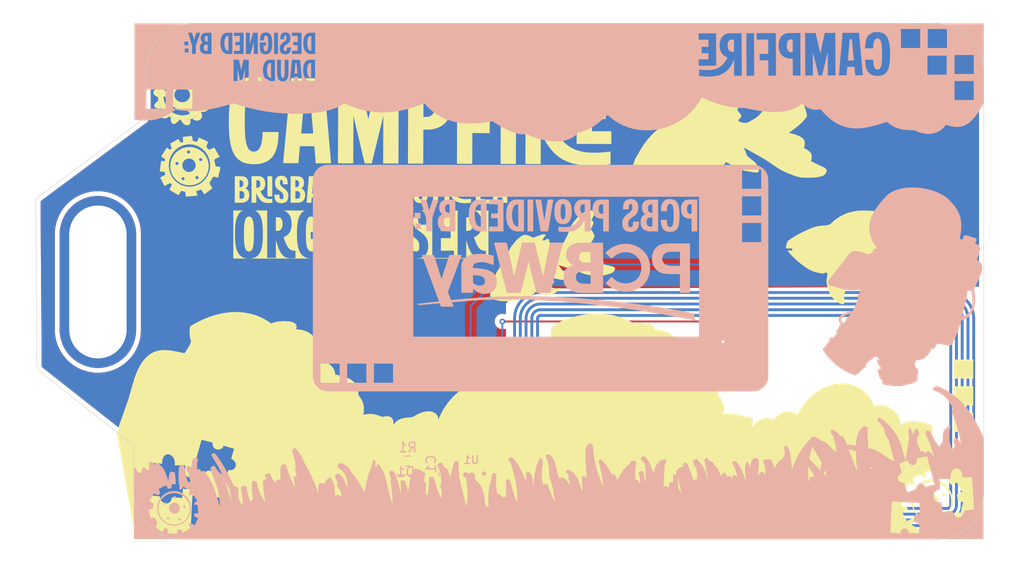
<source format=kicad_pcb>
(kicad_pcb (version 20241229) (generator "pcbnew") (generator_version "9.0")
  (layers (0 "F.Cu" signal) (2 "B.Cu" signal) (13 "F.Paste" user) (15 "B.Paste" user) (5 "F.SilkS" user "F.Silkscreen") (7 "B.SilkS" user "B.Silkscreen") (1 "F.Mask" user) (3 "B.Mask" user) (25 "Edge.Cuts" user))
  (net 0 "")
  (net 1 "Net-(D1-K)")
  (net 2 "Net-(U1-VCC)")
  (net 3 "Net-(D1-A)")
  (net 4 "Net-(J1-Pin_1)")
  (net 5 "Net-(J1-Pin_2)")
  (footprint "Taranium-libs:Lanyard hole" (layer "F.Cu") (at 169.375 65.175 90)
    (property "Reference" "REF**")
    (property "Value" "Lanyard hole")
  )
  (footprint "Taranium-libs:QFN8P50_160X160X50L40X20N" (layer "B.Cu") (at 199.755 94.62 180)
    (property "Reference" "U1")
    (property "Value" "NT3H2111W0FHKH")
  )
  (footprint "Capacitor_SMD:C_0603_1608Metric_Pad1.08x0.95mm_HandSolder" (layer "B.Cu") (at 196.955 94.22 -90)
    (property "Reference" "C1")
    (property "Value" "C")
  )
  (footprint "Taranium-libs:25x_48mm NFC Antenna" (layer "B.Cu") (at 228.34 87.68 180)
    (property "Reference" "J1" (hide yes))
    (property "Value" "Conn_01x02_Pin")
  )
  (footprint "Resistor_SMD:R_0603_1608Metric_Pad0.98x0.95mm_HandSolder" (layer "B.Cu") (at 193.155 92.82 180)
    (property "Reference" "R1")
    (property "Value" "R")
  )
  (footprint "LED_SMD:LED_0805_2012Metric_Pad1.15x1.40mm_HandSolder" (layer "B.Cu") (at 192.955 95.22 180)
    (property "Reference" "D1")
    (property "Value" "LED")
  )
  (gr_poly (pts (xy 247.963723 96.231906) (xy 247.998979 96.234604) (xy 248.033724 96.239046) (xy 248.067915 96.245189) (xy 248.101508 96.252988) (xy 248.134458 96.262401) (xy 248.166723 96.273383) (xy 248.198259 96.28589) (xy 248.229021 96.299878) (xy 248.258967 96.315304) (xy 248.288052 96.332123) (xy 248.316232 96.350292) (xy 248.343464 96.369767) (xy 248.369704 96.390503) (xy 248.394909 96.412458) (xy 248.419034 96.435586) (xy 248.442036 96.459845) (xy 248.463871 96.48519) (xy 248.484495 96.511577) (xy 248.503865 96.538963) (xy 248.521937 96.567303) (xy 248.538667 96.596554) (xy 248.554011 96.626672) (xy 248.567926 96.657613) (xy 248.580367 96.689333) (xy 248.591292 96.721788) (xy 248.600656 96.754934) (xy 248.608415 96.788727) (xy 248.614526 96.823124) (xy 248.618946 96.858081) (xy 248.62163 96.893553) (xy 248.622534 96.929497) (xy 248.62163 96.965441) (xy 248.618946 97.000913) (xy 248.614526 97.03587) (xy 248.608415 97.070267) (xy 248.600656 97.10406) (xy 248.591292 97.137207) (xy 248.580367 97.169662) (xy 248.567926 97.201381) (xy 248.554011 97.232322) (xy 248.538667 97.26244) (xy 248.521937 97.291691) (xy 248.503865 97.320032) (xy 248.484495 97.347417) (xy 248.463871 97.373805) (xy 248.442036 97.399149) (xy 248.419034 97.423408) (xy 248.394909 97.446536) (xy 248.369704 97.468491) (xy 248.343464 97.489227) (xy 248.316232 97.508702) (xy 248.288052 97.526871) (xy 248.258967 97.54369) (xy 248.229021 97.559116) (xy 248.198259 97.573104) (xy 248.166723 97.585611) (xy 248.134458 97.596593) (xy 248.101508 97.606006) (xy 248.067915 97.613805) (xy 248.033724 97.619948) (xy 247.998979 97.62439) (xy 247.963723 97.627088) (xy 247.928 97.627997) (xy 247.892277 97.627088) (xy 247.857021 97.62439) (xy 247.822276 97.619948) (xy 247.788086 97.613805) (xy 247.754493 97.606006) (xy 247.721543 97.596593) (xy 247.689278 97.585611) (xy 247.657742 97.573104) (xy 247.62698 97.559116) (xy 247.597035 97.54369) (xy 247.567951 97.526871) (xy 247.539771 97.508702) (xy 247.512539 97.489227) (xy 247.486299 97.468491) (xy 247.461095 97.446536) (xy 247.43697 97.423408) (xy 247.413968 97.399149) (xy 247.392134 97.373805) (xy 247.37151 97.347417) (xy 247.35214 97.320032) (xy 247.334069 97.291691) (xy 247.317339 97.26244) (xy 247.301995 97.232322) (xy 247.288081 97.201381) (xy 247.27564 97.169662) (xy 247.264715 97.137207) (xy 247.255352 97.10406) (xy 247.247592 97.070267) (xy 247.241481 97.03587) (xy 247.237062 97.000913) (xy 247.234378 96.965441) (xy 247.233474 96.929497) (xy 247.234378 96.893553) (xy 247.237062 96.858081) (xy 247.241481 96.823124) (xy 247.247592 96.788727) (xy 247.255352 96.754934) (xy 247.264715 96.721788) (xy 247.27564 96.689333) (xy 247.288081 96.657613) (xy 247.301995 96.626672) (xy 247.317339 96.596554) (xy 247.334069 96.567303) (xy 247.35214 96.538963) (xy 247.37151 96.511577) (xy 247.392134 96.48519) (xy 247.413968 96.459845) (xy 247.43697 96.435586) (xy 247.461095 96.412458) (xy 247.486299 96.390503) (xy 247.512539 96.369767) (xy 247.539771 96.350292) (xy 247.567951 96.332123) (xy 247.597035 96.315304) (xy 247.62698 96.299878) (xy 247.657742 96.28589) (xy 247.689278 96.273383) (xy 247.721543 96.262401) (xy 247.754493 96.252988) (xy 247.788086 96.245189) (xy 247.822276 96.239046) (xy 247.857021 96.234604) (xy 247.892277 96.231906) (xy 247.928 96.230997)) (fill yes) (layer "F.SilkS"))
  (gr_poly (pts (xy 169.870164 52.097848) (xy 170.001995 52.10755) (xy 170.131034 52.123526) (xy 170.257177 52.145619) (xy 170.380321 52.173671) (xy 170.500362 52.207524) (xy 170.617196 52.24702) (xy 170.730719 52.292002) (xy 170.840828 52.342312) (xy 170.947419 52.397791) (xy 171.050387 52.458282) (xy 171.14963 52.523627) (xy 171.245044 52.593669) (xy 171.336524 52.668248) (xy 171.423967 52.747209) (xy 171.507269 52.830392) (xy 171.586327 52.917639) (xy 171.661036 53.008794) (xy 171.731293 53.103698) (xy 171.796995 53.202193) (xy 171.858036 53.304122) (xy 171.914314 53.409326) (xy 171.965724 53.517648) (xy 172.012164 53.62893) (xy 172.053529 53.743013) (xy 172.089715 53.859741) (xy 172.120619 53.978956) (xy 172.146136 54.100499) (xy 172.166164 54.224212) (xy 172.180598 54.349938) (xy 172.189334 54.47752) (xy 172.19227 54.606798) (xy 172.189334 54.736076) (xy 172.180598 54.863658) (xy 172.166164 54.989385) (xy 172.146136 55.113099) (xy 172.120619 55.234642) (xy 172.089715 55.353858) (xy 172.053529 55.470587) (xy 172.012164 55.584671) (xy 171.965724 55.695954) (xy 171.914314 55.804278) (xy 171.858036 55.909483) (xy 171.796995 56.011413) (xy 171.731293 56.10991) (xy 171.661036 56.204815) (xy 171.586327 56.295971) (xy 171.507269 56.38322) (xy 171.423967 56.466405) (xy 171.336524 56.545367) (xy 171.245044 56.619948) (xy 171.14963 56.689991) (xy 171.050387 56.755337) (xy 170.947419 56.81583) (xy 170.840828 56.87131) (xy 170.730719 56.921621) (xy 170.617196 56.966604) (xy 170.500362 57.006101) (xy 170.380321 57.039955) (xy 170.257177 57.068008) (xy 170.131034 57.090101) (xy 170.001995 57.106078) (xy 169.870164 57.11578) (xy 169.735646 57.119048) (xy 169.600649 57.11578) (xy 169.467424 57.106078) (xy 169.336136 57.090101) (xy 169.20695 57.068008) (xy 169.080031 57.039955) (xy 168.955543 57.006101) (xy 168.833651 56.966604) (xy 168.714521 56.921621) (xy 168.598316 56.87131) (xy 168.485203 56.81583) (xy 168.375345 56.755337) (xy 168.268907 56.689991) (xy 168.166055 56.619948) (xy 168.066952 56.545367) (xy 167.971765 56.466405) (xy 167.880658 56.38322) (xy 167.793795 56.295971) (xy 167.711342 56.204815) (xy 167.633463 56.10991) (xy 167.560323 56.011413) (xy 167.492087 55.909483) (xy 167.42892 55.804278) (xy 167.370986 55.695954) (xy 167.318451 55.584671) (xy 167.271479 55.470587) (xy 167.230235 55.353858) (xy 167.194885 55.234642) (xy 167.165592 55.113099) (xy 167.142521 54.989385) (xy 167.125838 54.863658) (xy 167.115708 54.736076) (xy 167.11418 54.678236) (xy 167.637383 54.678236) (xy 167.643267 54.779482) (xy 167.653939 54.879336) (xy 167.669281 54.977678) (xy 167.689176 55.074387) (xy 167.713509 55.169345) (xy 167.742161 55.262433) (xy 167.775016 55.353531) (xy 167.811958 55.442519) (xy 167.852868 55.529278) (xy 167.897632 55.613688) (xy 167.94613 55.695631) (xy 167.998248 55.774986) (xy 168.053867 55.851635) (xy 168.112872 55.925457) (xy 168.175144 55.996334) (xy 168.240568 56.064146) (xy 168.309026 56.128773) (xy 168.380402 56.190097) (xy 168.454578 56.247997) (xy 168.531438 56.302354) (xy 168.610865 56.353049) (xy 168.692742 56.399963) (xy 168.776952 56.442975) (xy 168.863378 56.481967) (xy 168.951904 56.516818) (xy 169.042412 56.547411) (xy 169.134786 56.573624) (xy 169.228909 56.59534) (xy 169.324664 56.612437) (xy 169.421934 56.624798) (xy 169.520602 56.632301) (xy 169.620552 56.634829) (xy 169.672731 56.634142) (xy 169.724579 56.63209) (xy 169.776078 56.628692) (xy 169.827213 56.623963) (xy 169.877966 56.617921) (xy 169.928321 56.610583) (xy 169.978262 56.601965) (xy 170.027772 56.592084) (xy 170.076835 56.580957) (xy 170.125434 56.568601) (xy 170.173553 56.555034) (xy 170.221175 56.54027) (xy 170.268284 56.524329) (xy 170.314862 56.507226) (xy 170.360895 56.488978) (xy 170.406365 56.469602) (xy 170.037271 55.9396) (xy 169.978576 55.958833) (xy 169.918818 55.975686) (xy 169.858055 55.990102) (xy 169.796344 56.002025) (xy 169.733743 56.011397) (xy 169.67031 56.018162) (xy 169.638299 56.020548) (xy 169.606102 56.022262) (xy 169.573725 56.023295) (xy 169.541177 56.023642) (xy 169.471024 56.022031) (xy 169.401714 56.017246) (xy 169.333321 56.009358) (xy 169.265917 55.99844) (xy 169.199576 55.984564) (xy 169.134369 55.9678) (xy 169.070371 55.948221) (xy 169.007654 55.925899) (xy 168.94629 55.900904) (xy 168.886354 55.87331) (xy 168.827917 55.843187) (xy 168.771053 55.810608) (xy 168.715835 55.775644) (xy 168.662335 55.738367) (xy 168.610626 55.698848) (xy 168.560782 55.65716) (xy 168.512876 55.613375) (xy 168.466979 55.567563) (xy 168.423166 55.519797) (xy 168.381509 55.470148) (xy 168.342081 55.418688) (xy 168.304955 55.36549) (xy 168.270204 55.310624) (xy 168.2379 55.254163) (xy 168.208117 55.196178) (xy 168.180928 55.13674) (xy 168.156405 55.075923) (xy 168.134622 55.013797) (xy 168.115651 54.950434) (xy 168.099566 54.885906) (xy 168.086439 54.820285) (xy 168.076343 54.753642) (xy 167.637383 54.678236) (xy 167.11418 54.678236) (xy 167.112294 54.606798) (xy 167.114914 54.507579) (xy 168.779177 54.507579) (xy 168.780236 54.546383) (xy 168.783378 54.584678) (xy 168.788552 54.622415) (xy 168.795707 54.659549) (xy 168.804791 54.696031) (xy 168.815755 54.731814) (xy 168.828546 54.766851) (xy 168.843114 54.801094) (xy 168.859407 54.834496) (xy 168.877374 54.86701) (xy 168.896964 54.898588) (xy 168.918127 54.929183) (xy 168.94081 54.958747) (xy 168.964963 54.987233) (xy 168.990534 55.014594) (xy 169.017474 55.040782) (xy 169.045729 55.06575) (xy 169.07525 55.08945) (xy 169.105985 55.111836) (xy 169.137883 55.13286) (xy 169.170893 55.152474) (xy 169.204964 55.17063) (xy 169.240045 55.187283) (xy 169.276084 55.202384) (xy 169.31303 55.215885) (xy 169.350833 55.227741) (xy 169.389441 55.237902) (xy 169.428804 55.246322) (xy 169.468869 55.252953) (xy 169.509586 55.257749) (xy 169.550903 55.260661) (xy 169.592771 55.261642) (xy 169.634638 55.260661) (xy 169.675956 55.257749) (xy 169.716673 55.252953) (xy 169.756738 55.246322) (xy 169.7961 55.237902) (xy 169.834708 55.227741) (xy 169.872511 55.215885) (xy 169.909457 55.202384) (xy 169.945497 55.187283) (xy 169.980577 55.17063) (xy 170.014648 55.152474) (xy 170.047658 55.13286) (xy 170.079556 55.111836) (xy 170.110291 55.08945) (xy 170.139812 55.06575) (xy 170.168068 55.040782) (xy 170.195007 55.014594) (xy 170.220579 54.987233) (xy 170.244732 54.958747) (xy 170.267415 54.929183) (xy 170.288577 54.898588) (xy 170.308168 54.86701) (xy 170.326135 54.834496) (xy 170.342428 54.801094) (xy 170.356996 54.766851) (xy 170.369787 54.731814) (xy 170.38075 54.696031) (xy 170.389835 54.659549) (xy 170.39699 54.622415) (xy 170.402164 54.584678) (xy 170.405306 54.546383) (xy 170.406365 54.507579) (xy 170.405306 54.468775) (xy 170.402164 54.430481) (xy 170.39699 54.392743) (xy 170.389835 54.355609) (xy 170.38075 54.319127) (xy 170.369787 54.283344) (xy 170.356996 54.248307) (xy 170.342428 54.214064) (xy 170.326135 54.180662) (xy 170.308168 54.148149) (xy 170.288577 54.116571) (xy 170.267415 54.085976) (xy 170.244732 54.056412) (xy 170.220579 54.027926) (xy 170.195007 54.000565) (xy 170.168068 53.974377) (xy 170.139812 53.949409) (xy 170.110291 53.925708) (xy 170.079556 53.903322) (xy 170.047658 53.882299) (xy 170.014648 53.862685) (xy 169.980577 53.844528) (xy 169.945497 53.827876) (xy 169.909457 53.812775) (xy 169.872511 53.799273) (xy 169.834708 53.787418) (xy 169.7961 53.777257) (xy 169.756738 53.768837) (xy 169.716673 53.762205) (xy 169.675956 53.75741) (xy 169.634638 53.754498) (xy 169.592771 53.753517) (xy 169.550903 53.754498) (xy 169.509586 53.75741) (xy 169.468869 53.762205) (xy 169.428804 53.768837) (xy 169.389441 53.777257) (xy 169.350833 53.787418) (xy 169.31303 53.799273) (xy 169.276084 53.812775) (xy 169.240045 53.827876) (xy 169.204964 53.844528) (xy 169.170893 53.862685) (xy 169.137883 53.882299) (xy 169.105985 53.903322) (xy 169.07525 53.925708) (xy 169.045729 53.949409) (xy 169.017474 53.974377) (xy 168.990534 54.000565) (xy 168.964963 54.027926) (xy 168.94081 54.056412) (xy 168.918127 54.085976) (xy 168.896964 54.116571) (xy 168.877374 54.148149) (xy 168.859407 54.180662) (xy 168.843114 54.214064) (xy 168.828546 54.248307) (xy 168.815755 54.283344) (xy 168.804791 54.319127) (xy 168.795707 54.355609) (xy 168.788552 54.392743) (xy 168.783378 54.430481) (xy 168.780236 54.468775) (xy 168.779177 54.507579) (xy 167.114914 54.507579) (xy 167.115708 54.47752) (xy 167.125838 54.349938) (xy 167.142521 54.224212) (xy 167.165592 54.100499) (xy 167.177479 54.051173) (xy 167.711567 54.051173) (xy 168.135208 54.126579) (xy 168.154165 54.072234) (xy 168.175221 54.018884) (xy 168.198328 53.966577) (xy 168.223435 53.915359) (xy 168.250494 53.86528) (xy 168.279458 53.816388) (xy 168.310276 53.768729) (xy 168.342901 53.722352) (xy 168.377284 53.677306) (xy 168.413375 53.633637) (xy 168.451127 53.591394) (xy 168.49049 53.550625) (xy 168.531416 53.511378) (xy 168.573856 53.4737) (xy 168.617762 53.437639) (xy 168.663084 53.403244) (xy 168.709774 53.370562) (xy 168.757784 53.339642) (xy 168.807064 53.31053) (xy 168.857567 53.283276) (xy 168.909242 53.257927) (xy 168.962042 53.23453) (xy 169.015918 53.213135) (xy 169.070821 53.193788) (xy 169.126702 53.176538) (xy 169.183514 53.161432) (xy 169.241206 53.148519) (xy 169.29973 53.137846) (xy 169.359038 53.129461) (xy 169.419081 53.123413) (xy 169.47981 53.119749) (xy 169.541177 53.118517) (xy 169.601477 53.119707) (xy 169.661163 53.123245) (xy 169.720188 53.129087) (xy 169.778506 53.137186) (xy 169.83607 53.147498) (xy 169.892836 53.159977) (xy 169.948755 53.174578) (xy 170.003783 53.191254) (xy 170.057873 53.209961) (xy 170.110979 53.230653) (xy 170.163055 53.253285) (xy 170.214055 53.277811) (xy 170.263931 53.304186) (xy 170.312639 53.332364) (xy 170.360133 53.3623) (xy 170.406365 53.393948) (xy 170.474253 53.44534) (xy 170.538945 53.500439) (xy 170.600276 53.559084) (xy 170.658085 53.621115) (xy 170.712206 53.68637) (xy 170.762478 53.754689) (xy 170.808737 53.825912) (xy 170.850819 53.899878) (xy 170.888562 53.976427) (xy 170.921802 54.055397) (xy 170.950376 54.136628) (xy 170.974121 54.21996) (xy 170.992874 54.305231) (xy 171.00647 54.392282) (xy 171.014748 54.480952) (xy 171.016841 54.525843) (xy 171.017544 54.571079) (xy 171.015873 54.640795) (xy 171.010912 54.709662) (xy 171.002735 54.777609) (xy 170.991418 54.84456) (xy 170.977035 54.910442) (xy 170.959662 54.97518) (xy 170.939374 55.038702) (xy 170.916245 55.100932) (xy 170.890352 55.161798) (xy 170.86177 55.221224) (xy 170.830572 55.279137) (xy 170.796836 55.335464) (xy 170.760634 55.39013) (xy 170.722044 55.443061) (xy 170.68114 55.494183) (xy 170.637997 55.543423) (xy 171.017544 56.047105) (xy 171.083916 55.976557) (xy 171.146925 55.902808) (xy 171.206444 55.825987) (xy 171.262347 55.746225) (xy 171.314506 55.663651) (xy 171.362795 55.578394) (xy 171.407086 55.490584) (xy 171.447254 55.400351) (xy 171.483171 55.307824) (xy 171.514711 55.213133) (xy 171.541746 55.116407) (xy 171.56415 55.017777) (xy 171.581796 54.917371) (xy 171.594557 54.815319) (xy 171.602307 54.711752) (xy 171.604918 54.606798) (xy 171.600881 54.476374) (xy 171.588932 54.348147) (xy 171.569315 54.222367) (xy 171.542276 54.099284) (xy 171.508058 53.979148) (xy 171.466907 53.862208) (xy 171.419067 53.748714) (xy 171.364782 53.638917) (xy 171.304296 53.533067) (xy 171.237855 53.431413) (xy 171.165703 53.334204) (xy 171.088084 53.241692) (xy 171.005243 53.154126) (xy 170.917425 53.071756) (xy 170.824873 52.994832) (xy 170.727833 52.923604) (xy 170.694733 52.901304) (xy 170.661176 52.879665) (xy 170.627172 52.858698) (xy 170.592728 52.83841) (xy 170.557854 52.818812) (xy 170.522559 52.799911) (xy 170.486852 52.781718) (xy 170.450741 52.76424) (xy 170.414235 52.747489) (xy 170.377344 52.731471) (xy 170.340076 52.716198) (xy 170.302441 52.701676) (xy 170.264446 52.687917) (xy 170.226101 52.674928) (xy 170.187414 52.66272) (xy 170.148395 52.6513) (xy 170.084955 52.63461) (xy 170.020714 52.620022) (xy 169.955712 52.607575) (xy 169.889983 52.597305) (xy 169.823566 52.589252) (xy 169.756497 52.583452) (xy 169.688814 52.579945) (xy 169.620552 52.578767) (xy 169.53591 52.580579) (xy 169.452171 52.585965) (xy 169.369408 52.594855) (xy 169.287691 52.607174) (xy 169.207091 52.622852) (xy 169.127678 52.641815) (xy 169.049523 52.663991) (xy 168.972697 52.689309) (xy 168.823315 52.749078) (xy 168.680098 52.820543) (xy 168.543612 52.903125) (xy 168.414424 52.996246) (xy 168.293099 53.099327) (xy 168.180204 53.21179) (xy 168.076305 53.333055) (xy 167.981969 53.462545) (xy 167.89776 53.59968) (xy 167.824246 53.743882) (xy 167.761993 53.894573) (xy 167.711567 54.051173) (xy 167.177479 54.051173) (xy 167.194885 53.978956) (xy 167.230235 53.859741) (xy 167.271479 53.743013) (xy 167.318451 53.62893) (xy 167.370986 53.517648) (xy 167.42892 53.409326) (xy 167.492087 53.304122) (xy 167.560323 53.202193) (xy 167.633463 53.103698) (xy 167.711342 53.008794) (xy 167.793795 52.917639) (xy 167.880658 52.830392) (xy 167.971765 52.747209) (xy 168.066952 52.668248) (xy 168.166055 52.593669) (xy 168.268907 52.523627) (xy 168.375345 52.458282) (xy 168.485203 52.397791) (xy 168.598316 52.342312) (xy 168.714521 52.292002) (xy 168.833651 52.24702) (xy 168.955543 52.207524) (xy 169.080031 52.173671) (xy 169.20695 52.145619) (xy 169.336136 52.123526) (xy 169.467424 52.10755) (xy 169.600649 52.097848) (xy 169.735646 52.094579)) (fill yes) (layer "F.SilkS"))
  (gr_poly (pts (xy 177.35933 52.604788) (xy 177.52654 52.616346) (xy 177.68632 52.635106) (xy 177.838801 52.660998) (xy 177.984113 52.693953) (xy 178.122387 52.733901) (xy 178.253753 52.780774) (xy 178.378341 52.834501) (xy 178.496283 52.895014) (xy 178.607708 52.962243) (xy 178.712747 53.036118) (xy 178.811531 53.116572) (xy 178.90419 53.203533) (xy 178.990854 53.296934) (xy 179.071654 53.396704) (xy 179.14672 53.502775) (xy 179.216183 53.615077) (xy 179.280174 53.73354) (xy 179.338822 53.858096) (xy 179.392259 53.988676) (xy 179.440614 54.125209) (xy 179.484019 54.267626) (xy 179.522603 54.415859) (xy 179.556498 54.569837) (xy 179.585833 54.729493) (xy 179.610739 54.894755) (xy 179.647786 55.241825) (xy 179.668684 55.610492) (xy 179.674475 56.000202) (xy 177.998075 55.994289) (xy 177.995648 55.749326) (xy 177.986507 55.519334) (xy 177.97054 55.304424) (xy 177.947635 55.104708) (xy 177.91768 54.920296) (xy 177.880563 54.751299) (xy 177.836173 54.59783) (xy 177.784398 54.459999) (xy 177.725125 54.337917) (xy 177.658243 54.231696) (xy 177.58364 54.141447) (xy 177.543408 54.102347) (xy 177.501205 54.067281) (xy 177.457015 54.036264) (xy 177.410824 54.00931) (xy 177.36262 53.986432) (xy 177.312388 53.967644) (xy 177.260113 53.95296) (xy 177.205783 53.942395) (xy 177.149382 53.935962) (xy 177.090897 53.933674) (xy 177.017765 53.936903) (xy 176.948313 53.94708) (xy 176.88245 53.964144) (xy 176.820085 53.988033) (xy 176.761128 54.018687) (xy 176.705489 54.056046) (xy 176.653077 54.100049) (xy 176.603802 54.150635) (xy 176.557573 54.207742) (xy 176.514299 54.271311) (xy 176.473891 54.34128) (xy 176.436258 54.41759) (xy 176.401309 54.500178) (xy 176.368954 54.588984) (xy 176.339102 54.683948) (xy 176.311663 54.785008) (xy 176.286547 54.892104) (xy 176.263662 55.005175) (xy 176.242919 55.124161) (xy 176.224227 55.249) (xy 176.207496 55.379631) (xy 176.192634 55.515995) (xy 176.168159 55.805675) (xy 176.150079 56.117553) (xy 176.137669 56.451144) (xy 176.130207 56.805961) (xy 176.126967 57.181517) (xy 176.132514 57.911942) (xy 176.142569 58.245607) (xy 176.158449 58.557601) (xy 176.18088 58.847442) (xy 176.21059 59.114649) (xy 176.248307 59.358741) (xy 176.294757 59.579237) (xy 176.350667 59.775657) (xy 176.416766 59.947519) (xy 176.493781 60.094342) (xy 176.582437 60.215646) (xy 176.631359 60.266578) (xy 176.683464 60.31095) (xy 176.738844 60.348702) (xy 176.797589 60.379773) (xy 176.859789 60.404103) (xy 176.925537 60.421633) (xy 176.994923 60.432302) (xy 177.068038 60.436051) (xy 177.12653 60.434138) (xy 177.182968 60.427997) (xy 177.237366 60.417649) (xy 177.289738 60.403116) (xy 177.340098 60.384417) (xy 177.388459 60.361574) (xy 177.434835 60.334608) (xy 177.47924 60.30354) (xy 177.521688 60.268391) (xy 177.562193 60.229182) (xy 177.600768 60.185934) (xy 177.637428 60.138668) (xy 177.672186 60.087405) (xy 177.705056 60.032166) (xy 177.736053 59.972972) (xy 177.765188 59.909844) (xy 177.792478 59.842802) (xy 177.817935 59.771869) (xy 177.841573 59.697065) (xy 177.863406 59.618411) (xy 177.883448 59.535928) (xy 177.901713 59.449637) (xy 177.918215 59.359558) (xy 177.932967 59.265714) (xy 177.945984 59.168125) (xy 177.957278 59.066812) (xy 177.966865 58.961796) (xy 177.974757 58.853097) (xy 177.980969 58.740738) (xy 177.985514 58.624739) (xy 177.989661 58.381905) (xy 179.66606 58.387778) (xy 179.656617 58.787759) (xy 179.630647 59.163628) (xy 179.587315 59.515138) (xy 179.525782 59.842046) (xy 179.445214 60.144107) (xy 179.39753 60.285743) (xy 179.344773 60.421075) (xy 179.286839 60.550074) (xy 179.223623 60.672707) (xy 179.155021 60.788945) (xy 179.080928 60.898757) (xy 179.001239 61.002113) (xy 178.915851 61.098981) (xy 178.824658 61.189332) (xy 178.727555 61.273134) (xy 178.624439 61.350357) (xy 178.515205 61.420971) (xy 178.399748 61.484944) (xy 178.277963 61.542247) (xy 178.149747 61.592848) (xy 178.014994 61.636718) (xy 177.8736 61.673825) (xy 177.72546 61.704139) (xy 177.570471 61.727629) (xy 177.408526 61.744265) (xy 177.239522 61.754015) (xy 177.063355 61.756851) (xy 176.85921 61.751012) (xy 176.665696 61.735069) (xy 176.482542 61.709144) (xy 176.309478 61.673363) (xy 176.146234 61.62785) (xy 175.99254 61.57273) (xy 175.848126 61.508127) (xy 175.712721 61.434166) (xy 175.586055 61.350973) (xy 175.467857 61.25867) (xy 175.357859 61.157383) (xy 175.255789 61.047236) (xy 175.161377 60.928354) (xy 175.074354 60.800862) (xy 174.994448 60.664884) (xy 174.92139 60.520545) (xy 174.85491 60.367969) (xy 174.794737 60.207281) (xy 174.740601 60.038605) (xy 174.692232 59.862067) (xy 174.649359 59.67779) (xy 174.611714 59.485899) (xy 174.579024 59.286519) (xy 174.551021 59.079774) (xy 174.507991 58.64469) (xy 174.480464 58.181642) (xy 174.466276 57.691627) (xy 174.463268 57.175643) (xy 174.470781 56.659552) (xy 174.490871 56.169253) (xy 174.525487 55.705795) (xy 174.576578 55.270227) (xy 174.646096 54.863597) (xy 174.735989 54.486954) (xy 174.848208 54.141346) (xy 174.984702 53.827823) (xy 175.062662 53.68342) (xy 175.147422 53.547432) (xy 175.239226 53.419989) (xy 175.338317 53.301222) (xy 175.444939 53.191264) (xy 175.559337 53.090243) (xy 175.681753 52.998292) (xy 175.812432 52.915542) (xy 175.951617 52.842124) (xy 176.099552 52.778169) (xy 176.25648 52.723808) (xy 176.422646 52.679172) (xy 176.598294 52.644392) (xy 176.783666 52.619599) (xy 176.979007 52.604925) (xy 177.18456 52.6005)) (fill yes) (layer "F.SilkS"))
  (gr_poly (pts (xy 189.218365 64.95725) (xy 188.583366 64.95725) (xy 188.583366 64.560374) (xy 189.218365 64.560374)) (fill yes) (layer "F.SilkS"))
  (gr_poly (pts (xy 164.061254 86.203156) (xy 162.8 89.8) (xy 164.608941 100.125533) (xy 166 86.8)) (stroke (width 0.1)) (fill yes) (layer "F.SilkS"))
  (gr_poly (pts (xy 175.434402 77.221779) (xy 176.064885 77.273872) (xy 176.635801 77.37511) (xy 177.145561 77.512637) (xy 177.592571 77.673594) (xy 177.975242 77.845122) (xy 178.291981 78.014365) (xy 178.721296 78.294559) (xy 178.867787 78.411312) (xy 179.064895 78.343619) (xy 179.28342 78.28556) (xy 179.517805 78.238116) (xy 179.762492 78.20227) (xy 180.011922 78.179005) (xy 180.260539 78.169303) (xy 180.502783 78.174147) (xy 180.733099 78.194519) (xy 180.945927 78.231401) (xy 181.13571 78.285777) (xy 181.220223 78.319832) (xy 181.29689 78.358628) (xy 181.365017 78.402289) (xy 181.423909 78.450937) (xy 181.472872 78.504696) (xy 181.51121 78.563687) (xy 181.538229 78.628035) (xy 181.553234 78.69786) (xy 181.555531 78.773288) (xy 181.544425 78.854439) (xy 181.51922 78.941437) (xy 181.479223 79.034406) (xy 181.630661 79.037976) (xy 181.778269 79.048549) (xy 181.921869 79.06592) (xy 182.061281 79.089883) (xy 182.196327 79.120232) (xy 182.326829 79.156761) (xy 182.452607 79.199266) (xy 182.573483 79.24754) (xy 182.689277 79.301377) (xy 182.799812 79.360572) (xy 182.904908 79.42492) (xy 183.004386 79.494214) (xy 183.098069 79.568249) (xy 183.185776 79.64682) (xy 183.26733 79.72972) (xy 183.342552 79.816745) (xy 183.411262 79.907687) (xy 183.473282 80.002343) (xy 183.528433 80.100505) (xy 183.576537 80.201969) (xy 183.617415 80.306529) (xy 183.650887 80.413978) (xy 183.676776 80.524112) (xy 183.694902 80.636725) (xy 183.705086 80.751611) (xy 183.707151 80.868565) (xy 183.700917 80.98738) (xy 183.686205 81.107851) (xy 183.662836 81.229773) (xy 183.630632 81.35294) (xy 183.589415 81.477146) (xy 183.539004 81.602185) (xy 183.574606 81.643088) (xy 183.605591 81.681642) (xy 183.63226 81.718103) (xy 183.654915 81.75273) (xy 183.673857 81.785778) (xy 183.689389 81.817505) (xy 183.701812 81.848168) (xy 183.711427 81.878025) (xy 183.718537 81.907331) (xy 183.723442 81.936345) (xy 183.726444 81.965323) (xy 183.727845 81.994523) (xy 183.727947 82.024201) (xy 183.727051 82.054615) (xy 183.723472 82.118678) (xy 183.723472 82.11892) (xy 183.721382 82.153442) (xy 183.719493 82.18979) (xy 183.718724 82.208724) (xy 183.718125 82.228207) (xy 183.717736 82.248268) (xy 183.717598 82.268938) (xy 183.890281 82.276191) (xy 184.062104 82.297572) (xy 184.231649 82.332509) (xy 184.397495 82.380435) (xy 184.558226 82.440778) (xy 184.712422 82.512969) (xy 184.858665 82.596438) (xy 184.995537 82.690616) (xy 185.060015 82.741543) (xy 185.121618 82.794933) (xy 185.180169 82.850716) (xy 185.235491 82.908819) (xy 185.287406 82.969173) (xy 185.335737 83.031705) (xy 185.380306 83.096345) (xy 185.420937 83.163021) (xy 185.457452 83.231661) (xy 185.489673 83.302196) (xy 185.517424 83.374553) (xy 185.540527 83.448662) (xy 185.558804 83.52445) (xy 185.572079 83.601848) (xy 185.580174 83.680783) (xy 185.582912 83.761185) (xy 185.846861 83.813339) (xy 186.10074 83.869598) (xy 186.343504 83.93146) (xy 186.574106 84.000427) (xy 186.7915 84.077998) (xy 186.994639 84.165673) (xy 187.182476 84.264952) (xy 187.27033 84.319412) (xy 187.353965 84.377335) (xy 187.433253 84.438909) (xy 187.508061 84.504322) (xy 187.578258 84.57376) (xy 187.643715 84.647412) (xy 187.7043 84.725465) (xy 187.759882 84.808106) (xy 187.810331 84.895523) (xy 187.855516 84.987903) (xy 187.895306 85.085434) (xy 187.92957 85.188304) (xy 187.958177 85.296699) (xy 187.980997 85.410808) (xy 187.997898 85.530817) (xy 188.008751 85.656915) (xy 188.013423 85.789288) (xy 188.011786 85.928125) (xy 188.114595 86.047965) (xy 188.206022 86.168002) (xy 188.286495 86.288434) (xy 188.356447 86.40946) (xy 188.416305 86.531276) (xy 188.466502 86.65408) (xy 188.507466 86.778071) (xy 188.539629 86.903445) (xy 188.56342 87.0304) (xy 188.57927 87.159135) (xy 188.587609 87.289846) (xy 188.588866 87.422731) (xy 188.583473 87.557988) (xy 188.57186 87.695815) (xy 188.554456 87.836409) (xy 188.531692 87.979968) (xy 188.687399 87.940126) (xy 188.837689 87.910887) (xy 188.982816 87.891508) (xy 189.123036 87.881245) (xy 189.258605 87.879354) (xy 189.38978 87.88509) (xy 189.516814 87.897709) (xy 189.639966 87.916468) (xy 189.75949 87.940621) (xy 189.875642 87.969426) (xy 189.988677 88.002137) (xy 190.098853 88.038011) (xy 190.311646 88.116269) (xy 190.516068 88.198248) (xy 190.603342 88.175431) (xy 190.686617 88.156767) (xy 190.765966 88.142158) (xy 190.841459 88.131501) (xy 190.913167 88.124695) (xy 190.981161 88.12164) (xy 191.045514 88.122234) (xy 191.106295 88.126377) (xy 191.163577 88.133967) (xy 191.21743 88.144904) (xy 191.267926 88.159086) (xy 191.315135 88.176413) (xy 191.35913 88.196783) (xy 191.399981 88.220095) (xy 191.437759 88.246249) (xy 191.472536 88.275143) (xy 191.504383 88.306677) (xy 191.533371 88.340748) (xy 191.559572 88.377258) (xy 191.583056 88.416103) (xy 191.603895 88.457184) (xy 191.62216 88.500399) (xy 191.637923 88.545648) (xy 191.651253 88.592829) (xy 191.662224 88.641841) (xy 191.670905 88.692583) (xy 191.681685 88.798854) (xy 191.684164 88.910835) (xy 191.67891 89.027716) (xy 191.720376 88.967589) (xy 191.762449 88.9109) (xy 191.805118 88.857537) (xy 191.848372 88.807387) (xy 191.892198 88.76034) (xy 191.936587 88.716283) (xy 191.981526 88.675105) (xy 192.027004 88.636695) (xy 192.073009 88.60094) (xy 192.119532 88.567729) (xy 192.166559 88.53695) (xy 192.21408 88.508491) (xy 192.262083 88.482241) (xy 192.310557 88.458089) (xy 192.408873 88.415627) (xy 192.508937 88.380214) (xy 192.610658 88.350955) (xy 192.713945 88.326957) (xy 192.818707 88.307326) (xy 192.924854 88.291169) (xy 193.032295 88.277592) (xy 193.250695 88.254604) (xy 193.364383 88.243087) (xy 193.479046 88.230505) (xy 193.594587 88.215884) (xy 193.652657 88.207504) (xy 193.71091 88.198248) (xy 193.84039 88.113891) (xy 193.968985 88.036381) (xy 194.22267 87.901577) (xy 194.470274 87.793177) (xy 194.710105 87.710527) (xy 194.826578 87.678652) (xy 194.940472 87.652967) (xy 195.051578 87.633392) (xy 195.159683 87.619843) (xy 195.264576 87.612238) (xy 195.366045 87.610495) (xy 195.46388 87.614533) (xy 195.557868 87.624269) (xy 195.647798 87.639621) (xy 195.733459 87.660506) (xy 195.814639 87.686844) (xy 195.891127 87.71855) (xy 195.962711 87.755545) (xy 196.02918 87.797744) (xy 196.090322 87.845067) (xy 196.145926 87.897431) (xy 196.19578 87.954754) (xy 196.239673 88.016954) (xy 196.277393 88.083949) (xy 196.30873 88.155656) (xy 196.333471 88.231994) (xy 196.351405 88.31288) (xy 196.36232 88.398232) (xy 196.366006 88.487969) (xy 196.479046 88.214247) (xy 196.603396 87.94633) (xy 196.738364 87.684743) (xy 196.88326 87.43001) (xy 197.037395 87.182658) (xy 197.200076 86.943211) (xy 197.370615 86.712195) (xy 197.54832 86.490137) (xy 197.732502 86.27756) (xy 197.92247 86.07499) (xy 198.117533 85.882954) (xy 198.317002 85.701975) (xy 198.520185 85.53258) (xy 198.726393 85.375294) (xy 198.934935 85.230643) (xy 199.145121 85.099151) (xy 199.356261 84.981345) (xy 199.567663 84.877749) (xy 199.778638 84.788889) (xy 199.988496 84.715291) (xy 200.196546 84.657479) (xy 200.402097 84.61598) (xy 200.604459 84.591318) (xy 200.802942 84.58402) (xy 200.996856 84.59461) (xy 201.18551 84.623613) (xy 201.368214 84.671557) (xy 201.544277 84.738964) (xy 201.71301 84.826362) (xy 201.873721 84.934275) (xy 202.02572 85.06323) (xy 202.168318 85.21375) (xy 202.259839 84.7211) (xy 202.374754 84.239624) (xy 202.514691 83.775007) (xy 202.681278 83.332935) (xy 202.876142 82.919094) (xy 202.984687 82.724537) (xy 203.100911 82.539169) (xy 203.225019 82.363702) (xy 203.357213 82.198847) (xy 203.497698 82.045313) (xy 203.646676 81.903812) (xy 203.804352 81.775055) (xy 203.970928 81.659752) (xy 204.146608 81.558613) (xy 204.331595 81.47235) (xy 204.526094 81.401673) (xy 204.730307 81.347294) (xy 204.944439 81.309921) (xy 205.168691 81.290268) (xy 205.403269 81.289043) (xy 205.648375 81.306958) (xy 205.904213 81.344724) (xy 206.170986 81.403051) (xy 206.448898 81.48265) (xy 206.738153 81.584231) (xy 207.038953 81.708506) (xy 207.351502 81.856185) (xy 207.369998 81.768356) (xy 207.391665 81.682697) (xy 207.41622 81.599175) (xy 207.443384 81.517756) (xy 207.472876 81.438407) (xy 207.504415 81.361096) (xy 207.537721 81.28579) (xy 207.572511 81.212455) (xy 207.645425 81.071568) (xy 207.720911 80.93817) (xy 207.796723 80.811999) (xy 207.870614 80.692788) (xy 207.964186 80.540975) (xy 208.006277 80.469533) (xy 208.044288 80.400956) (xy 208.061541 80.367715) (xy 208.077507 80.335158) (xy 208.092097 80.303275) (xy 208.105221 80.272055) (xy 208.116791 80.241487) (xy 208.126717 80.211562) (xy 208.134911 80.182267) (xy 208.141284 80.153594) (xy 208.146683 80.123804) (xy 208.151129 80.095934) (xy 208.154681 80.069811) (xy 208.157393 80.045264) (xy 208.159323 80.022118) (xy 208.160526 80.000201) (xy 208.161059 79.97934) (xy 208.160979 79.959363) (xy 208.160342 79.940096) (xy 208.159203 79.921367) (xy 208.15565 79.884832) (xy 208.150771 79.848375) (xy 208.145015 79.810613) (xy 208.137152 79.758557) (xy 208.129542 79.699321) (xy 208.126123 79.666125) (xy 208.123115 79.63007) (xy 208.120636 79.590804) (xy 208.118801 79.547971) (xy 208.117728 79.501218) (xy 208.117531 79.45019) (xy 208.118328 79.394532) (xy 208.120234 79.333891) (xy 208.123367 79.267912) (xy 208.127842 79.196241) (xy 208.133775 79.118524) (xy 208.141284 79.034406) (xy 208.162983 78.95296) (xy 208.212415 78.865553) (xy 208.28841 78.773179) (xy 208.389796 78.67683) (xy 208.515401 78.577499) (xy 208.664055 78.476178) (xy 208.834585 78.37386) (xy 209.02582 78.271537) (xy 209.465719 78.07085) (xy 209.974382 77.882057) (xy 210.542437 77.7131) (xy 210.845807 77.638542) (xy 211.160511 77.571921) (xy 211.485378 77.514229) (xy 211.819235 77.46646) (xy 212.160911 77.429606) (xy 212.509235 77.40466) (xy 212.863036 77.392614) (xy 213.221142 77.394461) (xy 213.582381 77.411194) (xy 213.945582 77.443805) (xy 214.309574 77.493287) (xy 214.673185 77.560633) (xy 215.035244 77.646835) (xy 215.394579 77.752887) (xy 215.750019 77.87978) (xy 216.100393 78.028508) (xy 216.444528 78.200062) (xy 216.781255 78.395437) (xy 216.871706 78.38643) (xy 217.111219 78.37026) (xy 217.271946 78.364576) (xy 217.452027 78.363206) (xy 217.645491 78.368184) (xy 217.846368 78.381546) (xy 218.048686 78.405325) (xy 218.246475 78.441558) (xy 218.341805 78.464979) (xy 218.433764 78.492277) (xy 218.521606 78.523706) (xy 218.604584 78.55952) (xy 218.681952 78.599972) (xy 218.752963 78.645319) (xy 218.816872 78.695813) (xy 218.872931 78.751709) (xy 218.920396 78.813263) (xy 218.958518 78.880727) (xy 218.986552 78.954356) (xy 219.003752 79.034406) (xy 219.248919 79.058545) (xy 219.477092 79.09018) (xy 219.688851 79.128898) (xy 219.884777 79.17429) (xy 220.065448 79.225943) (xy 220.231444 79.283448) (xy 220.383346 79.346394) (xy 220.521732 79.414369) (xy 220.647182 79.486963) (xy 220.760275 79.563764) (xy 220.861593 79.644363) (xy 220.951713 79.728349) (xy 221.031216 79.815309) (xy 221.100681 79.904834) (xy 221.160688 79.996513) (xy 221.211817 80.089935) (xy 221.254647 80.184688) (xy 221.289757 80.280363) (xy 221.317729 80.376548) (xy 221.33914 80.472833) (xy 221.364601 80.664057) (xy 221.370778 80.850749) (xy 221.362308 81.029622) (xy 221.343828 81.197389) (xy 221.295387 81.486459) (xy 221.29535 81.486616) (xy 221.295331 81.486695) (xy 221.29532 81.486734) (xy 221.29531 81.486774) (xy 221.283731 81.549561) (xy 221.278556 81.578662) (xy 221.273879 81.606155) (xy 221.259273 81.708966) (xy 221.250651 81.800781) (xy 221.247318 81.882201) (xy 221.248578 81.95383) (xy 221.253738 82.01627) (xy 221.262103 82.070122) (xy 221.272977 82.115991) (xy 221.285666 82.154478) (xy 221.299474 82.186186) (xy 221.313708 82.211718) (xy 221.327672 82.231675) (xy 221.340671 82.246661) (xy 221.360997 82.264127) (xy 221.369127 82.268938) (xy 221.452759 82.259953) (xy 221.535472 82.255986) (xy 221.617251 82.256916) (xy 221.698084 82.26262) (xy 221.777958 82.272979) (xy 221.856859 82.287869) (xy 221.934775 82.307171) (xy 222.011693 82.330763) (xy 222.087599 82.358523) (xy 222.16248 82.39033) (xy 222.236324 82.426062) (xy 222.309116 82.465599) (xy 222.380845 82.508819) (xy 222.451497 82.5556) (xy 222.521059 82.605822) (xy 222.589518 82.659362) (xy 222.723074 82.775914) (xy 222.85206 82.904285) (xy 222.976372 83.043504) (xy 223.095905 83.192601) (xy 223.210555 83.350604) (xy 223.320217 83.516542) (xy 223.424786 83.689445) (xy 223.524157 83.868342) (xy 223.732994 83.888706) (xy 223.942644 83.925579) (xy 224.150666 83.978359) (xy 224.354619 84.04644) (xy 224.552061 84.129218) (xy 224.740549 84.226088) (xy 224.917643 84.336446) (xy 225.001154 84.396493) (xy 225.080901 84.459686) (xy 225.156578 84.525948) (xy 225.22788 84.595205) (xy 225.294503 84.66738) (xy 225.35614 84.742397) (xy 225.412487 84.820182) (xy 225.463239 84.900659) (xy 225.508089 84.983752) (xy 225.546734 85.069385) (xy 225.578867 85.157484) (xy 225.604184 85.247971) (xy 225.62238 85.340773) (xy 225.633148 85.435813) (xy 225.636184 85.533015) (xy 225.631184 85.632305) (xy 225.61784 85.733606) (xy 225.595849 85.836843) (xy 225.760335 86.076836) (xy 225.839287 86.197545) (xy 225.914589 86.319108) (xy 225.985146 86.441811) (xy 226.049866 86.565938) (xy 226.107657 86.691774) (xy 226.157425 86.819605) (xy 226.198077 86.949714) (xy 226.214643 87.015712) (xy 226.22852 87.082387) (xy 226.239572 87.149774) (xy 226.247662 87.217909) (xy 226.252653 87.286827) (xy 226.254409 87.356564) (xy 226.252793 87.427156) (xy 226.247669 87.498638) (xy 226.238899 87.571045) (xy 226.226348 87.644415) (xy 226.209878 87.718781) (xy 226.189353 87.79418) (xy 226.164637 87.870647) (xy 226.135593 87.948218) (xy 226.27078 87.910301) (xy 226.405786 87.881152) (xy 226.541084 87.86042) (xy 226.677143 87.847758) (xy 226.814434 87.842817) (xy 226.953429 87.845247) (xy 227.094598 87.8547) (xy 227.238412 87.870826) (xy 227.385343 87.893279) (xy 227.53586 87.921707) (xy 227.690435 87.955763) (xy 227.849539 87.995098) (xy 228.013643 88.039363) (xy 228.183217 88.088208) (xy 228.540661 88.198248) (xy 228.557304 88.186826) (xy 228.577951 88.176493) (xy 228.602211 88.167432) (xy 228.629693 88.159825) (xy 228.660006 88.153854) (xy 228.69276 88.149703) (xy 228.727563 88.147552) (xy 228.764025 88.147586) (xy 228.801753 88.149985) (xy 228.840359 88.154933) (xy 228.879449 88.162612) (xy 228.918635 88.173204) (xy 228.957523 88.186893) (xy 228.995725 88.203859) (xy 229.032848 88.224285) (xy 229.068501 88.248355) (xy 229.102294 88.27625) (xy 229.133836 88.308153) (xy 229.162736 88.344246) (xy 229.188602 88.384711) (xy 229.211045 88.429732) (xy 229.229672 88.479489) (xy 229.244093 88.534167) (xy 229.253916 88.593947) (xy 229.258752 88.659011) (xy 229.258209 88.729542) (xy 229.251895 88.805723) (xy 229.239421 88.887735) (xy 229.220395 88.975762) (xy 229.194426 89.069985) (xy 229.161123 89.170587) (xy 229.120095 89.27775) (xy 229.251905 89.128036) (xy 229.377599 88.990124) (xy 229.498875 88.86428) (xy 229.61743 88.750773) (xy 229.676218 88.69873) (xy 229.734962 88.64987) (xy 229.793875 88.604229) (xy 229.853168 88.561839) (xy 229.913054 88.522733) (xy 229.973746 88.486946) (xy 230.035455 88.45451) (xy 230.098394 88.425459) (xy 230.162774 88.399827) (xy 230.228808 88.377646) (xy 230.296709 88.358951) (xy 230.366687 88.343774) (xy 230.438957 88.33215) (xy 230.513729 88.324111) (xy 230.591216 88.319691) (xy 230.67163 88.318923) (xy 230.755183 88.321841) (xy 230.842088 88.328478) (xy 230.932557 88.338869) (xy 231.026802 88.353045) (xy 231.125034 88.37104) (xy 231.227467 88.392889) (xy 231.334313 88.418624) (xy 231.445783 88.448279) (xy 231.584347 88.30741) (xy 231.720852 88.177087) (xy 231.856218 88.058182) (xy 231.991363 87.951566) (xy 232.059139 87.90314) (xy 232.127205 87.858113) (xy 232.195675 87.816594) (xy 232.264664 87.778693) (xy 232.334286 87.744519) (xy 232.404657 87.71418) (xy 232.475891 87.687785) (xy 232.548104 87.665444) (xy 232.621409 87.647266) (xy 232.695923 87.633359) (xy 232.771758 87.623833) (xy 232.849032 87.618796) (xy 232.927857 87.618358) (xy 233.00835 87.622627) (xy 233.090624 87.631713) (xy 233.174795 87.645724) (xy 233.260978 87.664771) (xy 233.349287 87.68896) (xy 233.439837 87.718402) (xy 233.532743 87.753206) (xy 233.62812 87.793481) (xy 233.726083 87.839335) (xy 233.826746 87.890877) (xy 233.930224 87.948218) (xy 234.151906 87.54827) (xy 234.386826 87.176392) (xy 234.633853 86.832191) (xy 234.891855 86.515274) (xy 235.159699 86.225248) (xy 235.436254 85.96172) (xy 235.720386 85.724296) (xy 236.010964 85.512584) (xy 236.306856 85.326189) (xy 236.60693 85.16472) (xy 236.910052 85.027783) (xy 237.215092 84.914984) (xy 237.520916 84.825931) (xy 237.826393 84.760231) (xy 238.13039 84.71749) (xy 238.431776 84.697315) (xy 238.729418 84.699313) (xy 239.022183 84.723092) (xy 239.308941 84.768257) (xy 239.588557 84.834415) (xy 239.859901 84.921174) (xy 240.12184 85.02814) (xy 240.373242 85.154921) (xy 240.612975 85.301123) (xy 240.839906 85.466352) (xy 241.052903 85.650216) (xy 241.250834 85.852322) (xy 241.432567 86.072277) (xy 241.59697 86.309686) (xy 241.742911 86.564158) (xy 241.869256 86.835299) (xy 241.974875 87.122716) (xy 242.044511 87.072235) (xy 242.12268 87.0308) (xy 242.208617 86.998224) (xy 242.301554 86.974323) (xy 242.400722 86.958909) (xy 242.505355 86.951797) (xy 242.614686 86.952801) (xy 242.727947 86.961734) (xy 242.84437 86.978412) (xy 242.963188 87.002647) (xy 243.083634 87.034253) (xy 243.204941 87.073045) (xy 243.32634 87.118837) (xy 243.447065 87.171442) (xy 243.566349 87.230675) (xy 243.683423 87.29635) (xy 243.797521 87.368279) (xy 243.907874 87.446278) (xy 244.013717 87.530161) (xy 244.11428 87.61974) (xy 244.208798 87.714831) (xy 244.296502 87.815248) (xy 244.376625 87.920803) (xy 244.4484 88.031312) (xy 244.511059 88.146588) (xy 244.563834 88.266445) (xy 244.60596 88.390697) (xy 244.636667 88.519158) (xy 244.655189 88.651642) (xy 244.660759 88.787963) (xy 244.652608 88.927935) (xy 244.62997 89.071372) (xy 244.711163 88.989198) (xy 244.803072 88.916549) (xy 244.904789 88.853044) (xy 245.015404 88.798304) (xy 245.134007 88.751947) (xy 245.259688 88.713593) (xy 245.391537 88.68286) (xy 245.528644 88.659368) (xy 245.814995 88.632583) (xy 246.111461 88.630192) (xy 246.410765 88.649148) (xy 246.705627 88.686406) (xy 246.988768 88.738918) (xy 247.252911 88.803639) (xy 247.490776 88.877522) (xy 247.695086 88.957521) (xy 247.858561 89.04059) (xy 247.922711 89.082324) (xy 247.973922 89.123682) (xy 248.011286 89.164285) (xy 248.033892 89.203751) (xy 248.04083 89.2417) (xy 248.031191 89.27775) (xy 248.015591 89.321375) (xy 248.005131 89.381445) (xy 247.998889 89.545783) (xy 248.010984 89.760489) (xy 248.039933 90.015291) (xy 248.084252 90.299915) (xy 248.142461 90.604086) (xy 248.213075 90.917531) (xy 248.294614 91.229977) (xy 248.385594 91.531148) (xy 248.484533 91.810773) (xy 248.589948 92.058576) (xy 248.700357 92.264283) (xy 248.756971 92.348141) (xy 248.814278 92.417622) (xy 248.872092 92.471443) (xy 248.930228 92.508318) (xy 248.9885 92.526965) (xy 249.046724 92.526098) (xy 249.104714 92.504434) (xy 249.162285 92.460687) (xy 249.42369 92.217389) (xy 249.676597 91.998725) (xy 249.921019 91.803585) (xy 250.156969 91.630861) (xy 250.38446 91.479444) (xy 250.603505 91.348225) (xy 250.814118 91.236095) (xy 251.016311 91.141945) (xy 251.210098 91.064666) (xy 251.395491 91.003149) (xy 251.572505 90.956285) (xy 251.74115 90.922966) (xy 251.901442 90.902081) (xy 252.053393 90.892523) (xy 252.197015 90.893183) (xy 252.332323 90.902951) (xy 252.578046 90.945376) (xy 252.790666 91.010929) (xy 252.970289 91.090736) (xy 253.117018 91.175926) (xy 253.230958 91.257628) (xy 253.312215 91.326971) (xy 253.377094 91.393091) (xy 253.377094 100.969686) (xy 164.560443 100.969686) (xy 164.560443 100.076718) (xy 170.473881 100.076718) (xy 174.017974 100.314843) (xy 174.035584 100.19578) (xy 178.296286 100.19578) (xy 180.280661 100.19578) (xy 181.114098 100.19578) (xy 183.098474 100.19578) (xy 183.931912 100.19578) (xy 185.916286 100.19578) (xy 185.916286 98.203468) (xy 183.931912 98.203468) (xy 183.931912 100.19578) (xy 183.098474 100.19578) (xy 183.098474 98.203468) (xy 181.114098 98.203468) (xy 181.114098 100.19578) (xy 180.280661 100.19578) (xy 180.280661 98.203468) (xy 178.296286 98.203468) (xy 178.296286 100.19578) (xy 174.035584 100.19578) (xy 174.200536 99.080562) (xy 174.161668 99.072313) (xy 174.119158 99.059641) (xy 174.025757 99.02203) (xy 173.925426 98.969734) (xy 173.823257 98.904758) (xy 173.724345 98.829108) (xy 173.677701 98.787908) (xy 173.633781 98.744791) (xy 173.593221 98.700008) (xy 173.556657 98.653811) (xy 173.524728 98.606449) (xy 173.498068 98.558174) (xy 173.477315 98.509236) (xy 173.463105 98.459886) (xy 173.456075 98.410375) (xy 173.456861 98.360953) (xy 173.4661 98.311872) (xy 173.484429 98.263381) (xy 173.512484 98.215731) (xy 173.550902 98.169174) (xy 173.600319 98.12396) (xy 173.661372 98.080339) (xy 173.734697 98.038563) (xy 173.820932 97.998882) (xy 173.920712 97.961546) (xy 174.034674 97.926807) (xy 174.163456 97.894916) (xy 174.307692 97.866122) (xy 174.307692 97.576405) (xy 244.868095 97.576405) (xy 245.356255 97.604186) (xy 245.455468 97.897872) (xy 244.911755 98.223309) (xy 245.356255 99.092467) (xy 245.971408 98.790841) (xy 246.130161 98.969435) (xy 245.872187 99.493311) (xy 246.836596 100.060842) (xy 247.138222 99.588562) (xy 247.539062 99.71953) (xy 247.598593 100.19975) (xy 248.674126 100.132279) (xy 248.820969 100.060842) (xy 248.674126 99.648093) (xy 249.182126 99.46156) (xy 249.535344 99.969561) (xy 250.368781 99.338528) (xy 250.059223 98.790841) (xy 250.471972 98.112186) (xy 250.972033 98.223309) (xy 251.23 97.12) (xy 250.706128 97.020779) (xy 250.567224 96.334185) (xy 251.134748 96.036528) (xy 250.567224 95.064187) (xy 250.031443 95.310248) (xy 249.733786 95.016561) (xy 249.928252 94.468875) (xy 248.963842 94.020405) (xy 248.785249 94.468875) (xy 248.340749 94.385529) (xy 248.233596 93.845781) (xy 247.281096 93.956904) (xy 247.312846 94.504591) (xy 247.066782 94.560156) (xy 246.808816 94.187094) (xy 245.955529 94.651434) (xy 246.126191 95.127684) (xy 245.955529 95.322153) (xy 245.614221 95.072123) (xy 245.014939 96.004778) (xy 245.423718 96.286563) (xy 245.384035 96.512778) (xy 245.014939 96.465156) (xy 244.868095 97.576405) (xy 174.307692 97.576405) (xy 174.307692 96.683436) (xy 173.061505 96.596124) (xy 173.043143 96.673673) (xy 173.020973 96.744917) (xy 172.995256 96.809967) (xy 172.966255 96.868937) (xy 172.934231 96.921939) (xy 172.899445 96.969087) (xy 172.86216 97.010492) (xy 172.822636 97.046267) (xy 172.781136 97.076525) (xy 172.73792 97.101379) (xy 172.693252 97.120941) (xy 172.647391 97.135324) (xy 172.6006 97.14464) (xy 172.553141 97.149002) (xy 172.505275 97.148523) (xy 172.457263 97.143316) (xy 172.409368 97.133492) (xy 172.36185 97.119165) (xy 172.314972 97.100447) (xy 172.268996 97.077452) (xy 172.224181 97.05029) (xy 172.180792 97.019076) (xy 172.139088 96.983922) (xy 172.099331 96.944941) (xy 172.061784 96.902244) (xy 172.026708 96.855945) (xy 171.994364 96.806157) (xy 171.965014 96.752991) (xy 171.93892 96.696561) (xy 171.916343 96.63698) (xy 171.897544 96.574359) (xy 171.882787 96.508812) (xy 170.652474 96.409591) (xy 170.652474 96.508812) (xy 170.473881 100.076718) (xy 164.560443 100.076718) (xy 164.560443 96.409591) (xy 166.227318 96.409591) (xy 167.247287 96.508812) (xy 167.263455 96.601539) (xy 167.284917 96.687776) (xy 167.31129 96.767592) (xy 167.342196 96.841055) (xy 167.377252 96.908234) (xy 167.416079 96.969197) (xy 167.458295 97.024011) (xy 167.503519 97.072746) (xy 167.551372 97.11547) (xy 167.601471 97.152251) (xy 167.653436 97.183157) (xy 167.706887 97.208257) (xy 167.761442 97.227619) (xy 167.816721 97.241311) (xy 167.872343 97.249402) (xy 167.927928 97.25196) (xy 167.983093 97.249052) (xy 168.03746 97.240749) (xy 168.090646 97.227117) (xy 168.142271 97.208226) (xy 168.191955 97.184143) (xy 168.239316 97.154936) (xy 168.283973 97.120675) (xy 168.325547 97.081427) (xy 168.363656 97.037261) (xy 168.397918 96.988245) (xy 168.427955 96.934447) (xy 168.453384 96.875936) (xy 168.473825 96.81278) (xy 168.488897 96.745047) (xy 168.49822 96.672806) (xy 168.501412 96.596124) (xy 169.584881 96.683436) (xy 169.672193 95.667435) (xy 169.743837 95.704578) (xy 169.813506 95.729427) (xy 169.880973 95.742711) (xy 169.946006 95.74516) (xy 170.008377 95.737501) (xy 170.067855 95.720464) (xy 170.124212 95.694779) (xy 170.177217 95.661172) (xy 170.22664 95.620375) (xy 170.272253 95.573115) (xy 170.313826 95.520121) (xy 170.351128 95.462123) (xy 170.383931 95.399848) (xy 170.412005 95.334027) (xy 170.435119 95.265387) (xy 170.453045 95.194658) (xy 170.465552 95.122569) (xy 170.472412 95.049848) (xy 170.473394 94.977225) (xy 170.468269 94.905428) (xy 170.456807 94.835186) (xy 170.438778 94.767228) (xy 170.413953 94.702283) (xy 170.382103 94.64108) (xy 170.342998 94.584347) (xy 170.296407 94.532814) (xy 170.242102 94.487209) (xy 170.179852 94.448262) (xy 170.109429 94.416701) (xy 170.030601 94.393255) (xy 169.943141 94.378652) (xy 169.846818 94.373623) (xy 169.873305 93.984685) (xy 170.652474 93.984685) (xy 171.743881 94.298217) (xy 171.804222 94.207012) (xy 171.864589 94.126594) (xy 171.924818 94.05654) (xy 171.98475 93.996428) (xy 172.044222 93.945836) (xy 172.103074 93.904342) (xy 172.161144 93.871523) (xy 172.21827 93.846957) (xy 172.274292 93.830222) (xy 172.329048 93.820895) (xy 172.382377 93.818555) (xy 172.434117 93.82278) (xy 172.484108 93.833146) (xy 172.532187 93.849233) (xy 172.578194 93.870617) (xy 172.621966 93.896876) (xy 172.663344 93.927589) (xy 172.702165 93.962332) (xy 172.738268 94.000685) (xy 172.771492 94.042224) (xy 172.801675 94.086527) (xy 172.828657 94.133173) (xy 172.852276 94.181738) (xy 172.872369 94.231801) (xy 172.888778 94.28294) (xy 172.901339 94.334732) (xy 172.909891 94.386755) (xy 172.914274 94.438587) (xy 172.914325 94.489805) (xy 172.909885 94.539988) (xy 172.90079 94.588714) (xy 172.88688 94.635559) (xy 174.017974 94.92528) (xy 174.418818 93.758466) (xy 174.495297 93.766956) (xy 174.5684 93.769557) (xy 174.638029 93.766564) (xy 174.704088 93.758272) (xy 174.766478 93.744978) (xy 174.825102 93.726977) (xy 174.879863 93.704565) (xy 174.930663 93.678037) (xy 174.977406 93.64769) (xy 175.019993 93.613819) (xy 175.058327 93.576721) (xy 175.092312 93.53669) (xy 175.121849 93.494022) (xy 175.146842 93.449014) (xy 175.167192 93.401961) (xy 175.182803 93.353158) (xy 175.193576 93.302903) (xy 175.199416 93.251489) (xy 175.200224 93.199214) (xy 175.195903 93.146373) (xy 175.186355 93.093261) (xy 175.171483 93.040175) (xy 175.151191 92.98741) (xy 175.12538 92.935262) (xy 175.093953 92.884027) (xy 175.056812 92.834) (xy 175.013861 92.785477) (xy 174.965002 92.738755) (xy 174.910137 92.694128) (xy 174.84917 92.651893) (xy 174.782002 92.612345) (xy 174.708537 92.57578) (xy 175.010162 91.531998) (xy 173.914787 91.206561) (xy 173.904805 91.251821) (xy 173.889256 91.295212) (xy 173.868526 91.336564) (xy 173.843 91.375706) (xy 173.813065 91.412467) (xy 173.779106 91.446677) (xy 173.741509 91.478165) (xy 173.70066 91.50676) (xy 173.656945 91.532291) (xy 173.61075 91.554587) (xy 173.56246 91.573479) (xy 173.512462 91.588794) (xy 173.461142 91.600362) (xy 173.408884 91.608012) (xy 173.356076 91.611574) (xy 173.303103 91.610877) (xy 173.250351 91.60575) (xy 173.198206 91.596023) (xy 173.147053 91.581523) (xy 173.097279 91.562082) (xy 173.049269 91.537527) (xy 173.003409 91.507689) (xy 172.960086 91.472396) (xy 172.919685 91.431477) (xy 172.882592 91.384763) (xy 172.849192 91.332082) (xy 172.819872 91.273262) (xy 172.795018 91.208135) (xy 172.775015 91.136528) (xy 172.76025 91.058271) (xy 172.751108 90.973193) (xy 172.747975 90.881124) (xy 171.616881 90.591404) (xy 170.652474 93.984685) (xy 169.873305 93.984685) (xy 169.922225 93.26634) (xy 168.803037 93.26634) (xy 168.816886 93.14597) (xy 168.8209 93.031286) (xy 168.815712 92.922464) (xy 168.801952 92.819679) (xy 168.78025 92.723105) (xy 168.751238 92.632918) (xy 168.715546 92.549293) (xy 168.673805 92.472406) (xy 168.626645 92.402431) (xy 168.574698 92.339543) (xy 168.518595 92.283918) (xy 168.458965 92.235731) (xy 168.39644 92.195156) (xy 168.331651 92.16237) (xy 168.265228 92.137547) (xy 168.197803 92.120862) (xy 168.130005 92.11249) (xy 168.062466 92.112607) (xy 167.995817 92.121388) (xy 167.930687 92.139008) (xy 167.867709 92.165642) (xy 167.807513 92.201464) (xy 167.750729 92.246651) (xy 167.697988 92.301377) (xy 167.649922 92.365818) (xy 167.60716 92.440149) (xy 167.570335 92.524544) (xy 167.540075 92.619179) (xy 167.517013 92.72423) (xy 167.501779 92.83987) (xy 167.495004 92.966276) (xy 167.497318 93.103622) (xy 166.481319 92.992499) (xy 166.227318 96.409591) (xy 164.560443 96.409591) (xy 164.560443 86.594874) (xy 164.012756 86.154341) (xy 164.560443 84.26125) (xy 164.672215 83.936) (xy 164.788302 83.633451) (xy 164.908495 83.352856) (xy 165.032582 83.093469) (xy 165.160354 82.854541) (xy 165.2916 82.635325) (xy 165.426109 82.435074) (xy 165.563672 82.25304) (xy 165.704078 82.088477) (xy 165.847115 81.940637) (xy 165.992575 81.808773) (xy 166.140246 81.692137) (xy 166.289918 81.589983) (xy 166.441381 81.501562) (xy 166.594423 81.426127) (xy 166.748836 81.362932) (xy 166.904408 81.311228) (xy 167.060928 81.270269) (xy 167.218187 81.239308) (xy 167.375974 81.217596) (xy 167.534079 81.204387) (xy 167.69229 81.198933) (xy 168.008193 81.208302) (xy 168.322 81.239725) (xy 168.632026 81.287223) (xy 169.234003 81.40653) (xy 169.536311 81.469134) (xy 169.68322 81.497521) (xy 169.826974 81.522813) (xy 169.949284 81.349079) (xy 170.071457 81.166524) (xy 170.139018 81.061173) (xy 170.20755 80.95019) (xy 170.274545 80.83639) (xy 170.337495 80.722587) (xy 170.39389 80.611593) (xy 170.441223 80.506223) (xy 170.476985 80.409289) (xy 170.489742 80.364866) (xy 170.498666 80.323607) (xy 170.503443 80.285864) (xy 170.50376 80.251989) (xy 170.499302 80.222334) (xy 170.489756 80.19725) (xy 170.465995 80.141475) (xy 170.443759 80.066861) (xy 170.423398 79.976295) (xy 170.405265 79.872666) (xy 170.389714 79.758862) (xy 170.377095 79.637769) (xy 170.367762 79.512277) (xy 170.362067 79.385273) (xy 170.360362 79.259644) (xy 170.363 79.138279) (xy 170.370333 79.024065) (xy 170.382713 78.919891) (xy 170.400493 78.828644) (xy 170.424026 78.753211) (xy 170.438059 78.722328) (xy 170.453662 78.696482) (xy 170.47088 78.676033) (xy 170.489756 78.661343) (xy 170.973135 78.388351) (xy 171.44421 78.14854) (xy 171.90278 77.940302) (xy 172.348647 77.762031) (xy 172.781613 77.612119) (xy 173.201477 77.488959) (xy 173.608041 77.390943) (xy 174.001107 77.316465) (xy 174.380475 77.263916) (xy 174.745946 77.231691) (xy 175.097322 77.218181)) (fill yes) (layer "F.SilkS"))
  (gr_poly (pts (xy 202.37096 52.829052) (xy 202.366277 54.162544) (xy 199.940576 54.153987) (xy 199.929941 57.163895) (xy 201.74604 57.170246) (xy 201.74136 58.503745) (xy 199.925261 58.497396) (xy 199.913908 61.710415) (xy 198.313706 61.70478) (xy 198.345061 52.814852)) (fill yes) (layer "F.SilkS"))
  (gr_poly (pts (xy 252.300125 86.980121) (xy 250.299875 86.980121) (xy 250.299875 84.979871) (xy 252.300125 84.979871)) (fill yes) (layer "F.SilkS"))
  (gr_poly (pts (xy 186.583592 69.807062) (xy 185.87636 69.807062) (xy 186.097817 67.306749) (xy 186.362135 67.306749)) (fill yes) (layer "F.SilkS"))
  (gr_poly (pts (xy 177.637158 63.009598) (xy 177.677586 63.012583) (xy 177.716688 63.017505) (xy 177.754465 63.024321) (xy 177.790916 63.03299) (xy 177.826042 63.043467) (xy 177.859842 63.055709) (xy 177.892317 63.069675) (xy 177.923466 63.085321) (xy 177.95329 63.102604) (xy 177.981788 63.121482) (xy 178.008961 63.141911) (xy 178.034808 63.163849) (xy 178.05933 63.187252) (xy 178.082526 63.212079) (xy 178.104397 63.238285) (xy 178.124942 63.265829) (xy 178.144162 63.294666) (xy 178.162056 63.324755) (xy 178.178625 63.356053) (xy 178.193868 63.388516) (xy 178.207786 63.422102) (xy 178.220378 63.456768) (xy 178.231645 63.492471) (xy 178.241586 63.529168) (xy 178.250202 63.566816) (xy 178.257492 63.605373) (xy 178.263457 63.644795) (xy 178.268096 63.68504) (xy 178.27141 63.726064) (xy 178.274061 63.810281) (xy 178.272061 63.877313) (xy 178.266061 63.942839) (xy 178.256062 64.006655) (xy 178.242063 64.06856) (xy 178.224064 64.128348) (xy 178.202065 64.185816) (xy 178.176067 64.240761) (xy 178.146069 64.29298) (xy 178.112071 64.342269) (xy 178.074073 64.388424) (xy 178.032076 64.431242) (xy 178.009577 64.451336) (xy 177.986079 64.47052) (xy 177.96158 64.488768) (xy 177.936082 64.506054) (xy 177.909583 64.522353) (xy 177.882085 64.53764) (xy 177.853587 64.55189) (xy 177.824089 64.565076) (xy 177.793591 64.577173) (xy 177.762093 64.588157) (xy 177.813129 64.688769) (xy 177.863799 64.7823) (xy 177.914481 64.868831) (xy 177.965553 64.948444) (xy 178.017392 65.021221) (xy 178.070376 65.087242) (xy 178.124883 65.146589) (xy 178.181291 65.199343) (xy 178.210327 65.223274) (xy 178.239979 65.245587) (xy 178.270295 65.266292) (xy 178.301323 65.2854) (xy 178.333109 65.302921) (xy 178.365702 65.318865) (xy 178.399147 65.333242) (xy 178.433493 65.346063) (xy 178.468787 65.357337) (xy 178.505075 65.367075) (xy 178.542405 65.375287) (xy 178.580825 65.381983) (xy 178.620381 65.387173) (xy 178.661122 65.390868) (xy 178.746342 65.393812) (xy 178.77648 65.39344) (xy 178.807362 65.392323) (xy 178.838988 65.390463) (xy 178.871358 65.387859) (xy 178.904472 65.38451) (xy 178.938331 65.380418) (xy 178.972933 65.375581) (xy 179.00828 65.370001) (xy 179.00828 65.786719) (xy 178.952462 65.79361) (xy 178.898085 65.799431) (xy 178.845104 65.80423) (xy 178.793471 65.808051) (xy 178.743141 65.810942) (xy 178.694067 65.81295) (xy 178.646201 65.81412) (xy 178.599499 65.8145) (xy 178.536 65.813556) (xy 178.474925 65.810713) (xy 178.416187 65.805955) (xy 178.359699 65.799269) (xy 178.305374 65.790637) (xy 178.253124 65.780046) (xy 178.202863 65.767479) (xy 178.154503 65.752922) (xy 178.107956 65.73636) (xy 178.063136 65.717776) (xy 178.019955 65.697157) (xy 177.978327 65.674485) (xy 177.938164 65.649747) (xy 177.899379 65.622927) (xy 177.861884 65.59401) (xy 177.825592 65.562981) (xy 177.790417 65.529823) (xy 177.756271 65.494522) (xy 177.723067 65.457064) (xy 177.690717 65.417431) (xy 177.628232 65.331585) (xy 177.56812 65.236861) (xy 177.509682 65.133138) (xy 177.45222 65.020293) (xy 177.395037 64.898205) (xy 177.337436 64.766751) (xy 177.337436 65.786719) (xy 176.837373 65.786719) (xy 176.837373 64.219063) (xy 177.337436 64.219063) (xy 177.460467 64.219063) (xy 177.47842 64.218554) (xy 177.495813 64.217043) (xy 177.512647 64.214547) (xy 177.528921 64.211087) (xy 177.544633 64.206682) (xy 177.559784 64.201352) (xy 177.574373 64.195116) (xy 177.588398 64.187995) (xy 177.601859 64.180007) (xy 177.614756 64.171173) (xy 177.627087 64.161512) (xy 177.638852 64.151044) (xy 177.65005 64.139788) (xy 177.660681 64.127763) (xy 177.670744 64.11499) (xy 177.680237 64.101489) (xy 177.689161 64.087278) (xy 177.697514 64.072377) (xy 177.705296 64.056806) (xy 177.712506 64.040585) (xy 177.719144 64.023734) (xy 177.725208 64.006271) (xy 177.730698 63.988216) (xy 177.735613 63.96959) (xy 177.739953 63.950411) (xy 177.743717 63.9307) (xy 177.746903 63.910475) (xy 177.749512 63.889757) (xy 177.751542 63.868566) (xy 177.752993 63.84692) (xy 177.753864 63.824839) (xy 177.754155 63.802344) (xy 177.753131 63.761484) (xy 177.750054 63.722333) (xy 177.74492 63.68502) (xy 177.737722 63.649671) (xy 177.728454 63.616415) (xy 177.717111 63.58538) (xy 177.703686 63.556694) (xy 177.696191 63.543272) (xy 177.688174 63.530484) (xy 177.679634 63.518348) (xy 177.67057 63.506879) (xy 177.660981 63.496093) (xy 177.650866 63.486006) (xy 177.640226 63.476635) (xy 177.629059 63.467994) (xy 177.617364 63.4601) (xy 177.60514 63.45297) (xy 177.592388 63.446618) (xy 177.579106 63.441062) (xy 177.565294 63.436316) (xy 177.55095 63.432397) (xy 177.536074 63.429322) (xy 177.520666 63.427105) (xy 177.504724 63.425763) (xy 177.488248 63.425313) (xy 177.337436 63.425313) (xy 177.337436 64.219063) (xy 176.837373 64.219063) (xy 176.837373 63.008594) (xy 177.595405 63.008594)) (fill yes) (layer "F.SilkS"))
  (gr_poly (pts (xy 249.158734 96.175642) (xy 249.166984 96.176255) (xy 249.175116 96.177264) (xy 249.183119 96.17866) (xy 249.190984 96.180432) (xy 249.198699 96.18257) (xy 249.206254 96.185065) (xy 249.21364 96.187906) (xy 249.220845 96.191085) (xy 249.22786 96.194589) (xy 249.234675 96.198411) (xy 249.241277 96.202539) (xy 249.247659 96.206964) (xy 249.253809 96.211676) (xy 249.259716 96.216664) (xy 249.265371 96.22192) (xy 249.270764 96.227432) (xy 249.275883 96.233192) (xy 249.280719 96.239188) (xy 249.285261 96.245412) (xy 249.289499 96.251853) (xy 249.293423 96.258501) (xy 249.297022 96.265346) (xy 249.300285 96.272378) (xy 249.303204 96.279588) (xy 249.305767 96.286965) (xy 249.307964 96.2945) (xy 249.309785 96.302182) (xy 249.311219 96.310001) (xy 249.312256 96.317948) (xy 249.312886 96.326013) (xy 249.313098 96.334185) (xy 249.312886 96.342357) (xy 249.312256 96.350421) (xy 249.311219 96.358368) (xy 249.309785 96.366188) (xy 249.307964 96.37387) (xy 249.305767 96.381404) (xy 249.303204 96.388781) (xy 249.300285 96.395991) (xy 249.297022 96.403024) (xy 249.293423 96.409869) (xy 249.289499 96.416517) (xy 249.285261 96.422958) (xy 249.280719 96.429182) (xy 249.275883 96.435179) (xy 249.270764 96.440938) (xy 249.265371 96.446451) (xy 249.259716 96.451707) (xy 249.253809 96.456696) (xy 249.247659 96.461408) (xy 249.241277 96.465833) (xy 249.234675 96.469961) (xy 249.22786 96.473783) (xy 249.220845 96.477288) (xy 249.21364 96.480466) (xy 249.206254 96.483307) (xy 249.198699 96.485802) (xy 249.190984 96.487941) (xy 249.183119 96.489713) (xy 249.175116 96.491109) (xy 249.166984 96.492118) (xy 249.158734 96.492731) (xy 249.150376 96.492937) (xy 249.142017 96.492731) (xy 249.133767 96.492118) (xy 249.125636 96.491109) (xy 249.117632 96.489713) (xy 249.109768 96.487941) (xy 249.102053 96.485802) (xy 249.094498 96.483307) (xy 249.087112 96.480466) (xy 249.079907 96.477288) (xy 249.072893 96.473783) (xy 249.066079 96.469961) (xy 249.059476 96.465833) (xy 249.053095 96.461408) (xy 249.046946 96.456696) (xy 249.041038 96.451707) (xy 249.035384 96.446451) (xy 249.029992 96.440938) (xy 249.024873 96.435179) (xy 249.020037 96.429182) (xy 249.015495 96.422958) (xy 249.011258 96.416517) (xy 249.007334 96.409869) (xy 249.003736 96.403024) (xy 249.000472 96.395991) (xy 248.997554 96.388781) (xy 248.994991 96.381404) (xy 248.992794 96.37387) (xy 248.990974 96.366188) (xy 248.98954 96.358368) (xy 248.988503 96.350421) (xy 248.987873 96.342357) (xy 248.987661 96.334185) (xy 248.987873 96.326013) (xy 248.988503 96.317948) (xy 248.98954 96.310001) (xy 248.990974 96.302182) (xy 248.992794 96.2945) (xy 248.994991 96.286965) (xy 248.997554 96.279588) (xy 249.000472 96.272378) (xy 249.003736 96.265346) (xy 249.007334 96.258501) (xy 249.011258 96.251853) (xy 249.015495 96.245412) (xy 249.020037 96.239188) (xy 249.024873 96.233192) (xy 249.029992 96.227432) (xy 249.035384 96.22192) (xy 249.041038 96.216664) (xy 249.046946 96.211676) (xy 249.053095 96.206964) (xy 249.059476 96.202539) (xy 249.066079 96.198411) (xy 249.072893 96.194589) (xy 249.079907 96.191085) (xy 249.087112 96.187906) (xy 249.094498 96.185065) (xy 249.102053 96.18257) (xy 249.109768 96.180432) (xy 249.117632 96.17866) (xy 249.125636 96.177264) (xy 249.133767 96.176255) (xy 249.142017 96.175642) (xy 249.150376 96.175436)) (fill yes) (layer "F.SilkS"))
  (gr_poly (pts (xy 170.187414 52.66272) (xy 170.226101 52.674928) (xy 170.264446 52.687917) (xy 170.302441 52.701676) (xy 170.340076 52.716198) (xy 170.377344 52.731471) (xy 170.414235 52.747489) (xy 170.450741 52.76424) (xy 170.486852 52.781718) (xy 170.522559 52.799911) (xy 170.557854 52.818812) (xy 170.592728 52.83841) (xy 170.627172 52.858698) (xy 170.661176 52.879665) (xy 170.694733 52.901304) (xy 170.727833 52.923604) (xy 170.406365 53.393948) (xy 170.377498 53.373887) (xy 170.348128 53.354494) (xy 170.318267 53.33578) (xy 170.287924 53.317757) (xy 170.257112 53.300435) (xy 170.225842 53.283825) (xy 170.194126 53.26794) (xy 170.161975 53.25279) (xy 170.1294 53.238386) (xy 170.096413 53.224741) (xy 170.063025 53.211864) (xy 170.029248 53.199768) (xy 169.995093 53.188463) (xy 169.960571 53.177961) (xy 169.925695 53.168273) (xy 169.890475 53.159411) (xy 170.148395 52.6513)) (fill yes) (layer "F.SilkS"))
  (gr_poly (pts (xy 187.494181 63.425313) (xy 186.73615 63.425313) (xy 186.73615 64.219063) (xy 187.303682 64.219063) (xy 187.303682 64.635781) (xy 186.73615 64.635781) (xy 186.73615 65.370001) (xy 187.494181 65.370001) (xy 187.494181 65.786719) (xy 186.236089 65.786719) (xy 186.236089 63.008594) (xy 187.494181 63.008594)) (fill yes) (layer "F.SilkS"))
  (gr_poly (pts (xy 203.606911 65.786719) (xy 203.106847 65.786719) (xy 203.059224 65.231093) (xy 202.586941 65.231093) (xy 202.539319 65.786719) (xy 202.039254 65.786719) (xy 202.126765 64.814374) (xy 202.626631 64.814374) (xy 203.019535 64.814374) (xy 202.896506 63.425313) (xy 202.749659 63.425313) (xy 202.626631 64.814374) (xy 202.126765 64.814374) (xy 202.289284 63.008594) (xy 203.356881 63.008594)) (fill yes) (layer "F.SilkS"))
  (gr_poly (pts (xy 178.48131 71.557281) (xy 179.381422 71.557281) (xy 179.381422 69.664186) (xy 179.454093 69.910864) (xy 179.525455 70.139427) (xy 179.596546 70.35018) (xy 179.6684 70.543426) (xy 179.742054 70.719468) (xy 179.818544 70.87861) (xy 179.898906 71.021156) (xy 179.984176 71.147408) (xy 180.07539 71.25767) (xy 180.123549 71.3069) (xy 180.173583 71.352247) (xy 180.225621 71.393747) (xy 180.279792 71.43144) (xy 180.336227 71.465363) (xy 180.395054 71.495554) (xy 180.456402 71.522051) (xy 180.520402 71.544892) (xy 180.587183 71.564116) (xy 180.656875 71.579758) (xy 180.729606 71.591859) (xy 180.805507 71.600455) (xy 180.967335 71.607287) (xy 181.021276 71.606617) (xy 181.076054 71.604608) (xy 181.131836 71.601259) (xy 181.18879 71.596571) (xy 181.247084 71.590544) (xy 181.306885 71.583176) (xy 181.368361 71.57447) (xy 181.431678 71.564424) (xy 181.431678 70.81433) (xy 181.338372 70.815552) (xy 181.293011 70.813836) (xy 181.248466 70.810368) (xy 181.2047 70.804996) (xy 181.161679 70.797567) (xy 181.119367 70.78793) (xy 181.077728 70.775933) (xy 181.036727 70.761425) (xy 180.99633 70.744254) (xy 180.9565 70.724268) (xy 180.917203 70.701315) (xy 180.878402 70.675243) (xy 180.840064 70.645902) (xy 180.802152 70.613138) (xy 180.764631 70.576801) (xy 180.727465 70.536739) (xy 180.690621 70.492799) (xy 180.654061 70.444831) (xy 180.617751 70.392682) (xy 180.581656 70.336201) (xy 180.54574 70.275236) (xy 180.509968 70.209635) (xy 180.474304 70.139246) (xy 180.438714 70.063919) (xy 180.403162 69.9835) (xy 180.367612 69.897839) (xy 180.33203 69.806783) (xy 180.296379 69.710181) (xy 180.260625 69.607881) (xy 180.188667 69.38558) (xy 180.24011 69.366014) (xy 180.289959 69.344828) (xy 180.338213 69.322036) (xy 180.384868 69.297651) (xy 180.429923 69.271686) (xy 180.473373 69.244153) (xy 180.515218 69.215067) (xy 180.555453 69.184439) (xy 180.594077 69.152284) (xy 180.631087 69.118614) (xy 180.66648 69.083443) (xy 180.700254 69.046783) (xy 180.732406 69.008647) (xy 180.762933 68.969049) (xy 180.791832 68.928002) (xy 180.819102 68.885518) (xy 180.84474 68.841611) (xy 180.868742 68.796294) (xy 180.891107 68.749581) (xy 180.911832 68.701483) (xy 180.930913 68.652014) (xy 180.948349 68.601188) (xy 180.964137 68.549017) (xy 180.978274 68.495514) (xy 180.990758 68.440693) (xy 181.001586 68.384566) (xy 181.010755 68.327147) (xy 181.018263 68.268449) (xy 181.024107 68.208484) (xy 181.028284 68.147267) (xy 181.030793 68.084809) (xy 181.031629 68.021124) (xy 181.028195 67.884774) (xy 181.017882 67.753442) (xy 181.000678 67.627404) (xy 180.976569 67.506937) (xy 180.945542 67.392316) (xy 180.907583 67.283818) (xy 180.862679 67.181719) (xy 180.810817 67.086295) (xy 180.751983 66.997823) (xy 180.686165 66.916577) (xy 180.650632 66.878751) (xy 180.613348 66.842835) (xy 180.574311 66.808865) (xy 180.533519 66.776873) (xy 180.490971 66.746896) (xy 180.446665 66.718967) (xy 180.400599 66.693121) (xy 180.352772 66.669392) (xy 180.303183 66.647816) (xy 180.251828 66.628426) (xy 180.198707 66.611257) (xy 180.143819 66.596344) (xy 182.436566 66.596344) (xy 182.372251 66.62683) (xy 182.311102 66.660683) (xy 182.253045 66.697864) (xy 182.198008 66.738338) (xy 182.145916 66.782066) (xy 182.096695 66.829012) (xy 182.050272 66.879138) (xy 182.006573 66.932406) (xy 181.965524 66.988781) (xy 181.927052 67.048224) (xy 181.891082 67.110698) (xy 181.857541 67.176166) (xy 181.826356 67.244592) (xy 181.797451 67.315937) (xy 181.770755 67.390164) (xy 181.746192 67.467236) (xy 181.723689 67.547117) (xy 181.703173 67.629768) (xy 181.667804 67.803234) (xy 181.639496 67.987336) (xy 181.617658 68.181776) (xy 181.6017 68.386258) (xy 181.591032 68.600482) (xy 181.585063 68.824152) (xy 181.583205 69.056968) (xy 181.586883 69.347201) (xy 181.598567 69.622804) (xy 181.619229 69.883212) (xy 181.649843 70.127861) (xy 181.691382 70.356186) (xy 181.744818 70.56762) (xy 181.811126 70.7616) (xy 181.849411 70.851868) (xy 181.891279 70.93756) (xy 181.936851 71.018606) (xy 181.986249 71.094936) (xy 182.039595 71.166477) (xy 182.097011 71.233161) (xy 182.158617 71.294916) (xy 182.224536 71.351671) (xy 182.294889 71.403356) (xy 182.369798 71.449901) (xy 182.449385 71.491234) (xy 182.533772 71.527286) (xy 182.623079 71.557984) (xy 182.717428 71.58326) (xy 182.816942 71.603042) (xy 182.921742 71.617259) (xy 183.031949 71.625841) (xy 183.147686 71.628718) (xy 176.566705 71.628718) (xy 176.678363 71.625841) (xy 176.784382 71.617259) (xy 176.884899 71.603042) (xy 176.980052 71.58326) (xy 177.069978 71.557984) (xy 177.154814 71.527286) (xy 177.234698 71.491234) (xy 177.309767 71.449901) (xy 177.380158 71.403356) (xy 177.446009 71.351671) (xy 177.507457 71.294916) (xy 177.564639 71.233161) (xy 177.617694 71.166477) (xy 177.666757 71.094936) (xy 177.711967 71.018606) (xy 177.75346 70.93756) (xy 177.791375 70.851868) (xy 177.825848 70.7616) (xy 177.857017 70.666828) (xy 177.88502 70.56762) (xy 177.909992 70.46405) (xy 177.932073 70.356186) (xy 177.951399 70.244099) (xy 177.968107 70.127861) (xy 177.994222 69.883212) (xy 178.011514 69.622804) (xy 178.021084 69.347201) (xy 178.024029 69.056968) (xy 178.016249 68.600482) (xy 178.005686 68.386258) (xy 177.989929 68.181776) (xy 177.968421 67.987336) (xy 177.940603 67.803234) (xy 177.905916 67.629768) (xy 177.863802 67.467236) (xy 177.813702 67.315937) (xy 177.755058 67.176166) (xy 177.687312 67.048224) (xy 177.609905 66.932406) (xy 177.522278 66.829012) (xy 177.423874 66.738338) (xy 177.370455 66.697864) (xy 177.314133 66.660683) (xy 177.254837 66.62683) (xy 177.192497 66.596344) (xy 178.48131 66.596344)) (fill yes) (layer "F.SilkS"))
  (gr_poly (pts (xy 185.423366 64.516718) (xy 185.423366 63.008594) (xy 185.923429 63.008594) (xy 185.923429 65.786719) (xy 185.320179 65.786719) (xy 185.332085 65.750999) (xy 184.879647 64.219063) (xy 184.879647 65.786719) (xy 184.379585 65.786719) (xy 184.379585 63.008594) (xy 185.00268 63.008594)) (fill yes) (layer "F.SilkS"))
  (gr_poly (pts (xy 247.888736 95.381891) (xy 247.896986 95.382504) (xy 247.905118 95.383513) (xy 247.913121 95.384909) (xy 247.920985 95.386681) (xy 247.9287 95.388819) (xy 247.936256 95.391314) (xy 247.943641 95.394156) (xy 247.950846 95.397334) (xy 247.957861 95.400839) (xy 247.964675 95.40466) (xy 247.971278 95.408789) (xy 247.977659 95.413214) (xy 247.983808 95.417926) (xy 247.989715 95.422915) (xy 247.99537 95.428171) (xy 248.000762 95.433683) (xy 248.005881 95.439443) (xy 248.010717 95.44544) (xy 248.015258 95.451663) (xy 248.019496 95.458104) (xy 248.023419 95.464752) (xy 248.027018 95.471598) (xy 248.030282 95.47863) (xy 248.0332 95.48584) (xy 248.035763 95.493217) (xy 248.03796 95.500752) (xy 248.03978 95.508434) (xy 248.041214 95.516253) (xy 248.042251 95.5242) (xy 248.042881 95.532265) (xy 248.043093 95.540437) (xy 248.042881 95.548609) (xy 248.042251 95.556674) (xy 248.041214 95.56462) (xy 248.03978 95.57244) (xy 248.03796 95.580122) (xy 248.035763 95.587656) (xy 248.0332 95.595033) (xy 248.030282 95.602243) (xy 248.027018 95.609276) (xy 248.023419 95.616121) (xy 248.019496 95.622769) (xy 248.015258 95.629209) (xy 248.010717 95.635433) (xy 248.005881 95.64143) (xy 248.000762 95.647189) (xy 247.99537 95.652702) (xy 247.989715 95.657957) (xy 247.983808 95.662946) (xy 247.977659 95.667658) (xy 247.971278 95.672083) (xy 247.964675 95.676211) (xy 247.957861 95.680032) (xy 247.950846 95.683537) (xy 247.943641 95.686715) (xy 247.936256 95.689557) (xy 247.9287 95.692052) (xy 247.920985 95.69419) (xy 247.913121 95.695962) (xy 247.905118 95.697357) (xy 247.896986 95.698367) (xy 247.888736 95.698979) (xy 247.880378 95.699186) (xy 247.87202 95.698979) (xy 247.86377 95.698367) (xy 247.855638 95.697357) (xy 247.847635 95.695962) (xy 247.83977 95.69419) (xy 247.832055 95.692052) (xy 247.824499 95.689557) (xy 247.817114 95.686715) (xy 247.809908 95.683537) (xy 247.802893 95.680032) (xy 247.796079 95.676211) (xy 247.789476 95.672083) (xy 247.783095 95.667658) (xy 247.776945 95.662946) (xy 247.771037 95.657957) (xy 247.765382 95.652702) (xy 247.75999 95.647189) (xy 247.754871 95.64143) (xy 247.750035 95.635433) (xy 247.745493 95.629209) (xy 247.741255 95.622769) (xy 247.737331 95.616121) (xy 247.733732 95.609276) (xy 247.730468 95.602243) (xy 247.72755 95.595033) (xy 247.724987 95.587656) (xy 247.72279 95.580122) (xy 247.720969 95.57244) (xy 247.719535 95.56462) (xy 247.718498 95.556674) (xy 247.717868 95.548609) (xy 247.717656 95.540437) (xy 247.717868 95.532265) (xy 247.718498 95.5242) (xy 247.719535 95.516253) (xy 247.720969 95.508434) (xy 247.72279 95.500752) (xy 247.724987 95.493217) (xy 247.72755 95.48584) (xy 247.730468 95.47863) (xy 247.733732 95.471598) (xy 247.737331 95.464752) (xy 247.741255 95.458104) (xy 247.745493 95.451663) (xy 247.750035 95.44544) (xy 247.754871 95.439443) (xy 247.75999 95.433683) (xy 247.765382 95.428171) (xy 247.771037 95.422915) (xy 247.776945 95.417926) (xy 247.783095 95.413214) (xy 247.789476 95.408789) (xy 247.796079 95.40466) (xy 247.802893 95.400839) (xy 247.809908 95.397334) (xy 247.817114 95.394156) (xy 247.824499 95.391314) (xy 247.832055 95.388819) (xy 247.83977 95.386681) (xy 247.847635 95.384909) (xy 247.855638 95.383513) (xy 247.86377 95.382504) (xy 247.87202 95.381891) (xy 247.880378 95.381685)) (fill yes) (layer "F.SilkS"))
  (gr_poly (pts (xy 175.839631 63.012563) (xy 175.880617 63.015862) (xy 175.920236 63.02054) (xy 175.958492 63.026579) (xy 175.995388 63.033964) (xy 176.030931 63.042677) (xy 176.065123 63.052702) (xy 176.097969 63.064022) (xy 176.129473 63.07662) (xy 176.159641 63.09048) (xy 176.188475 63.105585) (xy 176.215982 63.121917) (xy 176.242164 63.139462) (xy 176.267027 63.1582) (xy 176.290574 63.178117) (xy 176.31281 63.199195) (xy 176.33374 63.221418) (xy 176.353367 63.244768) (xy 176.371697 63.26923) (xy 176.388733 63.294786) (xy 176.40448 63.32142) (xy 176.418942 63.349114) (xy 176.432124 63.377853) (xy 176.444029 63.40762) (xy 176.454663 63.438397) (xy 176.464029 63.470168) (xy 176.472133 63.502917) (xy 176.478978 63.536627) (xy 176.484568 63.57128) (xy 176.488909 63.606861) (xy 176.492004 63.643352) (xy 176.494474 63.719) (xy 176.493314 63.766622) (xy 176.489839 63.812738) (xy 176.484062 63.857332) (xy 176.475995 63.900384) (xy 176.465649 63.941879) (xy 176.453035 63.981798) (xy 176.438166 64.020124) (xy 176.421052 64.05684) (xy 176.401706 64.091928) (xy 176.38014 64.12537) (xy 176.356364 64.15715) (xy 176.330391 64.18725) (xy 176.302232 64.215652) (xy 176.271898 64.24234) (xy 176.239402 64.267295) (xy 176.204755 64.2905) (xy 176.230359 64.300579) (xy 176.255083 64.311465) (xy 176.278933 64.323148) (xy 176.301912 64.335621) (xy 176.324025 64.348876) (xy 176.345276 64.362905) (xy 176.365669 64.3777) (xy 176.385209 64.393253) (xy 176.403901 64.409556) (xy 176.421748 64.426601) (xy 176.438755 64.44438) (xy 176.454926 64.462885) (xy 176.470266 64.482107) (xy 176.484779 64.50204) (xy 176.498469 64.522675) (xy 176.511341 64.544004) (xy 176.5234 64.566018) (xy 176.534648 64.588711) (xy 176.545092 64.612074) (xy 176.554734 64.636099) (xy 176.56358 64.660778) (xy 176.571634 64.686103) (xy 176.578901 64.712065) (xy 176.585384 64.738658) (xy 176.591087 64.765874) (xy 176.596017 64.793703) (xy 176.600176 64.822138) (xy 176.603569 64.851171) (xy 176.608074 64.911) (xy 176.609568 64.973125) (xy 176.606671 65.061138) (xy 176.597925 65.144983) (xy 176.591334 65.185289) (xy 176.58325 65.22449) (xy 176.573663 65.262565) (xy 176.562563 65.299492) (xy 176.54994 65.335251) (xy 176.535784 65.36982) (xy 176.520084 65.403179) (xy 176.50283 65.435306) (xy 176.484013 65.46618) (xy 176.463622 65.49578) (xy 176.441646 65.524085) (xy 176.418076 65.551074) (xy 176.392901 65.576726) (xy 176.366112 65.60102) (xy 176.337698 65.623934) (xy 176.307648 65.645448) (xy 176.275954 65.665541) (xy 176.242604 65.684191) (xy 176.207588 65.701378) (xy 176.170897 65.71708) (xy 176.13252 65.731276) (xy 176.092446 65.743946) (xy 176.050667 65.755067) (xy 176.007171 65.76462) (xy 175.961948 65.772582) (xy 175.914988 65.778934) (xy 175.866282 65.783653) (xy 175.815818 65.786719) (xy 175.085568 65.786719) (xy 175.085568 65.370001) (xy 175.58563 65.370001) (xy 175.752318 65.370001) (xy 175.77284 65.369594) (xy 175.792732 65.368375) (xy 175.811994 65.366345) (xy 175.830623 65.363505) (xy 175.848619 65.359857) (xy 175.865979 65.355403) (xy 175.882703 65.350143) (xy 175.898789 65.34408) (xy 175.914236 65.337214) (xy 175.929041 65.329547) (xy 175.943204 65.321082) (xy 175.956724 65.311818) (xy 175.969598 65.301758) (xy 175.981825 65.290902) (xy 175.993404 65.279254) (xy 176.004333 65.266813) (xy 176.014611 65.253581) (xy 176.024237 65.23956) (xy 176.033209 65.224752) (xy 176.041525 65.209157) (xy 176.049184 65.192778) (xy 176.056185 65.175615) (xy 176.062526 65.15767) (xy 176.068205 65.138944) (xy 176.073222 65.11944) (xy 176.077575 65.099158) (xy 176.081262 65.0781) (xy 176.084282 65.056268) (xy 176.086633 65.033662) (xy 176.088314 65.010284) (xy 176.089324 64.986136) (xy 176.089661 64.96122) (xy 176.088496 64.920226) (xy 176.084987 64.880697) (xy 176.079118 64.842796) (xy 176.070872 64.806686) (xy 176.06023 64.772529) (xy 176.047176 64.740488) (xy 176.039738 64.725312) (xy 176.031691 64.710726) (xy 176.023032 64.696751) (xy 176.013759 64.683406) (xy 176.00387 64.670713) (xy 175.993362 64.658691) (xy 175.982234 64.64736) (xy 175.970483 64.636742) (xy 175.958107 64.626857) (xy 175.945104 64.617724) (xy 175.931471 64.609365) (xy 175.917207 64.601799) (xy 175.902309 64.595047) (xy 175.886776 64.589129) (xy 175.870604 64.584066) (xy 175.853792 64.579878) (xy 175.836338 64.576585) (xy 175.818239 64.574208) (xy 175.799494 64.572766) (xy 175.780099 64.572282) (xy 175.58563 64.572282) (xy 175.58563 65.370001) (xy 175.085568 65.370001) (xy 175.085568 64.155563) (xy 175.58563 64.155563) (xy 175.633255 64.155563) (xy 175.656233 64.15518) (xy 175.678292 64.154032) (xy 175.699446 64.152123) (xy 175.719707 64.149455) (xy 175.739088 64.146031) (xy 175.757599 64.141854) (xy 175.775255 64.136928) (xy 175.792067 64.131254) (xy 175.808048 64.124836) (xy 175.82321 64.117677) (xy 175.837565 64.10978) (xy 175.851126 64.101147) (xy 175.863905 64.091782) (xy 175.875914 64.081687) (xy 175.887166 64.070866) (xy 175.897673 64.05932) (xy 175.907448 64.047054) (xy 175.916502 64.03407) (xy 175.924849 64.020371) (xy 175.9325 64.005959) (xy 175.939469 63.990839) (xy 175.945766 63.975012) (xy 175.951405 63.958481) (xy 175.956398 63.94125) (xy 175.960757 63.923321) (xy 175.964496 63.904698) (xy 175.967625 63.885383) (xy 175.970157 63.865379) (xy 175.973481 63.823315) (xy 175.974568 63.778531) (xy 175.973532 63.737285) (xy 175.970374 63.698404) (xy 175.965019 63.661931) (xy 175.95739 63.627905) (xy 175.9527 63.611822) (xy 175.947413 63.596367) (xy 175.94152 63.581544) (xy 175.935012 63.567358) (xy 175.927879 63.553815) (xy 175.920111 63.540919) (xy 175.911699 63.528676) (xy 175.902634 63.51709) (xy 175.892906 63.506167) (xy 175.882507 63.495912) (xy 175.871425 63.48633) (xy 175.859652 63.477426) (xy 175.847179 63.469205) (xy 175.833996 63.461672) (xy 175.820094 63.454832) (xy 175.805462 63.448691) (xy 175.790092 63.443253) (xy 175.773975 63.438524) (xy 175.7571 63.434508) (xy 175.739458 63.431211) (xy 175.721041 63.428638) (xy 175.701838 63.426794) (xy 175.68184 63.425684) (xy 175.661037 63.425313) (xy 175.58563 63.425313) (xy 175.58563 64.155563) (xy 175.085568 64.155563) (xy 175.085568 63.008594) (xy 175.8436 63.008594)) (fill yes) (layer "F.SilkS"))
  (gr_poly (pts (xy 184.154559 65.786719) (xy 183.654496 65.786719) (xy 183.60687 65.231093) (xy 183.13459 65.231093) (xy 183.086964 65.786719) (xy 182.586902 65.786719) (xy 182.674413 64.814374) (xy 183.174276 64.814374) (xy 183.567184 64.814374) (xy 183.444152 63.425313) (xy 183.297309 63.425313) (xy 183.174276 64.814374) (xy 182.674413 64.814374) (xy 182.836934 63.008594) (xy 183.904527 63.008594)) (fill yes) (layer "F.SilkS"))
  (gr_poly (pts (xy 246.682232 96.580455) (xy 246.690482 96.581068) (xy 246.698614 96.582077) (xy 246.706618 96.583473) (xy 246.714482 96.585245) (xy 246.722197 96.587383) (xy 246.729753 96.589878) (xy 246.737139 96.59272) (xy 246.744344 96.595898) (xy 246.751359 96.599403) (xy 246.758173 96.603224) (xy 246.764776 96.607352) (xy 246.771158 96.611777) (xy 246.777307 96.616489) (xy 246.783215 96.621478) (xy 246.78887 96.626733) (xy 246.794262 96.632246) (xy 246.799381 96.638005) (xy 246.804217 96.644002) (xy 246.808759 96.650225) (xy 246.812997 96.656666) (xy 246.816921 96.663314) (xy 246.82052 96.670159) (xy 246.823784 96.677192) (xy 246.826703 96.684401) (xy 246.829266 96.691779) (xy 246.831462 96.699313) (xy 246.833283 96.706995) (xy 246.834717 96.714814) (xy 246.835754 96.722761) (xy 246.836384 96.730826) (xy 246.836596 96.738998) (xy 246.836384 96.74717) (xy 246.835754 96.755234) (xy 246.834717 96.763181) (xy 246.833283 96.771001) (xy 246.831462 96.778683) (xy 246.829266 96.786217) (xy 246.826703 96.793594) (xy 246.823784 96.800804) (xy 246.82052 96.807836) (xy 246.816921 96.814682) (xy 246.812997 96.821329) (xy 246.808759 96.82777) (xy 246.804217 96.833994) (xy 246.799381 96.839991) (xy 246.794262 96.84575) (xy 246.78887 96.851262) (xy 246.783215 96.856518) (xy 246.777307 96.861507) (xy 246.771158 96.866219) (xy 246.764776 96.870643) (xy 246.758173 96.874772) (xy 246.751359 96.878593) (xy 246.744344 96.882098) (xy 246.737139 96.885276) (xy 246.729753 96.888117) (xy 246.722197 96.890612) (xy 246.714482 96.892751) (xy 246.706618 96.894523) (xy 246.698614 96.895918) (xy 246.690482 96.896927) (xy 246.682232 96.89754) (xy 246.673874 96.897747) (xy 246.665516 96.89754) (xy 246.657266 96.896927) (xy 246.649134 96.895918) (xy 246.641131 96.894523) (xy 246.633267 96.892751) (xy 246.625552 96.890612) (xy 246.617996 96.888117) (xy 246.610611 96.885276) (xy 246.603406 96.882098) (xy 246.596391 96.878593) (xy 246.589577 96.874772) (xy 246.582975 96.870643) (xy 246.576593 96.866219) (xy 246.570444 96.861507) (xy 246.564537 96.856518) (xy 246.558882 96.851262) (xy 246.55349 96.84575) (xy 246.548371 96.839991) (xy 246.543536 96.833994) (xy 246.538994 96.82777) (xy 246.534756 96.821329) (xy 246.530833 96.814682) (xy 246.527234 96.807836) (xy 246.523971 96.800804) (xy 246.521052 96.793594) (xy 246.518489 96.786217) (xy 246.516293 96.778683) (xy 246.514472 96.771001) (xy 246.513038 96.763181) (xy 246.512001 96.755234) (xy 246.511371 96.74717) (xy 246.511159 96.738998) (xy 246.511371 96.730826) (xy 246.512001 96.722761) (xy 246.513038 96.714814) (xy 246.514472 96.706995) (xy 246.516293 96.699313) (xy 246.518489 96.691779) (xy 246.521052 96.684401) (xy 246.523971 96.677192) (xy 246.527234 96.670159) (xy 246.530833 96.663314) (xy 246.534756 96.656666) (xy 246.538994 96.650225) (xy 246.543536 96.644002) (xy 246.548371 96.638005) (xy 246.55349 96.632246) (xy 246.558882 96.626733) (xy 246.564537 96.621478) (xy 246.570444 96.616489) (xy 246.576593 96.611777) (xy 246.582975 96.607352) (xy 246.589577 96.603224) (xy 246.596391 96.599403) (xy 246.603406 96.595898) (xy 246.610611 96.59272) (xy 246.617996 96.589878) (xy 246.625552 96.587383) (xy 246.633267 96.585245) (xy 246.641131 96.583473) (xy 246.649134 96.582077) (xy 246.657266 96.581068) (xy 246.665516 96.580455) (xy 246.673874 96.580249)) (fill yes) (layer "F.SilkS"))
  (gr_poly (pts (xy 184.385618 52.7656) (xy 185.154366 61.658346) (xy 183.554165 61.652711) (xy 183.408036 59.874234) (xy 181.896737 59.868836) (xy 181.738067 61.646281) (xy 180.137866 61.640646) (xy 180.428346 58.535812) (xy 182.028419 58.535812) (xy 183.28572 58.540258) (xy 182.907735 54.093893) (xy 182.437835 54.092242) (xy 182.028419 58.535812) (xy 180.428346 58.535812) (xy 180.969318 52.753551)) (fill yes) (layer "F.SilkS"))
  (gr_poly (pts (xy 195.635913 52.805287) (xy 195.767125 52.812212) (xy 195.894079 52.824849) (xy 196.016781 52.843122) (xy 196.135235 52.866954) (xy 196.249446 52.896269) (xy 196.35942 52.930989) (xy 196.46516 52.971038) (xy 196.566673 53.016339) (xy 196.663963 53.066816) (xy 196.757035 53.122391) (xy 196.845893 53.182989) (xy 196.930544 53.248532) (xy 197.010991 53.318943) (xy 197.08724 53.394146) (xy 197.159295 53.474065) (xy 197.227162 53.558621) (xy 197.290846 53.64774) (xy 197.350351 53.741344) (xy 197.405683 53.839355) (xy 197.456846 53.941699) (xy 197.503845 54.048297) (xy 197.546686 54.159074) (xy 197.585373 54.273951) (xy 197.619911 54.392854) (xy 197.650305 54.515704) (xy 197.67656 54.642426) (xy 197.698681 54.772942) (xy 197.716673 54.907176) (xy 197.730541 55.045051) (xy 197.740289 55.186491) (xy 197.747448 55.479756) (xy 197.744294 55.634887) (xy 197.735955 55.785927) (xy 197.722441 55.932818) (xy 197.70376 56.075506) (xy 197.679923 56.213934) (xy 197.650939 56.348047) (xy 197.616817 56.477789) (xy 197.577566 56.603104) (xy 197.533198 56.723936) (xy 197.48372 56.84023) (xy 197.429142 56.95193) (xy 197.369474 57.058979) (xy 197.304726 57.161322) (xy 197.234906 57.258904) (xy 197.160025 57.351668) (xy 197.080092 57.439559) (xy 196.995115 57.522521) (xy 196.905106 57.600498) (xy 196.810073 57.673434) (xy 196.710025 57.741274) (xy 196.604973 57.803961) (xy 196.494926 57.861441) (xy 196.379893 57.913656) (xy 196.259883 57.960551) (xy 196.134907 58.002071) (xy 196.004973 58.03816) (xy 195.870092 58.068762) (xy 195.730272 58.09382) (xy 195.585524 58.11328) (xy 195.435856 58.127085) (xy 195.281278 58.13518) (xy 195.1218 58.137509) (xy 194.804303 58.136398) (xy 194.79176 61.692398) (xy 193.191561 61.686762) (xy 193.208829 56.802898) (xy 194.809063 56.802898) (xy 195.139265 56.804065) (xy 195.193328 56.802846) (xy 195.245969 56.798814) (xy 195.297168 56.791992) (xy 195.346907 56.782399) (xy 195.395168 56.770058) (xy 195.441931 56.754987) (xy 195.487178 56.73721) (xy 195.53089 56.716745) (xy 195.573049 56.693615) (xy 195.613636 56.66784) (xy 195.652632 56.63944) (xy 195.690019 56.608438) (xy 195.725778 56.574853) (xy 195.75989 56.538706) (xy 195.792336 56.500019) (xy 195.823099 56.458812) (xy 195.852159 56.415107) (xy 195.879498 56.368923) (xy 195.905097 56.320282) (xy 195.928937 56.269205) (xy 195.950999 56.215712) (xy 195.971266 56.159825) (xy 195.989718 56.101564) (xy 196.006337 56.04095) (xy 196.021104 55.978005) (xy 196.034 55.912748) (xy 196.045007 55.845201) (xy 196.054106 55.775384) (xy 196.061278 55.70332) (xy 196.066505 55.629027) (xy 196.069768 55.552528) (xy 196.071048 55.473843) (xy 196.068573 55.324912) (xy 196.05999 55.183141) (xy 196.045166 55.048864) (xy 196.023971 54.922415) (xy 195.996272 54.804128) (xy 195.96194 54.694339) (xy 195.920842 54.593381) (xy 195.872847 54.501588) (xy 195.846222 54.459234) (xy 195.817824 54.419296) (xy 195.787635 54.381817) (xy 195.755641 54.346839) (xy 195.721823 54.314403) (xy 195.686166 54.284551) (xy 195.648654 54.257324) (xy 195.60927 54.232766) (xy 195.567997 54.210917) (xy 195.524819 54.191819) (xy 195.47972 54.175514) (xy 195.432683 54.162044) (xy 195.383692 54.151451) (xy 195.332731 54.143777) (xy 195.279782 54.139063) (xy 195.22483 54.13735) (xy 194.818431 54.135914) (xy 194.809063 56.802898) (xy 193.208829 56.802898) (xy 193.222993 52.796778)) (fill yes) (layer "F.SilkS"))
  (gr_poly (pts (xy 207.926897 52.84865) (xy 208.061649 52.852339) (xy 208.192066 52.86235) (xy 208.318149 52.878546) (xy 208.439903 52.900788) (xy 208.557328 52.928941) (xy 208.670429 52.962866) (xy 208.779208 53.002427) (xy 208.883667 53.047487) (xy 208.983811 53.097908) (xy 209.07964 53.153552) (xy 209.171159 53.214284) (xy 209.258371 53.279965) (xy 209.341276 53.350459) (xy 209.41988 53.425628) (xy 209.494184 53.505335) (xy 209.564191 53.589443) (xy 209.629905 53.677814) (xy 209.691327 53.770313) (xy 209.748461 53.8668) (xy 209.801309 53.96714) (xy 209.849875 54.071194) (xy 209.894161 54.178826) (xy 209.93417 54.289899) (xy 209.969904 54.404275) (xy 210.001367 54.521817) (xy 210.028561 54.642389) (xy 210.05149 54.765852) (xy 210.070155 54.892069) (xy 210.08456 55.020904) (xy 210.094707 55.152219) (xy 210.102241 55.421741) (xy 210.095076 55.636219) (xy 210.075131 55.845833) (xy 210.042408 56.049932) (xy 209.996908 56.247866) (xy 209.938635 56.438982) (xy 209.867589 56.622632) (xy 209.783774 56.798162) (xy 209.687191 56.964923) (xy 209.577842 57.122263) (xy 209.455729 57.269532) (xy 209.320855 57.406077) (xy 209.248633 57.470126) (xy 209.173221 57.531249) (xy 209.09462 57.589367) (xy 209.01283 57.644396) (xy 208.927851 57.696257) (xy 208.839684 57.744868) (xy 208.748328 57.790147) (xy 208.653785 57.832012) (xy 208.556053 57.870383) (xy 208.455134 57.905179) (xy 208.624702 58.224123) (xy 208.798734 58.522544) (xy 208.97894 58.800449) (xy 209.167032 59.057842) (xy 209.264571 59.17885) (xy 209.364722 59.294731) (xy 209.467701 59.405488) (xy 209.573721 59.511121) (xy 209.682997 59.611631) (xy 209.795741 59.707019) (xy 209.912168 59.797284) (xy 210.032493 59.882429) (xy 210.156928 59.962454) (xy 210.285688 60.037359) (xy 210.418987 60.107146) (xy 210.557039 60.171815) (xy 210.700057 60.231367) (xy 210.848256 60.285802) (xy 211.00185 60.335122) (xy 211.161052 60.379327) (xy 211.326076 60.418417) (xy 211.497137 60.452395) (xy 211.674448 60.48126) (xy 211.858223 60.505013) (xy 212.048677 60.523655) (xy 212.246022 60.537186) (xy 212.450474 60.545608) (xy 212.662246 60.548922) (xy 212.855209 60.547777) (xy 213.053397 60.542935) (xy 213.257254 60.534248) (xy 213.467229 60.521567) (xy 213.683767 60.504745) (xy 213.907314 60.483634) (xy 214.138317 60.458087) (xy 214.377223 60.427954) (xy 214.372458 61.761454) (xy 214.09074 61.796176) (xy 213.817223 61.826164) (xy 213.551756 61.85142) (xy 213.294191 61.871944) (xy 213.044381 61.887735) (xy 212.802176 61.898793) (xy 212.567427 61.905118) (xy 212.339987 61.906711) (xy 211.813431 61.891439) (xy 211.322985 61.84945) (xy 210.866568 61.780682) (xy 210.442095 61.685072) (xy 210.241187 61.627181) (xy 210.047484 61.562555) (xy 209.860725 61.491188) (xy 209.680649 61.41307) (xy 209.506998 61.328194) (xy 209.339509 61.236553) (xy 209.177924 61.138137) (xy 209.02198 61.03294) (xy 208.871418 60.920954) (xy 208.725978 60.802169) (xy 208.449419 60.544177) (xy 208.19022 60.2589) (xy 207.946298 59.946275) (xy 207.71557 59.60624) (xy 207.495951 59.23873) (xy 207.285358 58.843683) (xy 207.081707 58.421036) (xy 207.07004 61.735657) (xy 205.469841 61.730021) (xy 205.487514 56.719213) (xy 207.087743 56.719213) (xy 207.494141 56.720649) (xy 207.551594 56.719226) (xy 207.60727 56.714584) (xy 207.661167 56.706788) (xy 207.713282 56.695899) (xy 207.763612 56.681981) (xy 207.812155 56.665097) (xy 207.858909 56.645308) (xy 207.90387 56.622678) (xy 207.947036 56.59727) (xy 207.988405 56.569147) (xy 208.027975 56.538371) (xy 208.065741 56.505005) (xy 208.101703 56.469111) (xy 208.135858 56.430754) (xy 208.168202 56.389994) (xy 208.198733 56.346896) (xy 208.227449 56.301522) (xy 208.254348 56.253935) (xy 208.279426 56.204197) (xy 208.302681 56.152371) (xy 208.324111 56.098521) (xy 208.343713 56.042708) (xy 208.361484 55.984996) (xy 208.377422 55.925447) (xy 208.391524 55.864125) (xy 208.403788 55.801091) (xy 208.414211 55.73641) (xy 208.422791 55.670143) (xy 208.429525 55.602353) (xy 208.43441 55.533103) (xy 208.437444 55.462456) (xy 208.438625 55.390475) (xy 208.435814 55.259712) (xy 208.426416 55.134395) (xy 208.410411 55.014934) (xy 208.387779 54.901737) (xy 208.3585 54.795214) (xy 208.322554 54.695775) (xy 208.279921 54.603827) (xy 208.256091 54.560791) (xy 208.230581 54.519781) (xy 208.20339 54.480849) (xy 208.174514 54.444046) (xy 208.143952 54.409423) (xy 208.1117 54.377031) (xy 208.077757 54.346921) (xy 208.042119 54.319145) (xy 208.004784 54.293754) (xy 207.965751 54.270798) (xy 207.925015 54.250329) (xy 207.882576 54.232398) (xy 207.838429 54.217056) (xy 207.792573 54.204354) (xy 207.745006 54.194344) (xy 207.695724 54.187077) (xy 207.644726 54.182604) (xy 207.592008 54.180975) (xy 207.096707 54.179229) (xy 207.087743 56.719213) (xy 205.487514 56.719213) (xy 205.501196 52.840093)) (fill yes) (layer "F.SilkS"))
  (gr_poly (pts (xy 248.761856 98.064767) (xy 248.770106 98.06538) (xy 248.778238 98.066389) (xy 248.786242 98.067784) (xy 248.794106 98.069556) (xy 248.801821 98.071695) (xy 248.809377 98.07419) (xy 248.816762 98.077031) (xy 248.823968 98.080209) (xy 248.830983 98.083714) (xy 248.837797 98.087535) (xy 248.8444 98.091664) (xy 248.850782 98.096089) (xy 248.856931 98.1008) (xy 248.862839 98.105789) (xy 248.868494 98.111045) (xy 248.873886 98.116557) (xy 248.879005 98.122317) (xy 248.883841 98.128313) (xy 248.888383 98.134537) (xy 248.892621 98.140978) (xy 248.896545 98.147626) (xy 248.900144 98.154471) (xy 248.903408 98.161503) (xy 248.906327 98.168713) (xy 248.90889 98.17609) (xy 248.911087 98.183625) (xy 248.912907 98.191306) (xy 248.914341 98.199126) (xy 248.915378 98.207073) (xy 248.916008 98.215137) (xy 248.91622 98.223309) (xy 248.916008 98.231481) (xy 248.915378 98.239546) (xy 248.914341 98.247493) (xy 248.912907 98.255312) (xy 248.911087 98.262994) (xy 248.90889 98.270529) (xy 248.906327 98.277906) (xy 248.903408 98.285116) (xy 248.900144 98.292149) (xy 248.896545 98.298994) (xy 248.892621 98.305642) (xy 248.888383 98.312083) (xy 248.883841 98.318307) (xy 248.879005 98.324304) (xy 248.873886 98.330063) (xy 248.868494 98.335576) (xy 248.862839 98.340832) (xy 248.856931 98.34582) (xy 248.850782 98.350532) (xy 248.8444 98.354958) (xy 248.837797 98.359086) (xy 248.830983 98.362907) (xy 248.823968 98.366412) (xy 248.816762 98.369591) (xy 248.809377 98.372432) (xy 248.801821 98.374927) (xy 248.794106 98.377066) (xy 248.786242 98.378838) (xy 248.778238 98.380233) (xy 248.770106 98.381243) (xy 248.761856 98.381855) (xy 248.753498 98.382062) (xy 248.74514 98.381855) (xy 248.73689 98.381243) (xy 248.728758 98.380233) (xy 248.720755 98.378838) (xy 248.712891 98.377066) (xy 248.705176 98.374927) (xy 248.697621 98.372432) (xy 248.690235 98.369591) (xy 248.68303 98.366412) (xy 248.676015 98.362907) (xy 248.669201 98.359086) (xy 248.662599 98.354958) (xy 248.656217 98.350532) (xy 248.650068 98.34582) (xy 248.644161 98.340832) (xy 248.638506 98.335576) (xy 248.633114 98.330063) (xy 248.627995 98.324304) (xy 248.62316 98.318307) (xy 248.618618 98.312083) (xy 248.61438 98.305642) (xy 248.610457 98.298994) (xy 248.606858 98.292149) (xy 248.603595 98.285116) (xy 248.600676 98.277906) (xy 248.598114 98.270529) (xy 248.595917 98.262994) (xy 248.594096 98.255312) (xy 248.592662 98.247493) (xy 248.591625 98.239546) (xy 248.590996 98.231481) (xy 248.590783 98.223309) (xy 248.590996 98.215137) (xy 248.591625 98.207073) (xy 248.592662 98.199126) (xy 248.594096 98.191306) (xy 248.595917 98.183625) (xy 248.598114 98.17609) (xy 248.600676 98.168713) (xy 248.603595 98.161503) (xy 248.606858 98.154471) (xy 248.610457 98.147626) (xy 248.61438 98.140978) (xy 248.618618 98.134537) (xy 248.62316 98.128313) (xy 248.627995 98.122317) (xy 248.633114 98.116557) (xy 248.638506 98.111045) (xy 248.644161 98.105789) (xy 248.650068 98.1008) (xy 248.656217 98.096089) (xy 248.662599 98.091664) (xy 248.669201 98.087535) (xy 248.676015 98.083714) (xy 248.68303 98.080209) (xy 248.690235 98.077031) (xy 248.697621 98.07419) (xy 248.705176 98.071695) (xy 248.712891 98.069556) (xy 248.720755 98.067784) (xy 248.728758 98.066389) (xy 248.73689 98.06538) (xy 248.74514 98.064767) (xy 248.753498 98.064561)) (fill yes) (layer "F.SilkS"))
  (gr_poly (pts (xy 191.886715 65.786719) (xy 191.386652 65.786719) (xy 191.339026 65.231093) (xy 190.866746 65.231093) (xy 190.81912 65.786719) (xy 190.319057 65.786719) (xy 190.406569 64.814374) (xy 190.906432 64.814374) (xy 191.29934 64.814374) (xy 191.176308 63.425313) (xy 191.029464 63.425313) (xy 190.906432 64.814374) (xy 190.406569 64.814374) (xy 190.56909 63.008594) (xy 191.636682 63.008594)) (fill yes) (layer "F.SilkS"))
  (gr_poly (pts (xy 170.45419 59.955265) (xy 170.556175 59.963005) (xy 170.656676 59.97575) (xy 170.755569 59.993376) (xy 170.852727 60.015756) (xy 170.948023 60.042764) (xy 171.041331 60.074274) (xy 171.132526 60.11016) (xy 171.221482 60.150297) (xy 171.308071 60.194558) (xy 171.392167 60.242818) (xy 171.473646 60.29495) (xy 171.55238 60.350828) (xy 171.628243 60.410328) (xy 171.701109 60.473322) (xy 171.770852 60.539684) (xy 171.837346 60.60929) (xy 171.900464 60.682012) (xy 171.960081 60.757726) (xy 172.01607 60.836304) (xy 172.068305 60.917622) (xy 172.116659 61.001552) (xy 172.161007 61.08797) (xy 172.201223 61.176749) (xy 172.23718 61.267764) (xy 172.268752 61.360888) (xy 172.295813 61.455995) (xy 172.318237 61.55296) (xy 172.335898 61.651656) (xy 172.348668 61.751958) (xy 172.356423 61.85374) (xy 172.359037 61.956875) (xy 172.356423 62.060011) (xy 172.348668 62.161792) (xy 172.335898 62.262094) (xy 172.318237 62.360791) (xy 172.295813 62.457755) (xy 172.268752 62.552863) (xy 172.23718 62.645987) (xy 172.201223 62.737001) (xy 172.161007 62.82578) (xy 172.116659 62.912198) (xy 172.068305 62.996129) (xy 172.01607 63.077446) (xy 171.960081 63.156024) (xy 171.900464 63.231738) (xy 171.837346 63.30446) (xy 171.770852 63.374066) (xy 171.701109 63.440429) (xy 171.628243 63.503423) (xy 171.55238 63.562922) (xy 171.473646 63.618801) (xy 171.392167 63.670933) (xy 171.308071 63.719192) (xy 171.221482 63.763453) (xy 171.132526 63.80359) (xy 171.041331 63.839477) (xy 170.948023 63.870987) (xy 170.852727 63.897995) (xy 170.755569 63.920375) (xy 170.656676 63.938) (xy 170.556175 63.950746) (xy 170.45419 63.958486) (xy 170.350849 63.961094) (xy 170.247508 63.958486) (xy 170.145524 63.950746) (xy 170.045022 63.938) (xy 169.94613 63.920375) (xy 169.848972 63.897995) (xy 169.753676 63.870987) (xy 169.660367 63.839477) (xy 169.569172 63.80359) (xy 169.480217 63.763453) (xy 169.393628 63.719192) (xy 169.309531 63.670933) (xy 169.228053 63.618801) (xy 169.149319 63.562922) (xy 169.073456 63.503423) (xy 169.00059 63.440429) (xy 168.930847 63.374066) (xy 168.864353 63.30446) (xy 168.834905 63.270532) (xy 169.509475 63.270532) (xy 169.509686 63.278704) (xy 169.510315 63.286769) (xy 169.511349 63.294716) (xy 169.51278 63.302535) (xy 169.514597 63.310217) (xy 169.51679 63.317752) (xy 169.519348 63.325129) (xy 169.522262 63.332339) (xy 169.52552 63.339371) (xy 169.529114 63.346216) (xy 169.533032 63.352864) (xy 169.537264 63.359305) (xy 169.541801 63.365529) (xy 169.546631 63.371525) (xy 169.551745 63.377285) (xy 169.557133 63.382797) (xy 169.562784 63.388053) (xy 169.568688 63.393042) (xy 169.574835 63.397753) (xy 169.581215 63.402178) (xy 169.587817 63.406307) (xy 169.594631 63.410128) (xy 169.601647 63.413633) (xy 169.608855 63.416811) (xy 169.616244 63.419652) (xy 169.623805 63.422147) (xy 169.631527 63.424286) (xy 169.639399 63.426058) (xy 169.647412 63.427453) (xy 169.655556 63.428462) (xy 169.663819 63.429075) (xy 169.672193 63.429281) (xy 169.680567 63.429075) (xy 169.68883 63.428462) (xy 169.696974 63.427453) (xy 169.704987 63.426058) (xy 169.71286 63.424286) (xy 169.720581 63.422147) (xy 169.728142 63.419652) (xy 169.735531 63.416811) (xy 169.742739 63.413633) (xy 169.749755 63.410128) (xy 169.756569 63.406307) (xy 169.763171 63.402178) (xy 169.769551 63.397753) (xy 169.775698 63.393042) (xy 169.781602 63.388053) (xy 169.787253 63.382797) (xy 169.792641 63.377285) (xy 169.797755 63.371525) (xy 169.802586 63.365529) (xy 169.807123 63.359305) (xy 169.811355 63.352864) (xy 169.815273 63.346216) (xy 169.818866 63.339371) (xy 169.822125 63.332339) (xy 169.825038 63.325129) (xy 169.827597 63.317752) (xy 169.829789 63.310217) (xy 169.831606 63.302535) (xy 169.833037 63.294716) (xy 169.834072 63.286769) (xy 169.8347 63.278704) (xy 169.834912 63.270532) (xy 169.8347 63.262359) (xy 169.834072 63.254295) (xy 169.833037 63.246347) (xy 169.831606 63.238528) (xy 169.829789 63.230846) (xy 169.827597 63.223311) (xy 169.825038 63.215934) (xy 169.822125 63.208724) (xy 169.818866 63.201692) (xy 169.815273 63.194846) (xy 169.811355 63.188198) (xy 169.807123 63.181757) (xy 169.802586 63.175534) (xy 169.797755 63.169537) (xy 169.792641 63.163778) (xy 169.788368 63.159406) (xy 170.962037 63.159406) (xy 170.962249 63.167578) (xy 170.962877 63.175643) (xy 170.963912 63.18359) (xy 170.965343 63.19141) (xy 170.96716 63.199092) (xy 170.969352 63.206626) (xy 170.971911 63.214004) (xy 170.974824 63.221213) (xy 170.978083 63.228246) (xy 170.981676 63.235091) (xy 170.985594 63.241739) (xy 170.989826 63.24818) (xy 170.994363 63.254404) (xy 170.999193 63.2604) (xy 171.004308 63.26616) (xy 171.009696 63.271672) (xy 171.015347 63.276928) (xy 171.021251 63.281917) (xy 171.027398 63.286629) (xy 171.033777 63.291053) (xy 171.040379 63.295182) (xy 171.047193 63.299003) (xy 171.05421 63.302508) (xy 171.061417 63.305686) (xy 171.068807 63.308527) (xy 171.076367 63.311022) (xy 171.084089 63.313161) (xy 171.091962 63.314933) (xy 171.099975 63.316328) (xy 171.108118 63.317337) (xy 171.116382 63.31795) (xy 171.124756 63.318156) (xy 171.133129 63.31795) (xy 171.141393 63.317337) (xy 171.149536 63.316328) (xy 171.157549 63.314933) (xy 171.165422 63.313161) (xy 171.173144 63.311022) (xy 171.180704 63.308527) (xy 171.188094 63.305686) (xy 171.195302 63.302508) (xy 171.202318 63.299003) (xy 171.209132 63.295182) (xy 171.215734 63.291053) (xy 171.222113 63.286629) (xy 171.22826 63.281917) (xy 171.234165 63.276928) (xy 171.239816 63.271672) (xy 171.245204 63.26616) (xy 171.250318 63.2604) (xy 171.255148 63.254404) (xy 171.259685 63.24818) (xy 171.263917 63.241739) (xy 171.267835 63.235091) (xy 171.271429 63.228246) (xy 171.274687 63.221213) (xy 171.277601 63.214004) (xy 171.280159 63.206626) (xy 171.282352 63.199092) (xy 171.284169 63.19141) (xy 171.2856 63.18359) (xy 171.286634 63.175643) (xy 171.287263 63.167578) (xy 171.287474 63.159406) (xy 171.287263 63.151234) (xy 171.286634 63.143169) (xy 171.2856 63.135222) (xy 171.284169 63.127402) (xy 171.282352 63.11972) (xy 171.280159 63.112186) (xy 171.277601 63.104809) (xy 171.274687 63.097599) (xy 171.271429 63.090566) (xy 171.267835 63.083721) (xy 171.263917 63.077073) (xy 171.259685 63.070632) (xy 171.255148 63.064409) (xy 171.250318 63.058412) (xy 171.245204 63.052653) (xy 171.239816 63.04714) (xy 171.234165 63.041884) (xy 171.22826 63.036896) (xy 171.222113 63.032184) (xy 171.215734 63.027759) (xy 171.209132 63.023631) (xy 171.202318 63.019809) (xy 171.195302 63.016305) (xy 171.188094 63.013127) (xy 171.180704 63.010285) (xy 171.173144 63.00779) (xy 171.165422 63.005652) (xy 171.157549 63.00388) (xy 171.149536 63.002484) (xy 171.141393 63.001475) (xy 171.133129 63.000863) (xy 171.124756 63.000656) (xy 171.116382 63.000863) (xy 171.108118 63.001475) (xy 171.099975 63.002484) (xy 171.091962 63.00388) (xy 171.084089 63.005652) (xy 171.076367 63.00779) (xy 171.068807 63.010285) (xy 171.061417 63.013127) (xy 171.05421 63.016305) (xy 171.047193 63.019809) (xy 171.040379 63.023631) (xy 171.033777 63.027759) (xy 171.027398 63.032184) (xy 171.021251 63.036896) (xy 171.015347 63.041884) (xy 171.009696 63.04714) (xy 171.004308 63.052653) (xy 170.999193 63.058412) (xy 170.994363 63.064409) (xy 170.989826 63.070632) (xy 170.985594 63.077073) (xy 170.981676 63.083721) (xy 170.978083 63.090566) (xy 170.974824 63.097599) (xy 170.971911 63.104809) (xy 170.969352 63.112186) (xy 170.96716 63.11972) (xy 170.965343 63.127402) (xy 170.963912 63.135222) (xy 170.962877 63.143169) (xy 170.962249 63.151234) (xy 170.962037 63.159406) (xy 169.788368 63.159406) (xy 169.787253 63.158265) (xy 169.781602 63.153009) (xy 169.775698 63.148021) (xy 169.769551 63.143309) (xy 169.763171 63.138884) (xy 169.756569 63.134756) (xy 169.749755 63.130934) (xy 169.742739 63.12743) (xy 169.735531 63.124252) (xy 169.728142 63.12141) (xy 169.720581 63.118915) (xy 169.71286 63.116777) (xy 169.704987 63.115005) (xy 169.696974 63.113609) (xy 169.68883 63.1126) (xy 169.680567 63.111987) (xy 169.672193 63.111781) (xy 169.663819 63.111987) (xy 169.655556 63.1126) (xy 169.647412 63.113609) (xy 169.639399 63.115005) (xy 169.631527 63.116777) (xy 169.623805 63.118915) (xy 169.616244 63.12141) (xy 169.608855 63.124252) (xy 169.601647 63.12743) (xy 169.594631 63.130934) (xy 169.587817 63.134756) (xy 169.581215 63.138884) (xy 169.574835 63.143309) (xy 169.568688 63.148021) (xy 169.562784 63.153009) (xy 169.557133 63.158265) (xy 169.551745 63.163778) (xy 169.546631 63.169537) (xy 169.541801 63.175534) (xy 169.537264 63.181757) (xy 169.533032 63.188198) (xy 169.529114 63.194846) (xy 169.52552 63.201692) (xy 169.522262 63.208724) (xy 169.519348 63.215934) (xy 169.51679 63.223311) (xy 169.514597 63.230846) (xy 169.51278 63.238528) (xy 169.511349 63.246347) (xy 169.510315 63.254295) (xy 169.509686 63.262359) (xy 169.509475 63.270532) (xy 168.834905 63.270532) (xy 168.801234 63.231738) (xy 168.741618 63.156024) (xy 168.685629 63.077446) (xy 168.633394 62.996129) (xy 168.585039 62.912198) (xy 168.540691 62.82578) (xy 168.500475 62.737001) (xy 168.464518 62.645987) (xy 168.432946 62.552863) (xy 168.405885 62.457755) (xy 168.383461 62.360791) (xy 168.365801 62.262094) (xy 168.35303 62.161792) (xy 168.345275 62.060011) (xy 168.342662 61.956875) (xy 168.344975 61.865594) (xy 169.604724 61.865594) (xy 169.605628 61.901538) (xy 169.60831 61.93701) (xy 169.612727 61.971966) (xy 169.618835 62.006363) (xy 169.62659 62.040157) (xy 169.635949 62.073303) (xy 169.646868 62.105758) (xy 169.659304 62.137478) (xy 169.673212 62.168419) (xy 169.68855 62.198537) (xy 169.705274 62.227788) (xy 169.723339 62.256128) (xy 169.742703 62.283514) (xy 169.763321 62.309901) (xy 169.785151 62.335246) (xy 169.808147 62.359505) (xy 169.832268 62.382633) (xy 169.857469 62.404587) (xy 169.883706 62.425324) (xy 169.910936 62.444798) (xy 169.939116 62.462967) (xy 169.9682 62.479787) (xy 169.998147 62.495212) (xy 170.028912 62.509201) (xy 170.060452 62.521708) (xy 170.092723 62.53269) (xy 170.125681 62.542102) (xy 170.159283 62.549902) (xy 170.193485 62.556045) (xy 170.228244 62.560487) (xy 170.263515 62.563184) (xy 170.299256 62.564093) (xy 170.334996 62.563184) (xy 170.370268 62.560487) (xy 170.405026 62.556045) (xy 170.439228 62.549902) (xy 170.47283 62.542102) (xy 170.505788 62.53269) (xy 170.538059 62.521708) (xy 170.569599 62.509201) (xy 170.600364 62.495212) (xy 170.630311 62.479787) (xy 170.659396 62.462967) (xy 170.687575 62.444798) (xy 170.714805 62.425324) (xy 170.741042 62.404587) (xy 170.766243 62.382633) (xy 170.790364 62.359505) (xy 170.813361 62.335246) (xy 170.83519 62.309901) (xy 170.855808 62.283514) (xy 170.875172 62.256128) (xy 170.893238 62.227788) (xy 170.909961 62.198537) (xy 170.925299 62.168419) (xy 170.939207 62.137478) (xy 170.951643 62.105758) (xy 170.962562 62.073303) (xy 170.971921 62.040157) (xy 170.979677 62.006363) (xy 170.985784 61.971966) (xy 170.990201 61.93701) (xy 170.992883 61.901538) (xy 170.993787 61.865594) (xy 170.992883 61.82965) (xy 170.990201 61.794177) (xy 170.985784 61.759221) (xy 170.979677 61.724824) (xy 170.971921 61.691031) (xy 170.962562 61.657884) (xy 170.951643 61.625429) (xy 170.939207 61.59371) (xy 170.925299 61.562769) (xy 170.909961 61.532651) (xy 170.893238 61.5034) (xy 170.875172 61.47506) (xy 170.855808 61.447674) (xy 170.83519 61.421287) (xy 170.813361 61.395942) (xy 170.790364 61.371683) (xy 170.766243 61.348554) (xy 170.741042 61.3266) (xy 170.714805 61.305864) (xy 170.687575 61.286389) (xy 170.662592 61.270281) (xy 171.358912 61.270281) (xy 171.359123 61.278453) (xy 171.359752 61.286518) (xy 171.360787 61.294465) (xy 171.362218 61.302285) (xy 171.364034 61.309967) (xy 171.366227 61.317502) (xy 171.368785 61.324879) (xy 171.371699 61.332089) (xy 171.374957 61.339121) (xy 171.378551 61.345966) (xy 171.382469 61.352614) (xy 171.386701 61.359055) (xy 171.391238 61.365279) (xy 171.396068 61.371276) (xy 171.401183 61.377035) (xy 171.40657 61.382548) (xy 171.412222 61.387803) (xy 171.418126 61.392792) (xy 171.424273 61.397504) (xy 171.430652 61.401929) (xy 171.437254 61.406057) (xy 171.444069 61.409878) (xy 171.451085 61.413383) (xy 171.458292 61.416561) (xy 171.465682 61.419403) (xy 171.473242 61.421898) (xy 171.480964 61.424036) (xy 171.488837 61.425808) (xy 171.49685 61.427203) (xy 171.504993 61.428212) (xy 171.513257 61.428825) (xy 171.521631 61.429032) (xy 171.530004 61.428825) (xy 171.538268 61.428212) (xy 171.546411 61.427203) (xy 171.554425 61.425808) (xy 171.562297 61.424036) (xy 171.570019 61.421898) (xy 171.577579 61.419403) (xy 171.584969 61.416561) (xy 171.592177 61.413383) (xy 171.599193 61.409878) (xy 171.606007 61.406057) (xy 171.612609 61.401929) (xy 171.618988 61.397504) (xy 171.625135 61.392792) (xy 171.63104 61.387803) (xy 171.636691 61.382548) (xy 171.642078 61.377035) (xy 171.647193 61.371276) (xy 171.652023 61.365279) (xy 171.65656 61.359055) (xy 171.660792 61.352614) (xy 171.66471 61.345966) (xy 171.668304 61.339121) (xy 171.671562 61.332089) (xy 171.674476 61.324879) (xy 171.677034 61.317502) (xy 171.679226 61.309967) (xy 171.681043 61.302285) (xy 171.682474 61.294465) (xy 171.683509 61.286518) (xy 171.684137 61.278453) (xy 171.684349 61.270281) (xy 171.684137 61.262109) (xy 171.683509 61.254044) (xy 171.682474 61.246097) (xy 171.681043 61.238278) (xy 171.679226 61.230596) (xy 171.677034 61.223061) (xy 171.674476 61.215684) (xy 171.671562 61.208474) (xy 171.668304 61.201442) (xy 171.66471 61.194596) (xy 171.660792 61.187948) (xy 171.65656 61.181508) (xy 171.652023 61.175284) (xy 171.647193 61.169287) (xy 171.642078 61.163528) (xy 171.636691 61.158015) (xy 171.63104 61.15276) (xy 171.625135 61.147771) (xy 171.618988 61.143059) (xy 171.612609 61.138634) (xy 171.606007 61.134506) (xy 171.599193 61.130685) (xy 171.592177 61.12718) (xy 171.584969 61.124002) (xy 171.577579 61.12116) (xy 171.570019 61.118666) (xy 171.562297 61.116527) (xy 171.554425 61.114755) (xy 171.546411 61.11336) (xy 171.538268 61.112351) (xy 171.530004 61.111738) (xy 171.521631 61.111531) (xy 171.513257 61.111738) (xy 171.504993 61.112351) (xy 171.49685 61.11336) (xy 171.488837 61.114755) (xy 171.480964 61.116527) (xy 171.473242 61.118666) (xy 171.465682 61.12116) (xy 171.458292 61.124002) (xy 171.451085 61.12718) (xy 171.444069 61.130685) (xy 171.437254 61.134506) (xy 171.430652 61.138634) (xy 171.424273 61.143059) (xy 171.418126 61.147771) (xy 171.412222 61.15276) (xy 171.40657 61.158015) (xy 171.401183 61.163528) (xy 171.396068 61.169287) (xy 171.391238 61.175284) (xy 171.386701 61.181508) (xy 171.382469 61.187948) (xy 171.378551 61.194596) (xy 171.374957 61.201442) (xy 171.371699 61.208474) (xy 171.368785 61.215684) (xy 171.366227 61.223061) (xy 171.364034 61.230596) (xy 171.362218 61.238278) (xy 171.360787 61.246097) (xy 171.359752 61.254044) (xy 171.359123 61.262109) (xy 171.358912 61.270281) (xy 170.662592 61.270281) (xy 170.659396 61.26822) (xy 170.630311 61.251401) (xy 170.600364 61.235975) (xy 170.569599 61.221987) (xy 170.538059 61.20948) (xy 170.505788 61.198498) (xy 170.47283 61.189085) (xy 170.439228 61.181285) (xy 170.405026 61.175142) (xy 170.370268 61.1707) (xy 170.334996 61.168003) (xy 170.299256 61.167094) (xy 170.263515 61.168003) (xy 170.228244 61.1707) (xy 170.193485 61.175142) (xy 170.159283 61.181285) (xy 170.125681 61.189085) (xy 170.092723 61.198498) (xy 170.060452 61.20948) (xy 170.028912 61.221987) (xy 169.998147 61.235975) (xy 169.9682 61.251401) (xy 169.939116 61.26822) (xy 169.910936 61.286389) (xy 169.883706 61.305864) (xy 169.857469 61.3266) (xy 169.832268 61.348554) (xy 169.808147 61.371683) (xy 169.785151 61.395942) (xy 169.763321 61.421287) (xy 169.742703 61.447674) (xy 169.723339 61.47506) (xy 169.705274 61.5034) (xy 169.68855 61.532651) (xy 169.673212 61.562769) (xy 169.659304 61.59371) (xy 169.646868 61.625429) (xy 169.635949 61.657884) (xy 169.62659 61.691031) (xy 169.618835 61.724824) (xy 169.612727 61.759221) (xy 169.60831 61.794177) (xy 169.605628 61.82965) (xy 169.604724 61.865594) (xy 168.344975 61.865594) (xy 168.345275 61.85374) (xy 168.35303 61.751958) (xy 168.362817 61.675093) (xy 168.882412 61.675093) (xy 168.882624 61.683266) (xy 168.883252 61.69133) (xy 168.884287 61.699278) (xy 168.885718 61.707097) (xy 168.887535 61.714779) (xy 168.889727 61.722314) (xy 168.892286 61.729691) (xy 168.895199 61.736901) (xy 168.898458 61.743933) (xy 168.902051 61.750779) (xy 168.905969 61.757427) (xy 168.910202 61.763868) (xy 168.914738 61.770091) (xy 168.919569 61.776088) (xy 168.924683 61.781848) (xy 168.930071 61.78736) (xy 168.935722 61.792616) (xy 168.941626 61.797604) (xy 168.947773 61.802316) (xy 168.954153 61.806741) (xy 168.960755 61.810869) (xy 168.967569 61.814691) (xy 168.974585 61.818195) (xy 168.981793 61.821373) (xy 168.989182 61.824215) (xy 168.996743 61.82671) (xy 169.004464 61.828848) (xy 169.012337 61.83062) (xy 169.02035 61.832016) (xy 169.028493 61.833025) (xy 169.036757 61.833638) (xy 169.045131 61.833844) (xy 169.053504 61.833638) (xy 169.061768 61.833025) (xy 169.069911 61.832016) (xy 169.077925 61.83062) (xy 169.085797 61.828848) (xy 169.093519 61.82671) (xy 169.101079 61.824215) (xy 169.108469 61.821373) (xy 169.115677 61.818195) (xy 169.122693 61.814691) (xy 169.129507 61.810869) (xy 169.136109 61.806741) (xy 169.142489 61.802316) (xy 169.148636 61.797604) (xy 169.15454 61.792616) (xy 169.160191 61.78736) (xy 169.165579 61.781848) (xy 169.170693 61.776088) (xy 169.175523 61.770091) (xy 169.18006 61.763868) (xy 169.184292 61.757427) (xy 169.188211 61.750779) (xy 169.191804 61.743933) (xy 169.195062 61.736901) (xy 169.197976 61.729691) (xy 169.200534 61.722314) (xy 169.202727 61.714779) (xy 169.204544 61.707097) (xy 169.205975 61.699278) (xy 169.207009 61.69133) (xy 169.207638 61.683266) (xy 169.20785 61.675093) (xy 169.207638 61.666921) (xy 169.207009 61.658857) (xy 169.205975 61.650909) (xy 169.204544 61.64309) (xy 169.202727 61.635408) (xy 169.200534 61.627873) (xy 169.197976 61.620496) (xy 169.195062 61.613286) (xy 169.191804 61.606254) (xy 169.188211 61.599409) (xy 169.184292 61.592761) (xy 169.18006 61.58632) (xy 169.175523 61.580096) (xy 169.170693 61.5741) (xy 169.165579 61.56834) (xy 169.160191 61.562828) (xy 169.15454 61.557572) (xy 169.148636 61.552583) (xy 169.142489 61.547872) (xy 169.136109 61.543447) (xy 169.129507 61.539318) (xy 169.122693 61.535497) (xy 169.115677 61.531992) (xy 169.108469 61.528814) (xy 169.101079 61.525973) (xy 169.093519 61.523478) (xy 169.085797 61.521339) (xy 169.077925 61.519568) (xy 169.069911 61.518172) (xy 169.061768 61.517163) (xy 169.053504 61.51655) (xy 169.045131 61.516344) (xy 169.036757 61.51655) (xy 169.028493 61.517163) (xy 169.02035 61.518172) (xy 169.012337 61.519568) (xy 169.004464 61.521339) (xy 168.996743 61.523478) (xy 168.989182 61.525973) (xy 168.981793 61.528814) (xy 168.974585 61.531992) (xy 168.967569 61.535497) (xy 168.960755 61.539318) (xy 168.954153 61.543447) (xy 168.947773 61.547872) (xy 168.941626 61.552583) (xy 168.935722 61.557572) (xy 168.930071 61.562828) (xy 168.924683 61.56834) (xy 168.919569 61.5741) (xy 168.914738 61.580096) (xy 168.910202 61.58632) (xy 168.905969 61.592761) (xy 168.902051 61.599409) (xy 168.898458 61.606254) (xy 168.895199 61.613286) (xy 168.892286 61.620496) (xy 168.889727 61.627873) (xy 168.887535 61.635408) (xy 168.885718 61.64309) (xy 168.884287 61.650909) (xy 168.883252 61.658857) (xy 168.882624 61.666921) (xy 168.882412 61.675093) (xy 168.362817 61.675093) (xy 168.365801 61.651656) (xy 168.383461 61.55296) (xy 168.405885 61.455995) (xy 168.432946 61.360888) (xy 168.464518 61.267764) (xy 168.500475 61.176749) (xy 168.540691 61.08797) (xy 168.585039 61.001552) (xy 168.633394 60.917622) (xy 168.685629 60.836304) (xy 168.741618 60.757726) (xy 168.801234 60.682012) (xy 168.864353 60.60929) (xy 168.930847 60.539684) (xy 168.997216 60.476532) (xy 170.088912 60.476532) (xy 170.089124 60.484704) (xy 170.089752 60.492769) (xy 170.090787 60.500716) (xy 170.092218 60.508535) (xy 170.094035 60.516217) (xy 170.096227 60.523752) (xy 170.098785 60.531129) (xy 170.101699 60.538339) (xy 170.104957 60.545371) (xy 170.108551 60.552216) (xy 170.112469 60.558864) (xy 170.116701 60.565305) (xy 170.121238 60.571529) (xy 170.126068 60.577525) (xy 170.131183 60.583285) (xy 170.136571 60.588798) (xy 170.142222 60.594053) (xy 170.148126 60.599042) (xy 170.154273 60.603754) (xy 170.160652 60.608178) (xy 170.167254 60.612307) (xy 170.174069 60.616128) (xy 170.181085 60.619633) (xy 170.188293 60.622811) (xy 170.195682 60.625652) (xy 170.203243 60.628147) (xy 170.210964 60.630286) (xy 170.218837 60.632058) (xy 170.22685 60.633453) (xy 170.234994 60.634462) (xy 170.243257 60.635075) (xy 170.251631 60.635281) (xy 170.260004 60.635075) (xy 170.268268 60.634462) (xy 170.276412 60.633453) (xy 170.284425 60.632058) (xy 170.292297 60.630286) (xy 170.300019 60.628147) (xy 170.30758 60.625652) (xy 170.314969 60.622811) (xy 170.322177 60.619633) (xy 170.329193 60.616128) (xy 170.336007 60.612307) (xy 170.342609 60.608178) (xy 170.348989 60.603754) (xy 170.355136 60.599042) (xy 170.36104 60.594053) (xy 170.366691 60.588798) (xy 170.372079 60.583285) (xy 170.377193 60.577525) (xy 170.382023 60.571529) (xy 170.38656 60.565305) (xy 170.390792 60.558864) (xy 170.39471 60.552216) (xy 170.398304 60.545371) (xy 170.401562 60.538339) (xy 170.404476 60.531129) (xy 170.407034 60.523752) (xy 170.409227 60.516217) (xy 170.411044 60.508535) (xy 170.412474 60.500716) (xy 170.413509 60.492769) (xy 170.414138 60.484704) (xy 170.414349 60.476532) (xy 170.414138 60.468359) (xy 170.413509 60.460295) (xy 170.412474 60.452348) (xy 170.411044 60.444528) (xy 170.409227 60.436846) (xy 170.407034 60.429311) (xy 170.404476 60.421934) (xy 170.401562 60.414724) (xy 170.398304 60.407692) (xy 170.39471 60.400846) (xy 170.390792 60.394198) (xy 170.38656 60.387757) (xy 170.382023 60.381534) (xy 170.377193 60.375537) (xy 170.372079 60.369778) (xy 170.366691 60.364265) (xy 170.36104 60.359009) (xy 170.355136 60.354021) (xy 170.348989 60.349309) (xy 170.342609 60.344884) (xy 170.336007 60.340756) (xy 170.329193 60.336934) (xy 170.322177 60.33343) (xy 170.314969 60.330252) (xy 170.30758 60.32741) (xy 170.300019 60.324915) (xy 170.292297 60.322777) (xy 170.284425 60.321005) (xy 170.276412 60.319609) (xy 170.268268 60.3186) (xy 170.260004 60.317988) (xy 170.251631 60.317781) (xy 170.243257 60.317988) (xy 170.234994 60.3186) (xy 170.22685 60.319609) (xy 170.218837 60.321005) (xy 170.210964 60.322777) (xy 170.203243 60.324915) (xy 170.195682 60.32741) (xy 170.188293 60.330252) (xy 170.181085 60.33343) (xy 170.174069 60.336934) (xy 170.167254 60.340756) (xy 170.160652 60.344884) (xy 170.154273 60.349309) (xy 170.148126 60.354021) (xy 170.142222 60.359009) (xy 170.136571 60.364265) (xy 170.131183 60.369778) (xy 170.126068 60.375537) (xy 170.121238 60.381534) (xy 170.116701 60.387757) (xy 170.112469 60.394198) (xy 170.108551 60.400846) (xy 170.104957 60.407692) (xy 170.101699 60.414724) (xy 170.098785 60.421934) (xy 170.096227 60.429311) (xy 170.094035 60.436846) (xy 170.092218 60.444528) (xy 170.090787 60.452348) (xy 170.089752 60.460295) (xy 170.089124 60.468359) (xy 170.088912 60.476532) (xy 168.997216 60.476532) (xy 169.00059 60.473322) (xy 169.073456 60.410328) (xy 169.149319 60.350828) (xy 169.228053 60.29495) (xy 169.309531 60.242818) (xy 169.393628 60.194558) (xy 169.480217 60.150297) (xy 169.569172 60.11016) (xy 169.660367 60.074274) (xy 169.753676 60.042764) (xy 169.848972 60.015756) (xy 169.94613 59.993376) (xy 170.045022 59.97575) (xy 170.145524 59.963005) (xy 170.247508 59.955265) (xy 170.350849 59.952657)) (fill yes) (layer "F.SilkS"))
  (gr_poly (pts (xy 194.554399 62.9659) (xy 194.600182 62.968775) (xy 194.643798 62.973545) (xy 194.685294 62.980193) (xy 194.724715 62.988701) (xy 194.762106 62.999052) (xy 194.797511 63.011229) (xy 194.830975 63.025213) (xy 194.862545 63.040988) (xy 194.892264 63.058537) (xy 194.920179 63.077841) (xy 194.946333 63.098883) (xy 194.970772 63.121646) (xy 194.993541 63.146113) (xy 195.014685 63.172265) (xy 195.03425 63.200086) (xy 195.05228 63.229558) (xy 195.06882 63.260664) (xy 195.083915 63.293386) (xy 195.097611 63.327706) (xy 195.109952 63.363608) (xy 195.120983 63.401074) (xy 195.13075 63.440086) (xy 195.139298 63.480627) (xy 195.146671 63.52268) (xy 195.152916 63.566226) (xy 195.162196 63.657733) (xy 195.1675 63.755006) (xy 195.169188 63.857907) (xy 194.669125 63.857907) (xy 194.668475 63.800236) (xy 194.666528 63.746285) (xy 194.663291 63.696056) (xy 194.658769 63.649547) (xy 194.652968 63.606759) (xy 194.645894 63.567692) (xy 194.637553 63.532345) (xy 194.62795 63.500719) (xy 194.617091 63.472814) (xy 194.604982 63.448629) (xy 194.591629 63.428165) (xy 194.577038 63.411422) (xy 194.561214 63.3984) (xy 194.552842 63.393284) (xy 194.544164 63.389098) (xy 194.535181 63.385842) (xy 194.525893 63.383517) (xy 194.516301 63.382122) (xy 194.506407 63.381657) (xy 194.49551 63.382015) (xy 194.485137 63.383086) (xy 194.475275 63.384858) (xy 194.465913 63.387323) (xy 194.457039 63.390471) (xy 194.448643 63.394292) (xy 194.440711 63.398778) (xy 194.433233 63.403919) (xy 194.426196 63.409705) (xy 194.41959 63.416126) (xy 194.413403 63.423174) (xy 194.407622 63.43084) (xy 194.402237 63.439112) (xy 194.397235 63.447983) (xy 194.392606 63.457442) (xy 194.388336 63.467481) (xy 194.384416 63.478089) (xy 194.380833 63.489257) (xy 194.377576 63.500977) (xy 194.374632 63.513237) (xy 194.371991 63.52603) (xy 194.36964 63.539345) (xy 194.367568 63.553174) (xy 194.365764 63.567505) (xy 194.362912 63.597642) (xy 194.36099 63.62968) (xy 194.359904 63.663543) (xy 194.359563 63.699156) (xy 194.362068 63.75171) (xy 194.369369 63.800907) (xy 194.381146 63.847018) (xy 194.39708 63.890315) (xy 194.416851 63.931068) (xy 194.44014 63.96955) (xy 194.466626 64.006029) (xy 194.495989 64.040779) (xy 194.527911 64.074069) (xy 194.56207 64.106171) (xy 194.635826 64.167895) (xy 194.796126 64.289012) (xy 194.877555 64.352741) (xy 194.91747 64.386348) (xy 194.956426 64.421476) (xy 194.994103 64.458399) (xy 195.030182 64.497385) (xy 195.064341 64.538708) (xy 195.096263 64.582637) (xy 195.125627 64.629444) (xy 195.152112 64.679399) (xy 195.175401 64.732775) (xy 195.195172 64.789841) (xy 195.211106 64.85087) (xy 195.222883 64.916131) (xy 195.230184 64.985896) (xy 195.232689 65.060437) (xy 195.230984 65.137712) (xy 195.225557 65.212994) (xy 195.215946 65.285868) (xy 195.201683 65.355923) (xy 195.182304 65.422745) (xy 195.170551 65.454815) (xy 195.157344 65.485923) (xy 195.142626 65.516015) (xy 195.126338 65.545042) (xy 195.108423 65.572951) (xy 195.088821 65.599691) (xy 195.067475 65.62521) (xy 195.044328 65.649456) (xy 195.019319 65.672379) (xy 194.992393 65.693925) (xy 194.963489 65.714045) (xy 194.932551 65.732686) (xy 194.89952 65.749796) (xy 194.864338 65.765324) (xy 194.826947 65.779219) (xy 194.787289 65.791428) (xy 194.745305 65.801901) (xy 194.700937 65.810585) (xy 194.654128 65.817429) (xy 194.604819 65.822382) (xy 194.552952 65.825391) (xy 194.498469 65.826406) (xy 194.449607 65.825534) (xy 194.402717 65.822918) (xy 194.357772 65.818561) (xy 194.314744 65.812461) (xy 194.273605 65.80462) (xy 194.234328 65.795038) (xy 194.196886 65.783717) (xy 194.16125 65.770657) (xy 194.127392 65.755859) (xy 194.095287 65.739323) (xy 194.064904 65.72105) (xy 194.036218 65.701041) (xy 194.009201 65.679297) (xy 193.983824 65.655818) (xy 193.960061 65.630606) (xy 193.937883 65.60366) (xy 193.917264 65.574981) (xy 193.898174 65.544571) (xy 193.880588 65.51243) (xy 193.864477 65.478559) (xy 193.849813 65.442958) (xy 193.836569 65.405628) (xy 193.824718 65.366571) (xy 193.814232 65.325785) (xy 193.805082 65.283274) (xy 193.797242 65.239036) (xy 193.790684 65.193073) (xy 193.785381 65.145386) (xy 193.778426 65.044841) (xy 193.776156 64.937407) (xy 194.300032 64.937407) (xy 194.301443 65.050167) (xy 194.303538 65.100731) (xy 194.306853 65.14744) (xy 194.311611 65.190313) (xy 194.318031 65.229366) (xy 194.326335 65.264616) (xy 194.336743 65.296083) (xy 194.349477 65.323781) (xy 194.356785 65.336224) (xy 194.364757 65.347731) (xy 194.373421 65.358304) (xy 194.382804 65.367947) (xy 194.392935 65.376661) (xy 194.40384 65.384449) (xy 194.415547 65.391312) (xy 194.428084 65.397254) (xy 194.441479 65.402275) (xy 194.455759 65.406378) (xy 194.470951 65.409566) (xy 194.487084 65.41184) (xy 194.504185 65.413203) (xy 194.522282 65.413657) (xy 194.53924 65.413252) (xy 194.555161 65.412048) (xy 194.570077 65.410059) (xy 194.584022 65.4073) (xy 194.597028 65.403786) (xy 194.609128 65.399529) (xy 194.620355 65.394547) (xy 194.63074 65.388852) (xy 194.640318 65.382459) (xy 194.64912 65.375384) (xy 194.657179 65.367639) (xy 194.664529 65.359241) (xy 194.671201 65.350203) (xy 194.677228 65.34054) (xy 194.682644 65.330267) (xy 194.687481 65.319398) (xy 194.691771 65.307948) (xy 194.695547 65.295931) (xy 194.698842 65.283361) (xy 194.701689 65.270254) (xy 194.70412 65.256623) (xy 194.706168 65.242484) (xy 194.709246 65.212738) (xy 194.711185 65.181131) (xy 194.712246 65.147781) (xy 194.712781 65.076312) (xy 194.710276 65.019478) (xy 194.702975 64.96706) (xy 194.691198 64.918708) (xy 194.675264 64.874069) (xy 194.655493 64.832793) (xy 194.632205 64.79453) (xy 194.605719 64.758928) (xy 194.576355 64.725636) (xy 194.544434 64.694303) (xy 194.510274 64.664579) (xy 194.436519 64.60855) (xy 194.276219 64.500347) (xy 194.19479 64.442557) (xy 194.154875 64.411512) (xy 194.115919 64.378564) (xy 194.078242 64.343364) (xy 194.042164 64.30556) (xy 194.008004 64.264801) (xy 193.976083 64.220736) (xy 193.946719 64.173015) (xy 193.920234 64.121286) (xy 193.896945 64.065198) (xy 193.877174 64.004401) (xy 193.86124 63.938543) (xy 193.849463 63.867273) (xy 193.842162 63.79024) (xy 193.839657 63.707094) (xy 193.841826 63.62747) (xy 193.848447 63.551002) (xy 193.859697 63.477965) (xy 193.875748 63.408631) (xy 193.885629 63.375439) (xy 193.896776 63.343274) (xy 193.90921 63.312172) (xy 193.922954 63.282166) (xy 193.93803 63.253292) (xy 193.954458 63.225582) (xy 193.972261 63.199071) (xy 193.991462 63.173793) (xy 194.01208 63.149783) (xy 194.034139 63.127074) (xy 194.05766 63.105701) (xy 194.082665 63.085698) (xy 194.109176 63.067099) (xy 194.137214 63.049937) (xy 194.166802 63.034249) (xy 194.19796 63.020066) (xy 194.230712 63.007424) (xy 194.265078 62.996357) (xy 194.301081 62.986899) (xy 194.338742 62.979084) (xy 194.378084 62.972946) (xy 194.419127 62.96852) (xy 194.461894 62.965839) (xy 194.506407 62.964938)) (fill yes) (layer "F.SilkS"))
  (gr_poly (pts (xy 176.607798 67.230131) (xy 176.646729 67.235994) (xy 176.683553 67.245722) (xy 176.718328 67.259284) (xy 176.75111 67.276644) (xy 176.781954 67.297769) (xy 176.810918 67.322624) (xy 176.838056 67.351176) (xy 176.863426 67.38339) (xy 176.887084 67.419233) (xy 176.909086 67.458671) (xy 176.929488 67.501669) (xy 176.948346 67.548194) (xy 176.965718 67.598211) (xy 176.981658 67.651686) (xy 176.996223 67.708586) (xy 177.00947 67.768877) (xy 177.021455 67.832524) (xy 177.032234 67.899494) (xy 177.041863 67.969752) (xy 177.050398 68.043264) (xy 177.057896 68.119997) (xy 177.070005 68.282988) (xy 177.07864 68.458453) (xy 177.084251 68.646119) (xy 177.087287 68.845715) (xy 177.088199 69.056968) (xy 177.084251 69.467818) (xy 177.070005 69.830949) (xy 177.057896 69.99394) (xy 177.041863 70.144185) (xy 177.021455 70.281413) (xy 176.996223 70.40535) (xy 176.965718 70.515726) (xy 176.929488 70.612268) (xy 176.887084 70.694703) (xy 176.838056 70.762761) (xy 176.810918 70.791313) (xy 176.781954 70.816168) (xy 176.75111 70.837293) (xy 176.718328 70.854653) (xy 176.683553 70.868214) (xy 176.646729 70.877943) (xy 176.607798 70.883806) (xy 176.566705 70.885767) (xy 176.525612 70.883806) (xy 176.486681 70.877943) (xy 176.449857 70.868214) (xy 176.415082 70.854653) (xy 176.3823 70.837293) (xy 176.351456 70.816168) (xy 176.322493 70.791313) (xy 176.295354 70.762761) (xy 176.269984 70.730546) (xy 176.246326 70.694703) (xy 176.224325 70.655266) (xy 176.203923 70.612268) (xy 176.185064 70.565743) (xy 176.167693 70.515726) (xy 176.151753 70.462251) (xy 176.137187 70.40535) (xy 176.12394 70.34506) (xy 176.111956 70.281413) (xy 176.101177 70.214443) (xy 176.091548 70.144185) (xy 176.083013 70.070673) (xy 176.075515 69.99394) (xy 176.063406 69.830949) (xy 176.054771 69.655484) (xy 176.04916 69.467818) (xy 176.046124 69.268222) (xy 176.045211 69.056968) (xy 176.04916 68.646119) (xy 176.063406 68.282988) (xy 176.075515 68.119997) (xy 176.091548 67.969752) (xy 176.111956 67.832524) (xy 176.137187 67.708586) (xy 176.167693 67.598211) (xy 176.203923 67.501669) (xy 176.246326 67.419233) (xy 176.295354 67.351176) (xy 176.322493 67.322624) (xy 176.351456 67.297769) (xy 176.3823 67.276644) (xy 176.415082 67.259284) (xy 176.449857 67.245722) (xy 176.486681 67.235994) (xy 176.525612 67.230131) (xy 176.566705 67.22817)) (fill yes) (layer "F.SilkS"))
  (gr_poly (pts (xy 204.509325 52.836593) (xy 204.47797 61.726529) (xy 202.877771 61.720894) (xy 202.909126 52.830949)) (fill yes) (layer "F.SilkS"))
  (gr_poly (pts (xy 247.309295 98.175894) (xy 247.317545 98.176507) (xy 247.325677 98.177516) (xy 247.333681 98.178911) (xy 247.341545 98.180683) (xy 247.34926 98.182821) (xy 247.356816 98.185316) (xy 247.364201 98.188158) (xy 247.371407 98.191336) (xy 247.378422 98.194841) (xy 247.385236 98.198662) (xy 247.391839 98.20279) (xy 247.398221 98.207215) (xy 247.40437 98.211927) (xy 247.410278 98.216916) (xy 247.415933 98.222171) (xy 247.421325 98.227684) (xy 247.426444 98.233443) (xy 247.43128 98.23944) (xy 247.435822 98.245664) (xy 247.44006 98.252104) (xy 247.443984 98.258752) (xy 247.447583 98.265597) (xy 247.450847 98.27263) (xy 247.453766 98.27984) (xy 247.456329 98.287217) (xy 247.458526 98.294751) (xy 247.460346 98.302433) (xy 247.46178 98.310253) (xy 247.462817 98.318199) (xy 247.463447 98.326264) (xy 247.463659 98.334436) (xy 247.463447 98.342608) (xy 247.462817 98.350673) (xy 247.46178 98.35862) (xy 247.460346 98.366439) (xy 247.458526 98.374121) (xy 247.456329 98.381655) (xy 247.453766 98.389032) (xy 247.450847 98.396242) (xy 247.447583 98.403275) (xy 247.443984 98.41012) (xy 247.44006 98.416768) (xy 247.435822 98.423208) (xy 247.43128 98.429432) (xy 247.426444 98.435429) (xy 247.421325 98.441188) (xy 247.415933 98.446701) (xy 247.410278 98.451956) (xy 247.40437 98.456945) (xy 247.398221 98.461657) (xy 247.391839 98.466082) (xy 247.385236 98.47021) (xy 247.378422 98.474031) (xy 247.371407 98.477536) (xy 247.364201 98.480714) (xy 247.356816 98.483556) (xy 247.34926 98.486051) (xy 247.341545 98.488189) (xy 247.333681 98.489961) (xy 247.325677 98.491356) (xy 247.317545 98.492366) (xy 247.309295 98.492978) (xy 247.300937 98.493185) (xy 247.292579 98.492978) (xy 247.284329 98.492366) (xy 247.276197 98.491356) (xy 247.268194 98.489961) (xy 247.26033 98.488189) (xy 247.252615 98.486051) (xy 247.245059 98.483556) (xy 247.237674 98.480714) (xy 247.230469 98.477536) (xy 247.223454 98.474031) (xy 247.21664 98.47021) (xy 247.210038 98.466082) (xy 247.203656 98.461657) (xy 247.197507 98.456945) (xy 247.1916 98.451956) (xy 247.185945 98.446701) (xy 247.180553 98.441188) (xy 247.175434 98.435429) (xy 247.170599 98.429432) (xy 247.166057 98.423208) (xy 247.161819 98.416768) (xy 247.157896 98.41012) (xy 247.154297 98.403275) (xy 247.151033 98.396242) (xy 247.148115 98.389032) (xy 247.145552 98.381655) (xy 247.143356 98.374121) (xy 247.141535 98.366439) (xy 247.140101 98.35862) (xy 247.139064 98.350673) (xy 247.138435 98.342608) (xy 247.138222 98.334436) (xy 247.138435 98.326264) (xy 247.139064 98.318199) (xy 247.140101 98.310253) (xy 247.141535 98.302433) (xy 247.143356 98.294751) (xy 247.145552 98.287217) (xy 247.148115 98.27984) (xy 247.151033 98.27263) (xy 247.154297 98.265597) (xy 247.157896 98.258752) (xy 247.161819 98.252104) (xy 247.166057 98.245664) (xy 247.170599 98.23944) (xy 247.175434 98.233443) (xy 247.180553 98.227684) (xy 247.185945 98.222171) (xy 247.1916 98.216916) (xy 247.197507 98.211927) (xy 247.203656 98.207215) (xy 247.210038 98.20279) (xy 247.21664 98.198662) (xy 247.223454 98.194841) (xy 247.230469 98.191336) (xy 247.237674 98.188158) (xy 247.245059 98.185316) (xy 247.252615 98.182821) (xy 247.26033 98.180683) (xy 247.268194 98.178911) (xy 247.276197 98.177516) (xy 247.284329 98.176507) (xy 247.292579 98.175894) (xy 247.300937 98.175687)) (fill yes) (layer "F.SilkS"))
  (gr_poly (pts (xy 180.008772 62.9659) (xy 180.054554 62.968775) (xy 180.098171 62.973545) (xy 180.139668 62.980193) (xy 180.179088 62.988701) (xy 180.216479 62.999052) (xy 180.251884 63.011229) (xy 180.285349 63.025213) (xy 180.316918 63.040988) (xy 180.346638 63.058537) (xy 180.374552 63.077841) (xy 180.400706 63.098883) (xy 180.425145 63.121646) (xy 180.447914 63.146113) (xy 180.469059 63.172265) (xy 180.488623 63.200086) (xy 180.506653 63.229558) (xy 180.523193 63.260664) (xy 180.538288 63.293386) (xy 180.551984 63.327706) (xy 180.564325 63.363608) (xy 180.575356 63.401074) (xy 180.585123 63.440086) (xy 180.593671 63.480627) (xy 180.601044 63.52268) (xy 180.607288 63.566226) (xy 180.616569 63.657733) (xy 180.621873 63.755006) (xy 180.62356 63.857907) (xy 180.123499 63.857907) (xy 180.122849 63.800236) (xy 180.120903 63.746285) (xy 180.117665 63.696056) (xy 180.113143 63.649547) (xy 180.107342 63.606759) (xy 180.100268 63.567692) (xy 180.091926 63.532345) (xy 180.082323 63.500719) (xy 180.071464 63.472814) (xy 180.059355 63.448629) (xy 180.046002 63.428165) (xy 180.031411 63.411422) (xy 180.015587 63.3984) (xy 180.007215 63.393284) (xy 179.998537 63.389098) (xy 179.989553 63.385842) (xy 179.980265 63.383517) (xy 179.970674 63.382122) (xy 179.960779 63.381657) (xy 179.949882 63.382015) (xy 179.939509 63.383086) (xy 179.929647 63.384858) (xy 179.920285 63.387323) (xy 179.911412 63.390471) (xy 179.903015 63.394292) (xy 179.895084 63.398778) (xy 179.887605 63.403919) (xy 179.880569 63.409705) (xy 179.873963 63.416126) (xy 179.867775 63.423174) (xy 179.861995 63.43084) (xy 179.856609 63.439112) (xy 179.851608 63.447983) (xy 179.846978 63.457442) (xy 179.842709 63.467481) (xy 179.838789 63.478089) (xy 179.835206 63.489257) (xy 179.831948 63.500977) (xy 179.829005 63.513237) (xy 179.826363 63.52603) (xy 179.824013 63.539345) (xy 179.821941 63.553174) (xy 179.820137 63.567505) (xy 179.817284 63.597642) (xy 179.815362 63.62968) (xy 179.814277 63.663543) (xy 179.813936 63.699156) (xy 179.816441 63.75171) (xy 179.823741 63.800907) (xy 179.835519 63.847018) (xy 179.851453 63.890315) (xy 179.871224 63.931068) (xy 179.894512 63.96955) (xy 179.920998 64.006029) (xy 179.950362 64.040779) (xy 179.982283 64.074069) (xy 180.016443 64.106171) (xy 180.090198 64.167895) (xy 180.250499 64.289012) (xy 180.331928 64.352741) (xy 180.371843 64.386348) (xy 180.410799 64.421476) (xy 180.448476 64.458399) (xy 180.484554 64.497385) (xy 180.518714 64.538708) (xy 180.550636 64.582637) (xy 180.579999 64.629444) (xy 180.606485 64.679399) (xy 180.629773 64.732775) (xy 180.649544 64.789841) (xy 180.665478 64.85087) (xy 180.677256 64.916131) (xy 180.684557 64.985896) (xy 180.687061 65.060437) (xy 180.685356 65.137712) (xy 180.67993 65.212994) (xy 180.670318 65.285868) (xy 180.656055 65.355923) (xy 180.636677 65.422745) (xy 180.624923 65.454815) (xy 180.611717 65.485923) (xy 180.596999 65.516015) (xy 180.580711 65.545042) (xy 180.562795 65.572951) (xy 180.543194 65.599691) (xy 180.521848 65.62521) (xy 180.4987 65.649456) (xy 180.473692 65.672379) (xy 180.446765 65.693925) (xy 180.417862 65.714045) (xy 180.386924 65.732686) (xy 180.353893 65.749796) (xy 180.318711 65.765324) (xy 180.28132 65.779219) (xy 180.241661 65.791428) (xy 180.199677 65.801901) (xy 180.15531 65.810585) (xy 180.108501 65.817429) (xy 180.059192 65.822382) (xy 180.007325 65.825391) (xy 179.952841 65.826406) (xy 179.903979 65.825534) (xy 179.85709 65.822918) (xy 179.812145 65.818561) (xy 179.769117 65.812461) (xy 179.727978 65.80462) (xy 179.688701 65.795038) (xy 179.651258 65.783717) (xy 179.615622 65.770657) (xy 179.581765 65.755859) (xy 179.549659 65.739323) (xy 179.519277 65.72105) (xy 179.490591 65.701041) (xy 179.463574 65.679297) (xy 179.438197 65.655818) (xy 179.414434 65.630606) (xy 179.392256 65.60366) (xy 179.371637 65.574981) (xy 179.352547 65.544571) (xy 179.334961 65.51243) (xy 179.31885 65.478559) (xy 179.304186 65.442958) (xy 179.290943 65.405628) (xy 179.279091 65.366571) (xy 179.268605 65.325785) (xy 179.259456 65.283274) (xy 179.251616 65.239036) (xy 179.245058 65.193073) (xy 179.239754 65.145386) (xy 179.232799 65.044841) (xy 179.23053 64.937407) (xy 179.754405 64.937407) (xy 179.755815 65.050167) (xy 179.75791 65.100731) (xy 179.761226 65.14744) (xy 179.765983 65.190313) (xy 179.772404 65.229366) (xy 179.780707 65.264616) (xy 179.791116 65.296083) (xy 179.803849 65.323781) (xy 179.811157 65.336224) (xy 179.819129 65.347731) (xy 179.827793 65.358304) (xy 179.837177 65.367947) (xy 179.847307 65.376661) (xy 179.858212 65.384449) (xy 179.86992 65.391312) (xy 179.882457 65.397254) (xy 179.895852 65.402275) (xy 179.910131 65.406378) (xy 179.925324 65.409566) (xy 179.941457 65.41184) (xy 179.958558 65.413203) (xy 179.976654 65.413657) (xy 179.993612 65.413252) (xy 180.009533 65.412048) (xy 180.02445 65.410059) (xy 180.038395 65.4073) (xy 180.051401 65.403786) (xy 180.063501 65.399529) (xy 180.074727 65.394547) (xy 180.085113 65.388852) (xy 180.094691 65.382459) (xy 180.103493 65.375384) (xy 180.111552 65.367639) (xy 180.118902 65.359241) (xy 180.125574 65.350203) (xy 180.131602 65.34054) (xy 180.137018 65.330267) (xy 180.141854 65.319398) (xy 180.146144 65.307948) (xy 180.149921 65.295931) (xy 180.153216 65.283361) (xy 180.156063 65.270254) (xy 180.158494 65.256623) (xy 180.160542 65.242484) (xy 180.163621 65.212738) (xy 180.165559 65.181131) (xy 180.166621 65.147781) (xy 180.167155 65.076312) (xy 180.164651 65.019478) (xy 180.15735 64.96706) (xy 180.145572 64.918708) (xy 180.129638 64.874069) (xy 180.109867 64.832793) (xy 180.086579 64.79453) (xy 180.060093 64.758928) (xy 180.03073 64.725636) (xy 179.998808 64.694303) (xy 179.964648 64.664579) (xy 179.890893 64.60855) (xy 179.730593 64.500347) (xy 179.649163 64.442557) (xy 179.609248 64.411512) (xy 179.570292 64.378564) (xy 179.532615 64.343364) (xy 179.496537 64.30556) (xy 179.462377 64.264801) (xy 179.430456 64.220736) (xy 179.401092 64.173015) (xy 179.374606 64.121286) (xy 179.351318 64.065198) (xy 179.331547 64.004401) (xy 179.315613 63.938543) (xy 179.303835 63.867273) (xy 179.296534 63.79024) (xy 179.29403 63.707094) (xy 179.296198 63.62747) (xy 179.30282 63.551002) (xy 179.314069 63.477965) (xy 179.33012 63.408631) (xy 179.340001 63.375439) (xy 179.351148 63.343274) (xy 179.363583 63.312172) (xy 179.377327 63.282166) (xy 179.392402 63.253292) (xy 179.408831 63.225582) (xy 179.426634 63.199071) (xy 179.445834 63.173793) (xy 179.466453 63.149783) (xy 179.488512 63.127074) (xy 179.512033 63.105701) (xy 179.537038 63.085698) (xy 179.563548 63.067099) (xy 179.591587 63.049937) (xy 179.621174 63.034249) (xy 179.652333 63.020066) (xy 179.685084 63.007424) (xy 179.719451 62.996357) (xy 179.755454 62.986899) (xy 179.793115 62.979084) (xy 179.832456 62.972946) (xy 179.8735 62.96852) (xy 179.916267 62.965839) (xy 179.960779 62.964938)) (fill yes) (layer "F.SilkS"))
  (gr_poly (pts (xy 170.140174 51.64118) (xy 170.170712 51.647487) (xy 170.200527 51.657671) (xy 170.229469 51.671877) (xy 170.25739 51.690248) (xy 170.284139 51.712929) (xy 170.30957 51.740063) (xy 170.333531 51.771795) (xy 170.355875 51.808267) (xy 170.376452 51.849625) (xy 170.395113 51.896011) (xy 170.41171 51.94757) (xy 170.426094 52.004446) (xy 170.438115 52.066782) (xy 170.580989 52.13822) (xy 170.647511 52.099883) (xy 170.718213 52.064658) (xy 170.791787 52.033891) (xy 170.866924 52.008925) (xy 170.90467 51.999038) (xy 170.942317 51.991106) (xy 170.979701 51.985296) (xy 171.016658 51.981777) (xy 171.053025 51.980717) (xy 171.088638 51.982284) (xy 171.123334 51.986647) (xy 171.15695 51.993972) (xy 171.189322 52.004428) (xy 171.220286 52.018184) (xy 171.249678 52.035406) (xy 171.277337 52.056265) (xy 171.303097 52.080926) (xy 171.326795 52.109559) (xy 171.348268 52.142332) (xy 171.367353 52.179413) (xy 171.383886 52.220969) (xy 171.397702 52.267169) (xy 171.40864 52.31818) (xy 171.416535 52.374172) (xy 171.421224 52.435312) (xy 171.422543 52.501768) (xy 171.420329 52.573708) (xy 171.414419 52.6513) (xy 171.521575 52.765298) (xy 171.573829 52.766536) (xy 171.623458 52.770177) (xy 171.670485 52.776115) (xy 171.714935 52.784241) (xy 171.756833 52.794448) (xy 171.796204 52.806629) (xy 171.833072 52.820676) (xy 171.867462 52.836481) (xy 171.899399 52.853937) (xy 171.928908 52.872937) (xy 171.956013 52.893372) (xy 171.980738 52.915136) (xy 172.003109 52.938121) (xy 172.023151 52.962219) (xy 172.040887 52.987323) (xy 172.056343 53.013325) (xy 172.069544 53.040118) (xy 172.080513 53.067594) (xy 172.089276 53.095646) (xy 172.095858 53.124166) (xy 172.100283 53.153047) (xy 172.102576 53.182181) (xy 172.102762 53.21146) (xy 172.100865 53.240777) (xy 172.09691 53.270025) (xy 172.090921 53.299096) (xy 172.082924 53.327883) (xy 172.072944 53.356277) (xy 172.061004 53.384171) (xy 172.047129 53.411459) (xy 172.031345 53.438032) (xy 172.013676 53.463783) (xy 172.093051 53.753517) (xy 172.13107 53.742762) (xy 172.166986 53.735684) (xy 172.200786 53.732101) (xy 172.232461 53.731828) (xy 172.262 53.734684) (xy 172.289391 53.740484) (xy 172.314624 53.749046) (xy 172.337687 53.760187) (xy 172.358571 53.773723) (xy 172.377263 53.789472) (xy 172.393754 53.80725) (xy 172.408032 53.826874) (xy 172.420086 53.84816) (xy 172.429906 53.870927) (xy 172.43748 53.89499) (xy 172.442797 53.920167) (xy 172.445848 53.946274) (xy 172.44662 53.973128) (xy 172.445103 54.000547) (xy 172.441286 54.028347) (xy 172.435158 54.056344) (xy 172.426708 54.084356) (xy 172.415926 54.1122) (xy 172.4028 54.139693) (xy 172.387319 54.16665) (xy 172.369473 54.19289) (xy 172.349251 54.218229) (xy 172.326641 54.242484) (xy 172.301634 54.265472) (xy 172.274217 54.28701) (xy 172.244381 54.306914) (xy 172.212114 54.325001) (xy 172.212114 54.626626) (xy 172.255547 54.639402) (xy 172.295132 54.653834) (xy 172.330973 54.669787) (xy 172.363174 54.687125) (xy 172.391841 54.705713) (xy 172.417078 54.725416) (xy 172.438989 54.746099) (xy 172.45768 54.767627) (xy 172.473255 54.789865) (xy 172.485818 54.812676) (xy 172.495474 54.835927) (xy 172.502328 54.859482) (xy 172.506485 54.883205) (xy 172.508049 54.906962) (xy 172.507125 54.930617) (xy 172.503817 54.954036) (xy 172.49823 54.977083) (xy 172.490469 54.999622) (xy 172.480638 55.021519) (xy 172.468842 55.042639) (xy 172.455186 55.062846) (xy 172.439774 55.082005) (xy 172.422711 55.099981) (xy 172.404102 55.116638) (xy 172.384051 55.131843) (xy 172.362663 55.145458) (xy 172.340042 55.15735) (xy 172.316293 55.167383) (xy 172.291522 55.175421) (xy 172.265831 55.181331) (xy 172.239327 55.184975) (xy 172.212114 55.18622) (xy 172.128769 55.416407) (xy 172.162322 55.437663) (xy 172.193017 55.461824) (xy 172.220832 55.488633) (xy 172.245747 55.517834) (xy 172.267741 55.549168) (xy 172.286792 55.58238) (xy 172.30288 55.61721) (xy 172.315983 55.653403) (xy 172.326081 55.6907) (xy 172.333152 55.728845) (xy 172.337176 55.76758) (xy 172.33813 55.806649) (xy 172.335995 55.845793) (xy 172.330749 55.884755) (xy 172.32237 55.923279) (xy 172.310839 55.961106) (xy 172.296134 55.997981) (xy 172.278233 56.033644) (xy 172.257116 56.06784) (xy 172.232762 56.100311) (xy 172.205149 56.130799) (xy 172.174256 56.159047) (xy 172.140063 56.184799) (xy 172.102549 56.207796) (xy 172.061692 56.227782) (xy 172.017471 56.244499) (xy 171.969865 56.25769) (xy 171.918853 56.267098) (xy 171.864414 56.272465) (xy 171.806527 56.273535) (xy 171.745171 56.270049) (xy 171.680325 56.261751) (xy 171.565231 56.376845) (xy 171.597745 56.426579) (xy 171.624004 56.476661) (xy 171.644241 56.526856) (xy 171.658691 56.576931) (xy 171.667585 56.626651) (xy 171.671158 56.675783) (xy 171.669643 56.724092) (xy 171.663273 56.771345) (xy 171.652281 56.817308) (xy 171.6369 56.861746) (xy 171.617364 56.904426) (xy 171.593906 56.945113) (xy 171.56676 56.983574) (xy 171.536158 57.019575) (xy 171.502333 57.052881) (xy 171.46552 57.083258) (xy 171.425951 57.110474) (xy 171.38386 57.134292) (xy 171.33948 57.154481) (xy 171.293044 57.170805) (xy 171.244785 57.183031) (xy 171.194937 57.190924) (xy 171.143733 57.194251) (xy 171.091406 57.192777) (xy 171.03819 57.186269) (xy 170.984318 57.174493) (xy 170.930022 57.157214) (xy 170.875537 57.134199) (xy 170.821095 57.105214) (xy 170.76693 57.070024) (xy 170.713276 57.028396) (xy 170.660364 56.980095) (xy 170.422239 57.075313) (xy 170.437541 57.142672) (xy 170.447166 57.206308) (xy 170.451394 57.266169) (xy 170.450501 57.322205) (xy 170.444766 57.374366) (xy 170.434465 57.422603) (xy 170.419877 57.466864) (xy 170.401279 57.507101) (xy 170.378949 57.543262) (xy 170.353164 57.575297) (xy 170.324202 57.603157) (xy 170.29234 57.626791) (xy 170.257857 57.646149) (xy 170.221029 57.661181) (xy 170.182134 57.671837) (xy 170.14145 57.678067) (xy 170.099255 57.67982) (xy 170.055826 57.677047) (xy 170.01144 57.669696) (xy 169.966376 57.657719) (xy 169.92091 57.641065) (xy 169.875321 57.619684) (xy 169.829886 57.593525) (xy 169.784883 57.562539) (xy 169.740589 57.526675) (xy 169.697282 57.485884) (xy 169.655239 57.440114) (xy 169.614738 57.389317) (xy 169.576057 57.333441) (xy 169.539473 57.272437) (xy 169.505265 57.206255) (xy 169.473708 57.134844) (xy 169.275271 57.134844) (xy 169.226517 57.193892) (xy 169.178521 57.248274) (xy 169.131345 57.298021) (xy 169.08505 57.343165) (xy 169.039696 57.383736) (xy 168.995345 57.419766) (xy 168.952058 57.451286) (xy 168.909897 57.478327) (xy 168.868921 57.500922) (xy 168.829192 57.5191) (xy 168.790771 57.532893) (xy 168.753719 57.542332) (xy 168.718097 57.54745) (xy 168.683966 57.548276) (xy 168.651388 57.544842) (xy 168.620423 57.53718) (xy 168.591132 57.52532) (xy 168.563577 57.509295) (xy 168.537818 57.489134) (xy 168.513916 57.46487) (xy 168.491933 57.436534) (xy 168.47193 57.404156) (xy 168.453967 57.367769) (xy 168.438106 57.327404) (xy 168.424407 57.283091) (xy 168.412932 57.234862) (xy 168.403742 57.182748) (xy 168.396898 57.12678) (xy 168.392461 57.066991) (xy 168.390491 57.00341) (xy 168.391051 56.93607) (xy 168.3942 56.865001) (xy 168.23545 56.753876) (xy 168.189506 56.788131) (xy 168.142627 56.819435) (xy 168.095064 56.847744) (xy 168.047067 56.873013) (xy 167.998886 56.895199) (xy 167.950774 56.914256) (xy 167.902979 56.93014) (xy 167.855754 56.942808) (xy 167.809348 56.952214) (xy 167.764013 56.958315) (xy 167.719999 56.961066) (xy 167.677557 56.960422) (xy 167.636937 56.956341) (xy 167.598391 56.948776) (xy 167.562168 56.937684) (xy 167.528521 56.92302) (xy 167.497698 56.904741) (xy 167.469952 56.882801) (xy 167.445533 56.857157) (xy 167.424691 56.827764) (xy 167.407678 56.794578) (xy 167.394743 56.757554) (xy 167.386138 56.716648) (xy 167.382114 56.671817) (xy 167.38292 56.623014) (xy 167.388808 56.570197) (xy 167.400029 56.513321) (xy 167.416833 56.452342) (xy 167.439471 56.387214) (xy 167.468194 56.317894) (xy 167.503252 56.244338) (xy 167.544896 56.166501) (xy 167.370271 55.892657) (xy 167.327494 55.903719) (xy 167.283476 55.912357) (xy 167.238557 55.918589) (xy 167.193076 55.922434) (xy 167.147375 55.923909) (xy 167.101792 55.923034) (xy 167.056669 55.919825) (xy 167.012345 55.914302) (xy 166.96916 55.906482) (xy 166.927454 55.896383) (xy 166.887568 55.884025) (xy 166.849842 55.869425) (xy 166.814616 55.8526) (xy 166.782229 55.833571) (xy 166.753023 55.812354) (xy 166.727336 55.788968) (xy 166.70551 55.76343) (xy 166.687884 55.73576) (xy 166.674798 55.705976) (xy 166.666593 55.674095) (xy 166.663609 55.640136) (xy 166.666185 55.604116) (xy 166.674663 55.566055) (xy 166.689381 55.525971) (xy 166.71068 55.483881) (xy 166.738901 55.439803) (xy 166.774382 55.393757) (xy 166.817466 55.34576) (xy 166.86849 55.29583) (xy 166.927796 55.243985) (xy 166.995724 55.190245) (xy 167.072614 55.134626) (xy 167.052771 54.729814) (xy 166.998058 54.711107) (xy 166.946329 54.69008) (xy 166.89766 54.666899) (xy 166.852128 54.641731) (xy 166.809812 54.614744) (xy 166.798984 54.606798) (xy 167.112294 54.606798) (xy 167.115708 54.736076) (xy 167.125838 54.863658) (xy 167.142521 54.989385) (xy 167.165592 55.113099) (xy 167.194885 55.234642) (xy 167.230235 55.353858) (xy 167.271479 55.470587) (xy 167.318451 55.584671) (xy 167.370986 55.695954) (xy 167.42892 55.804278) (xy 167.492087 55.909483) (xy 167.560323 56.011413) (xy 167.633463 56.10991) (xy 167.711342 56.204815) (xy 167.793795 56.295971) (xy 167.880658 56.38322) (xy 167.971765 56.466405) (xy 168.066952 56.545367) (xy 168.166055 56.619948) (xy 168.268907 56.689991) (xy 168.375345 56.755337) (xy 168.485203 56.81583) (xy 168.598316 56.87131) (xy 168.714521 56.921621) (xy 168.833651 56.966604) (xy 168.955543 57.006101) (xy 169.080031 57.039955) (xy 169.20695 57.068008) (xy 169.336136 57.090101) (xy 169.467424 57.106078) (xy 169.600649 57.11578) (xy 169.735646 57.119048) (xy 169.870164 57.11578) (xy 170.001995 57.106078) (xy 170.131034 57.090101) (xy 170.257177 57.068008) (xy 170.380321 57.039955) (xy 170.500362 57.006101) (xy 170.617196 56.966604) (xy 170.730719 56.921621) (xy 170.840828 56.87131) (xy 170.947419 56.81583) (xy 171.050387 56.755337) (xy 171.14963 56.689991) (xy 171.245044 56.619948) (xy 171.336524 56.545367) (xy 171.423967 56.466405) (xy 171.507269 56.38322) (xy 171.586327 56.295971) (xy 171.661036 56.204815) (xy 171.731293 56.10991) (xy 171.796995 56.011413) (xy 171.858036 55.909483) (xy 171.914314 55.804278) (xy 171.965724 55.695954) (xy 172.012164 55.584671) (xy 172.053529 55.470587) (xy 172.089715 55.353858) (xy 172.120619 55.234642) (xy 172.146136 55.113099) (xy 172.166164 54.989385) (xy 172.180598 54.863658) (xy 172.189334 54.736076) (xy 172.19227 54.606798) (xy 172.189334 54.47752) (xy 172.180598 54.349938) (xy 172.166164 54.224212) (xy 172.146136 54.100499) (xy 172.120619 53.978956) (xy 172.089715 53.859741) (xy 172.053529 53.743013) (xy 172.012164 53.62893) (xy 171.965724 53.517648) (xy 171.914314 53.409326) (xy 171.858036 53.304122) (xy 171.796995 53.202193) (xy 171.731293 53.103698) (xy 171.661036 53.008794) (xy 171.586327 52.917639) (xy 171.507269 52.830392) (xy 171.423967 52.747209) (xy 171.336524 52.668248) (xy 171.245044 52.593669) (xy 171.14963 52.523627) (xy 171.050387 52.458282) (xy 170.947419 52.397791) (xy 170.840828 52.342312) (xy 170.730719 52.292002) (xy 170.617196 52.24702) (xy 170.500362 52.207524) (xy 170.380321 52.173671) (xy 170.257177 52.145619) (xy 170.131034 52.123526) (xy 170.001995 52.10755) (xy 169.870164 52.097848) (xy 169.735646 52.094579) (xy 169.600649 52.097848) (xy 169.467424 52.10755) (xy 169.336136 52.123526) (xy 169.20695 52.145619) (xy 169.080031 52.173671) (xy 168.955543 52.207524) (xy 168.833651 52.24702) (xy 168.714521 52.292002) (xy 168.598316 52.342312) (xy 168.485203 52.397791) (xy 168.375345 52.458282) (xy 168.268907 52.523627) (xy 168.166055 52.593669) (xy 168.066952 52.668248) (xy 167.971765 52.747209) (xy 167.880658 52.830392) (xy 167.793795 52.917639) (xy 167.711342 53.008794) (xy 167.633463 53.103698) (xy 167.560323 53.202193) (xy 167.492087 53.304122) (xy 167.42892 53.409326) (xy 167.370986 53.517648) (xy 167.318451 53.62893) (xy 167.271479 53.743013) (xy 167.230235 53.859741) (xy 167.194885 53.978956) (xy 167.165592 54.100499) (xy 167.142521 54.224212) (xy 167.125838 54.349938) (xy 167.115708 54.47752) (xy 167.112294 54.606798) (xy 166.798984 54.606798) (xy 166.770787 54.586104) (xy 166.73513 54.55598) (xy 166.70292 54.524537) (xy 166.674232 54.491943) (xy 166.649143 54.458366) (xy 166.627732 54.423972) (xy 166.610075 54.388928) (xy 166.596248 54.353402) (xy 166.58633 54.317561) (xy 166.580396 54.281572) (xy 166.578525 54.245602) (xy 166.580793 54.209818) (xy 166.587277 54.174388) (xy 166.598054 54.139478) (xy 166.613201 54.105256) (xy 166.632795 54.071888) (xy 166.656914 54.039543) (xy 166.685634 54.008386) (xy 166.719033 53.978586) (xy 166.757187 53.950309) (xy 166.800173 53.923722) (xy 166.848069 53.898994) (xy 166.900951 53.876289) (xy 166.958898 53.855777) (xy 167.021984 53.837624) (xy 167.090289 53.821997) (xy 167.163888 53.809064) (xy 167.223419 53.63047) (xy 167.202004 53.60679) (xy 167.181036 53.579876) (xy 167.14121 53.517645) (xy 167.105475 53.446368) (xy 167.075366 53.368639) (xy 167.052419 53.28705) (xy 167.04411 53.245619) (xy 167.038167 53.204195) (xy 167.034781 53.163103) (xy 167.034145 53.122667) (xy 167.036451 53.08321) (xy 167.041889 53.045057) (xy 167.050653 53.008533) (xy 167.062934 52.97396) (xy 167.078923 52.941664) (xy 167.098813 52.911968) (xy 167.122795 52.885197) (xy 167.151061 52.861674) (xy 167.183804 52.841724) (xy 167.221215 52.825671) (xy 167.263485 52.813838) (xy 167.310807 52.806551) (xy 167.363372 52.804133) (xy 167.421373 52.806908) (xy 167.485001 52.815201) (xy 167.554449 52.829334) (xy 167.629907 52.849634) (xy 167.711567 52.876423) (xy 167.854458 52.765298) (xy 167.819909 52.686729) (xy 167.791964 52.613187) (xy 167.770317 52.544584) (xy 167.754665 52.48083) (xy 167.744705 52.421839) (xy 167.740133 52.36752) (xy 167.740644 52.317786) (xy 167.745936 52.272546) (xy 167.755705 52.231714) (xy 167.769645 52.1952) (xy 167.787455 52.162915) (xy 167.80883 52.134772) (xy 167.833467 52.11068) (xy 167.861061 52.090552) (xy 167.891309 52.074299) (xy 167.923907 52.061831) (xy 167.958552 52.053062) (xy 167.994939 52.047901) (xy 168.032765 52.04626) (xy 168.071726 52.048051) (xy 168.111519 52.053185) (xy 168.151839 52.061573) (xy 168.192383 52.073126) (xy 168.232847 52.087756) (xy 168.272927 52.105374) (xy 168.31232 52.125892) (xy 168.350722 52.149221) (xy 168.387829 52.175272) (xy 168.423337 52.203956) (xy 168.456942 52.235185) (xy 168.488342 52.26887) (xy 168.517231 52.304923) (xy 168.691865 52.241423) (xy 168.718419 52.130197) (xy 168.732635 52.07938) (xy 168.747474 52.03179) (xy 168.762935 51.987446) (xy 168.779016 51.946371) (xy 168.795717 51.908585) (xy 168.813036 51.874109) (xy 168.83097 51.842964) (xy 168.84952 51.815172) (xy 168.868683 51.790754) (xy 168.888457 51.76973) (xy 168.908842 51.752122) (xy 168.929836 51.73795) (xy 168.951438 51.727237) (xy 168.973646 51.720002) (xy 168.996458 51.716267) (xy 169.019874 51.716054) (xy 169.043891 51.719382) (xy 169.068508 51.726274) (xy 169.093724 51.73675) (xy 169.119538 51.750831) (xy 169.145947 51.768539) (xy 169.172951 51.789895) (xy 169.200548 51.814919) (xy 169.228737 51.843633) (xy 169.257515 51.876057) (xy 169.286882 51.912214) (xy 169.316837 51.952123) (xy 169.347377 51.995806) (xy 169.378501 52.043285) (xy 169.410208 52.094579) (xy 169.620552 52.066782) (xy 169.636538 52.026748) (xy 169.65463 51.987857) (xy 169.674681 51.950255) (xy 169.69654 51.914084) (xy 169.720058 51.879489) (xy 169.745088 51.846613) (xy 169.771479 51.815601) (xy 169.799084 51.786597) (xy 169.827752 51.759743) (xy 169.857335 51.735185) (xy 169.887684 51.713066) (xy 169.91865 51.693529) (xy 169.950084 51.676719) (xy 169.981837 51.66278) (xy 170.01376 51.651856) (xy 170.045704 51.64409) (xy 170.077521 51.639626) (xy 170.10906 51.638608)) (fill yes) (layer "F.SilkS"))
  (gr_poly (pts (xy 212.330848 66.597364) (xy 212.361402 66.599381) (xy 212.390856 66.602367) (xy 212.419187 66.606223) (xy 212.446369 66.610851) (xy 212.47238 66.616152) (xy 212.497195 66.622028) (xy 212.52079 66.628381) (xy 212.543142 66.635111) (xy 212.564225 66.642121) (xy 212.602492 66.656584) (xy 212.635399 66.670984) (xy 212.662754 66.684532) (xy 212.684364 66.696441) (xy 212.700039 66.705922) (xy 212.712808 66.714453) (xy 212.698453 66.787043) (xy 212.683622 66.854832) (xy 212.668212 66.918318) (xy 212.652118 66.978002) (xy 212.635234 67.034385) (xy 212.617458 67.087965) (xy 212.598683 67.139243) (xy 212.578805 67.188718) (xy 212.55772 67.236892) (xy 212.535323 67.284263) (xy 212.511509 67.331332) (xy 212.486174 67.378598) (xy 212.430521 67.475724) (xy 212.367527 67.579641) (xy 212.395039 67.600603) (xy 212.419722 67.620467) (xy 212.441814 67.639436) (xy 212.461554 67.657713) (xy 212.479179 67.675501) (xy 212.494929 67.693005) (xy 212.509041 67.710427) (xy 212.521753 67.727972) (xy 212.533305 67.745842) (xy 212.543934 67.764241) (xy 212.553879 67.783372) (xy 212.563378 67.80344) (xy 212.572669 67.824647) (xy 212.581991 67.847197) (xy 212.601682 67.89714) (xy 212.587336 67.945123) (xy 212.572573 67.990972) (xy 212.557347 68.034879) (xy 212.541611 68.077036) (xy 212.525319 68.117635) (xy 212.508424 68.156868) (xy 212.49088 68.194927) (xy 212.47264 68.232003) (xy 212.453657 68.268289) (xy 212.433886 68.303976) (xy 212.41328 68.339256) (xy 212.391791 68.37432) (xy 212.369375 68.409362) (xy 212.345983 68.444572) (xy 212.29609 68.516265) (xy 212.374364 68.632057) (xy 212.440977 68.734919) (xy 212.498019 68.828665) (xy 212.523603 68.873311) (xy 212.547579 68.917109) (xy 212.570206 68.960534) (xy 212.591748 69.004065) (xy 212.612463 69.048176) (xy 212.632615 69.093346) (xy 212.672272 69.188766) (xy 212.712808 69.294139) (xy 212.663114 69.401865) (xy 212.61225 69.503701) (xy 212.560167 69.600269) (xy 212.506811 69.692193) (xy 212.45213 69.780094) (xy 212.396073 69.864594) (xy 212.338587 69.946315) (xy 212.27962 70.025879) (xy 212.21912 70.103908) (xy 212.157035 70.181024) (xy 212.027903 70.335007) (xy 211.748326 70.65939) (xy 211.88079 70.658863) (xy 212.022369 70.66389) (xy 212.104994 70.669384) (xy 212.192844 70.677498) (xy 212.283918 70.688704) (xy 212.376216 70.703476) (xy 212.467738 70.72229) (xy 212.556483 70.745617) (xy 212.640452 70.773933) (xy 212.717644 70.80771) (xy 212.753074 70.826795) (xy 212.78606 70.847423) (xy 212.816352 70.869654) (xy 212.8437 70.893546) (xy 212.86129 70.911667) (xy 212.877415 70.930766) (xy 212.892134 70.95074) (xy 212.905506 70.971488) (xy 212.917591 70.992907) (xy 212.928449 71.014897) (xy 212.938138 71.037354) (xy 212.946719 71.060178) (xy 212.954251 71.083266) (xy 212.960793 71.106517) (xy 212.966405 71.129829) (xy 212.971146 71.1531) (xy 212.978255 71.199112) (xy 212.982594 71.243739) (xy 212.984641 71.286166) (xy 212.984871 71.325578) (xy 212.98376 71.361161) (xy 212.981783 71.392102) (xy 212.977139 71.436794) (xy 212.974745 71.45314) (xy 213.050507 71.470698) (xy 213.130938 71.493596) (xy 213.177628 71.508851) (xy 213.227049 71.526751) (xy 213.278011 71.547372) (xy 213.329325 71.570796) (xy 213.379802 71.5971) (xy 213.428251 71.626365) (xy 213.473485 71.658669) (xy 213.494524 71.675986) (xy 213.514314 71.694092) (xy 213.532704 71.712997) (xy 213.549547 71.732712) (xy 213.564694 71.753246) (xy 213.577996 71.774609) (xy 213.585935 71.789588) (xy 213.59326 71.805315) (xy 213.599997 71.821711) (xy 213.606169 71.838694) (xy 213.611798 71.856185) (xy 213.61691 71.874104) (xy 213.625674 71.910902) (xy 213.63265 71.948447) (xy 213.638027 71.986096) (xy 213.641994 72.023208) (xy 213.64474 72.059139) (xy 213.646454 72.093248) (xy 213.647327 72.124892) (xy 213.6473 72.178219) (xy 213.645464 72.227046) (xy 213.924735 72.296003) (xy 214.176189 72.355969) (xy 214.4154 72.409609) (xy 214.546804 72.435724) (xy 214.578031 72.442675) (xy 214.608344 72.450351) (xy 214.637611 72.459027) (xy 214.6657 72.468981) (xy 214.679261 72.474524) (xy 214.692478 72.480491) (xy 214.705334 72.486916) (xy 214.717813 72.493833) (xy 214.729898 72.501278) (xy 214.741572 72.509285) (xy 214.75282 72.517888) (xy 214.763625 72.527123) (xy 214.77397 72.537024) (xy 214.783838 72.547626) (xy 214.793214 72.558963) (xy 214.80208 72.571069) (xy 214.81042 72.583981) (xy 214.818217 72.597732) (xy 214.825456 72.612356) (xy 214.832119 72.627889) (xy 214.836103 72.63935) (xy 214.839182 72.651381) (xy 214.841372 72.663941) (xy 214.842687 72.676991) (xy 214.843145 72.690489) (xy 214.842761 72.704395) (xy 214.841552 72.718668) (xy 214.839533 72.733269) (xy 214.83672 72.748155) (xy 214.833131 72.763288) (xy 214.82878 72.778626) (xy 214.823683 72.794128) (xy 214.811318 72.825466) (xy 214.796165 72.856976) (xy 214.778351 72.888334) (xy 214.758006 72.919217) (xy 214.735257 72.949299) (xy 214.710232 72.978257) (xy 214.683061 73.005767) (xy 214.668711 73.018876) (xy 214.653872 73.031503) (xy 214.63856 73.043604) (xy 214.622792 73.055141) (xy 214.606584 73.066073) (xy 214.589951 73.076359) (xy 214.539675 73.104697) (xy 214.48708 73.131727) (xy 214.432172 73.157537) (xy 214.374955 73.182212) (xy 214.315436 73.205842) (xy 214.253621 73.228512) (xy 214.123124 73.271323) (xy 213.983513 73.311344) (xy 213.834832 73.349272) (xy 213.677128 73.385805) (xy 213.510449 73.421641) (xy 213.418296 73.439331) (xy 213.33044 73.453092) (xy 213.246268 73.46316) (xy 213.165169 73.469774) (xy 213.08653 73.47317) (xy 213.009738 73.473586) (xy 212.934181 73.47126) (xy 212.859247 73.466428) (xy 212.784323 73.459328) (xy 212.708797 73.450198) (xy 212.553488 73.426797) (xy 212.208701 73.366077) (xy 212.072785 73.340008) (xy 211.944462 73.311104) (xy 211.822677 73.279604) (xy 211.706378 73.245748) (xy 211.594512 73.209776) (xy 211.486026 73.171927) (xy 211.274981 73.09156) (xy 210.84711 72.918857) (xy 210.613436 72.830358) (xy 210.487978 72.78641) (xy 210.35537 72.742984) (xy 209.897758 72.60204) (xy 209.432666 72.462919) (xy 208.92662 72.314358) (xy 208.946338 72.336389) (xy 208.994415 72.391958) (xy 209.023896 72.427387) (xy 209.054236 72.465282) (xy 209.083357 72.50367) (xy 209.096812 72.522432) (xy 209.109183 72.540577) (xy 209.120748 72.558477) (xy 209.131571 72.575972) (xy 209.15152 72.609896) (xy 209.188372 72.674474) (xy 209.197728 72.690146) (xy 209.207408 72.7057) (xy 209.217545 72.721171) (xy 209.228273 72.736596) (xy 209.239725 72.75201) (xy 209.252035 72.76745) (xy 209.265336 72.782949) (xy 209.27976 72.798546) (xy 209.299567 72.817152) (xy 209.323053 72.835776) (xy 209.3499 72.854435) (xy 209.379787 72.873146) (xy 209.412396 72.891927) (xy 209.447406 72.910795) (xy 209.523353 72.948863) (xy 209.690002 73.026812) (xy 209.77559 73.066972) (xy 209.859278 73.108109) (xy 209.883472 73.121171) (xy 209.907235 73.13546) (xy 209.930543 73.150892) (xy 209.953371 73.167382) (xy 209.975694 73.184846) (xy 209.997486 73.203199) (xy 210.03938 73.242234) (xy 210.078851 73.28381) (xy 210.115699 73.32725) (xy 210.149725 73.371878) (xy 210.180727 73.417018) (xy 210.208505 73.461991) (xy 210.232858 73.506123) (xy 210.253586 73.548735) (xy 210.270489 73.589152) (xy 210.283367 73.626696) (xy 210.292017 73.660691) (xy 210.294695 73.676146) (xy 210.296241 73.69046) (xy 210.296631 73.703549) (xy 210.295838 73.715327) (xy 210.292867 73.726858) (xy 210.287027 73.737657) (xy 210.278445 73.747751) (xy 210.267245 73.757166) (xy 210.237491 73.774068) (xy 210.198768 73.788578) (xy 210.152076 73.800911) (xy 210.098417 73.81128) (xy 210.038792 73.819901) (xy 209.974203 73.826989) (xy 209.834134 73.837421) (xy 209.686222 73.844295) (xy 209.398903 73.854233) (xy 209.318661 73.853462) (xy 209.225481 73.84583) (xy 209.121862 73.832292) (xy 209.010305 73.813801) (xy 208.893308 73.791311) (xy 208.773372 73.765773) (xy 208.534678 73.709374) (xy 208.314219 73.65223) (xy 208.131992 73.60197) (xy 207.962214 73.552609) (xy 207.956286 73.57211) (xy 207.950406 73.59049) (xy 207.944529 73.607835) (xy 207.938606 73.624232) (xy 207.932592 73.639769) (xy 207.926441 73.654533) (xy 207.920105 73.668611) (xy 207.913539 73.682089) (xy 207.906696 73.695057) (xy 207.899528 73.707599) (xy 207.891991 73.719805) (xy 207.884036 73.731761) (xy 207.875619 73.743554) (xy 207.866691 73.755271) (xy 207.857208 73.767) (xy 207.847121 73.778828) (xy 207.884087 73.793742) (xy 207.921912 73.807297) (xy 207.960334 73.819591) (xy 207.999091 73.830724) (xy 208.037921 73.840795) (xy 208.07656 73.849902) (xy 208.152221 73.865624) (xy 208.223974 73.878682) (xy 208.289722 73.889869) (xy 208.347366 73.899976) (xy 208.394808 73.909796) (xy 208.404841 73.912632) (xy 208.414126 73.916136) (xy 208.422674 73.920277) (xy 208.430493 73.925028) (xy 208.437594 73.930359) (xy 208.443988 73.936241) (xy 208.449684 73.942646) (xy 208.454693 73.949543) (xy 208.459024 73.956905) (xy 208.462688 73.964702) (xy 208.465694 73.972905) (xy 208.468053 73.981485) (xy 208.469774 73.990414) (xy 208.470869 73.999661) (xy 208.471346 74.009198) (xy 208.471217 74.018997) (xy 208.47049 74.029028) (xy 208.469177 74.039261) (xy 208.467286 74.049669) (xy 208.464829 74.060222) (xy 208.458256 74.081647) (xy 208.449536 74.103304) (xy 208.438751 74.12496) (xy 208.425981 74.146385) (xy 208.411306 74.167345) (xy 208.394808 74.187609) (xy 208.319866 74.275169) (xy 208.20924 74.40589) (xy 208.065401 74.576545) (xy 208.125432 74.604061) (xy 208.19219 74.632509) (xy 208.276084 74.665465) (xy 208.371593 74.698964) (xy 208.421979 74.714679) (xy 208.473199 74.729042) (xy 208.524563 74.741559) (xy 208.575381 74.751735) (xy 208.624963 74.759072) (xy 208.672619 74.763077) (xy 208.69988 74.763466) (xy 208.729294 74.762337) (xy 208.7604 74.759904) (xy 208.792738 74.756382) (xy 208.825847 74.751987) (xy 208.859266 74.746934) (xy 208.925194 74.735713) (xy 209.040503 74.714835) (xy 209.082514 74.70862) (xy 209.097997 74.707321) (xy 209.109183 74.707515) (xy 209.121713 74.709335) (xy 209.133282 74.711794) (xy 209.143905 74.714858) (xy 209.153597 74.718491) (xy 209.162375 74.72266) (xy 209.170252 74.727328) (xy 209.177245 74.732461) (xy 209.183368 74.738025) (xy 209.188637 74.743984) (xy 209.193067 74.750303) (xy 209.196674 74.756948) (xy 209.199472 74.763884) (xy 209.201477 74.771075) (xy 209.202705 74.778488) (xy 209.203169 74.786086) (xy 209.202887 74.793835) (xy 209.201872 74.801701) (xy 209.200141 74.809648) (xy 209.197708 74.817642) (xy 209.194588 74.825647) (xy 209.190798 74.833629) (xy 209.186352 74.841553) (xy 209.181265 74.849384) (xy 209.175554 74.857087) (xy 209.169232 74.864627) (xy 209.162315 74.871969) (xy 209.15482 74.879079) (xy 209.14676 74.885922) (xy 209.138151 74.892462) (xy 209.129008 74.898665) (xy 209.119347 74.904496) (xy 209.109183 74.90992) (xy 209.041982 74.944752) (xy 208.978759 74.979685) (xy 208.918888 75.014538) (xy 208.861743 75.04913) (xy 208.647886 75.181285) (xy 208.594971 75.211868) (xy 208.541024 75.241108) (xy 208.485418 75.268824) (xy 208.427526 75.294836) (xy 208.366722 75.318964) (xy 208.30238 75.341026) (xy 208.233873 75.360843) (xy 208.160576 75.378234) (xy 208.104814 75.389056) (xy 208.044909 75.398605) (xy 207.981193 75.406659) (xy 207.914001 75.412999) (xy 207.843667 75.417404) (xy 207.770525 75.419653) (xy 207.694909 75.419525) (xy 207.617152 75.4168) (xy 207.537589 75.411258) (xy 207.456554 75.402678) (xy 207.37438 75.390839) (xy 207.291402 75.375521) (xy 207.207953 75.356503) (xy 207.124367 75.333565) (xy 207.040979 75.306486) (xy 206.958122 75.275045) (xy 206.927156 75.26184) (xy 206.894977 75.247116) (xy 206.862028 75.2312) (xy 206.828752 75.21442) (xy 206.762993 75.179576) (xy 206.701244 75.145199) (xy 206.647047 75.113907) (xy 206.603947 75.088316) (xy 206.565214 75.064703) (xy 206.50228 75.156175) (xy 206.424966 75.24377) (xy 206.33417 75.327425) (xy 206.230791 75.407077) (xy 206.115728 75.482662) (xy 205.989878 75.554117) (xy 205.70941 75.684386) (xy 205.396574 75.797376) (xy 205.058555 75.892582) (xy 204.70254 75.969499) (xy 204.335712 76.02762) (xy 203.965259 76.06644) (xy 203.598365 76.085454) (xy 203.242217 76.084154) (xy 202.904 76.062036) (xy 202.590899 76.018594) (xy 202.3101 75.953322) (xy 202.184059 75.912342) (xy 202.068789 75.865714) (xy 201.965187 75.813376) (xy 201.874151 75.755265) (xy 201.86499 75.74634) (xy 201.856153 75.733149) (xy 201.839632 75.694751) (xy 201.824951 75.641634) (xy 201.812469 75.575359) (xy 201.802546 75.49749) (xy 201.795544 75.409589) (xy 201.791823 75.313217) (xy 201.791742 75.209939) (xy 201.795664 75.101315) (xy 201.803947 74.98891) (xy 201.816952 74.874284) (xy 201.835041 74.759001) (xy 201.858573 74.644623) (xy 201.887908 74.532713) (xy 201.923408 74.424833) (xy 201.965433 74.322545) (xy 202.028151 74.096302) (xy 202.099655 73.877541) (xy 202.179056 73.666397) (xy 202.265464 73.463001) (xy 202.35799 73.267489) (xy 202.455744 73.079994) (xy 202.557837 72.900649) (xy 202.663379 72.729589) (xy 202.771481 72.566947) (xy 202.881253 72.412856) (xy 202.991806 72.267451) (xy 203.102251 72.130866) (xy 203.211697 72.003233) (xy 203.319255 71.884687) (xy 203.424036 71.775361) (xy 203.525151 71.675389) (xy 203.544054 71.541134) (xy 203.572221 71.392221) (xy 203.6169 71.205589) (xy 203.646377 71.102068) (xy 203.681116 70.993843) (xy 203.721496 70.88249) (xy 203.767895 70.769585) (xy 203.820692 70.656704) (xy 203.880263 70.545421) (xy 203.946989 70.437312) (xy 204.021246 70.333953) (xy 204.257208 70.030095) (xy 204.37768 69.883004) (xy 204.440325 69.81083) (xy 204.505255 69.739633) (xy 204.572982 69.669459) (xy 204.644014 69.600354) (xy 204.718864 69.532366) (xy 204.79804 69.465541) (xy 204.882053 69.399925) (xy 204.971413 69.335565) (xy 205.06663 69.272506) (xy 205.168215 69.210797) (xy 205.205313 69.191784) (xy 205.244233 69.176602) (xy 205.284779 69.165041) (xy 205.326754 69.156888) (xy 205.369962 69.151932) (xy 205.414205 69.14996) (xy 205.459287 69.150762) (xy 205.505011 69.154126) (xy 205.55118 69.159839) (xy 205.597598 69.16769) (xy 205.644068 69.177468) (xy 205.690393 69.188961) (xy 205.78182 69.216244) (xy 205.870307 69.247845) (xy 205.954278 69.282071) (xy 206.032161 69.317229) (xy 206.10238 69.351624) (xy 206.163362 69.383563) (xy 206.251317 69.4333) (xy 206.283433 69.45289) (xy 206.420034 69.393979) (xy 206.567 69.333595) (xy 206.745267 69.264375) (xy 206.938979 69.195154) (xy 207.036671 69.163305) (xy 207.132278 69.13477) (xy 207.223818 69.110654) (xy 207.309309 69.09206) (xy 207.386768 69.080094) (xy 207.454214 69.075859) (xy 207.460657 69.076093) (xy 207.467169 69.076781) (xy 207.473725 69.077903) (xy 207.480297 69.07944) (xy 207.486861 69.081373) (xy 207.493389 69.08368) (xy 207.499857 69.086343) (xy 207.506237 69.089342) (xy 207.512503 69.092657) (xy 207.51863 69.096269) (xy 207.524592 69.100157) (xy 207.530362 69.104302) (xy 207.535914 69.108684) (xy 207.541222 69.113284) (xy 207.546261 69.118082) (xy 207.551003 69.123058) (xy 207.555423 69.128192) (xy 207.559496 69.133465) (xy 207.563194 69.138857) (xy 207.566491 69.144348) (xy 207.569362 69.149918) (xy 207.571781 69.155548) (xy 207.573721 69.161218) (xy 207.575157 69.166909) (xy 207.576061 69.1726) (xy 207.576409 69.178272) (xy 207.576174 69.183905) (xy 207.575329 69.189479) (xy 207.57385 69.194976) (xy 207.571709 69.200374) (xy 207.568882 69.205654) (xy 207.56534 69.210797) (xy 207.531418 69.255377) (xy 207.499626 69.298268) (xy 207.469961 69.339373) (xy 207.442417 69.378596) (xy 207.41699 69.415839) (xy 207.393674 69.451005) (xy 207.372465 69.483999) (xy 207.353359 69.514724) (xy 207.33635 69.543082) (xy 207.321434 69.568976) (xy 207.308606 69.592311) (xy 207.297862 69.61299) (xy 207.289195 69.630915) (xy 207.282603 69.64599) (xy 207.278079 69.658118) (xy 207.27562 69.667202) (xy 207.274852 69.673039) (xy 207.274778 69.678642) (xy 207.275368 69.684009) (xy 207.276595 69.689139) (xy 207.278429 69.694031) (xy 207.280843 69.698683) (xy 207.283809 69.703094) (xy 207.287297 69.707262) (xy 207.29128 69.711186) (xy 207.295729 69.714864) (xy 207.300616 69.718296) (xy 207.305913 69.721478) (xy 207.317621 69.727092) (xy 207.330628 69.731695) (xy 207.344707 69.735274) (xy 207.35963 69.737818) (xy 207.375171 69.739316) (xy 207.391104 69.739756) (xy 207.407201 69.739127) (xy 207.423236 69.737415) (xy 207.438983 69.734612) (xy 207.454214 69.730703) (xy 207.463965 69.727612) (xy 207.473378 69.724301) (xy 207.482473 69.720782) (xy 207.49127 69.717068) (xy 207.508046 69.709103) (xy 207.523864 69.700503) (xy 207.538882 69.691369) (xy 207.553257 69.681799) (xy 207.567147 69.671892) (xy 207.580709 69.661746) (xy 207.607479 69.641135) (xy 207.621003 69.630867) (xy 207.634829 69.620756) (xy 207.649115 69.610901) (xy 207.664019 69.6014) (xy 207.679697 69.592353) (xy 207.696308 69.583858) (xy 207.70555 69.579706) (xy 207.714856 69.576041) (xy 207.724215 69.572858) (xy 207.733613 69.570152) (xy 207.743039 69.567918) (xy 207.752479 69.566151) (xy 207.761922 69.564846) (xy 207.771354 69.563997) (xy 207.780764 69.5636) (xy 207.790138 69.563649) (xy 207.799465 69.564138) (xy 207.808732 69.565064) (xy 207.817926 69.566421) (xy 207.827035 69.568203) (xy 207.836047 69.570406) (xy 207.844948 69.573024) (xy 207.853727 69.576052) (xy 207.862371 69.579485) (xy 207.870867 69.583318) (xy 207.879203 69.587546) (xy 207.887367 69.592164) (xy 207.895346 69.597166) (xy 207.903127 69.602548) (xy 207.910699 69.608303) (xy 207.918048 69.614428) (xy 207.925162 69.620917) (xy 207.932028 69.627764) (xy 207.938635 69.634965) (xy 207.94497 69.642514) (xy 207.951019 69.650407) (xy 207.956772 69.658638) (xy 207.962214 69.667202) (xy 207.966013 69.674019) (xy 207.969164 69.680796) (xy 207.971706 69.687536) (xy 207.97368 69.694244) (xy 207.975127 69.700923) (xy 207.976085 69.707578) (xy 207.976597 69.714213) (xy 207.976703 69.720832) (xy 207.976442 69.727439) (xy 207.975855 69.734038) (xy 207.973865 69.747229) (xy 207.971056 69.760437) (xy 207.967751 69.773695) (xy 207.960945 69.800492) (xy 207.95809 69.814096) (xy 207.956031 69.827882) (xy 207.955401 69.834852) (xy 207.955091 69.84188) (xy 207.955141 69.84897) (xy 207.955593 69.856125) (xy 207.956485 69.86335) (xy 207.957859 69.870649) (xy 207.959756 69.878025) (xy 207.962214 69.885484) (xy 207.965941 69.894964) (xy 207.96997 69.903926) (xy 207.974287 69.9124) (xy 207.97888 69.920416) (xy 207.983737 69.928004) (xy 207.988845 69.935194) (xy 207.994191 69.942015) (xy 207.999764 69.948497) (xy 208.00555 69.954671) (xy 208.011536 69.960565) (xy 208.024061 69.971635) (xy 208.037238 69.981947) (xy 208.050967 69.991738) (xy 208.109387 70.03047) (xy 208.124365 70.041236) (xy 208.139292 70.052913) (xy 208.154067 70.065739) (xy 208.168589 70.079953) (xy 208.17851 70.089962) (xy 208.188314 70.099266) (xy 208.197976 70.107993) (xy 208.207471 70.11627) (xy 208.225865 70.131983) (xy 208.234715 70.139673) (xy 208.243301 70.147422) (xy 208.251599 70.155357) (xy 208.259583 70.163605) (xy 208.267231 70.172294) (xy 208.274517 70.18155) (xy 208.278016 70.186431) (xy 208.281417 70.191502) (xy 208.284714 70.196777) (xy 208.287906 70.202275) (xy 208.290989 70.208009) (xy 208.293961 70.213997) (xy 208.296818 70.220254) (xy 208.299557 70.226796) (xy 208.303948 70.239987) (xy 208.306744 70.253416) (xy 208.30805 70.267048) (xy 208.307971 70.280845) (xy 208.306611 70.294772) (xy 208.304074 70.308793) (xy 208.300467 70.322872) (xy 208.295893 70.336972) (xy 208.290457 70.351058) (xy 208.284264 70.365093) (xy 208.277419 70.379042) (xy 208.270027 70.392867) (xy 208.25402 70.420005) (xy 208.23708 70.446218) (xy 208.203757 70.494714) (xy 208.18905 70.516418) (xy 208.176764 70.536042) (xy 208.17179 70.544983) (xy 208.167736 70.553296) (xy 208.164706 70.560944) (xy 208.162806 70.567892) (xy 208.162139 70.574102) (xy 208.16281 70.57954) (xy 208.164925 70.584168) (xy 208.168589 70.587952) (xy 208.191008 70.603708) (xy 208.213223 70.617315) (xy 208.235311 70.628912) (xy 208.257346 70.638637) (xy 208.279406 70.64663) (xy 208.301568 70.65303) (xy 208.323906 70.657974) (xy 208.346499 70.661604) (xy 208.369422 70.664056) (xy 208.392751 70.665471) (xy 208.416563 70.665987) (xy 208.440935 70.665743) (xy 208.491663 70.663531) (xy 208.545544 70.659947) (xy 208.553557 70.65939) (xy 208.579451 70.657106) (xy 208.604463 70.65396) (xy 208.628638 70.649979) (xy 208.652021 70.645185) (xy 208.674657 70.639605) (xy 208.696592 70.633264) (xy 208.71787 70.626185) (xy 208.738537 70.618394) (xy 208.758638 70.609916) (xy 208.778218 70.600776) (xy 208.797323 70.590998) (xy 208.815997 70.580607) (xy 208.852234 70.558086) (xy 208.887291 70.533412) (xy 208.92153 70.506784) (xy 208.955311 70.478401) (xy 208.988997 70.44846) (xy 209.022948 70.417161) (xy 209.093093 70.351284) (xy 209.13001 70.317103) (xy 209.168637 70.282358) (xy 209.224832 70.230623) (xy 209.275968 70.179309) (xy 209.322585 70.128211) (xy 209.365227 70.077121) (xy 209.404435 70.025833) (xy 209.44075 69.974139) (xy 209.474715 69.921832) (xy 209.506872 69.868707) (xy 209.537761 69.814555) (xy 209.567925 69.759171) (xy 209.628246 69.643876) (xy 209.692169 69.521168) (xy 209.764027 69.389391) (xy 209.81383 69.296672) (xy 209.857544 69.206618) (xy 209.896105 69.118889) (xy 209.930451 69.033147) (xy 209.961522 68.949054) (xy 209.990255 68.866272) (xy 210.044459 68.703283) (xy 210.100567 68.541474) (xy 210.131681 68.460165) (xy 210.166086 68.378136) (xy 210.204719 68.295048) (xy 210.248518 68.210563) (xy 210.298422 68.124341) (xy 210.35537 68.036046) (xy 210.444389 67.907476) (xy 210.533477 67.784129) (xy 210.623031 67.666066) (xy 210.713447 67.553346) (xy 210.805123 67.446027) (xy 210.898456 67.34417) (xy 210.993843 67.247834) (xy 211.091683 67.157078) (xy 211.192371 67.071961) (xy 211.296306 66.992544) (xy 211.403885 66.918884) (xy 211.515505 66.851043) (xy 211.631563 66.78908) (xy 211.752456 66.733052) (xy 211.878582 66.683021) (xy 212.010339 66.639046) (xy 212.049709 66.627914) (xy 212.088196 66.618637) (xy 212.125776 66.611117) (xy 212.162423 66.605254) (xy 212.198116 66.600951) (xy 212.232828 66.598109) (xy 212.266537 66.596629) (xy 212.299219 66.596414)) (fill yes) (layer "F.SilkS"))
  (gr_poly (pts (xy 179.640936 67.307582) (xy 179.670729 67.310063) (xy 179.699409 67.314166) (xy 179.726987 67.319865) (xy 179.753472 67.327133) (xy 179.778872 67.335945) (xy 179.803197 67.346275) (xy 179.826456 67.358095) (xy 179.848658 67.371381) (xy 179.869812 67.386105) (xy 179.889928 67.402242) (xy 179.909014 67.419766) (xy 179.92708 67.43865) (xy 179.944134 67.458868) (xy 179.960187 67.480394) (xy 179.975247 67.503203) (xy 179.989323 67.527267) (xy 180.002425 67.55256) (xy 180.014562 67.579057) (xy 180.025742 67.606731) (xy 180.035975 67.635557) (xy 180.04527 67.665507) (xy 180.053637 67.696556) (xy 180.061084 67.728677) (xy 180.067621 67.761845) (xy 180.073256 67.796034) (xy 180.077999 67.831216) (xy 180.081859 67.867366) (xy 180.086968 67.942466) (xy 180.088654 68.021124) (xy 180.086408 68.098525) (xy 180.079725 68.172525) (xy 180.068688 68.242904) (xy 180.053382 68.309442) (xy 180.03389 68.371921) (xy 180.010296 68.430119) (xy 179.982684 68.483818) (xy 179.967397 68.508911) (xy 179.951137 68.532796) (xy 179.933914 68.555447) (xy 179.915739 68.576836) (xy 179.896622 68.596935) (xy 179.876574 68.615717) (xy 179.855605 68.633154) (xy 179.833725 68.649219) (xy 179.810946 68.663884) (xy 179.787277 68.677122) (xy 179.762729 68.688906) (xy 179.737312 68.699208) (xy 179.711037 68.708) (xy 179.683915 68.715255) (xy 179.655956 68.720946) (xy 179.62717 68.725044) (xy 179.597567 68.727524) (xy 179.567159 68.728356) (xy 179.381422 68.728356) (xy 179.381422 67.306749) (xy 179.610022 67.306749)) (fill yes) (layer "F.SilkS"))
  (gr_poly (pts (xy 200.066545 65.123938) (xy 199.566484 65.123938) (xy 199.499013 64.576249) (xy 199.145796 64.576249) (xy 199.078329 65.123938) (xy 198.578264 65.123938) (xy 198.692255 64.159532) (xy 199.193421 64.159532) (xy 199.451391 64.159532) (xy 199.364076 63.425313) (xy 199.280733 63.425313) (xy 199.193421 64.159532) (xy 198.692255 64.159532) (xy 198.828294 63.008594) (xy 199.816515 63.008594)) (fill yes) (layer "F.SilkS"))
  (gr_poly (pts (xy 175.878573 66.62683) (xy 175.819277 66.660683) (xy 175.762955 66.697864) (xy 175.709537 66.738338) (xy 175.658952 66.782066) (xy 175.611132 66.829012) (xy 175.566007 66.879138) (xy 175.523506 66.932406) (xy 175.48356 66.988781) (xy 175.446099 67.048224) (xy 175.411053 67.110698) (xy 175.378352 67.176166) (xy 175.347927 67.244592) (xy 175.319708 67.315937) (xy 175.293626 67.390164) (xy 175.269609 67.467236) (xy 175.247588 67.547117) (xy 175.227495 67.629768) (xy 175.192807 67.803234) (xy 175.164989 67.987336) (xy 175.143481 68.181776) (xy 175.127724 68.386258) (xy 175.117161 68.600482) (xy 175.111232 68.824152) (xy 175.10938 69.056968) (xy 175.112326 69.347201) (xy 175.121896 69.622804) (xy 175.139189 69.883212) (xy 175.165303 70.127861) (xy 175.201337 70.356186) (xy 175.248391 70.56762) (xy 175.307562 70.7616) (xy 175.37995 70.93756) (xy 175.421444 71.018606) (xy 175.466653 71.094936) (xy 175.515717 71.166477) (xy 175.568771 71.233161) (xy 175.625953 71.294916) (xy 175.687401 71.351671) (xy 175.753252 71.403356) (xy 175.823644 71.449901) (xy 175.898712 71.491234) (xy 175.978596 71.527286) (xy 176.063432 71.557984) (xy 176.153358 71.58326) (xy 176.248511 71.603042) (xy 176.349028 71.617259) (xy 176.455047 71.625841) (xy 176.566705 71.628718) (xy 174.930787 71.628718) (xy 174.930787 66.596344) (xy 175.940913 66.596344)) (fill yes) (layer "F.SilkS"))
  (gr_poly (pts (xy 170.712006 59.321625) (xy 171.156506 59.404969) (xy 171.335099 58.9565) (xy 172.299505 59.404969) (xy 172.105037 59.952657) (xy 172.402693 60.246344) (xy 172.938475 60.000282) (xy 173.506006 60.972625) (xy 172.938475 61.270281) (xy 173.07738 61.956875) (xy 173.601255 62.056094) (xy 173.343287 63.159406) (xy 172.843224 63.048281) (xy 172.430474 63.726938) (xy 172.740037 64.274625) (xy 171.906599 64.905656) (xy 171.553381 64.397657) (xy 171.045381 64.584187) (xy 171.192224 64.996938) (xy 171.045381 65.068375) (xy 169.969849 65.135844) (xy 169.910318 64.655626) (xy 169.509475 64.524656) (xy 169.20785 64.996938) (xy 168.243443 64.429406) (xy 168.501412 63.905531) (xy 168.342662 63.726938) (xy 167.727506 64.028563) (xy 167.283006 63.159406) (xy 167.826725 62.833969) (xy 167.727506 62.540281) (xy 167.239349 62.5125) (xy 167.321687 61.889406) (xy 168.191849 61.889406) (xy 168.194659 62.003369) (xy 168.202996 62.115836) (xy 168.216726 62.226667) (xy 168.235713 62.335724) (xy 168.259821 62.442867) (xy 168.288914 62.547957) (xy 168.322857 62.650855) (xy 168.361515 62.751422) (xy 168.404751 62.849519) (xy 168.45243 62.945007) (xy 168.504416 63.037746) (xy 168.560574 63.127598) (xy 168.620767 63.214423) (xy 168.684861 63.298082) (xy 168.75272 63.378436) (xy 168.824207 63.455346) (xy 168.899188 63.528673) (xy 168.977526 63.598277) (xy 169.059087 63.66402) (xy 169.143733 63.725762) (xy 169.231331 63.783364) (xy 169.321743 63.836687) (xy 169.414835 63.885593) (xy 169.510471 63.929941) (xy 169.608514 63.969592) (xy 169.70883 64.004408) (xy 169.811283 64.03425) (xy 169.915737 64.058978) (xy 170.022056 64.078453) (xy 170.130105 64.092536) (xy 170.239748 64.101088) (xy 170.350849 64.103969) (xy 170.461951 64.101088) (xy 170.571594 64.092536) (xy 170.679643 64.078453) (xy 170.785962 64.058978) (xy 170.890416 64.03425) (xy 170.992868 64.004408) (xy 171.093184 63.969592) (xy 171.191228 63.929941) (xy 171.286864 63.885593) (xy 171.379955 63.836687) (xy 171.470368 63.783364) (xy 171.557965 63.725762) (xy 171.642612 63.66402) (xy 171.724172 63.598277) (xy 171.802511 63.528673) (xy 171.877492 63.455346) (xy 171.948979 63.378436) (xy 172.016838 63.298082) (xy 172.080932 63.214423) (xy 172.141125 63.127598) (xy 172.197283 63.037746) (xy 172.249269 62.945007) (xy 172.296948 62.849519) (xy 172.340184 62.751422) (xy 172.378842 62.650855) (xy 172.412785 62.547957) (xy 172.441878 62.442867) (xy 172.465986 62.335724) (xy 172.484973 62.226667) (xy 172.498703 62.115836) (xy 172.50704 62.003369) (xy 172.50985 61.889406) (xy 172.50704 61.775444) (xy 172.498703 61.662977) (xy 172.484973 61.552146) (xy 172.465986 61.443089) (xy 172.441878 61.335946) (xy 172.412785 61.230856) (xy 172.378842 61.127957) (xy 172.340184 61.02739) (xy 172.296948 60.929293) (xy 172.249269 60.833805) (xy 172.197283 60.741066) (xy 172.141125 60.651214) (xy 172.080932 60.56439) (xy 172.016838 60.48073) (xy 171.948979 60.400376) (xy 171.877492 60.323467) (xy 171.802511 60.25014) (xy 171.724172 60.180536) (xy 171.642612 60.114793) (xy 171.557965 60.053051) (xy 171.470368 59.995449) (xy 171.379955 59.942125) (xy 171.286864 59.89322) (xy 171.191228 59.848872) (xy 171.093184 59.809221) (xy 170.992868 59.774404) (xy 170.890416 59.744563) (xy 170.785962 59.719835) (xy 170.679643 59.70036) (xy 170.571594 59.686277) (xy 170.461951 59.677725) (xy 170.350849 59.674844) (xy 170.239748 59.677725) (xy 170.130105 59.686277) (xy 170.022056 59.70036) (xy 169.915737 59.719835) (xy 169.811283 59.744563) (xy 169.70883 59.774404) (xy 169.608514 59.809221) (xy 169.510471 59.848872) (xy 169.414835 59.89322) (xy 169.321743 59.942125) (xy 169.231331 59.995449) (xy 169.143733 60.053051) (xy 169.059087 60.114793) (xy 168.977526 60.180536) (xy 168.899188 60.25014) (xy 168.824207 60.323467) (xy 168.75272 60.400376) (xy 168.684861 60.48073) (xy 168.620767 60.56439) (xy 168.560574 60.651214) (xy 168.504416 60.741066) (xy 168.45243 60.833805) (xy 168.404751 60.929293) (xy 168.361515 61.02739) (xy 168.322857 61.127957) (xy 168.288914 61.230856) (xy 168.259821 61.335946) (xy 168.235713 61.443089) (xy 168.216726 61.552146) (xy 168.202996 61.662977) (xy 168.194659 61.775444) (xy 168.191849 61.889406) (xy 167.321687 61.889406) (xy 167.386193 61.40125) (xy 167.755287 61.448875) (xy 167.794975 61.222656) (xy 167.386193 60.940875) (xy 167.985475 60.008219) (xy 168.326787 60.25825) (xy 168.497443 60.063782) (xy 168.326787 59.587532) (xy 169.180068 59.123187) (xy 169.438037 59.49625) (xy 169.6841 59.440688) (xy 169.65235 58.893) (xy 170.60485 58.781875)) (fill yes) (layer "F.SilkS"))
  (gr_poly (pts (xy 179.00828 65.123938) (xy 178.508217 65.123938) (xy 178.508217 63.008594) (xy 179.00828 63.008594)) (fill yes) (layer "F.SilkS"))
  (gr_poly (pts (xy 188.10267 52.778713) (xy 189.052868 57.036593) (xy 190.03307 52.785523) (xy 192.230169 52.793278) (xy 192.198816 61.68319) (xy 190.598617 61.677555) (xy 190.616161 56.711902) (xy 189.404817 61.673347) (xy 188.668217 61.670728) (xy 187.49196 56.700885) (xy 187.474417 61.666521) (xy 185.874297 61.660885) (xy 185.90565 52.770966)) (fill yes) (layer "F.SilkS"))
  (gr_poly (pts (xy 197.810755 63.009598) (xy 197.85152 63.012583) (xy 197.890939 63.017505) (xy 197.929011 63.024321) (xy 197.965737 63.03299) (xy 198.001118 63.043467) (xy 198.035154 63.055709) (xy 198.067847 63.069675) (xy 198.099197 63.085321) (xy 198.129205 63.102604) (xy 198.157871 63.121482) (xy 198.185196 63.141911) (xy 198.211182 63.163849) (xy 198.235828 63.187252) (xy 198.259135 63.212079) (xy 198.281105 63.238285) (xy 198.301738 63.265829) (xy 198.321034 63.294666) (xy 198.338994 63.324755) (xy 198.35562 63.356053) (xy 198.370911 63.388516) (xy 198.384869 63.422102) (xy 198.397494 63.456768) (xy 198.408787 63.492471) (xy 198.418749 63.529168) (xy 198.42738 63.566816) (xy 198.434682 63.605373) (xy 198.440654 63.644795) (xy 198.445297 63.68504) (xy 198.448614 63.726064) (xy 198.451266 63.810281) (xy 198.449266 63.877313) (xy 198.443266 63.942839) (xy 198.433266 64.006655) (xy 198.419267 64.06856) (xy 198.401268 64.128348) (xy 198.379269 64.185816) (xy 198.353271 64.240761) (xy 198.323273 64.29298) (xy 198.289274 64.342269) (xy 198.251277 64.388424) (xy 198.209279 64.431242) (xy 198.18678 64.451336) (xy 198.163282 64.47052) (xy 198.138783 64.488768) (xy 198.113285 64.506054) (xy 198.086786 64.522353) (xy 198.059288 64.53764) (xy 198.03079 64.55189) (xy 198.001292 64.565076) (xy 197.970793 64.577173) (xy 197.939295 64.588157) (xy 197.992637 64.687639) (xy 198.047351 64.780703) (xy 198.103971 64.867349) (xy 198.163034 64.947576) (xy 198.193648 64.985283) (xy 198.225073 65.021386) (xy 198.257375 65.055883) (xy 198.290623 65.088777) (xy 198.324882 65.120065) (xy 198.36022 65.14975) (xy 198.396702 65.177829) (xy 198.434397 65.204304) (xy 198.473371 65.229175) (xy 198.513691 65.252441) (xy 198.555424 65.274102) (xy 198.598636 65.294159) (xy 198.643394 65.312612) (xy 198.689766 65.329459) (xy 198.737818 65.344703) (xy 198.787617 65.358341) (xy 198.83923 65.370375) (xy 198.892723 65.380805) (xy 198.948164 65.38963) (xy 199.005619 65.39685) (xy 199.065156 65.402466) (xy 199.126841 65.406478) (xy 199.190741 65.408885) (xy 199.256922 65.409687) (xy 199.31722 65.409121) (xy 199.379147 65.407393) (xy 199.44284 65.404455) (xy 199.508441 65.400262) (xy 199.576088 65.394766) (xy 199.645921 65.387922) (xy 199.718079 65.379682) (xy 199.792703 65.370001) (xy 199.792703 65.786719) (xy 199.704701 65.797881) (xy 199.619257 65.807555) (xy 199.536324 65.81574) (xy 199.455855 65.822437) (xy 199.377806 65.827646) (xy 199.302128 65.831367) (xy 199.228775 65.833599) (xy 199.157701 65.834343) (xy 198.993137 65.830155) (xy 198.839829 65.817577) (xy 198.697124 65.796593) (xy 198.564373 65.767185) (xy 198.501526 65.749316) (xy 198.440923 65.729335) (xy 198.382483 65.70724) (xy 198.326124 65.683027) (xy 198.271765 65.656695) (xy 198.219324 65.628243) (xy 198.168721 65.597666) (xy 198.119873 65.564964) (xy 198.0727 65.530135) (xy 198.027119 65.493175) (xy 197.940411 65.412858) (xy 197.859099 65.323994) (xy 197.78253 65.226567) (xy 197.710054 65.120559) (xy 197.641019 65.005952) (xy 197.574775 64.88273) (xy 197.510671 64.750875) (xy 197.510671 65.786719) (xy 197.01061 65.786719) (xy 197.01061 64.219063) (xy 197.510671 64.219063) (xy 197.637669 64.219063) (xy 197.655622 64.218554) (xy 197.673015 64.217043) (xy 197.689849 64.214547) (xy 197.706123 64.211087) (xy 197.721835 64.206682) (xy 197.736986 64.201352) (xy 197.751575 64.195116) (xy 197.7656 64.187995) (xy 197.779061 64.180007) (xy 197.791958 64.171173) (xy 197.804289 64.161512) (xy 197.816055 64.151044) (xy 197.827253 64.139788) (xy 197.837884 64.127763) (xy 197.847947 64.11499) (xy 197.85744 64.101489) (xy 197.866364 64.087278) (xy 197.874718 64.072377) (xy 197.8825 64.056806) (xy 197.88971 64.040585) (xy 197.896348 64.023734) (xy 197.902412 64.006271) (xy 197.907902 63.988216) (xy 197.912818 63.96959) (xy 197.917157 63.950411) (xy 197.920921 63.9307) (xy 197.924107 63.910475) (xy 197.926716 63.889757) (xy 197.928747 63.868566) (xy 197.930198 63.84692) (xy 197.931069 63.824839) (xy 197.93136 63.802344) (xy 197.930335 63.761484) (xy 197.927259 63.722333) (xy 197.922125 63.68502) (xy 197.914926 63.649671) (xy 197.905659 63.616415) (xy 197.894315 63.58538) (xy 197.880891 63.556694) (xy 197.873396 63.543272) (xy 197.865379 63.530484) (xy 197.856839 63.518348) (xy 197.847775 63.506879) (xy 197.838186 63.496093) (xy 197.828072 63.486006) (xy 197.817431 63.476635) (xy 197.806264 63.467994) (xy 197.794569 63.4601) (xy 197.782346 63.45297) (xy 197.769594 63.446618) (xy 197.756312 63.441062) (xy 197.742499 63.436316) (xy 197.728155 63.432397) (xy 197.71328 63.429322) (xy 197.697871 63.427105) (xy 197.68193 63.425763) (xy 197.665454 63.425313) (xy 197.510671 63.425313) (xy 197.510671 64.219063) (xy 197.01061 64.219063) (xy 197.01061 63.008594) (xy 197.768641 63.008594)) (fill yes) (layer "F.SilkS"))
  (gr_poly (pts (xy 189.924644 69.271281) (xy 189.17844 66.596344) (xy 189.924644 66.596344)) (fill yes) (layer "F.SilkS"))
  (gr_poly (pts (xy 201.797793 65.123938) (xy 201.297732 65.123938) (xy 201.297732 63.008594) (xy 201.797793 63.008594)) (fill yes) (layer "F.SilkS"))
  (gr_poly (pts (xy 199.544374 67.307582) (xy 199.574167 67.310063) (xy 199.602847 67.314166) (xy 199.630426 67.319865) (xy 199.65691 67.327133) (xy 199.68231 67.335945) (xy 199.706635 67.346275) (xy 199.729894 67.358095) (xy 199.752096 67.371381) (xy 199.773251 67.386105) (xy 199.793366 67.402242) (xy 199.812453 67.419766) (xy 199.830518 67.43865) (xy 199.847573 67.458868) (xy 199.863626 67.480394) (xy 199.878686 67.503203) (xy 199.892763 67.527267) (xy 199.905864 67.55256) (xy 199.918001 67.579057) (xy 199.929181 67.606731) (xy 199.939414 67.635557) (xy 199.94871 67.665507) (xy 199.957077 67.696556) (xy 199.964524 67.728677) (xy 199.97106 67.761845) (xy 199.976696 67.796034) (xy 199.981439 67.831216) (xy 199.985299 67.867366) (xy 199.990408 67.942466) (xy 199.992094 68.021124) (xy 199.989848 68.098525) (xy 199.983165 68.172525) (xy 199.972128 68.242904) (xy 199.956822 68.309442) (xy 199.93733 68.371921) (xy 199.913736 68.430119) (xy 199.886123 68.483818) (xy 199.870836 68.508911) (xy 199.854576 68.532796) (xy 199.837353 68.555447) (xy 199.819178 68.576836) (xy 199.800061 68.596935) (xy 199.780013 68.615717) (xy 199.759044 68.633154) (xy 199.737164 68.649219) (xy 199.714385 68.663884) (xy 199.690716 68.677122) (xy 199.666168 68.688906) (xy 199.640751 68.699208) (xy 199.614477 68.708) (xy 199.587355 68.715255) (xy 199.559395 68.720946) (xy 199.530609 68.725044) (xy 199.501007 68.727524) (xy 199.470599 68.728356) (xy 199.284861 68.728356) (xy 199.284861 67.306749) (xy 199.51346 67.306749)) (fill yes) (layer "F.SilkS"))
  (gr_poly (pts (xy 184.819085 71.557281) (xy 185.719197 71.557281) (xy 185.804923 70.557155) (xy 186.655029 70.557155) (xy 186.740755 71.557281) (xy 187.640867 71.557281) (xy 187.194383 66.596344) (xy 188.045838 66.596344) (xy 188.045838 71.557281) (xy 188.945949 71.557281) (xy 188.945949 68.735499) (xy 189.760338 71.492987) (xy 189.738908 71.557281) (xy 190.824756 71.557281) (xy 190.824756 66.596344) (xy 191.387447 66.596344) (xy 191.387447 71.557281) (xy 192.287558 71.557281) (xy 192.287558 66.596344) (xy 193.405 66.596344) (xy 193.365533 66.61611) (xy 193.327548 66.63729) (xy 193.291031 66.659863) (xy 193.255966 66.683804) (xy 193.222339 66.70909) (xy 193.190134 66.735697) (xy 193.159336 66.763601) (xy 193.129931 66.792779) (xy 193.101902 66.823208) (xy 193.075236 66.854864) (xy 193.049916 66.887722) (xy 193.025929 66.921761) (xy 193.003259 66.956955) (xy 192.98189 66.993282) (xy 192.961808 67.030718) (xy 192.942998 67.06924) (xy 192.925445 67.108823) (xy 192.909133 67.149444) (xy 192.894047 67.19108) (xy 192.880174 67.233707) (xy 192.867496 67.277302) (xy 192.856 67.32184) (xy 192.845671 67.367299) (xy 192.836492 67.413655) (xy 192.821529 67.508962) (xy 192.81099 67.607574) (xy 192.804755 67.709301) (xy 192.802704 67.813955) (xy 192.807212 67.963619) (xy 192.820354 68.102278) (xy 192.841553 68.230564) (xy 192.870234 68.349109) (xy 192.905822 68.458544) (xy 192.947741 68.559502) (xy 192.995415 68.652614) (xy 193.04827 68.738513) (xy 193.105728 68.817829) (xy 193.167216 68.891195) (xy 193.232157 68.959242) (xy 193.299975 69.022603) (xy 193.370096 69.081908) (xy 193.441943 69.137791) (xy 193.588515 69.241813) (xy 193.877056 69.436578) (xy 194.009815 69.537429) (xy 194.071302 69.590934) (xy 194.128761 69.647333) (xy 194.181615 69.707258) (xy 194.22929 69.771342) (xy 194.271208 69.840216) (xy 194.306796 69.914511) (xy 194.335478 69.994861) (xy 194.356677 70.081896) (xy 194.369819 70.176248) (xy 194.374327 70.278549) (xy 194.373361 70.407192) (xy 194.371448 70.467224) (xy 194.367953 70.524116) (xy 194.362408 70.577659) (xy 194.35434 70.627644) (xy 194.343279 70.673862) (xy 194.328756 70.716104) (xy 194.320048 70.735668) (xy 194.310298 70.754159) (xy 194.299447 70.771552) (xy 194.287436 70.78782) (xy 194.274207 70.802937) (xy 194.2597 70.816876) (xy 194.243857 70.829612) (xy 194.226618 70.841119) (xy 194.207925 70.85137) (xy 194.18772 70.860339) (xy 194.165943 70.867999) (xy 194.142536 70.874326) (xy 194.117439 70.879292) (xy 194.090594 70.882872) (xy 194.061943 70.885039) (xy 194.031425 70.885767) (xy 193.998852 70.88495) (xy 193.96807 70.882497) (xy 193.939031 70.878404) (xy 193.911684 70.872666) (xy 193.88598 70.86528) (xy 193.86187 70.856242) (xy 193.839303 70.845548) (xy 193.818229 70.833194) (xy 193.7986 70.819176) (xy 193.780365 70.803491) (xy 193.763475 70.786133) (xy 193.74788 70.767101) (xy 193.733531 70.746388) (xy 193.720376 70.723992) (xy 193.708368 70.699909) (xy 193.697456 70.674134) (xy 193.68759 70.646665) (xy 193.678721 70.617495) (xy 193.670799 70.586623) (xy 193.663774 70.554044) (xy 193.657597 70.519754) (xy 193.652218 70.483749) (xy 193.647587 70.446025) (xy 193.643655 70.406579) (xy 193.637687 70.322502) (xy 193.633916 70.231487) (xy 193.631945 70.133502) (xy 193.631377 70.028517) (xy 192.688321 70.028517) (xy 192.692407 70.221899) (xy 192.704928 70.40288) (xy 192.726283 70.571451) (xy 192.756869 70.7276) (xy 192.775748 70.801014) (xy 192.797083 70.871318) (xy 192.820925 70.938511) (xy 192.847323 71.002593) (xy 192.876327 71.063561) (xy 192.907986 71.121415) (xy 192.94235 71.176154) (xy 192.979469 71.227775) (xy 193.019393 71.276277) (xy 193.06217 71.32166) (xy 193.107852 71.363922) (xy 193.156487 71.403062) (xy 193.208125 71.439078) (xy 193.262816 71.471968) (xy 193.32061 71.501733) (xy 193.381556 71.52837) (xy 193.445704 71.551879) (xy 193.513103 71.572257) (xy 193.583804 71.589503) (xy 193.657855 71.603617) (xy 193.735307 71.614596) (xy 193.81621 71.622441) (xy 193.900612 71.627148) (xy 193.988564 71.628718) (xy 183.147686 71.628718) (xy 183.263497 71.625765) (xy 183.372641 71.616982) (xy 183.475311 71.602483) (xy 183.571706 71.582381) (xy 183.662021 71.556791) (xy 183.746453 71.525826) (xy 183.825197 71.4896) (xy 183.898449 71.448226) (xy 183.966407 71.40182) (xy 184.029266 71.350494) (xy 184.087222 71.294361) (xy 184.140472 71.233537) (xy 184.189211 71.168135) (xy 184.233637 71.098268) (xy 184.273945 71.024051) (xy 184.310331 70.945597) (xy 184.342992 70.86302) (xy 184.372124 70.776433) (xy 184.397923 70.685952) (xy 184.420585 70.591688) (xy 184.440307 70.493757) (xy 184.457284 70.392272) (xy 184.471714 70.287347) (xy 184.483791 70.179095) (xy 184.501675 69.953068) (xy 184.512506 69.7151) (xy 184.517853 69.466103) (xy 184.519287 69.206987) (xy 184.519287 68.835513) (xy 183.033386 68.835513) (xy 183.033386 69.578462) (xy 183.604887 69.578462) (xy 183.603367 69.823331) (xy 183.5954 70.059996) (xy 183.587403 70.172897) (xy 183.57588 70.280922) (xy 183.560192 70.383128) (xy 183.5397 70.478574) (xy 183.513768 70.566319) (xy 183.481755 70.64542) (xy 183.463269 70.681434) (xy 183.443024 70.714935) (xy 183.42094 70.745804) (xy 183.396937 70.773923) (xy 183.370935 70.799175) (xy 183.342855 70.821442) (xy 183.312616 70.840607) (xy 183.280139 70.85655) (xy 183.245344 70.869156) (xy 183.208152 70.878306) (xy 183.168482 70.883882) (xy 183.126255 70.885767) (xy 183.080517 70.883806) (xy 183.037028 70.877943) (xy 182.995737 70.868214) (xy 182.956591 70.854653) (xy 182.919538 70.837293) (xy 182.884526 70.816168) (xy 182.851502 70.791313) (xy 182.820413 70.762761) (xy 182.791209 70.730546) (xy 182.763835 70.694703) (xy 182.738241 70.655266) (xy 182.714373 70.612268) (xy 182.69218 70.565743) (xy 182.671609 70.515726) (xy 182.652607 70.462251) (xy 182.635123 70.40535) (xy 182.619103 70.34506) (xy 182.604497 70.281413) (xy 182.59125 70.214443) (xy 182.579312 70.144185) (xy 182.56863 70.070673) (xy 182.559151 69.99394) (xy 182.550823 69.91402) (xy 182.543594 69.830949) (xy 182.532222 69.655484) (xy 182.524618 69.467818) (xy 182.520363 69.268222) (xy 182.519037 69.056968) (xy 182.523293 68.646119) (xy 182.538347 68.282988) (xy 182.550997 68.119997) (xy 182.567634 67.969752) (xy 182.588687 67.832524) (xy 182.614584 67.708586) (xy 182.645756 67.598211) (xy 182.682631 67.501669) (xy 182.725639 67.419233) (xy 182.775207 67.351176) (xy 182.802586 67.322624) (xy 182.831766 67.297769) (xy 182.862801 67.276644) (xy 182.895744 67.259284) (xy 182.93065 67.245722) (xy 182.967571 67.235994) (xy 183.006562 67.230131) (xy 183.047675 67.22817) (xy 183.080392 67.22934) (xy 183.111592 67.232847) (xy 183.141306 67.238682) (xy 183.169565 67.246838) (xy 183.196401 67.257307) (xy 183.221845 67.27008) (xy 183.245929 67.28515) (xy 183.268684 67.302509) (xy 183.290142 67.322149) (xy 183.310333 67.344063) (xy 183.329289 67.368243) (xy 183.347042 67.39468) (xy 183.363623 67.423367) (xy 183.379063 67.454296) (xy 183.393394 67.487459) (xy 183.406648 67.522849) (xy 183.418854 67.560456) (xy 183.430046 67.600275) (xy 183.440254 67.642296) (xy 183.44951 67.686513) (xy 183.457845 67.732916) (xy 183.46529 67.781498) (xy 183.471878 67.832252) (xy 183.477639 67.88517) (xy 183.482604 67.940243) (xy 183.486805 67.997464) (xy 183.493042 68.118318) (xy 183.4966 68.247669) (xy 183.49773 68.385455) (xy 184.43356 68.385455) (xy 184.431615 68.217582) (xy 184.425557 68.056536) (xy 184.415054 67.902458) (xy 184.399774 67.755484) (xy 184.379384 67.615753) (xy 184.353553 67.483404) (xy 184.321948 67.358575) (xy 184.284236 67.241405) (xy 184.240086 67.132031) (xy 184.189164 67.030592) (xy 184.13114 66.937226) (xy 184.065679 66.852073) (xy 183.992451 66.775269) (xy 183.911123 66.706954) (xy 183.821362 66.647267) (xy 183.722837 66.596344) (xy 185.26557 66.596344)) (fill yes) (layer "F.SilkS"))
  (gr_poly (pts (xy 252.300125 84.189598) (xy 250.299875 84.189598) (xy 250.299875 82.189348) (xy 252.300125 82.189348)) (fill yes) (layer "F.SilkS"))
  (gr_poly (pts (xy 248.090679 94.741632) (xy 248.200309 94.750183) (xy 248.308347 94.764266) (xy 248.414658 94.783741) (xy 248.519104 94.808469) (xy 248.62155 94.838311) (xy 248.721862 94.873127) (xy 248.819902 94.912778) (xy 248.915535 94.957126) (xy 249.008626 95.006031) (xy 249.099038 95.059355) (xy 249.186637 95.116957) (xy 249.271285 95.178699) (xy 249.352848 95.244441) (xy 249.43119 95.314046) (xy 249.506174 95.387372) (xy 249.577666 95.464282) (xy 249.645529 95.544636) (xy 249.709628 95.628295) (xy 249.769827 95.71512) (xy 249.82599 95.804972) (xy 249.877981 95.897711) (xy 249.925666 95.993199) (xy 249.968907 96.091296) (xy 250.007569 96.191863) (xy 250.041517 96.294761) (xy 250.070614 96.399851) (xy 250.094726 96.506994) (xy 250.113715 96.616051) (xy 250.127447 96.726882) (xy 250.135786 96.839349) (xy 250.138596 96.953312) (xy 250.135786 97.067274) (xy 250.127447 97.179741) (xy 250.113715 97.290572) (xy 250.094726 97.399628) (xy 250.070614 97.506771) (xy 250.041517 97.611861) (xy 250.007569 97.714759) (xy 249.968907 97.815326) (xy 249.925666 97.913423) (xy 249.877981 98.008911) (xy 249.82599 98.10165) (xy 249.769827 98.191502) (xy 249.709628 98.278327) (xy 249.645529 98.361986) (xy 249.577666 98.44234) (xy 249.506174 98.51925) (xy 249.43119 98.592577) (xy 249.352848 98.662181) (xy 249.271285 98.727924) (xy 249.186637 98.789666) (xy 249.099038 98.847268) (xy 249.008626 98.900591) (xy 248.915535 98.949497) (xy 248.819902 98.993845) (xy 248.721862 99.033496) (xy 248.62155 99.068313) (xy 248.519104 99.098154) (xy 248.414658 99.122882) (xy 248.308347 99.142357) (xy 248.200309 99.15644) (xy 248.090679 99.164992) (xy 247.979592 99.167874) (xy 247.868506 99.164992) (xy 247.758876 99.15644) (xy 247.650838 99.142357) (xy 247.544529 99.122882) (xy 247.440083 99.098154) (xy 247.337637 99.068313) (xy 247.237326 99.033496) (xy 247.139286 98.993845) (xy 247.043653 98.949497) (xy 246.950563 98.900591) (xy 246.860151 98.847268) (xy 246.772553 98.789666) (xy 246.687905 98.727924) (xy 246.606342 98.662181) (xy 246.528 98.592577) (xy 246.453016 98.51925) (xy 246.381524 98.44234) (xy 246.313661 98.361986) (xy 246.249563 98.278327) (xy 246.189364 98.191502) (xy 246.133201 98.10165) (xy 246.08121 98.008911) (xy 246.033526 97.913423) (xy 245.990284 97.815326) (xy 245.951622 97.714759) (xy 245.917675 97.611861) (xy 245.888577 97.506771) (xy 245.864466 97.399628) (xy 245.845476 97.290572) (xy 245.831744 97.179741) (xy 245.823405 97.067274) (xy 245.822259 97.020779) (xy 245.971408 97.020779) (xy 245.974022 97.123915) (xy 245.981779 97.225696) (xy 245.994553 97.325999) (xy 246.012217 97.424695) (xy 246.034645 97.52166) (xy 246.061711 97.616768) (xy 246.09329 97.709891) (xy 246.129253 97.800906) (xy 246.169475 97.889685) (xy 246.21383 97.976103) (xy 246.262192 98.060033) (xy 246.314434 98.141351) (xy 246.370429 98.219929) (xy 246.430052 98.295642) (xy 246.493177 98.368365) (xy 246.559676 98.43797) (xy 246.629424 98.504333) (xy 246.702294 98.567327) (xy 246.77816 98.626826) (xy 246.856896 98.682704) (xy 246.938375 98.734836) (xy 247.022472 98.783096) (xy 247.109059 98.827357) (xy 247.198011 98.867493) (xy 247.289201 98.90338) (xy 247.382503 98.93489) (xy 247.47779 98.961898) (xy 247.574937 98.984277) (xy 247.673817 99.001903) (xy 247.774304 99.014649) (xy 247.876271 99.022388) (xy 247.979592 99.024996) (xy 248.082914 99.022388) (xy 248.184881 99.014649) (xy 248.285369 99.001903) (xy 248.384249 98.984277) (xy 248.481396 98.961898) (xy 248.576684 98.93489) (xy 248.669987 98.90338) (xy 248.761177 98.867493) (xy 248.850129 98.827357) (xy 248.936717 98.783096) (xy 249.020814 98.734836) (xy 249.102293 98.682704) (xy 249.18103 98.626826) (xy 249.256896 98.567327) (xy 249.329766 98.504333) (xy 249.399514 98.43797) (xy 249.466014 98.368365) (xy 249.529138 98.295642) (xy 249.588761 98.219929) (xy 249.644757 98.141351) (xy 249.696999 98.060033) (xy 249.745361 97.976103) (xy 249.789716 97.889685) (xy 249.829938 97.800906) (xy 249.865902 97.709891) (xy 249.89748 97.616768) (xy 249.924546 97.52166) (xy 249.946974 97.424695) (xy 249.964639 97.325999) (xy 249.977412 97.225696) (xy 249.985169 97.123915) (xy 249.987783 97.020779) (xy 249.985169 96.917643) (xy 249.977412 96.815862) (xy 249.964639 96.71556) (xy 249.946974 96.616864) (xy 249.924546 96.519899) (xy 249.89748 96.424791) (xy 249.865902 96.331668) (xy 249.829938 96.240653) (xy 249.789716 96.151874) (xy 249.745361 96.065456) (xy 249.696999 95.981526) (xy 249.644757 95.900208) (xy 249.588761 95.82163) (xy 249.529138 95.745917) (xy 249.466014 95.673194) (xy 249.399514 95.603589) (xy 249.329766 95.537226) (xy 249.256896 95.474232) (xy 249.18103 95.414733) (xy 249.102293 95.358854) (xy 249.020814 95.306722) (xy 248.936717 95.258463) (xy 248.850129 95.214201) (xy 248.761177 95.174065) (xy 248.669987 95.138178) (xy 248.576684 95.106668) (xy 248.481396 95.07966) (xy 248.384249 95.05728) (xy 248.285369 95.039655) (xy 248.184881 95.026909) (xy 248.082914 95.019169) (xy 247.979592 95.016561) (xy 247.876271 95.019169) (xy 247.774304 95.026909) (xy 247.673817 95.039655) (xy 247.574937 95.05728) (xy 247.47779 95.07966) (xy 247.382503 95.106668) (xy 247.289201 95.138178) (xy 247.198011 95.174065) (xy 247.109059 95.214201) (xy 247.022472 95.258463) (xy 246.938375 95.306722) (xy 246.856896 95.358854) (xy 246.77816 95.414733) (xy 246.702294 95.474232) (xy 246.629424 95.537226) (xy 246.559676 95.603589) (xy 246.493177 95.673194) (xy 246.430052 95.745917) (xy 246.370429 95.82163) (xy 246.314434 95.900208) (xy 246.262192 95.981526) (xy 246.21383 96.065456) (xy 246.169475 96.151874) (xy 246.129253 96.240653) (xy 246.09329 96.331668) (xy 246.061711 96.424791) (xy 246.034645 96.519899) (xy 246.012217 96.616864) (xy 245.994553 96.71556) (xy 245.981779 96.815862) (xy 245.974022 96.917643) (xy 245.971408 97.020779) (xy 245.822259 97.020779) (xy 245.820595 96.953312) (xy 245.823405 96.839349) (xy 245.831744 96.726882) (xy 245.845476 96.616051) (xy 245.864466 96.506994) (xy 245.888577 96.399851) (xy 245.917675 96.294761) (xy 245.951622 96.191863) (xy 245.990284 96.091296) (xy 246.033526 95.993199) (xy 246.08121 95.897711) (xy 246.133201 95.804972) (xy 246.189364 95.71512) (xy 246.249563 95.628295) (xy 246.313661 95.544636) (xy 246.381524 95.464282) (xy 246.453016 95.387372) (xy 246.528 95.314046) (xy 246.606342 95.244441) (xy 246.687905 95.178699) (xy 246.772553 95.116957) (xy 246.860151 95.059355) (xy 246.950563 95.006031) (xy 247.043653 94.957126) (xy 247.139286 94.912778) (xy 247.237326 94.873127) (xy 247.337637 94.838311) (xy 247.440083 94.808469) (xy 247.544529 94.783741) (xy 247.650838 94.764266) (xy 247.758876 94.750183) (xy 247.868506 94.741632) (xy 247.979592 94.73875)) (fill yes) (layer "F.SilkS"))
  (gr_poly (pts (xy 192.583944 64.397657) (xy 192.586866 64.624883) (xy 192.590667 64.727968) (xy 192.59616 64.823925) (xy 192.603444 64.912673) (xy 192.612616 64.994132) (xy 192.623778 65.068218) (xy 192.637026 65.134852) (xy 192.65246 65.193951) (xy 192.670179 65.245434) (xy 192.690281 65.28922) (xy 192.712866 65.325228) (xy 192.738032 65.353375) (xy 192.751614 65.364476) (xy 192.765878 65.373581) (xy 192.780837 65.380681) (xy 192.796504 65.385765) (xy 192.812889 65.388822) (xy 192.830006 65.389844) (xy 192.84852 65.388822) (xy 192.866125 65.385765) (xy 192.882842 65.380681) (xy 192.898692 65.373581) (xy 192.913696 65.364476) (xy 192.927876 65.353375) (xy 192.941251 65.340289) (xy 192.953844 65.325228) (xy 192.965675 65.308201) (xy 192.976766 65.28922) (xy 192.987137 65.268294) (xy 192.99681 65.245434) (xy 193.005806 65.220649) (xy 193.014146 65.193951) (xy 193.02185 65.165348) (xy 193.02894 65.134852) (xy 193.035437 65.102472) (xy 193.041363 65.068218) (xy 193.046737 65.032101) (xy 193.051582 64.994132) (xy 193.059767 64.912673) (xy 193.066085 64.823925) (xy 193.070706 64.727968) (xy 193.073798 64.624883) (xy 193.075529 64.514752) (xy 193.076069 64.397657) (xy 193.076069 63.008594) (xy 193.576132 63.008594) (xy 193.576132 64.397657) (xy 193.574945 64.558897) (xy 193.570915 64.712009) (xy 193.563339 64.856681) (xy 193.551513 64.992597) (xy 193.534734 65.119444) (xy 193.512298 65.236907) (xy 193.483503 65.344674) (xy 193.447643 65.442429) (xy 193.426845 65.487455) (xy 193.404017 65.52986) (xy 193.379071 65.569605) (xy 193.35192 65.606652) (xy 193.322476 65.64096) (xy 193.29065 65.672491) (xy 193.256355 65.701205) (xy 193.219502 65.727063) (xy 193.180004 65.750026) (xy 193.137773 65.770055) (xy 193.092722 65.787109) (xy 193.044761 65.801151) (xy 192.993803 65.812141) (xy 192.93976 65.82004) (xy 192.882545 65.824808) (xy 192.822069 65.826406) (xy 192.763733 65.824808) (xy 192.70848 65.82004) (xy 192.656228 65.812141) (xy 192.606896 65.801151) (xy 192.560404 65.787109) (xy 192.516672 65.770055) (xy 192.475618 65.750026) (xy 192.437162 65.727063) (xy 192.401224 65.701205) (xy 192.367722 65.672491) (xy 192.336576 65.64096) (xy 192.307705 65.606652) (xy 192.281029 65.569605) (xy 192.256467 65.52986) (xy 192.233939 65.487455) (xy 192.213363 65.442429) (xy 192.194658 65.394823) (xy 192.177746 65.344674) (xy 192.162544 65.292022) (xy 192.148971 65.236907) (xy 192.136949 65.179368) (xy 192.126394 65.119444) (xy 192.117228 65.057173) (xy 192.109369 64.992597) (xy 192.097251 64.856681) (xy 192.089394 64.712009) (xy 192.085153 64.558897) (xy 192.083883 64.397657) (xy 192.083883 63.008594) (xy 192.583944 63.008594)) (fill yes) (layer "F.SilkS"))
  (gr_poly (pts (xy 241.032873 66.598971) (xy 241.277219 66.608349) (xy 241.728422 66.635554) (xy 241.802269 66.640805) (xy 241.869935 66.646866) (xy 241.93167 66.653711) (xy 241.987719 66.661312) (xy 242.03833 66.669643) (xy 242.08375 66.678677) (xy 242.124227 66.688386) (xy 242.160006 66.698744) (xy 242.191337 66.709724) (xy 242.218465 66.7213) (xy 242.241637 66.733444) (xy 242.261102 66.746129) (xy 242.277106 66.759328) (xy 242.289895 66.773016) (xy 242.299719 66.787164) (xy 242.306822 66.801746) (xy 242.311454 66.816734) (xy 242.31386 66.832103) (xy 242.314288 66.847825) (xy 242.312985 66.863873) (xy 242.310198 66.880221) (xy 242.306175 66.896841) (xy 242.295407 66.930792) (xy 242.269904 67.00078) (xy 242.259124 67.036387) (xy 242.255092 67.05425) (xy 242.252295 67.072116) (xy 242.251021 67.078207) (xy 242.248643 67.084567) (xy 242.245224 67.091186) (xy 242.240827 67.098053) (xy 242.229353 67.112492) (xy 242.214729 67.127803) (xy 242.197464 67.143905) (xy 242.178065 67.160716) (xy 242.134897 67.19614) (xy 242.089289 67.233425) (xy 242.066839 67.252561) (xy 242.045303 67.271919) (xy 242.025188 67.291415) (xy 242.007002 67.31097) (xy 241.991253 67.330502) (xy 241.984451 67.340234) (xy 241.978449 67.349929) (xy 241.976729 67.354759) (xy 241.976655 67.360286) (xy 241.97816 67.366467) (xy 241.981175 67.373254) (xy 241.991459 67.388465) (xy 242.006956 67.405554) (xy 242.027115 67.424155) (xy 242.051386 67.4439) (xy 242.079219 67.464425) (xy 242.110063 67.485363) (xy 242.143367 67.506347) (xy 242.178581 67.527011) (xy 242.215154 67.54699) (xy 242.252535 67.565916) (xy 242.290175 67.583423) (xy 242.327522 67.599146) (xy 242.364027 67.612718) (xy 242.399138 67.623773) (xy 242.528612 67.661178) (xy 242.654545 67.700366) (xy 242.715564 67.721028) (xy 242.774953 67.742615) (xy 242.832464 67.765286) (xy 242.887849 67.789201) (xy 242.940861 67.814519) (xy 242.99125 67.841401) (xy 243.03877 67.870006) (xy 243.083172 67.900493) (xy 243.104126 67.916493) (xy 243.124207 67.933023) (xy 243.143385 67.950103) (xy 243.161628 67.967754) (xy 243.178906 67.985995) (xy 243.195187 68.004847) (xy 243.210441 68.024329) (xy 243.224636 68.044461) (xy 243.250157 68.084724) (xy 243.273143 68.125091) (xy 243.293702 68.165479) (xy 243.311947 68.205808) (xy 243.327987 68.245993) (xy 243.341933 68.285955) (xy 243.353895 68.325609) (xy 243.363985 68.364875) (xy 243.372313 68.40367) (xy 243.378989 68.441912) (xy 243.384123 68.479519) (xy 243.387828 68.516408) (xy 243.390212 68.552499) (xy 243.391387 68.587707) (xy 243.390551 68.655152) (xy 243.386205 68.718085) (xy 243.379233 68.77585) (xy 243.37052 68.827789) (xy 243.36095 68.873247) (xy 243.351408 68.911565) (xy 243.342779 68.942087) (xy 243.331797 68.977116) (xy 243.33097 68.983926) (xy 243.332049 68.992473) (xy 243.339387 69.014486) (xy 243.352738 69.042567) (xy 243.371028 69.076124) (xy 243.418139 69.157315) (xy 243.472138 69.253342) (xy 243.499039 69.305445) (xy 243.524444 69.359489) (xy 243.547281 69.414884) (xy 243.566477 69.47104) (xy 243.580959 69.527369) (xy 243.586097 69.555413) (xy 243.589655 69.58328) (xy 243.591498 69.610894) (xy 243.591492 69.638184) (xy 243.589503 69.665074) (xy 243.585398 69.691491) (xy 243.578992 69.720626) (xy 243.571715 69.747823) (xy 243.563616 69.773187) (xy 243.554744 69.796823) (xy 243.545149 69.818834) (xy 243.534879 69.839325) (xy 243.523984 69.858399) (xy 243.512514 69.876161) (xy 243.500518 69.892715) (xy 243.488045 69.908166) (xy 243.475145 69.922617) (xy 243.461867 69.936172) (xy 243.448259 69.948936) (xy 243.434373 69.961013) (xy 243.405959 69.983522) (xy 243.347949 70.024879) (xy 243.319142 70.045392) (xy 243.290995 70.066907) (xy 243.2639 70.090257) (xy 243.250871 70.102881) (xy 243.238254 70.116275) (xy 243.226097 70.130545) (xy 243.214451 70.145794) (xy 243.203364 70.162128) (xy 243.192885 70.179648) (xy 243.180875 70.202113) (xy 243.170078 70.224353) (xy 243.160399 70.24637) (xy 243.151741 70.268166) (xy 243.1371 70.311099) (xy 243.125382 70.353165) (xy 243.115811 70.394376) (xy 243.107614 70.434745) (xy 243.092248 70.513004) (xy 243.08353 70.550919) (xy 243.07309 70.588041) (xy 243.060154 70.624381) (xy 243.052509 70.642263) (xy 243.043949 70.659954) (xy 243.034378 70.677456) (xy 243.0237 70.69477) (xy 243.011817 70.711898) (xy 242.998633 70.728842) (xy 242.984051 70.745603) (xy 242.967974 70.762183) (xy 242.950306 70.778583) (xy 242.930949 70.794804) (xy 242.891743 70.824506) (xy 242.853474 70.85032) (xy 242.815914 70.872458) (xy 242.778834 70.891131) (xy 242.742005 70.906551) (xy 242.705198 70.918928) (xy 242.668184 70.928473) (xy 242.630735 70.935398) (xy 242.592622 70.939914) (xy 242.553616 70.942232) (xy 242.513488 70.942563) (xy 242.47201 70.941118) (xy 242.428952 70.938108) (xy 242.384086 70.933746) (xy 242.288015 70.921804) (xy 242.27221 70.919213) (xy 242.25608 70.915734) (xy 242.23967 70.911448) (xy 242.223027 70.906434) (xy 242.189223 70.894542) (xy 242.155031 70.880697) (xy 242.120818 70.865538) (xy 242.086949 70.849704) (xy 242.021701 70.818567) (xy 241.991053 70.804542) (xy 241.962209 70.792397) (xy 241.935534 70.782772) (xy 241.923125 70.779104) (xy 241.911395 70.776306) (xy 241.900389 70.774457) (xy 241.890154 70.773637) (xy 241.880736 70.773926) (xy 241.872179 70.775404) (xy 241.86453 70.778151) (xy 241.857835 70.782247) (xy 241.852138 70.787771) (xy 241.847485 70.794804) (xy 241.842233 70.805647) (xy 241.837901 70.816387) (xy 241.834459 70.827028) (xy 241.831874 70.837572) (xy 241.830114 70.848023) (xy 241.829147 70.858382) (xy 241.828943 70.868652) (xy 241.829469 70.878837) (xy 241.830692 70.888937) (xy 241.832583 70.898958) (xy 241.835108 70.9089) (xy 241.838236 70.918767) (xy 241.841935 70.928561) (xy 241.846173 70.938285) (xy 241.850919 70.947941) (xy 241.85614 70.957533) (xy 241.867884 70.976533) (xy 241.881149 70.995306) (xy 241.895681 71.013873) (xy 241.911226 71.032255) (xy 241.927529 71.050475) (xy 241.944337 71.068552) (xy 241.978449 71.104366) (xy 241.999439 71.119058) (xy 242.031948 71.131907) (xy 242.074936 71.142951) (xy 242.12736 71.152229) (xy 242.188181 71.159782) (xy 242.256356 71.165647) (xy 242.410605 71.172471) (xy 242.581775 71.173014) (xy 242.761537 71.167589) (xy 242.94156 71.156509) (xy 243.113513 71.140086) (xy 243.207204 71.127262) (xy 243.30034 71.110592) (xy 243.392856 71.090345) (xy 243.484687 71.066789) (xy 243.575768 71.040192) (xy 243.666035 71.010822) (xy 243.843867 70.944834) (xy 244.017664 70.87097) (xy 244.186908 70.791374) (xy 244.351082 70.70819) (xy 244.509667 70.623562) (xy 244.808 70.458552) (xy 245.077762 70.313497) (xy 245.200634 70.253813) (xy 245.31481 70.205551) (xy 245.419771 70.170854) (xy 245.468634 70.159262) (xy 245.515 70.151866) (xy 245.54477 70.149135) (xy 245.573187 70.147842) (xy 245.60044 70.147758) (xy 245.626722 70.148652) (xy 245.652223 70.150293) (xy 245.677133 70.152453) (xy 245.725943 70.157403) (xy 245.774678 70.161661) (xy 245.799494 70.162955) (xy 245.824864 70.163386) (xy 245.850977 70.162722) (xy 245.878025 70.160734) (xy 245.906199 70.157192) (xy 245.935688 70.151866) (xy 245.956084 70.147261) (xy 245.975777 70.142145) (xy 246.013242 70.13051) (xy 246.048456 70.117224) (xy 246.081791 70.102549) (xy 246.113619 70.086749) (xy 246.144312 70.070084) (xy 246.203782 70.035216) (xy 246.263177 70.000047) (xy 246.293776 69.983005) (xy 246.325473 69.966677) (xy 246.35864 69.951323) (xy 246.393648 69.937208) (xy 246.43087 69.924593) (xy 246.450428 69.91893) (xy 246.470678 69.913741) (xy 246.507463 69.905374) (xy 246.542123 69.898328) (xy 246.574972 69.892495) (xy 246.606322 69.887767) (xy 246.636486 69.884037) (xy 246.665776 69.881197) (xy 246.694507 69.879139) (xy 246.722989 69.877755) (xy 246.780463 69.876579) (xy 246.8407 69.876806) (xy 246.97947 69.878022) (xy 247.030865 69.876435) (xy 247.080695 69.872065) (xy 247.129143 69.865495) (xy 247.176394 69.857312) (xy 247.357097 69.820149) (xy 247.401115 69.812676) (xy 247.445039 69.807101) (xy 247.48905 69.804009) (xy 247.533334 69.803985) (xy 247.555636 69.805307) (xy 247.578074 69.807615) (xy 247.600672 69.810982) (xy 247.623453 69.815482) (xy 247.64644 69.821188) (xy 247.669656 69.828174) (xy 247.693123 69.836511) (xy 247.716865 69.846274) (xy 247.745888 69.859437) (xy 247.773467 69.872919) (xy 247.799664 69.886821) (xy 247.824543 69.901244) (xy 247.848166 69.916291) (xy 247.870596 69.932061) (xy 247.891895 69.948657) (xy 247.912128 69.966179) (xy 247.931355 69.984729) (xy 247.949641 70.004408) (xy 247.967048 70.025318) (xy 247.983638 70.047559) (xy 247.999475 70.071233) (xy 248.014621 70.096441) (xy 248.02914 70.123285) (xy 248.043093 70.151866) (xy 248.047952 70.166611) (xy 248.049124 70.181371) (xy 248.046811 70.196178) (xy 248.04122 70.211065) (xy 248.032555 70.226067) (xy 248.02102 70.241214) (xy 248.00682 70.256542) (xy 247.99016 70.272082) (xy 247.950278 70.303933) (xy 247.90301 70.337032) (xy 247.792865 70.40803) (xy 247.733262 70.446457) (xy 247.672822 70.48719) (xy 247.613183 70.530493) (xy 247.55598 70.576629) (xy 247.502851 70.625864) (xy 247.478326 70.651726) (xy 247.455433 70.678462) (xy 247.434378 70.706105) (xy 247.415364 70.734687) (xy 247.398596 70.764243) (xy 247.384279 70.794804) (xy 247.372127 70.825977) (xy 247.361508 70.857797) (xy 247.35234 70.890181) (xy 247.344539 70.923049) (xy 247.33802 70.956317) (xy 247.3327 70.989906) (xy 247.325319 71.057715) (xy 247.321723 71.125821) (xy 247.321242 71.193571) (xy 247.323202 71.260311) (xy 247.326932 71.325387) (xy 247.346108 71.555971) (xy 247.348606 71.602917) (xy 247.348841 71.644276) (xy 247.346142 71.679394) (xy 247.343482 71.694408) (xy 247.339836 71.707616) (xy 247.334422 71.719962) (xy 247.326474 71.732432) (xy 247.316158 71.745014) (xy 247.303637 71.757691) (xy 247.289077 71.770449) (xy 247.27264 71.783275) (xy 247.234799 71.809068) (xy 247.191427 71.834954) (xy 247.143841 71.860817) (xy 247.041284 71.912007) (xy 246.937649 71.96171) (xy 246.843455 72.008994) (xy 246.803186 72.031438) (xy 246.769223 72.052929) (xy 246.74288 72.073351) (xy 246.732978 72.083124) (xy 246.725473 72.092586) (xy 246.714518 72.109888) (xy 246.7051 72.127163) (xy 246.697121 72.144416) (xy 246.690481 72.16165) (xy 246.685082 72.178869) (xy 246.680823 72.196077) (xy 246.677605 72.213278) (xy 246.67533 72.230475) (xy 246.673209 72.264876) (xy 246.673666 72.299308) (xy 246.675907 72.333804) (xy 246.679137 72.368394) (xy 246.685389 72.437979) (xy 246.686822 72.473034) (xy 246.686069 72.508307) (xy 246.684624 72.526034) (xy 246.682334 72.543827) (xy 246.679101 72.561689) (xy 246.674824 72.579625) (xy 246.669406 72.597638) (xy 246.662745 72.615732) (xy 246.654744 72.633911) (xy 246.645302 72.652178) (xy 246.632409 72.675069) (xy 246.620141 72.695721) (xy 246.608381 72.714434) (xy 246.597008 72.73151) (xy 246.585905 72.747249) (xy 246.574953 72.761951) (xy 246.564034 72.775917) (xy 246.553028 72.789448) (xy 246.505775 72.845228) (xy 246.478549 72.87832) (xy 246.463621 72.897218) (xy 246.447658 72.918086) (xy 246.437069 72.932769) (xy 246.427568 72.947561) (xy 246.419075 72.962444) (xy 246.411507 72.977399) (xy 246.404781 72.992407) (xy 246.398815 73.007451) (xy 246.393527 73.022512) (xy 246.388834 73.037572) (xy 246.380904 73.067612) (xy 246.374365 73.097426) (xy 246.362826 73.155784) (xy 246.356508 73.184033) (xy 246.348944 73.211467) (xy 246.344489 73.224831) (xy 246.339476 73.237936) (xy 246.333821 73.250764) (xy 246.327444 73.263296) (xy 246.32026 73.275512) (xy 246.312188 73.287397) (xy 246.303146 73.298929) (xy 246.293051 73.310092) (xy 246.281821 73.320867) (xy 246.269372 73.331235) (xy 246.255624 73.341178) (xy 246.240493 73.350678) (xy 246.232513 73.354573) (xy 246.223484 73.35759) (xy 246.202457 73.361224) (xy 246.177768 73.36205) (xy 246.149771 73.360537) (xy 246.118821 73.357156) (xy 246.085272 73.352374) (xy 246.011796 73.340489) (xy 245.932181 73.328638) (xy 245.890958 73.323898) (xy 245.849263 73.320575) (xy 245.807453 73.319138) (xy 245.765881 73.320056) (xy 245.724902 73.323798) (xy 245.68487 73.330835) (xy 245.669143 73.334663) (xy 245.654222 73.338893) (xy 245.640053 73.343495) (xy 245.626581 73.348441) (xy 245.613754 73.353699) (xy 245.601516 73.359241) (xy 245.589812 73.365037) (xy 245.57859 73.371057) (xy 245.557372 73.38365) (xy 245.537427 73.396782) (xy 245.499622 73.423714) (xy 245.480895 73.437038) (xy 245.461706 73.44995) (xy 245.441622 73.462212) (xy 245.431109 73.468026) (xy 245.42021 73.473588) (xy 245.408869 73.478868) (xy 245.397034 73.483838) (xy 245.38465 73.488467) (xy 245.371662 73.492725) (xy 245.358017 73.496584) (xy 245.34366 73.500012) (xy 245.328538 73.502981) (xy 245.312595 73.505461) (xy 245.278945 73.509036) (xy 245.244053 73.510995) (xy 245.20833 73.511582) (xy 245.17219 73.511041) (xy 245.136045 73.509617) (xy 245.100307 73.507553) (xy 245.031708 73.502484) (xy 244.969694 73.497786) (xy 244.942189 73.496188) (xy 244.917568 73.495415) (xy 244.896245 73.495711) (xy 244.878631 73.497322) (xy 244.871345 73.498696) (xy 244.865141 73.50049) (xy 244.860071 73.502735) (xy 244.856186 73.505461) (xy 244.850439 73.511481) (xy 244.845959 73.518211) (xy 244.842695 73.525617) (xy 244.840593 73.533668) (xy 244.839599 73.542331) (xy 244.839662 73.551574) (xy 244.840729 73.561366) (xy 244.842746 73.571674) (xy 244.84566 73.582466) (xy 244.849419 73.593709) (xy 244.85926 73.617424) (xy 244.871844 73.642562) (xy 244.886749 73.668865) (xy 244.903552 73.696077) (xy 244.921829 73.72394) (xy 244.961112 73.780596) (xy 245.03875 73.890429) (xy 245.052174 73.909507) (xy 245.06593 73.927418) (xy 245.079983 73.944245) (xy 245.094298 73.960073) (xy 245.10884 73.974986) (xy 245.123573 73.989068) (xy 245.138463 74.002402) (xy 245.153474 74.015074) (xy 245.183718 74.038764) (xy 245.214026 74.060812) (xy 245.273703 74.102668) (xy 245.302511 74.123822) (xy 245.330255 74.146024) (xy 245.343641 74.157728) (xy 245.356656 74.169946) (xy 245.369264 74.182762) (xy 245.38143 74.19626) (xy 245.39312 74.210525) (xy 245.404298 74.22564) (xy 245.414929 74.24169) (xy 245.424978 74.258758) (xy 245.434409 74.276929) (xy 245.443188 74.296287) (xy 245.451279 74.316915) (xy 245.458647 74.338898) (xy 245.466774 74.36536) (xy 245.474143 74.391001) (xy 245.480684 74.415929) (xy 245.486328 74.440249) (xy 245.491004 74.464071) (xy 245.494643 74.487501) (xy 245.497175 74.510647) (xy 245.49853 74.533615) (xy 245.498639 74.556514) (xy 245.497433 74.57945) (xy 245.49484 74.602532) (xy 245.490791 74.625865) (xy 245.485218 74.649558) (xy 245.478049 74.673718) (xy 245.469215 74.698451) (xy 245.458647 74.723867) (xy 245.452541 74.736503) (xy 245.44542 74.749126) (xy 245.428364 74.774424) (xy 245.407926 74.799945) (xy 245.384555 74.825873) (xy 245.358701 74.852394) (xy 245.330813 74.879689) (xy 245.270726 74.937345) (xy 245.239426 74.968074) (xy 245.207886 75.000314) (xy 245.176555 75.034252) (xy 245.145883 75.07007) (xy 245.116317 75.107953) (xy 245.088307 75.148086) (xy 245.075026 75.169053) (xy 245.062302 75.190652) (xy 245.050191 75.212905) (xy 245.03875 75.235835) (xy 245.030674 75.253461) (xy 245.023106 75.271577) (xy 245.009446 75.309032) (xy 244.997669 75.347714) (xy 244.987676 75.387133) (xy 244.979367 75.4268) (xy 244.972642 75.466228) (xy 244.9674 75.504928) (xy 244.963542 75.542411) (xy 244.960968 75.578189) (xy 244.959577 75.611774) (xy 244.959271 75.642677) (xy 244.959948 75.670409) (xy 244.961509 75.694483) (xy 244.963854 75.714409) (xy 244.966883 75.7297) (xy 244.970495 75.739866) (xy 244.978926 75.754861) (xy 244.987829 75.768429) (xy 244.997183 75.78066) (xy 245.006962 75.791644) (xy 245.017143 75.80147) (xy 245.027702 75.810229) (xy 245.038614 75.818011) (xy 245.049856 75.824906) (xy 245.061404 75.831003) (xy 245.073234 75.836394) (xy 245.097643 75.845412) (xy 245.122892 75.852681) (xy 245.148788 75.85892) (xy 245.201756 75.871189) (xy 245.228444 75.878658) (xy 245.255013 75.887977) (xy 245.268192 75.893555) (xy 245.28127 75.899866) (xy 245.294222 75.906999) (xy 245.307024 75.915044) (xy 245.319652 75.924091) (xy 245.332083 75.934231) (xy 245.344291 75.945553) (xy 245.356255 75.958148) (xy 245.370596 75.974845) (xy 245.383884 75.991414) (xy 245.396164 76.007845) (xy 245.407481 76.024127) (xy 245.417879 76.040251) (xy 245.427404 76.056207) (xy 245.4361 76.071983) (xy 245.444011 76.087571) (xy 245.451183 76.10296) (xy 245.45766 76.118141) (xy 245.463488 76.133102) (xy 245.46871 76.147834) (xy 245.477518 76.176571) (xy 245.484442 76.20427) (xy 245.489841 76.230851) (xy 245.494072 76.256233) (xy 245.500466 76.303079) (xy 245.506486 76.344161) (xy 245.510252 76.362339) (xy 245.515 76.378834) (xy 245.518737 76.388977) (xy 245.522935 76.398462) (xy 245.527565 76.407334) (xy 245.5326 76.415634) (xy 245.538011 76.423405) (xy 245.543772 76.430689) (xy 245.549853 76.437531) (xy 245.556227 76.443971) (xy 245.562867 76.450053) (xy 245.569743 76.45582) (xy 245.584096 76.466577) (xy 245.599063 76.476583) (xy 245.61442 76.48618) (xy 245.645414 76.505512) (xy 245.660604 76.51593) (xy 245.675292 76.527303) (xy 245.682377 76.533454) (xy 245.689253 76.539973) (xy 245.695892 76.546901) (xy 245.702266 76.554281) (xy 245.708347 76.562157) (xy 245.714107 76.570569) (xy 245.719518 76.579563) (xy 245.724553 76.589178) (xy 245.730715 76.602487) (xy 245.735984 76.615462) (xy 245.740402 76.628128) (xy 245.74401 76.64051) (xy 245.74685 76.652634) (xy 245.748964 76.664525) (xy 245.750393 76.676207) (xy 245.75118 76.687706) (xy 245.751365 76.699047) (xy 245.750991 76.710256) (xy 245.748731 76.732376) (xy 245.744735 76.754266) (xy 245.739335 76.776128) (xy 245.732865 76.798162) (xy 245.72566 76.820572) (xy 245.710376 76.867317) (xy 245.702966 76.892055) (xy 245.696154 76.917972) (xy 245.690274 76.945269) (xy 245.685661 76.974147) (xy 245.68098 77.016932) (xy 245.678312 77.058561) (xy 245.677309 77.099186) (xy 245.677623 77.13896) (xy 245.680804 77.216561) (xy 245.685064 77.292581) (xy 245.687614 77.368236) (xy 245.687375 77.406307) (xy 245.685661 77.444743) (xy 245.682125 77.483696) (xy 245.676417 77.523318) (xy 245.668188 77.563762) (xy 245.657089 77.605179) (xy 245.633809 77.684768) (xy 245.622569 77.722453) (xy 245.611198 77.758745) (xy 245.5994 77.793655) (xy 245.586876 77.827193) (xy 245.573329 77.85937) (xy 245.558462 77.890195) (xy 245.550439 77.905104) (xy 245.541975 77.919678) (xy 245.533032 77.93392) (xy 245.523573 77.947831) (xy 245.51356 77.961411) (xy 245.502957 77.974663) (xy 245.491726 77.987586) (xy 245.47983 78.000184) (xy 245.467231 78.012456) (xy 245.453894 78.024405) (xy 245.439779 78.036031) (xy 245.424851 78.047335) (xy 245.409071 78.05832) (xy 245.392404 78.068986) (xy 245.37481 78.079335) (xy 245.356255 78.089367) (xy 245.334297 78.099356) (xy 245.311361 78.107239) (xy 245.287557 78.113136) (xy 245.262994 78.117161) (xy 245.237782 78.119433) (xy 245.212031 78.12007) (xy 245.185852 78.119188) (xy 245.159353 78.116904) (xy 245.132645 78.113336) (xy 245.105837 78.108601) (xy 245.07904 78.102816) (xy 245.052363 78.096099) (xy 244.99981 78.080336) (xy 244.949057 78.06225) (xy 244.900983 78.042779) (xy 244.856467 78.022862) (xy 244.816388 78.003434) (xy 244.781625 77.985436) (xy 244.731563 77.957478) (xy 244.713313 77.946492) (xy 243.899724 77.529773) (xy 243.742814 77.422182) (xy 243.575743 77.297901) (xy 243.478531 77.221118) (xy 243.375431 77.135706) (xy 243.268865 77.042517) (xy 243.161255 76.942402) (xy 243.055024 76.836211) (xy 242.952594 76.724796) (xy 242.856386 76.609006) (xy 242.768824 76.489692) (xy 242.729042 76.42898) (xy 242.692329 76.367706) (xy 242.658989 76.305977) (xy 242.629323 76.243898) (xy 242.598776 76.17048) (xy 242.573071 76.098928) (xy 242.551547 76.028962) (xy 242.533543 75.960302) (xy 242.518398 75.89267) (xy 242.505452 75.825786) (xy 242.483512 75.693144) (xy 242.462435 75.560142) (xy 242.450568 75.492807) (xy 242.436935 75.424543) (xy 242.420873 75.355071) (xy 242.401724 75.284113) (xy 242.378825 75.211387) (xy 242.351516 75.136616) (xy 242.291825 74.989231) (xy 242.226717 74.837115) (xy 242.157469 74.682231) (xy 242.08536 74.526545) (xy 241.937678 74.220626) (xy 241.793903 73.935078) (xy 241.664266 73.68562) (xy 241.559001 73.487973) (xy 241.462509 73.310992) (xy 241.453635 73.415679) (xy 241.426278 73.675154) (xy 241.405324 73.837351) (xy 241.379335 74.007541) (xy 241.348175 74.175489) (xy 241.330612 74.255424) (xy 241.311704 74.330961) (xy 241.305827 74.356226) (xy 241.301526 74.382114) (xy 241.298701 74.408549) (xy 241.297254 74.435458) (xy 241.297086 74.462765) (xy 241.298099 74.490395) (xy 241.300192 74.518274) (xy 241.303269 74.546327) (xy 241.311973 74.602654) (xy 241.323422 74.658777) (xy 241.336824 74.714099) (xy 241.351389 74.768019) (xy 241.380844 74.86926) (xy 241.405463 74.957712) (xy 241.413981 74.995645) (xy 241.418919 75.028584) (xy 241.419798 75.042993) (xy 241.419484 75.05593) (xy 241.417881 75.067318) (xy 241.414887 75.077084) (xy 241.407728 75.093204) (xy 241.400154 75.108207) (xy 241.392169 75.122134) (xy 241.383778 75.135023) (xy 241.374985 75.146914) (xy 241.365796 75.157848) (xy 241.356213 75.167863) (xy 241.346242 75.177) (xy 241.335888 75.185298) (xy 241.325155 75.192797) (xy 241.314046 75.199536) (xy 241.302568 75.205555) (xy 241.290723 75.210893) (xy 241.278518 75.215592) (xy 241.25304 75.223225) (xy 241.226172 75.228772) (xy 241.197947 75.23255) (xy 241.168403 75.234876) (xy 241.137575 75.236067) (xy 241.072209 75.236316) (xy 241.002138 75.235835) (xy 240.972201 75.235241) (xy 240.942648 75.233481) (xy 240.884597 75.226606) (xy 240.827789 75.215487) (xy 240.772028 75.200402) (xy 240.717117 75.181628) (xy 240.66286 75.159444) (xy 240.609062 75.134128) (xy 240.555527 75.105958) (xy 240.502057 75.075211) (xy 240.448457 75.042165) (xy 240.394531 75.007098) (xy 240.340082 74.970289) (xy 240.113139 74.811179) (xy 239.983528 74.719658) (xy 239.923389 74.675722) (xy 239.866073 74.632414) (xy 239.811362 74.589296) (xy 239.759039 74.545926) (xy 239.708886 74.501864) (xy 239.660688 74.456671) (xy 239.614226 74.409905) (xy 239.569283 74.361127) (xy 239.525644 74.309897) (xy 239.483089 74.255775) (xy 239.441403 74.198319) (xy 239.400368 74.137091) (xy 239.359768 74.071649) (xy 239.319384 74.001554) (xy 239.30074 73.966444) (xy 239.282881 73.929724) (xy 239.249472 73.852168) (xy 239.219055 73.770317) (xy 239.191528 73.685599) (xy 239.166789 73.599444) (xy 239.144737 73.513281) (xy 239.125268 73.42854) (xy 239.108282 73.34665) (xy 239.081348 73.197142) (xy 239.06312 73.076192) (xy 239.049516 72.96571) (xy 239.01037 72.953772) (xy 238.990582 72.948164) (xy 238.970759 72.943137) (xy 238.950983 72.938948) (xy 238.931335 72.935851) (xy 238.911896 72.934103) (xy 238.90228 72.933815) (xy 238.892748 72.93396) (xy 238.883308 72.93457) (xy 238.873972 72.935677) (xy 238.864748 72.937313) (xy 238.855649 72.93951) (xy 238.846683 72.9423) (xy 238.837861 72.945715) (xy 238.829193 72.949787) (xy 238.820689 72.954548) (xy 238.81236 72.96003) (xy 238.804215 72.966265) (xy 238.796265 72.973284) (xy 238.78852 72.981121) (xy 238.78099 72.989806) (xy 238.773685 72.999371) (xy 238.766616 73.00985) (xy 238.759792 73.021273) (xy 238.806216 73.125703) (xy 238.854558 73.241823) (xy 238.91104 73.387728) (xy 238.969204 73.553807) (xy 238.996899 73.641407) (xy 239.022592 73.730447) (xy 239.045475 73.819723) (xy 239.064743 73.908035) (xy 239.079586 73.994182) (xy 239.089199 74.07696) (xy 239.094897 74.161679) (xy 239.097805 74.244666) (xy 239.098033 74.325764) (xy 239.095689 74.404817) (xy 239.090883 74.481667) (xy 239.083723 74.556156) (xy 239.074318 74.628127) (xy 239.062778 74.697424) (xy 239.04921 74.763888) (xy 239.033725 74.827362) (xy 239.01643 74.88769) (xy 238.997436 74.944713) (xy 238.97685 74.998274) (xy 238.954782 75.048217) (xy 238.931341 75.094383) (xy 238.906635 75.136616) (xy 238.879157 75.183137) (xy 238.854758 75.230292) (xy 238.833428 75.277877) (xy 238.815158 75.325689) (xy 238.799939 75.373525) (xy 238.787761 75.42118) (xy 238.778616 75.468451) (xy 238.772493 75.515135) (xy 238.769385 75.561029) (xy 238.769281 75.605928) (xy 238.772172 75.64963) (xy 238.778049 75.69193) (xy 238.786903 75.732627) (xy 238.798724 75.771515) (xy 238.813504 75.808391) (xy 238.831233 75.843053) (xy 238.840131 75.860078) (xy 238.847657 75.877629) (xy 238.853876 75.895653) (xy 238.858853 75.914095) (xy 238.862654 75.9329) (xy 238.865344 75.952014) (xy 238.866989 75.971383) (xy 238.867654 75.990951) (xy 238.867404 76.010665) (xy 238.866305 76.030469) (xy 238.864422 76.05031) (xy 238.861822 76.070132) (xy 238.854728 76.109505) (xy 238.845547 76.148151) (xy 238.834802 76.185634) (xy 238.823018 76.221519) (xy 238.810717 76.255368) (xy 238.798423 76.286747) (xy 238.759792 76.378834) (xy 238.755768 76.385719) (xy 238.749573 76.391508) (xy 238.741314 76.396227) (xy 238.731097 76.399904) (xy 238.70522 76.404238) (xy 238.6728 76.404724) (xy 238.634692 76.401575) (xy 238.591753 76.395006) (xy 238.544839 76.385232) (xy 238.494808 76.372465) (xy 238.442516 76.356922) (xy 238.388819 76.338814) (xy 238.334574 76.318358) (xy 238.280638 76.295767) (xy 238.227866 76.271255) (xy 238.177116 76.245036) (xy 238.129244 76.217325) (xy 238.085107 76.188335) (xy 237.956771 76.09239) (xy 237.837914 75.992022) (xy 237.728159 75.887152) (xy 237.627128 75.777697) (xy 237.534444 75.663576) (xy 237.449731 75.544707) (xy 237.37261 75.421009) (xy 237.302706 75.2924) (xy 237.23964 75.158799) (xy 237.183036 75.020124) (xy 237.132516 74.876294) (xy 237.087703 74.727227) (xy 237.048221 74.572841) (xy 237.013692 74.413056) (xy 236.983738 74.24779) (xy 236.957983 74.07696) (xy 236.954536 74.041718) (xy 236.953331 74.004113) (xy 236.954124 73.96442) (xy 236.95667 73.922915) (xy 236.966037 73.835566) (xy 236.979471 73.744262) (xy 237.01069 73.558586) (xy 237.024551 73.468609) (xy 237.03463 73.383472) (xy 237.038965 73.305371) (xy 237.038366 73.269646) (xy 237.035595 73.236505) (xy 237.030406 73.206221) (xy 237.022556 73.179071) (xy 237.011798 73.155329) (xy 236.997887 73.135269) (xy 236.980578 73.119167) (xy 236.959626 73.107297) (xy 236.934785 73.099933) (xy 236.905811 73.097352) (xy 236.872457 73.099826) (xy 236.834479 73.107632) (xy 236.791632 73.121043) (xy 236.743669 73.140336) (xy 236.688449 73.163509) (xy 236.664175 73.172336) (xy 236.641227 73.179381) (xy 236.61893 73.184685) (xy 236.59661 73.188291) (xy 236.573592 73.190242) (xy 236.549202 73.19058) (xy 236.522766 73.189348) (xy 236.493608 73.186589) (xy 236.461056 73.182345) (xy 236.424435 73.176658) (xy 236.336286 73.161126) (xy 236.223767 73.140336) (xy 236.052909 73.106196) (xy 235.895083 73.069158) (xy 235.748856 73.029067) (xy 235.612794 72.985771) (xy 235.485463 72.939114) (xy 235.365433 72.888943) (xy 235.251268 72.835104) (xy 235.141536 72.777442) (xy 235.034803 72.715804) (xy 234.929638 72.650036) (xy 234.824607 72.579982) (xy 234.718276 72.50549) (xy 234.495983 72.342574) (xy 234.251296 72.160055) (xy 234.134481 72.070081) (xy 234.014967 71.972043) (xy 233.89424 71.867804) (xy 233.773784 71.759223) (xy 233.655084 71.64816) (xy 233.539626 71.536477) (xy 233.428894 71.426034) (xy 233.324373 71.31869) (xy 233.227549 71.216307) (xy 233.139906 71.120746) (xy 233.062929 71.033865) (xy 232.998104 70.957527) (xy 232.946915 70.893591) (xy 232.910847 70.843919) (xy 232.891386 70.810369) (xy 232.888347 70.800222) (xy 232.890017 70.794804) (xy 232.897188 70.790265) (xy 232.905367 70.786302) (xy 232.914484 70.782887) (xy 232.924469 70.779991) (xy 232.946768 70.775645) (xy 232.971708 70.773038) (xy 232.998734 70.771942) (xy 233.027293 70.772131) (xy 233.056827 70.773378) (xy 233.086783 70.775456) (xy 233.145738 70.7812) (xy 233.199717 70.787549) (xy 233.244279 70.792688) (xy 233.261642 70.794237) (xy 233.274985 70.794804) (xy 233.289713 70.794335) (xy 233.303378 70.79296) (xy 233.315988 70.790726) (xy 233.32755 70.787681) (xy 233.33807 70.78387) (xy 233.347556 70.779343) (xy 233.356016 70.774145) (xy 233.363457 70.768325) (xy 233.369886 70.761929) (xy 233.375311 70.755005) (xy 233.379738 70.7476) (xy 233.383175 70.739761) (xy 233.385629 70.731535) (xy 233.387107 70.72297) (xy 233.387618 70.714113) (xy 233.387167 70.705011) (xy 233.385763 70.695712) (xy 233.383413 70.686261) (xy 233.380123 70.676708) (xy 233.375902 70.667099) (xy 233.370756 70.657481) (xy 233.364693 70.647901) (xy 233.35772 70.638408) (xy 233.349844 70.629047) (xy 233.341073 70.619866) (xy 233.331414 70.610913) (xy 233.320874 70.602235) (xy 233.30946 70.593879) (xy 233.297181 70.585891) (xy 233.284042 70.57832) (xy 233.270052 70.571213) (xy 233.255217 70.564617) (xy 233.240904 70.561274) (xy 233.218912 70.559425) (xy 233.190347 70.558797) (xy 233.156313 70.559115) (xy 232.987574 70.564359) (xy 232.899104 70.565522) (xy 232.85771 70.564779) (xy 232.819682 70.562786) (xy 232.786126 70.55927) (xy 232.758144 70.553956) (xy 232.746589 70.550539) (xy 232.736842 70.546569) (xy 232.729042 70.542013) (xy 232.723325 70.536836) (xy 232.71798 70.528535) (xy 232.713817 70.517869) (xy 232.710788 70.504984) (xy 232.70884 70.490025) (xy 232.707992 70.454472) (xy 232.710871 70.412378) (xy 232.717076 70.364913) (xy 232.726206 70.313245) (xy 232.737858 70.258542) (xy 232.751632 70.201973) (xy 232.767126 70.144706) (xy 232.783938 70.08791) (xy 232.801667 70.032753) (xy 232.819912 69.980405) (xy 232.838271 69.932033) (xy 232.856342 69.888806) (xy 232.873725 69.851892) (xy 232.890017 69.822461) (xy 232.914729 69.792384) (xy 232.956646 69.7534) (xy 233.014315 69.706477) (xy 233.086285 69.652583) (xy 233.267323 69.527753) (xy 233.488145 69.386652) (xy 233.737141 69.237024) (xy 234.002698 69.08661) (xy 234.273202 68.943153) (xy 234.537043 68.814398) (xy 235.058366 68.573519) (xy 235.295839 68.471023) (xy 235.41234 68.424627) (xy 235.528708 68.381606) (xy 235.64596 68.342063) (xy 235.765115 68.306103) (xy 235.887189 68.273832) (xy 236.013202 68.245354) (xy 236.14417 68.220773) (xy 236.281111 68.200194) (xy 236.425043 68.183722) (xy 236.576985 68.171461) (xy 236.65681 68.167058) (xy 236.728607 68.163978) (xy 236.794909 68.160983) (xy 236.858248 68.156836) (xy 236.889598 68.153944) (xy 236.921155 68.150301) (xy 236.953239 68.145751) (xy 236.986163 68.14014) (xy 237.020246 68.133313) (xy 237.055803 68.125116) (xy 237.093151 68.115394) (xy 237.132607 68.103992) (xy 237.161019 68.094938) (xy 237.188174 68.085361) (xy 237.214143 68.075275) (xy 237.239 68.064693) (xy 237.262817 68.053631) (xy 237.285668 68.042101) (xy 237.307626 68.030118) (xy 237.328763 68.017695) (xy 237.368868 67.991587) (xy 237.406565 67.963887) (xy 237.442439 67.934706) (xy 237.477073 67.904156) (xy 237.511051 67.872347) (xy 237.544955 67.83939) (xy 237.614876 67.770479) (xy 237.652061 67.734747) (xy 237.691506 67.698311) (xy 237.733795 67.661282) (xy 237.779511 67.623773) (xy 237.884525 67.541985) (xy 237.98065 67.470097) (xy 238.071432 67.4057) (xy 238.160416 67.346387) (xy 238.251148 67.289749) (xy 238.347175 67.233378) (xy 238.452043 67.174866) (xy 238.569297 67.111804) (xy 238.711454 67.038752) (xy 238.843978 66.975794) (xy 238.907833 66.947591) (xy 238.970724 66.921302) (xy 239.033136 66.896723) (xy 239.095549 66.87365) (xy 239.222309 66.83121) (xy 239.35486 66.792356) (xy 239.497058 66.755461) (xy 239.652761 66.718898) (xy 239.801152 66.687971) (xy 239.947479 66.66229) (xy 240.091651 66.641465) (xy 240.233576 66.625107) (xy 240.373164 66.612827) (xy 240.510325 66.604236) (xy 240.644967 66.598944) (xy 240.776999 66.596562)) (fill yes) (layer "F.SilkS"))
  (gr_poly (pts (xy 195.733702 71.557281) (xy 197.998274 71.557281) (xy 197.998274 70.807188) (xy 196.633816 70.807188) (xy 196.633816 69.485593) (xy 197.655372 69.485593) (xy 197.655372 68.735499) (xy 196.633816 68.735499) (xy 196.633816 67.306749) (xy 197.998274 67.306749) (xy 197.998274 66.596344) (xy 198.384751 66.596344) (xy 198.384751 71.557281) (xy 199.284861 71.557281) (xy 199.284861 69.664186) (xy 199.357531 69.910864) (xy 199.428894 70.139427) (xy 199.499984 70.35018) (xy 199.571839 70.543426) (xy 199.645493 70.719468) (xy 199.721983 70.87861) (xy 199.802345 71.021156) (xy 199.887614 71.147408) (xy 199.978828 71.25767) (xy 200.026987 71.3069) (xy 200.077021 71.352247) (xy 200.129059 71.393747) (xy 200.18323 71.43144) (xy 200.239664 71.465363) (xy 200.29849 71.495554) (xy 200.359839 71.522051) (xy 200.423839 71.544892) (xy 200.490619 71.564116) (xy 200.560311 71.579758) (xy 200.633042 71.591859) (xy 200.708942 71.600455) (xy 200.87077 71.607287) (xy 200.924712 71.606617) (xy 200.979491 71.604608) (xy 201.035274 71.601259) (xy 201.092229 71.596571) (xy 201.150523 71.590544) (xy 201.210324 71.583176) (xy 201.271799 71.57447) (xy 201.335114 71.564424) (xy 201.335114 70.81433) (xy 201.241808 70.815552) (xy 201.196448 70.813836) (xy 201.151903 70.810368) (xy 201.108137 70.804996) (xy 201.065115 70.797567) (xy 201.022803 70.78793) (xy 200.981164 70.775933) (xy 200.940164 70.761425) (xy 200.899767 70.744254) (xy 200.859937 70.724268) (xy 200.82064 70.701315) (xy 200.781839 70.675243) (xy 200.743501 70.645902) (xy 200.705589 70.613138) (xy 200.668068 70.576801) (xy 200.630903 70.536739) (xy 200.594058 70.492799) (xy 200.557499 70.444831) (xy 200.521189 70.392682) (xy 200.485094 70.336201) (xy 200.449178 70.275236) (xy 200.413406 70.209635) (xy 200.377743 70.139246) (xy 200.342153 70.063919) (xy 200.306601 69.9835) (xy 200.271051 69.897839) (xy 200.235469 69.806783) (xy 200.199819 69.710181) (xy 200.164065 69.607881) (xy 200.092107 69.38558) (xy 200.143549 69.366014) (xy 200.193398 69.344828) (xy 200.241652 69.322036) (xy 200.288307 69.297651) (xy 200.333361 69.271686) (xy 200.376812 69.244153) (xy 200.418656 69.215067) (xy 200.458891 69.184439) (xy 200.497515 69.152284) (xy 200.534525 69.118614) (xy 200.569917 69.083443) (xy 200.603691 69.046783) (xy 200.635843 69.008647) (xy 200.666369 68.969049) (xy 200.695269 68.928002) (xy 200.722539 68.885518) (xy 200.748177 68.841611) (xy 200.772179 68.796294) (xy 200.794544 68.749581) (xy 200.815268 68.701483) (xy 200.83435 68.652014) (xy 200.851786 68.601188) (xy 200.867574 68.549017) (xy 200.881711 68.495514) (xy 200.894194 68.440693) (xy 200.905022 68.384566) (xy 200.914191 68.327147) (xy 200.921699 68.268449) (xy 200.927543 68.208484) (xy 200.93172 68.147267) (xy 200.934229 68.084809) (xy 200.935066 68.021124) (xy 200.931631 67.884774) (xy 200.921318 67.753442) (xy 200.904114 67.627404) (xy 200.880006 67.506937) (xy 200.848979 67.392316) (xy 200.81102 67.283818) (xy 200.766117 67.181719) (xy 200.714255 67.086295) (xy 200.655422 66.997823) (xy 200.589603 66.916577) (xy 200.55407 66.878751) (xy 200.516786 66.842835) (xy 200.477749 66.808865) (xy 200.436957 66.776873) (xy 200.394409 66.746896) (xy 200.350104 66.718967) (xy 200.304038 66.693121) (xy 200.256211 66.669392) (xy 200.206621 66.647816) (xy 200.155267 66.628426) (xy 200.102146 66.611257) (xy 200.047257 66.596344) (xy 201.608722 66.596344) (xy 201.608722 71.628718) (xy 193.988564 71.628718) (xy 194.086634 71.626891) (xy 194.179994 71.621475) (xy 194.26875 71.61256) (xy 194.353007 71.60024) (xy 194.432868 71.584609) (xy 194.508439 71.565758) (xy 194.579824 71.543781) (xy 194.647128 71.518771) (xy 194.710456 71.49082) (xy 194.769912 71.460022) (xy 194.8256 71.426469) (xy 194.877626 71.390254) (xy 194.926094 71.351469) (xy 194.971108 71.310209) (xy 195.012775 71.266566) (xy 195.051197 71.220632) (xy 195.086479 71.1725) (xy 195.118727 71.122264) (xy 195.148045 71.070016) (xy 195.174538 71.015849) (xy 195.198309 70.959856) (xy 195.219465 70.90213) (xy 195.238109 70.842764) (xy 195.254347 70.78185) (xy 195.28002 70.655751) (xy 195.297321 70.524577) (xy 195.307088 70.389071) (xy 195.310157 70.249976) (xy 195.305649 70.115802) (xy 195.292507 69.990224) (xy 195.271308 69.872754) (xy 195.242626 69.762902) (xy 195.207039 69.660183) (xy 195.16512 69.564107) (xy 195.117445 69.474187) (xy 195.064591 69.389934) (xy 195.007132 69.310862) (xy 194.945645 69.236481) (xy 194.880704 69.166305) (xy 194.812886 69.099845) (xy 194.742765 69.036613) (xy 194.670918 68.976122) (xy 194.524345 68.861408) (xy 194.235805 68.643399) (xy 194.103046 68.532296) (xy 194.041558 68.474512) (xy 193.9841 68.414589) (xy 193.931245 68.35204) (xy 193.883571 68.286377) (xy 193.841652 68.217111) (xy 193.806064 68.143755) (xy 193.777383 68.065821) (xy 193.756184 67.98282) (xy 193.743042 67.894266) (xy 193.738534 67.799669) (xy 193.739147 67.735565) (xy 193.741101 67.674612) (xy 193.744561 67.616943) (xy 193.749696 67.562697) (xy 193.756672 67.512009) (xy 193.765657 67.465015) (xy 193.77682 67.421851) (xy 193.790326 67.382653) (xy 193.806343 67.347557) (xy 193.815346 67.331589) (xy 193.82504 67.316699) (xy 193.835445 67.302902) (xy 193.846583 67.290215) (xy 193.858474 67.278656) (xy 193.871139 67.268241) (xy 193.8846 67.258988) (xy 193.898877 67.250914) (xy 193.913991 67.244035) (xy 193.929963 67.238369) (xy 193.946815 67.233932) (xy 193.964566 67.230742) (xy 193.983238 67.228816) (xy 194.002852 67.22817) (xy 194.020662 67.229007) (xy 194.037926 67.231518) (xy 194.054643 67.235704) (xy 194.070812 67.241564) (xy 194.086431 67.249098) (xy 194.101498 67.258307) (xy 194.116014 67.26919) (xy 194.129976 67.281748) (xy 194.143383 67.295979) (xy 194.156234 67.311885) (xy 194.168527 67.329465) (xy 194.180262 67.34872) (xy 194.191437 67.369649) (xy 194.202051 67.392252) (xy 194.212102 67.41653) (xy 194.221589 67.442482) (xy 194.230511 67.470108) (xy 194.238867 67.499408) (xy 194.246655 67.530383) (xy 194.253874 67.563032) (xy 194.260524 67.597356) (xy 194.266601 67.633354) (xy 194.272106 67.671026) (xy 194.277037 67.710372) (xy 194.281392 67.751393) (xy 194.285171 67.794088) (xy 194.288372 67.838458) (xy 194.290994 67.884502) (xy 194.293036 67.93222) (xy 194.294496 67.981612) (xy 194.295372 68.032679) (xy 194.295665 68.08542) (xy 195.195859 68.08542) (xy 195.194216 67.947609) (xy 195.189111 67.81529) (xy 195.180282 67.688566) (xy 195.16747 67.567537) (xy 195.150411 67.452305) (xy 195.128844 67.342971) (xy 195.102508 67.239637) (xy 195.07114 67.142404) (xy 195.03448 67.051374) (xy 194.992266 66.966647) (xy 194.944235 66.888325) (xy 194.890128 66.81651) (xy 194.829681 66.751303) (xy 194.762633 66.692806) (xy 194.688723 66.641119) (xy 194.607689 66.596344) (xy 195.733702 66.596344)) (fill yes) (layer "F.SilkS"))
  (gr_poly (pts (xy 252.300125 89.770652) (xy 250.299875 89.770652) (xy 250.299875 87.770402) (xy 252.300125 87.770402)) (fill yes) (layer "F.SilkS"))
  (gr_poly (pts (xy 234.932748 52.569849) (xy 234.98924 52.573254) (xy 235.043793 52.578665) (xy 235.096405 52.585926) (xy 235.147071 52.594884) (xy 235.195789 52.605384) (xy 235.242556 52.61727) (xy 235.287369 52.63039) (xy 235.330224 52.644587) (xy 235.371118 52.659708) (xy 235.410048 52.675598) (xy 235.447011 52.692102) (xy 235.482003 52.709066) (xy 235.515022 52.726336) (xy 235.546065 52.743756) (xy 235.575127 52.761173) (xy 235.602207 52.778431) (xy 235.627301 52.795376) (xy 235.671517 52.82771) (xy 235.70775 52.856937) (xy 235.735976 52.881822) (xy 235.756169 52.901127) (xy 235.772353 52.918055) (xy 235.726945 53.021361) (xy 235.682421 53.11736) (xy 235.638459 53.206764) (xy 235.594739 53.29028) (xy 235.550938 53.368619) (xy 235.506736 53.442491) (xy 235.461811 53.512605) (xy 235.415842 53.57967) (xy 235.368508 53.644396) (xy 235.319486 53.707493) (xy 235.268457 53.769671) (xy 235.215098 53.831638) (xy 235.159088 53.894105) (xy 235.100106 53.957781) (xy 234.971941 54.091599) (xy 235.005952 54.131916) (xy 235.036115 54.169661) (xy 235.062717 54.205215) (xy 235.086047 54.23896) (xy 235.106391 54.271277) (xy 235.124037 54.302548) (xy 235.139273 54.333156) (xy 235.152386 54.363481) (xy 235.163665 54.393906) (xy 235.173395 54.424812) (xy 235.181866 54.456582) (xy 235.189364 54.489596) (xy 235.196177 54.524237) (xy 235.202593 54.560887) (xy 235.215383 54.641739) (xy 235.178129 54.708417) (xy 235.140963 54.771781) (xy 235.10375 54.8321) (xy 235.06636 54.889645) (xy 235.028658 54.944687) (xy 234.990512 54.997494) (xy 234.951789 55.048339) (xy 234.912358 55.097489) (xy 234.872085 55.145217) (xy 234.830837 55.191791) (xy 234.788482 55.237483) (xy 234.744887 55.282561) (xy 234.69992 55.327297) (xy 234.653447 55.371961) (xy 234.555456 55.462151) (xy 234.633613 55.660438) (xy 234.698698 55.835614) (xy 234.752559 55.99405) (xy 234.775859 56.068981) (xy 234.797046 56.142115) (xy 234.81635 56.214248) (xy 234.834005 56.286177) (xy 234.865285 56.432605) (xy 234.892735 56.587768) (xy 234.918203 56.758035) (xy 234.808553 56.901928) (xy 234.699115 57.036671) (xy 234.589605 57.16317) (xy 234.479739 57.282336) (xy 234.369234 57.395075) (xy 234.257806 57.502297) (xy 234.145172 57.60491) (xy 234.031049 57.703822) (xy 233.915152 57.799941) (xy 233.797199 57.894176) (xy 233.55399 58.080626) (xy 233.030422 58.470883) (xy 233.227779 58.513965) (xy 233.436863 58.568333) (xy 233.558038 58.603873) (xy 233.686121 58.645042) (xy 233.817979 58.691883) (xy 233.950477 58.744437) (xy 234.080481 58.802748) (xy 234.204858 58.86686) (xy 234.320472 58.936814) (xy 234.374014 58.973996) (xy 234.424189 59.012654) (xy 234.470608 59.052795) (xy 234.512876 59.094423) (xy 234.550604 59.137544) (xy 234.583398 59.182164) (xy 234.603581 59.214959) (xy 234.62126 59.248723) (xy 234.636556 59.283326) (xy 234.649592 59.318635) (xy 234.66049 59.354518) (xy 234.669372 59.390844) (xy 234.676361 59.42748) (xy 234.681579 59.464294) (xy 234.685148 59.501156) (xy 234.68719 59.537932) (xy 234.687827 59.574491) (xy 234.687182 59.610702) (xy 234.685378 59.646431) (xy 234.682535 59.681548) (xy 234.674225 59.749417) (xy 234.66323 59.813252) (xy 234.650529 59.871998) (xy 234.637099 59.924602) (xy 234.623918 59.970007) (xy 234.602215 60.035002) (xy 234.593242 60.058542) (xy 234.700195 60.10977) (xy 234.812329 60.170491) (xy 234.876773 60.208662) (xy 234.944405 60.251672) (xy 235.01343 60.299244) (xy 235.082051 60.351102) (xy 235.148472 60.406971) (xy 235.210895 60.466574) (xy 235.240047 60.497689) (xy 235.267525 60.529634) (xy 235.293106 60.562375) (xy 235.316565 60.595877) (xy 235.337678 60.630105) (xy 235.356219 60.665025) (xy 235.371964 60.700602) (xy 235.38469 60.736802) (xy 235.391546 60.761718) (xy 235.397242 60.787547) (xy 235.40184 60.814176) (xy 235.405403 60.841494) (xy 235.407991 60.86939) (xy 235.409667 60.897751) (xy 235.410528 60.955423) (xy 235.408481 61.013617) (xy 235.404019 61.071439) (xy 235.397637 61.127996) (xy 235.389828 61.182393) (xy 235.381088 61.233738) (xy 235.37191 61.281136) (xy 235.354216 61.360518) (xy 235.335317 61.432603) (xy 235.728202 61.627747) (xy 236.082663 61.800283) (xy 236.421008 61.959336) (xy 236.607906 62.04169) (xy 236.65208 62.062372) (xy 236.694656 62.08383) (xy 236.735345 62.106432) (xy 236.77386 62.130548) (xy 236.792211 62.143289) (xy 236.80991 62.156546) (xy 236.82692 62.170367) (xy 236.843207 62.184797) (xy 236.858733 62.199881) (xy 236.873463 62.215667) (xy 236.88736 62.232201) (xy 236.900388 62.249528) (xy 236.912512 62.267695) (xy 236.923695 62.286748) (xy 236.933901 62.306733) (xy 236.943094 62.327696) (xy 236.951237 62.349683) (xy 236.958296 62.37274) (xy 236.964233 62.396914) (xy 236.969013 62.422251) (xy 236.971149 62.440626) (xy 236.971748 62.459551) (xy 236.970847 62.47897) (xy 236.968484 62.498827) (xy 236.964696 62.519069) (xy 236.95952 62.53964) (xy 236.952993 62.560484) (xy 236.945153 62.581548) (xy 236.936037 62.602775) (xy 236.925682 62.624111) (xy 236.901406 62.666889) (xy 236.872623 62.709442) (xy 236.839631 62.75133) (xy 236.802729 62.792111) (xy 236.762214 62.831346) (xy 236.718386 62.868594) (xy 236.671542 62.903416) (xy 236.621981 62.93537) (xy 236.570002 62.964016) (xy 236.543198 62.976962) (xy 236.515902 62.988915) (xy 236.48815 62.999821) (xy 236.45998 63.009626) (xy 236.375758 63.035161) (xy 236.288518 63.057981) (xy 236.198238 63.078216) (xy 236.104898 63.095999) (xy 236.008478 63.111462) (xy 235.908959 63.124736) (xy 235.700539 63.145248) (xy 235.479477 63.158589) (xy 235.24561 63.165817) (xy 234.998778 63.167987) (xy 234.738818 63.166153) (xy 234.595789 63.161957) (xy 234.460456 63.153338) (xy 234.331829 63.140447) (xy 234.208918 63.123433) (xy 234.090733 63.102447) (xy 233.976284 63.077639) (xy 233.86458 63.049159) (xy 233.754633 63.017156) (xy 233.64545 62.981782) (xy 233.536043 62.943186) (xy 233.312595 62.856929) (xy 232.819441 62.652358) (xy 232.625772 62.568559) (xy 232.444341 62.483052) (xy 232.273499 62.395844) (xy 232.111602 62.306944) (xy 231.957001 62.21636) (xy 231.808051 62.124101) (xy 231.520515 61.934591) (xy 230.940798 61.535836) (xy 230.622271 61.326725) (xy 230.450077 61.219765) (xy 230.267068 61.111214) (xy 229.632549 60.749902) (xy 228.986298 60.388792) (xy 228.282212 60.000043) (xy 228.304275 60.039367) (xy 228.357451 60.138007) (xy 228.389607 60.200508) (xy 228.422221 60.266963) (xy 228.452854 60.333747) (xy 228.466664 60.36613) (xy 228.479065 60.397236) (xy 228.490348 60.427707) (xy 228.50066 60.457332) (xy 228.519114 60.514434) (xy 228.552578 60.62277) (xy 228.570577 60.675561) (xy 228.580547 60.701952) (xy 228.591414 60.728471) (xy 228.603363 60.755215) (xy 228.616583 60.78228) (xy 228.63126 60.809765) (xy 228.64758 60.837767) (xy 228.670896 60.872021) (xy 228.699684 60.90752) (xy 228.733465 60.944184) (xy 228.771755 60.981933) (xy 228.814074 61.020687) (xy 228.859939 61.060366) (xy 228.960382 61.14218) (xy 229.182631 61.313396) (xy 229.29673 61.401519) (xy 229.407673 61.490467) (xy 229.439366 61.517913) (xy 229.470012 61.547044) (xy 229.499602 61.577726) (xy 229.528126 61.609825) (xy 229.555576 61.643206) (xy 229.581942 61.677735) (xy 229.631383 61.749703) (xy 229.676377 61.824652) (xy 229.716848 61.901511) (xy 229.752723 61.979205) (xy 229.783926 62.056659) (xy 229.810384 62.132802) (xy 229.832022 62.206558) (xy 229.848765 62.276854) (xy 229.860539 62.342617) (xy 229.867269 62.402771) (xy 229.868882 62.456245) (xy 229.865303 62.501963) (xy 229.861543 62.521578) (xy 229.856457 62.538852) (xy 229.848216 62.555032) (xy 229.835947 62.569172) (xy 229.819829 62.581353) (xy 229.800039 62.591658) (xy 229.750152 62.606961) (xy 229.687705 62.615733) (xy 229.614118 62.618625) (xy 229.53081 62.616288) (xy 229.4392 62.609373) (xy 229.340709 62.598533) (xy 229.128756 62.567676) (xy 228.906306 62.52893) (xy 228.475337 62.448603) (xy 228.356141 62.4209) (xy 228.219962 62.3787) (xy 228.070202 62.324248) (xy 227.910267 62.259792) (xy 227.743561 62.18758) (xy 227.57349 62.109858) (xy 227.236867 61.946874) (xy 226.927637 61.788815) (xy 226.673035 61.65366) (xy 226.43667 61.523964) (xy 226.421386 61.551033) (xy 226.406547 61.576448) (xy 226.392052 61.600322) (xy 226.377804 61.62277) (xy 226.363706 61.643907) (xy 226.349659 61.663847) (xy 226.335565 61.682704) (xy 226.321327 61.700593) (xy 226.306845 61.717627) (xy 226.292023 61.733923) (xy 226.276762 61.749593) (xy 226.260964 61.764752) (xy 226.244531 61.779516) (xy 226.227366 61.793997) (xy 226.209369 61.808311) (xy 226.190444 61.822572) (xy 226.24052 61.857014) (xy 226.292329 61.889715) (xy 226.345447 61.920738) (xy 226.399449 61.950142) (xy 226.453913 61.977988) (xy 226.508415 62.004338) (xy 226.615836 62.05279) (xy 226.718323 62.095985) (xy 226.812486 62.134409) (xy 226.894937 62.168548) (xy 226.962285 62.198889) (xy 226.976284 62.206427) (xy 226.988949 62.214711) (xy 227.000305 62.223701) (xy 227.010375 62.233357) (xy 227.019184 62.24364) (xy 227.026757 62.254509) (xy 227.033118 62.265926) (xy 227.038293 62.277849) (xy 227.042305 62.290239) (xy 227.045179 62.303057) (xy 227.04694 62.316261) (xy 227.047613 62.329814) (xy 227.047221 62.343674) (xy 227.04579 62.357801) (xy 227.043343 62.372157) (xy 227.039907 62.3867) (xy 227.035505 62.401392) (xy 227.030161 62.416192) (xy 227.023901 62.43106) (xy 227.016749 62.445957) (xy 227.008729 62.460843) (xy 226.999867 62.475677) (xy 226.990186 62.49042) (xy 226.979712 62.505032) (xy 226.968468 62.519474) (xy 226.95648 62.533705) (xy 226.943772 62.547685) (xy 226.930369 62.561375) (xy 226.916294 62.574735) (xy 226.901574 62.587724) (xy 226.886232 62.600304) (xy 226.870293 62.612433) (xy 226.729767 62.717956) (xy 226.521835 62.875889) (xy 226.251242 63.082254) (xy 226.331485 63.1431) (xy 226.421434 63.20756) (xy 226.535397 63.284402) (xy 226.666472 63.365895) (xy 226.736269 63.40597) (xy 226.807756 63.444308) (xy 226.880069 63.479943) (xy 226.952345 63.511908) (xy 227.023722 63.539237) (xy 227.093337 63.560964) (xy 227.133781 63.570568) (xy 227.177934 63.578623) (xy 227.225037 63.585299) (xy 227.274335 63.590764) (xy 227.376487 63.598727) (xy 227.478334 63.603857) (xy 227.656898 63.610982) (xy 227.721505 63.615662) (xy 227.744992 63.618869) (xy 227.761591 63.622877) (xy 227.779638 63.629735) (xy 227.796042 63.637228) (xy 227.810839 63.645306) (xy 227.824061 63.653925) (xy 227.835744 63.663036) (xy 227.845921 63.672594) (xy 227.854628 63.682551) (xy 227.861898 63.69286) (xy 227.867765 63.703474) (xy 227.872264 63.714347) (xy 227.87543 63.725432) (xy 227.877296 63.736682) (xy 227.877897 63.748049) (xy 227.877267 63.759488) (xy 227.87544 63.770951) (xy 227.872451 63.782391) (xy 227.868334 63.793762) (xy 227.863123 63.805016) (xy 227.856852 63.816107) (xy 227.849556 63.826988) (xy 227.84127 63.837612) (xy 227.832027 63.847932) (xy 227.821861 63.857901) (xy 227.810807 63.867472) (xy 227.7989 63.876599) (xy 227.786173 63.885235) (xy 227.772661 63.893332) (xy 227.758398 63.900844) (xy 227.743419 63.907725) (xy 227.727757 63.913926) (xy 227.711447 63.919402) (xy 227.694524 63.924105) (xy 227.582966 63.953705) (xy 227.477294 63.984772) (xy 227.28012 64.049402) (xy 226.918025 64.175317) (xy 226.829131 64.203323) (xy 226.739144 64.228988) (xy 226.647192 64.251836) (xy 226.552402 64.271392) (xy 226.453902 64.287178) (xy 226.35082 64.298721) (xy 226.242283 64.305543) (xy 226.127419 64.307169) (xy 226.040833 64.304804) (xy 225.9485 64.299173) (xy 225.850989 64.290057) (xy 225.748871 64.277238) (xy 225.642715 64.2605) (xy 225.533094 64.239623) (xy 225.420575 64.21439) (xy 225.305731 64.184584) (xy 225.18913 64.149987) (xy 225.071343 64.11038) (xy 224.95294 64.065547) (xy 224.834492 64.015269) (xy 224.716568 63.959328) (xy 224.599739 63.897507) (xy 224.484575 63.829588) (xy 224.371646 63.755354) (xy 224.329942 63.725445) (xy 224.286932 63.692876) (xy 224.243168 63.658278) (xy 224.199201 63.622287) (xy 224.155584 63.585534) (xy 224.112867 63.548654) (xy 224.032339 63.477045) (xy 223.962028 63.412528) (xy 223.906344 63.36017) (xy 223.856505 63.312203) (xy 223.732532 63.427524) (xy 223.588439 63.532312) (xy 223.425583 63.626772) (xy 223.245322 63.711106) (xy 223.049014 63.785518) (xy 222.838018 63.85021) (xy 222.37739 63.951251) (xy 221.874302 64.015855) (xy 221.339617 64.045648) (xy 220.7842 64.042258) (xy 220.218913 64.007309) (xy 219.654621 63.94243) (xy 219.102187 63.849246) (xy 218.572475 63.729384) (xy 218.076348 63.584469) (xy 217.62467 63.416129) (xy 217.228304 63.22599) (xy 217.054258 63.123254) (xy 216.898115 63.015678) (xy 216.761231 62.903466) (xy 216.644965 62.78682) (xy 216.634282 62.770493) (xy 216.625494 62.747925) (xy 216.613615 62.685286) (xy 216.609347 62.601349) (xy 216.61271 62.498557) (xy 216.623723 62.379356) (xy 216.642404 62.246191) (xy 216.668773 62.101507) (xy 216.70285 61.947747) (xy 216.744652 61.787357) (xy 216.7942 61.622781) (xy 216.851511 61.456464) (xy 216.916606 61.290852) (xy 216.989504 61.128388) (xy 217.070222 60.971517) (xy 217.158782 60.822685) (xy 217.255201 60.684335) (xy 217.423478 60.368329) (xy 217.602357 60.06637) (xy 217.790468 59.778363) (xy 217.986443 59.504211) (xy 218.188914 59.243821) (xy 218.396513 58.997095) (xy 218.607871 58.763939) (xy 218.821619 58.544257) (xy 219.036389 58.337953) (xy 219.250814 58.144933) (xy 219.463524 57.965101) (xy 219.67315 57.798361) (xy 219.878326 57.644618) (xy 220.077682 57.503776) (xy 220.269849 57.37574) (xy 220.45346 57.260415) (xy 220.526053 57.066828) (xy 220.617291 56.85449) (xy 220.676791 56.728081) (xy 220.745599 56.591474) (xy 220.823757 56.447137) (xy 220.911307 56.297542) (xy 221.008289 56.145159) (xy 221.114746 55.992459) (xy 221.230719 55.841912) (xy 221.356249 55.695988) (xy 221.491377 55.557158) (xy 221.636146 55.427893) (xy 222.087991 55.05372) (xy 222.316017 54.874657) (xy 222.43316 54.787966) (xy 222.553382 54.703485) (xy 222.677427 54.621453) (xy 222.806039 54.542108) (xy 222.939962 54.465689) (xy 223.079941 54.392433) (xy 223.226719 54.322579) (xy 223.381042 54.256366) (xy 223.543652 54.19403) (xy 223.715294 54.135811) (xy 223.776812 54.119789) (xy 223.839776 54.110074) (xy 223.90396 54.106287) (xy 223.969144 54.108047) (xy 224.035104 54.114974) (xy 224.101617 54.126688) (xy 224.168461 54.142807) (xy 224.235412 54.162953) (xy 224.302248 54.186745) (xy 224.368746 54.213802) (xy 224.434684 54.243743) (xy 224.499838 54.27619) (xy 224.563985 54.310761) (xy 224.626903 54.347076) (xy 224.748162 54.423418) (xy 224.861829 54.502172) (xy 224.966125 54.580297) (xy 225.059265 54.65475) (xy 225.139467 54.722489) (xy 225.253929 54.825652) (xy 225.295252 54.865449) (xy 225.518085 54.822988) (xy 225.756834 54.781767) (xy 226.0451 54.737756) (xy 226.356357 54.698859) (xy 226.512317 54.683798) (xy 226.664077 54.67298) (xy 226.80832 54.667392) (xy 226.941731 54.668022) (xy 227.060994 54.675858) (xy 227.162793 54.691888) (xy 227.172312 54.694369) (xy 227.181783 54.69755) (xy 227.191174 54.701391) (xy 227.200453 54.705855) (xy 227.209588 54.710904) (xy 227.218546 54.7165) (xy 227.227294 54.722605) (xy 227.235801 54.729181) (xy 227.244035 54.73619) (xy 227.251962 54.743595) (xy 227.25955 54.751356) (xy 227.266768 54.759436) (xy 227.273583 54.767797) (xy 227.279963 54.776401) (xy 227.285875 54.785211) (xy 227.291287 54.794187) (xy 227.296167 54.803293) (xy 227.300482 54.81249) (xy 227.3042 54.82174) (xy 227.307289 54.831005) (xy 227.309716 54.840248) (xy 227.31145 54.849429) (xy 227.312457 54.858512) (xy 227.312707 54.867458) (xy 227.312165 54.876229) (xy 227.3108 54.884788) (xy 227.30858 54.893096) (xy 227.305472 54.901115) (xy 227.301444 54.908807) (xy 227.296464 54.916135) (xy 227.290499 54.92306) (xy 227.283518 54.929545) (xy 227.218267 54.98467) (xy 227.156745 55.037986) (xy 227.098978 55.089346) (xy 227.044991 55.138607) (xy 226.994808 55.185621) (xy 226.948456 55.230245) (xy 226.905959 55.272332) (xy 226.867343 55.311737) (xy 226.832632 55.348315) (xy 226.801853 55.381921) (xy 226.77503 55.412409) (xy 226.752188 55.439633) (xy 226.733353 55.463449) (xy 226.71855 55.483711) (xy 226.707804 55.500273) (xy 226.70114 55.512991) (xy 226.698062 55.521424) (xy 226.696094 55.529739) (xy 226.695194 55.537923) (xy 226.695319 55.545966) (xy 226.696429 55.553855) (xy 226.698482 55.561579) (xy 226.701435 55.569127) (xy 226.705247 55.576486) (xy 226.709877 55.583646) (xy 226.715282 55.590595) (xy 226.721422 55.597321) (xy 226.728253 55.603812) (xy 226.735735 55.610058) (xy 226.743826 55.616046) (xy 226.761668 55.627204) (xy 226.781444 55.637194) (xy 226.802822 55.645924) (xy 226.825466 55.6533) (xy 226.849044 55.659231) (xy 226.873222 55.663624) (xy 226.897666 55.666387) (xy 226.922043 55.667427) (xy 226.946018 55.666653) (xy 226.961555 55.665283) (xy 226.976662 55.663473) (xy 227.005687 55.658633) (xy 227.033294 55.652333) (xy 227.059685 55.644771) (xy 227.085062 55.636147) (xy 227.109626 55.626661) (xy 227.133579 55.616511) (xy 227.157124 55.605898) (xy 227.203792 55.584078) (xy 227.251245 55.562797) (xy 227.275769 55.552857) (xy 227.301095 55.543649) (xy 227.327424 55.535374) (xy 227.354958 55.52823) (xy 227.370089 55.525109) (xy 227.385154 55.522735) (xy 227.400138 55.521096) (xy 227.415023 55.52018) (xy 227.429791 55.519976) (xy 227.444428 55.520472) (xy 227.458914 55.521657) (xy 227.473235 55.523517) (xy 227.487372 55.526042) (xy 227.501309 55.529219) (xy 227.515029 55.533037) (xy 227.528515 55.537485) (xy 227.541751 55.542549) (xy 227.554719 55.548219) (xy 227.567403 55.554483) (xy 227.579785 55.561328) (xy 227.591849 55.568743) (xy 227.603579 55.576717) (xy 227.614956 55.585236) (xy 227.625965 55.594291) (xy 227.636589 55.603868) (xy 227.64681 55.613956) (xy 227.656611 55.624543) (xy 227.665977 55.635617) (xy 227.674889 55.647167) (xy 227.683332 55.65918) (xy 227.691288 55.671645) (xy 227.69874 55.684551) (xy 227.705672 55.697884) (xy 227.712066 55.711634) (xy 227.717907 55.725789) (xy 227.723176 55.740337) (xy 227.726579 55.751739) (xy 227.72903 55.762866) (xy 227.730587 55.773738) (xy 227.731308 55.784373) (xy 227.731253 55.794792) (xy 227.73048 55.805014) (xy 227.729048 55.815058) (xy 227.727016 55.824943) (xy 227.724442 55.83469) (xy 227.721386 55.844318) (xy 227.71406 55.863292) (xy 227.705508 55.882022) (xy 227.696201 55.900663) (xy 227.677199 55.938301) (xy 227.668445 55.957609) (xy 227.660815 55.97745) (xy 227.657569 55.987619) (xy 227.654781 55.99798) (xy 227.652508 56.008552) (xy 227.65081 56.019354) (xy 227.649746 56.030407) (xy 227.649375 56.041728) (xy 227.649755 56.053339) (xy 227.650944 56.065258) (xy 227.653355 56.080602) (xy 227.656386 56.095274) (xy 227.660008 56.109317) (xy 227.664192 56.122768) (xy 227.66891 56.13567) (xy 227.674134 56.148061) (xy 227.679835 56.159983) (xy 227.685983 56.171475) (xy 227.692552 56.182578) (xy 227.699512 56.193333) (xy 227.71449 56.213955) (xy 227.73069 56.233664) (xy 227.747883 56.252782) (xy 227.822015 56.329778) (xy 227.840745 56.350768) (xy 227.859096 56.373098) (xy 227.876841 56.397089) (xy 227.885414 56.409809) (xy 227.89375 56.423065) (xy 227.905193 56.441249) (xy 227.916699 56.458347) (xy 227.928188 56.474538) (xy 227.93958 56.490005) (xy 227.961763 56.519489) (xy 227.972394 56.533869) (xy 227.982613 56.548249) (xy 227.99234 56.56281) (xy 228.001498 56.577733) (xy 228.010007 56.593199) (xy 228.017787 56.609389) (xy 228.02476 56.626485) (xy 228.030846 56.644668) (xy 228.033532 56.654224) (xy 228.035967 56.664119) (xy 228.038141 56.674376) (xy 228.040044 56.685018) (xy 228.042213 56.706107) (xy 228.04193 56.727023) (xy 228.039361 56.747746) (xy 228.034675 56.768258) (xy 228.028039 56.788539) (xy 228.019622 56.808571) (xy 228.009591 56.828334) (xy 227.998113 56.847809) (xy 227.985359 56.866978) (xy 227.971494 56.88582) (xy 227.956687 56.904317) (xy 227.941105 56.92245) (xy 227.908292 56.957546) (xy 227.874396 56.990957) (xy 227.808733 57.052109) (xy 227.779651 57.079545) (xy 227.754861 57.104684) (xy 227.735705 57.127374) (xy 227.728659 57.137752) (xy 227.723526 57.14746) (xy 227.720474 57.15648) (xy 227.719669 57.164792) (xy 227.72128 57.172377) (xy 227.725476 57.179215) (xy 227.753638 57.210097) (xy 227.782208 57.237713) (xy 227.811253 57.262292) (xy 227.84084 57.284069) (xy 227.871038 57.303275) (xy 227.901913 57.320142) (xy 227.933533 57.334902) (xy 227.965966 57.347787) (xy 227.999278 57.35903) (xy 228.033537 57.368862) (xy 228.068812 57.377515) (xy 228.105168 57.385222) (xy 228.181398 57.398725) (xy 228.262766 57.411227) (xy 228.274909 57.413054) (xy 228.314203 57.418232) (xy 228.35247 57.421836) (xy 228.389768 57.423917) (xy 228.426157 57.424528) (xy 228.461696 57.42372) (xy 228.496444 57.421545) (xy 228.53046 57.418056) (xy 228.563802 57.413304) (xy 228.59653 57.407341) (xy 228.628702 57.40022) (xy 228.691616 57.382708) (xy 228.753015 57.361183) (xy 228.813372 57.336062) (xy 228.873158 57.307761) (xy 228.932844 57.276694) (xy 228.992902 57.243277) (xy 229.053803 57.207926) (xy 229.180024 57.133084) (xy 229.315278 57.055493) (xy 229.416072 56.997098) (xy 229.509192 56.937654) (xy 229.595512 56.877032) (xy 229.675909 56.815106) (xy 229.751257 56.751745) (xy 229.822432 56.686821) (xy 229.890309 56.620207) (xy 229.955764 56.551774) (xy 230.019673 56.481394) (xy 230.082909 56.408937) (xy 230.21087 56.257283) (xy 230.346651 56.095784) (xy 230.497253 55.923415) (xy 230.602101 55.801884) (xy 230.696997 55.682304) (xy 230.783452 55.564482) (xy 230.862972 55.448224) (xy 230.937068 55.333338) (xy 231.007248 55.219629) (xy 231.141895 54.994968) (xy 231.278982 54.772695) (xy 231.352213 54.66197) (xy 231.43058 54.55126) (xy 231.515593 54.440373) (xy 231.608759 54.329115) (xy 231.711588 54.217292) (xy 231.825588 54.104711) (xy 232.000691 53.942798) (xy 232.17416 53.788685) (xy 232.34657 53.642594) (xy 232.518491 53.504742) (xy 232.690495 53.375351) (xy 232.863155 53.254639) (xy 233.037043 53.142826) (xy 233.212731 53.040132) (xy 233.390791 52.946777) (xy 233.571794 52.862979) (xy 233.756313 52.788959) (xy 233.944921 52.724937) (xy 234.138188 52.671131) (xy 234.336688 52.627761) (xy 234.540992 52.595048) (xy 234.751672 52.573211) (xy 234.813961 52.569673) (xy 234.874321 52.568603)) (fill yes) (layer "F.SilkS"))
  (gr_poly (pts (xy 181.676472 63.012563) (xy 181.717458 63.015862) (xy 181.757077 63.02054) (xy 181.795333 63.026579) (xy 181.83223 63.033964) (xy 181.867772 63.042677) (xy 181.901964 63.052702) (xy 181.93481 63.064022) (xy 181.966314 63.07662) (xy 181.996482 63.09048) (xy 182.025317 63.105585) (xy 182.052823 63.121917) (xy 182.079005 63.139462) (xy 182.103868 63.1582) (xy 182.127415 63.178117) (xy 182.149651 63.199195) (xy 182.170581 63.221418) (xy 182.190208 63.244768) (xy 182.208538 63.26923) (xy 182.225574 63.294786) (xy 182.241321 63.32142) (xy 182.255783 63.349114) (xy 182.268965 63.377853) (xy 182.28087 63.40762) (xy 182.291504 63.438397) (xy 182.30087 63.470168) (xy 182.308974 63.502917) (xy 182.315819 63.536627) (xy 182.321409 63.57128) (xy 182.32575 63.606861) (xy 182.328845 63.643352) (xy 182.331316 63.719) (xy 182.330155 63.766622) (xy 182.32668 63.812738) (xy 182.320903 63.857332) (xy 182.312836 63.900384) (xy 182.30249 63.941879) (xy 182.289876 63.981798) (xy 182.275007 64.020124) (xy 182.257893 64.05684) (xy 182.238548 64.091928) (xy 182.216981 64.12537) (xy 182.193206 64.15715) (xy 182.167232 64.18725) (xy 182.139073 64.215652) (xy 182.10874 64.24234) (xy 182.076244 64.267295) (xy 182.041597 64.2905) (xy 182.067201 64.300579) (xy 182.091925 64.311465) (xy 182.115775 64.323148) (xy 182.138753 64.335621) (xy 182.160866 64.348876) (xy 182.182117 64.362905) (xy 182.20251 64.3777) (xy 182.22205 64.393253) (xy 182.240742 64.409556) (xy 182.258589 64.426601) (xy 182.275596 64.44438) (xy 182.291767 64.462885) (xy 182.307107 64.482107) (xy 182.32162 64.50204) (xy 182.33531 64.522675) (xy 182.348182 64.544004) (xy 182.36024 64.566018) (xy 182.371489 64.588711) (xy 182.381932 64.612074) (xy 182.391575 64.636099) (xy 182.400421 64.660778) (xy 182.408475 64.686103) (xy 182.415741 64.712065) (xy 182.422224 64.738658) (xy 182.427928 64.765874) (xy 182.432857 64.793703) (xy 182.437016 64.822138) (xy 182.440409 64.851171) (xy 182.444914 64.911) (xy 182.446408 64.973125) (xy 182.443511 65.061138) (xy 182.434766 65.144983) (xy 182.428174 65.185289) (xy 182.42009 65.22449) (xy 182.410503 65.262565) (xy 182.399403 65.299492) (xy 182.38678 65.335251) (xy 182.372624 65.36982) (xy 182.356924 65.403179) (xy 182.339671 65.435306) (xy 182.320853 65.46618) (xy 182.300462 65.49578) (xy 182.278486 65.524085) (xy 182.254916 65.551074) (xy 182.229742 65.576726) (xy 182.202952 65.60102) (xy 182.174538 65.623934) (xy 182.144489 65.645448) (xy 182.112794 65.665541) (xy 182.079444 65.684191) (xy 182.044429 65.701378) (xy 182.007738 65.71708) (xy 181.96936 65.731276) (xy 181.929287 65.743946) (xy 181.887507 65.755067) (xy 181.844011 65.76462) (xy 181.798789 65.772582) (xy 181.751829 65.778934) (xy 181.703123 65.783653) (xy 181.652659 65.786719) (xy 180.922409 65.786719) (xy 180.922409 65.370001) (xy 181.422472 65.370001) (xy 181.58916 65.370001) (xy 181.609682 65.369594) (xy 181.629574 65.368375) (xy 181.648836 65.366345) (xy 181.667465 65.363505) (xy 181.685461 65.359857) (xy 181.702821 65.355403) (xy 181.719545 65.350143) (xy 181.735631 65.34408) (xy 181.751078 65.337214) (xy 181.765883 65.329547) (xy 181.780046 65.321082) (xy 181.793565 65.311818) (xy 181.806439 65.301758) (xy 181.818667 65.290902) (xy 181.830245 65.279254) (xy 181.841175 65.266813) (xy 181.851453 65.253581) (xy 181.861078 65.23956) (xy 181.87005 65.224752) (xy 181.878366 65.209157) (xy 181.886025 65.192778) (xy 181.893026 65.175615) (xy 181.899367 65.15767) (xy 181.905046 65.138944) (xy 181.910063 65.11944) (xy 181.914416 65.099158) (xy 181.918103 65.0781) (xy 181.921123 65.056268) (xy 181.923474 65.033662) (xy 181.925156 65.010284) (xy 181.926165 64.986136) (xy 181.926502 64.96122) (xy 181.925337 64.920226) (xy 181.921828 64.880697) (xy 181.915959 64.842796) (xy 181.907713 64.806686) (xy 181.897071 64.772529) (xy 181.884017 64.740488) (xy 181.87658 64.725312) (xy 181.868533 64.710726) (xy 181.859874 64.696751) (xy 181.850601 64.683406) (xy 181.840711 64.670713) (xy 181.830204 64.658691) (xy 181.819075 64.64736) (xy 181.807324 64.636742) (xy 181.794948 64.626857) (xy 181.781945 64.617724) (xy 181.768313 64.609365) (xy 181.754049 64.601799) (xy 181.739151 64.595047) (xy 181.723617 64.589129) (xy 181.707446 64.584066) (xy 181.690634 64.579878) (xy 181.67318 64.576585) (xy 181.655081 64.574208) (xy 181.636335 64.572766) (xy 181.616941 64.572282) (xy 181.422472 64.572282) (xy 181.422472 65.370001) (xy 180.922409 65.370001) (xy 180.922409 64.155563) (xy 181.422472 64.155563) (xy 181.470097 64.155563) (xy 181.493075 64.15518) (xy 181.515134 64.154032) (xy 181.536288 64.152123) (xy 181.556549 64.149455) (xy 181.575929 64.146031) (xy 181.594441 64.141854) (xy 181.612097 64.136928) (xy 181.628909 64.131254) (xy 181.64489 64.124836) (xy 181.660051 64.117677) (xy 181.674407 64.10978) (xy 181.687967 64.101147) (xy 181.700746 64.091782) (xy 181.712756 64.081687) (xy 181.724008 64.070866) (xy 181.734515 64.05932) (xy 181.74429 64.047054) (xy 181.753344 64.03407) (xy 181.761691 64.020371) (xy 181.769342 64.005959) (xy 181.77631 63.990839) (xy 181.782608 63.975012) (xy 181.788247 63.958481) (xy 181.79324 63.94125) (xy 181.797599 63.923321) (xy 181.801337 63.904698) (xy 181.804467 63.885383) (xy 181.806999 63.865379) (xy 181.810323 63.823315) (xy 181.81141 63.778531) (xy 181.810374 63.737285) (xy 181.807216 63.698404) (xy 181.801861 63.661931) (xy 181.794232 63.627905) (xy 181.789542 63.611822) (xy 181.784255 63.596367) (xy 181.778362 63.581544) (xy 181.771853 63.567358) (xy 181.76472 63.553815) (xy 181.756952 63.540919) (xy 181.74854 63.528676) (xy 181.739475 63.51709) (xy 181.729748 63.506167) (xy 181.719348 63.495912) (xy 181.708266 63.48633) (xy 181.696493 63.477426) (xy 181.68402 63.469205) (xy 181.670837 63.461672) (xy 181.656934 63.454832) (xy 181.642303 63.448691) (xy 181.626933 63.443253) (xy 181.610816 63.438524) (xy 181.593941 63.434508) (xy 181.576299 63.431211) (xy 181.557882 63.428638) (xy 181.538679 63.426794) (xy 181.518681 63.425684) (xy 181.497878 63.425313) (xy 181.422472 63.425313) (xy 181.422472 64.155563) (xy 180.922409 64.155563) (xy 180.922409 63.008594) (xy 181.68044 63.008594)) (fill yes) (layer "F.SilkS"))
  (gr_poly (pts (xy 196.884879 63.425313) (xy 196.333222 63.425313) (xy 196.333222 65.786719) (xy 195.833161 65.786719) (xy 195.833161 63.425313) (xy 195.285474 63.425313) (xy 195.285474 63.008594) (xy 196.884879 63.008594)) (fill yes) (layer "F.SilkS"))
  (gr_poly (pts (xy 214.480014 52.871772) (xy 214.47533 54.205264) (xy 212.443332 54.198096) (xy 212.438092 55.683988) (xy 213.860492 55.689004) (xy 213.855808 57.022497) (xy 212.433412 57.017473) (xy 212.428885 58.300149) (xy 214.460883 58.307371) (xy 214.456203 59.640792) (xy 210.824002 59.628013) (xy 210.847894 52.858953)) (fill yes) (layer "F.SilkS"))
  (gr_poly (pts (xy 200.781792 65.377938) (xy 200.833032 65.379394) (xy 200.882709 65.382147) (xy 200.931025 65.386004) (xy 200.978184 65.390774) (xy 201.069845 65.402285) (xy 201.15932 65.415145) (xy 201.248237 65.427818) (xy 201.338224 65.438771) (xy 201.384127 65.443122) (xy 201.430908 65.446468) (xy 201.47877 65.448616) (xy 201.527917 65.449375) (xy 201.566822 65.44898) (xy 201.606238 65.447701) (xy 201.646305 65.445398) (xy 201.687164 65.441934) (xy 201.728952 65.437166) (xy 201.77181 65.430958) (xy 201.815877 65.423168) (xy 201.861294 65.413657) (xy 201.861294 65.826406) (xy 201.783825 65.838707) (xy 201.711844 65.848916) (xy 201.644887 65.857171) (xy 201.582488 65.863613) (xy 201.524181 65.86838) (xy 201.469502 65.871613) (xy 201.417987 65.87345) (xy 201.369168 65.874031) (xy 201.315964 65.873225) (xy 201.266121 65.870931) (xy 201.219091 65.867334) (xy 201.174328 65.862621) (xy 201.131286 65.856978) (xy 201.089418 65.850591) (xy 201.00702 65.836328) (xy 200.922761 65.821321) (xy 200.83227 65.807058) (xy 200.783321 65.800671) (xy 200.731174 65.795028) (xy 200.675284 65.790316) (xy 200.615103 65.786719) (xy 200.281731 65.786719) (xy 200.281731 63.008594) (xy 200.781792 63.008594)) (fill yes) (layer "F.SilkS"))
  (gr_poly (pts (xy 216.416542 65.400517) (xy 216.361603 65.403967) (xy 216.309263 65.409691) (xy 216.259467 65.417668) (xy 216.212162 65.427878) (xy 216.167294 65.440299) (xy 216.124807 65.454911) (xy 216.08465 65.471693) (xy 216.046766 65.490623) (xy 216.011103 65.511681) (xy 215.977606 65.534846) (xy 215.946221 65.560097) (xy 215.916894 65.587413) (xy 215.889571 65.616773) (xy 215.864198 65.648155) (xy 215.840721 65.681541) (xy 215.819085 65.716907) (xy 215.799237 65.754234) (xy 215.781123 65.7935) (xy 215.764688 65.834685) (xy 215.749879 65.877767) (xy 215.736642 65.922726) (xy 215.724921 65.969541) (xy 215.714664 66.01819) (xy 215.705816 66.068653) (xy 215.698323 66.120909) (xy 215.687187 66.230716) (xy 215.680822 66.347444) (xy 215.678797 66.470925) (xy 216.27887 66.470925) (xy 216.27965 66.40172) (xy 216.281986 66.336979) (xy 216.285871 66.276704) (xy 216.291297 66.220893) (xy 216.298259 66.169547) (xy 216.306748 66.122666) (xy 216.316758 66.08025) (xy 216.328282 66.042299) (xy 216.341312 66.008813) (xy 216.355843 65.979791) (xy 216.371866 65.955234) (xy 216.389376 65.935142) (xy 216.408364 65.919515) (xy 216.418411 65.913376) (xy 216.428825 65.908353) (xy 216.439605 65.904446) (xy 216.45075 65.901656) (xy 216.46226 65.899981) (xy 216.474134 65.899423) (xy 216.48721 65.899854) (xy 216.499658 65.901138) (xy 216.511492 65.903265) (xy 216.522727 65.906223) (xy 216.533375 65.910001) (xy 216.543451 65.914587) (xy 216.552969 65.91997) (xy 216.561943 65.926138) (xy 216.570386 65.933081) (xy 216.578314 65.940788) (xy 216.585739 65.949245) (xy 216.592675 65.958444) (xy 216.599138 65.968371) (xy 216.60514 65.979016) (xy 216.610695 65.990367) (xy 216.615818 66.002413) (xy 216.620522 66.015143) (xy 216.624821 66.028546) (xy 216.62873 66.042609) (xy 216.632262 66.057322) (xy 216.635432 66.072673) (xy 216.638252 66.088651) (xy 216.640738 66.105245) (xy 216.642903 66.122443) (xy 216.646326 66.158607) (xy 216.648632 66.197053) (xy 216.649934 66.237688) (xy 216.650343 66.280424) (xy 216.647338 66.343488) (xy 216.638577 66.402525) (xy 216.624444 66.457858) (xy 216.605323 66.509815) (xy 216.581598 66.558719) (xy 216.553652 66.604896) (xy 216.521869 66.648672) (xy 216.486633 66.690372) (xy 216.448327 66.73032) (xy 216.407336 66.768842) (xy 216.31883 66.842911) (xy 216.12647 66.988251) (xy 216.028755 67.064727) (xy 215.980857 67.105055) (xy 215.93411 67.147209) (xy 215.888897 67.191516) (xy 215.845604 67.2383) (xy 215.804612 67.287887) (xy 215.766306 67.340602) (xy 215.73107 67.39677) (xy 215.699287 67.456717) (xy 215.671341 67.520768) (xy 215.647616 67.589247) (xy 215.628495 67.662481) (xy 215.614362 67.740795) (xy 215.605601 67.824514) (xy 215.602596 67.913963) (xy 215.604642 68.006693) (xy 215.611153 68.09703) (xy 215.622688 68.184479) (xy 215.639803 68.268545) (xy 215.663057 68.348732) (xy 215.677161 68.387216) (xy 215.693009 68.424545) (xy 215.710671 68.460656) (xy 215.730216 68.495488) (xy 215.751715 68.528979) (xy 215.775237 68.561066) (xy 215.800851 68.591689) (xy 215.828629 68.620785) (xy 215.858639 68.648292) (xy 215.890951 68.674148) (xy 215.925635 68.698291) (xy 215.96276 68.72066) (xy 216.002397 68.741193) (xy 216.044616 68.759827) (xy 216.089485 68.7765) (xy 216.137075 68.791151) (xy 216.187456 68.803719) (xy 216.240697 68.81414) (xy 216.296868 68.822353) (xy 216.356039 68.828296) (xy 216.418279 68.831907) (xy 216.483659 68.833125) (xy 216.542293 68.832078) (xy 216.598561 68.82894) (xy 216.652495 68.82371) (xy 216.704129 68.816391) (xy 216.753495 68.806982) (xy 216.800627 68.795484) (xy 216.845559 68.781898) (xy 216.888322 68.766226) (xy 216.92895 68.748468) (xy 216.967477 68.728625) (xy 217.003936 68.706698) (xy 217.038359 68.682687) (xy 217.07078 68.656594) (xy 217.101232 68.62842) (xy 217.129748 68.598165) (xy 217.156361 68.565829) (xy 217.181104 68.531415) (xy 217.204011 68.494923) (xy 217.225115 68.456354) (xy 217.244448 68.415709) (xy 217.262045 68.372988) (xy 217.277937 68.328192) (xy 217.292159 68.281323) (xy 217.304742 68.232381) (xy 217.315722 68.181367) (xy 217.32513 68.128281) (xy 217.332999 68.073126) (xy 217.339364 68.015901) (xy 217.34771 67.895247) (xy 217.350433 67.766326) (xy 216.721784 67.766326) (xy 216.720091 67.901639) (xy 216.717577 67.962315) (xy 216.713598 68.018366) (xy 216.707888 68.069813) (xy 216.700184 68.116676) (xy 216.690219 68.158977) (xy 216.677729 68.196737) (xy 216.662448 68.229975) (xy 216.653678 68.244906) (xy 216.644111 68.258714) (xy 216.633715 68.271403) (xy 216.622454 68.282975) (xy 216.610298 68.293432) (xy 216.597211 68.302777) (xy 216.583162 68.311013) (xy 216.568117 68.318142) (xy 216.552044 68.324168) (xy 216.534908 68.329092) (xy 216.516676 68.332917) (xy 216.497317 68.335646) (xy 216.476796 68.337281) (xy 216.45508 68.337826) (xy 216.434731 68.337341) (xy 216.415626 68.335896) (xy 216.397727 68.333509) (xy 216.380993 68.330199) (xy 216.365386 68.325981) (xy 216.350867 68.320874) (xy 216.337395 68.314894) (xy 216.324933 68.30806) (xy 216.31344 68.300389) (xy 216.302877 68.291898) (xy 216.293206 68.282605) (xy 216.284387 68.272528) (xy 216.27638 68.261682) (xy 216.269147 68.250087) (xy 216.262649 68.237759) (xy 216.256845 68.224716) (xy 216.251697 68.210976) (xy 216.247165 68.196555) (xy 216.243211 68.181472) (xy 216.239795 68.165743) (xy 216.236877 68.149386) (xy 216.234419 68.132419) (xy 216.230725 68.096724) (xy 216.228399 68.058796) (xy 216.227126 68.018775) (xy 216.226484 67.933013) (xy 216.229489 67.864812) (xy 216.23825 67.80191) (xy 216.252383 67.743887) (xy 216.271504 67.690321) (xy 216.295229 67.64079) (xy 216.323175 67.594874) (xy 216.354958 67.552151) (xy 216.390194 67.512201) (xy 216.4285 67.474602) (xy 216.469492 67.438932) (xy 216.557998 67.371698) (xy 216.750358 67.241855) (xy 216.848072 67.172507) (xy 216.89597 67.135252) (xy 216.942717 67.095715) (xy 216.98793 67.053475) (xy 217.031224 67.00811) (xy 217.072215 66.9592) (xy 217.110521 66.906322) (xy 217.145757 66.849057) (xy 217.17754 66.786982) (xy 217.205486 66.719677) (xy 217.229211 66.64672) (xy 217.248332 66.56769) (xy 217.262465 66.482166) (xy 217.271226 66.389726) (xy 217.274231 66.289951) (xy 217.271629 66.194402) (xy 217.263683 66.102641) (xy 217.250184 66.014996) (xy 217.230923 65.931795) (xy 217.219065 65.891964) (xy 217.205689 65.853366) (xy 217.190768 65.816044) (xy 217.174275 65.780037) (xy 217.156185 65.745387) (xy 217.13647 65.712135) (xy 217.115106 65.680322) (xy 217.092066 65.649989) (xy 217.067324 65.621177) (xy 217.040853 65.593926) (xy 217.012628 65.568278) (xy 216.982622 65.544275) (xy 216.950809 65.521955) (xy 216.917163 65.501362) (xy 216.881658 65.482535) (xy 216.844268 65.465516) (xy 216.804966 65.450346) (xy 216.763727 65.437066) (xy 216.720523 65.425716) (xy 216.67533 65.416338) (xy 216.628121 65.408973) (xy 216.578869 65.403661) (xy 216.527549 65.400444) (xy 216.474134 65.399362)) (fill yes) (layer "B.SilkS"))
  (gr_poly (pts (xy 184.754121 61.818441) (xy 184.673499 61.824571) (xy 184.59405 61.834667) (xy 184.515873 61.848627) (xy 184.439067 61.866353) (xy 184.363733 61.887744) (xy 184.289971 61.912702) (xy 184.217879 61.941126) (xy 184.147559 61.972916) (xy 184.079108 62.007973) (xy 184.012629 62.046197) (xy 183.948219 62.087489) (xy 183.885979 62.131748) (xy 183.826008 62.178875) (xy 183.768407 62.228771) (xy 183.713274 62.281334) (xy 183.66071 62.336466) (xy 183.610815 62.394068) (xy 183.563688 62.454038) (xy 183.519428 62.516278) (xy 183.478137 62.580688) (xy 183.439912 62.647168) (xy 183.404855 62.715618) (xy 183.373064 62.785938) (xy 183.34464 62.85803) (xy 183.319683 62.931792) (xy 183.298291 63.007126) (xy 183.280565 63.083932) (xy 183.266605 63.162109) (xy 183.256509 63.241559) (xy 183.250379 63.322181) (xy 183.248313 63.403875) (xy 183.248313 83.938187) (xy 183.250379 84.019881) (xy 183.256509 84.100503) (xy 183.266605 84.179953) (xy 183.280565 84.25813) (xy 183.298291 84.334935) (xy 183.319683 84.410269) (xy 183.34464 84.484032) (xy 183.373064 84.556123) (xy 183.404855 84.626443) (xy 183.439912 84.694893) (xy 183.478137 84.761373) (xy 183.519428 84.825783) (xy 183.563688 84.888023) (xy 183.610815 84.947993) (xy 183.66071 85.005594) (xy 183.713274 85.060727) (xy 183.768407 85.11329) (xy 183.826008 85.163186) (xy 183.885979 85.210313) (xy 183.948219 85.254572) (xy 184.012629 85.295864) (xy 184.079108 85.334088) (xy 184.147559 85.369145) (xy 184.217879 85.400935) (xy 184.289971 85.429359) (xy 184.363733 85.454317) (xy 184.439067 85.475708) (xy 184.515873 85.493434) (xy 184.59405 85.507395) (xy 184.673499 85.51749) (xy 184.754121 85.52362) (xy 184.835816 85.525686) (xy 229.277875 85.525686) (xy 229.35957 85.52362) (xy 229.440192 85.51749) (xy 229.519642 85.507395) (xy 229.597819 85.493434) (xy 229.674624 85.475708) (xy 229.749958 85.454317) (xy 229.823721 85.429359) (xy 229.895812 85.400935) (xy 229.966133 85.369145) (xy 230.034583 85.334088) (xy 230.101063 85.295864) (xy 230.165473 85.254572) (xy 230.227713 85.210313) (xy 230.287683 85.163186) (xy 230.345284 85.11329) (xy 230.400417 85.060727) (xy 230.45298 85.005594) (xy 230.502876 84.947993) (xy 230.550003 84.888023) (xy 230.594262 84.825783) (xy 230.635554 84.761373) (xy 230.673778 84.694893) (xy 230.708835 84.626443) (xy 230.711381 84.620811) (xy 191.63127 84.620811) (xy 189.631019 84.620811) (xy 188.840757 84.620811) (xy 186.840506 84.620811) (xy 186.050252 84.620811) (xy 184.05 84.620811) (xy 184.05 82.62056) (xy 186.050252 82.62056) (xy 186.050252 84.620811) (xy 186.840506 84.620811) (xy 186.840506 82.62056) (xy 188.840757 82.62056) (xy 188.840757 84.620811) (xy 189.631019 84.620811) (xy 189.631019 82.62056) (xy 191.63127 82.62056) (xy 191.63127 84.620811) (xy 230.711381 84.620811) (xy 230.740626 84.556123) (xy 230.769049 84.484032) (xy 230.794007 84.410269) (xy 230.815399 84.334935) (xy 230.833124 84.25813) (xy 230.847085 84.179953) (xy 230.85718 84.100503) (xy 230.86331 84.019881) (xy 230.865376 83.938187) (xy 230.865376 79.79481) (xy 223.626376 79.79481) (xy 193.749628 79.79481) (xy 193.749628 65.158062) (xy 223.626376 65.158062) (xy 223.626376 79.79481) (xy 230.865376 79.79481) (xy 230.865376 69.904687) (xy 230.127188 69.904687) (xy 228.126938 69.904687) (xy 228.126938 67.904437) (xy 230.127188 67.904437) (xy 230.127188 69.904687) (xy 230.865376 69.904687) (xy 230.865376 67.11418) (xy 230.127188 67.11418) (xy 228.126938 67.11418) (xy 228.126938 65.11393) (xy 230.127188 65.11393) (xy 230.127188 67.11418) (xy 230.865376 67.11418) (xy 230.865376 64.323671) (xy 230.127188 64.323671) (xy 228.126938 64.323671) (xy 228.126938 62.323423) (xy 230.127188 62.323423) (xy 230.127188 64.323671) (xy 230.865376 64.323671) (xy 230.865376 63.403875) (xy 230.86331 63.322181) (xy 230.85718 63.241559) (xy 230.847085 63.162109) (xy 230.833124 63.083932) (xy 230.815399 63.007126) (xy 230.794007 62.931792) (xy 230.769049 62.85803) (xy 230.740626 62.785938) (xy 230.708835 62.715618) (xy 230.673778 62.647168) (xy 230.635554 62.580688) (xy 230.594262 62.516278) (xy 230.550003 62.454038) (xy 230.502876 62.394068) (xy 230.45298 62.336466) (xy 230.400417 62.281334) (xy 230.345284 62.228771) (xy 230.287683 62.178875) (xy 230.227713 62.131748) (xy 230.165473 62.087489) (xy 230.101063 62.046197) (xy 230.034583 62.007973) (xy 229.966133 61.972916) (xy 229.895812 61.941126) (xy 229.823721 61.912702) (xy 229.749958 61.887744) (xy 229.674624 61.866353) (xy 229.597819 61.848627) (xy 229.519642 61.834667) (xy 229.440192 61.824571) (xy 229.35957 61.818441) (xy 229.277875 61.816376) (xy 184.835816 61.816376)) (fill yes) (layer "B.SilkS"))
  (gr_poly (pts (xy 215.870259 70.082586) (xy 215.795962 70.085466) (xy 215.72185 70.090326) (xy 215.647962 70.097157) (xy 215.574335 70.10595) (xy 215.501009 70.116698) (xy 215.428022 70.129392) (xy 215.355412 70.144023) (xy 215.283217 70.160583) (xy 215.211478 70.179064) (xy 215.140231 70.199458) (xy 215.069515 70.221756) (xy 214.999369 70.245949) (xy 214.929831 70.27203) (xy 214.86094 70.299989) (xy 214.792735 70.329819) (xy 214.724296 70.361174) (xy 214.656849 70.39438) (xy 214.590428 70.429411) (xy 214.525069 70.46624) (xy 214.460807 70.504843) (xy 214.397676 70.545193) (xy 214.335712 70.587263) (xy 214.274951 70.631028) (xy 214.215426 70.676462) (xy 214.157174 70.723538) (xy 214.100229 70.772231) (xy 214.044626 70.822515) (xy 213.990401 70.874363) (xy 213.937589 70.92775) (xy 213.886224 70.982649) (xy 213.836342 71.039035) (xy 214.476658 71.646809) (xy 214.559705 71.563892) (xy 214.643972 71.486324) (xy 214.729459 71.414105) (xy 214.816166 71.347234) (xy 214.904093 71.285713) (xy 214.99324 71.22954) (xy 215.083606 71.178717) (xy 215.175192 71.133243) (xy 215.267997 71.093118) (xy 215.362022 71.058343) (xy 215.457265 71.028918) (xy 215.553728 71.004842) (xy 215.65141 70.986117) (xy 215.75031 70.972741) (xy 215.850429 70.964716) (xy 215.951767 70.962041) (xy 215.992199 70.96163) (xy 216.032581 70.962241) (xy 216.072894 70.963871) (xy 216.113119 70.966516) (xy 216.153238 70.970173) (xy 216.193231 70.974839) (xy 216.233081 70.98051) (xy 216.272768 70.987184) (xy 216.312274 70.994857) (xy 216.351579 71.003525) (xy 216.390666 71.013186) (xy 216.429516 71.023836) (xy 216.468109 71.035472) (xy 216.506426 71.048091) (xy 216.544451 71.061689) (xy 216.582162 71.076264) (xy 216.619494 71.091774) (xy 216.65638 71.108206) (xy 216.692803 71.125548) (xy 216.728749 71.143791) (xy 216.7642 71.162923) (xy 216.799141 71.182933) (xy 216.833554 71.203811) (xy 216.867426 71.225547) (xy 216.900738 71.248129) (xy 216.933475 71.271547) (xy 216.96562 71.29579) (xy 216.997159 71.320847) (xy 217.028073 71.346708) (xy 217.058348 71.373362) (xy 217.087967 71.400798) (xy 217.116915 71.429005) (xy 217.145375 71.45732) (xy 217.173063 71.486323) (xy 217.199968 71.515999) (xy 217.226078 71.546332) (xy 217.251382 71.577305) (xy 217.275869 71.608903) (xy 217.299527 71.641108) (xy 217.322346 71.673906) (xy 217.344314 71.707279) (xy 217.365419 71.741212) (xy 217.38565 71.775688) (xy 217.404997 71.810692) (xy 217.423447 71.846207) (xy 217.44099 71.882217) (xy 217.457614 71.918705) (xy 217.473307 71.955657) (xy 217.488055 71.992988) (xy 217.501817 72.030644) (xy 217.51459 72.068605) (xy 217.52637 72.106851) (xy 217.537155 72.145362) (xy 217.546939 72.184119) (xy 217.555721 72.223103) (xy 217.563496 72.262293) (xy 217.57026 72.30167) (xy 217.576011 72.341214) (xy 217.580745 72.380906) (xy 217.584459 72.420726) (xy 217.587148 72.460655) (xy 217.58881 72.500672) (xy 217.589441 72.540758) (xy 217.589037 72.580894) (xy 217.589518 72.636244) (xy 217.588198 72.691477) (xy 217.585088 72.746551) (xy 217.580199 72.801424) (xy 217.57354 72.856054) (xy 217.565122 72.910398) (xy 217.554954 72.964415) (xy 217.543047 73.018062) (xy 217.529411 73.071296) (xy 217.514055 73.124077) (xy 217.496991 73.176361) (xy 217.478228 73.228107) (xy 217.457777 73.279271) (xy 217.435646 73.329813) (xy 217.411848 73.379689) (xy 217.386391 73.428858) (xy 217.359571 73.474505) (xy 217.331194 73.51906) (xy 217.301297 73.562487) (xy 217.269915 73.604751) (xy 217.237085 73.645817) (xy 217.202843 73.685649) (xy 217.167225 73.724211) (xy 217.130267 73.761469) (xy 217.092005 73.797386) (xy 217.052474 73.831927) (xy 217.011712 73.865057) (xy 216.969754 73.89674) (xy 216.926636 73.926941) (xy 216.882394 73.955624) (xy 216.837064 73.982754) (xy 216.790683 74.008295) (xy 216.741597 74.033706) (xy 216.69182 74.057514) (xy 216.641391 74.07971) (xy 216.590352 74.100284) (xy 216.53874 74.119224) (xy 216.486597 74.136523) (xy 216.433963 74.152169) (xy 216.380876 74.166152) (xy 216.327378 74.178463) (xy 216.273507 74.189092) (xy 216.219304 74.198028) (xy 216.164809 74.205262) (xy 216.110062 74.210783) (xy 216.055101 74.214582) (xy 215.999968 74.216649) (xy 215.944703 74.216973) (xy 215.897405 74.217005) (xy 215.850181 74.215796) (xy 215.803054 74.213349) (xy 215.75605 74.20967) (xy 215.709191 74.204763) (xy 215.662501 74.198633) (xy 215.616005 74.191284) (xy 215.569725 74.182722) (xy 215.523686 74.17295) (xy 215.477913 74.161973) (xy 215.432427 74.149797) (xy 215.387254 74.136426) (xy 215.342418 74.121864) (xy 215.297941 74.106115) (xy 215.253849 74.089186) (xy 215.210164 74.07108) (xy 215.159577 74.045264) (xy 215.109592 74.018396) (xy 215.060227 73.990486) (xy 215.011495 73.961548) (xy 214.963413 73.931592) (xy 214.915995 73.900629) (xy 214.869256 73.868673) (xy 214.823214 73.835733) (xy 214.777881 73.801823) (xy 214.733275 73.766953) (xy 214.68941 73.731136) (xy 214.646302 73.694382) (xy 214.603965 73.656703) (xy 214.562416 73.618112) (xy 214.52167 73.57862) (xy 214.481741 73.538237) (xy 213.865712 74.179508) (xy 213.920299 74.234907) (xy 213.976112 74.288965) (xy 214.033125 74.341664) (xy 214.091313 74.392985) (xy 214.15065 74.442911) (xy 214.211109 74.491423) (xy 214.272666 74.538502) (xy 214.335295 74.584131) (xy 214.398969 74.628291) (xy 214.463662 74.670964) (xy 214.52935 74.712132) (xy 214.596005 74.751777) (xy 214.663603 74.789879) (xy 214.732118 74.826422) (xy 214.801523 74.861386) (xy 214.871792 74.894754) (xy 214.936679 74.920034) (xy 215.002105 74.943659) (xy 215.068038 74.965623) (xy 215.134447 74.985922) (xy 215.201299 75.004547) (xy 215.268563 75.021495) (xy 215.336207 75.036757) (xy 215.4042 75.05033) (xy 215.472508 75.062205) (xy 215.541101 75.072378) (xy 215.609946 75.080842) (xy 215.679012 75.087591) (xy 215.748267 75.09262) (xy 215.817679 75.095921) (xy 215.887216 75.09749) (xy 215.956846 75.09732) (xy 216.094606 75.094574) (xy 216.22928 75.086336) (xy 216.360867 75.072607) (xy 216.489369 75.053385) (xy 216.614783 75.02867) (xy 216.737112 74.998464) (xy 216.856354 74.962765) (xy 216.97251 74.921574) (xy 217.085579 74.87489) (xy 217.195562 74.822713) (xy 217.302459 74.765043) (xy 217.40627 74.70188) (xy 217.506994 74.633224) (xy 217.604631 74.559076) (xy 217.699183 74.479433) (xy 217.790647 74.394298) (xy 217.877742 74.304807) (xy 217.95921 74.212102) (xy 218.035053 74.116183) (xy 218.105269 74.01705) (xy 218.16986 73.914703) (xy 218.228824 73.809143) (xy 218.282161 73.700369) (xy 218.329872 73.588382) (xy 218.371956 73.473183) (xy 218.408414 73.354771) (xy 218.439245 73.233146) (xy 218.464449 73.108309) (xy 218.484025 72.980261) (xy 218.497975 72.849) (xy 218.506297 72.714529) (xy 218.508992 72.576846) (xy 218.509026 72.493706) (xy 218.506255 72.410781) (xy 218.500694 72.32814) (xy 218.492363 72.245849) (xy 218.48128 72.163977) (xy 218.467461 72.082593) (xy 218.450925 72.001763) (xy 218.431689 71.921556) (xy 218.409772 71.842041) (xy 218.385191 71.763285) (xy 218.357964 71.685356) (xy 218.328109 71.608322) (xy 218.295643 71.532252) (xy 218.260584 71.457212) (xy 218.222951 71.383272) (xy 218.18276 71.310499) (xy 218.139595 71.240541) (xy 218.09416 71.172236) (xy 218.046509 71.105632) (xy 217.996691 71.04078) (xy 217.944759 70.977727) (xy 217.890763 70.916523) (xy 217.834755 70.857217) (xy 217.776786 70.799859) (xy 217.716907 70.744496) (xy 217.655171 70.691179) (xy 217.591627 70.639956) (xy 217.526327 70.590877) (xy 217.459323 70.54399) (xy 217.390666 70.499344) (xy 217.320407 70.456989) (xy 217.248597 70.416974) (xy 217.173274 70.37664) (xy 217.096831 70.338813) (xy 217.019333 70.30351) (xy 216.940843 70.270747) (xy 216.861423 70.24054) (xy 216.781139 70.212907) (xy 216.700053 70.187863) (xy 216.61823 70.165425) (xy 216.535731 70.145609) (xy 216.452622 70.128431) (xy 216.368966 70.113909) (xy 216.284827 70.102057) (xy 216.200267 70.092894) (xy 216.11535 70.086434) (xy 216.030141 70.082695) (xy 215.944703 70.081693)) (fill yes) (layer "B.SilkS"))
  (gr_poly (pts (xy 204.182981 75.574848) (xy 202.43905 75.622149) (xy 200.764443 75.707704) (xy 199.129204 75.828021) (xy 197.50338 75.97961) (xy 194.160158 76.362637) (xy 194.351686 76.498447) (xy 199.499036 76.060526) (xy 200.743931 75.976632) (xy 202.047871 75.919167) (xy 203.448764 75.896229) (xy 204.984522 75.915915) (xy 207.533631 76.0197) (xy 209.986431 76.185871) (xy 212.353007 76.407485) (xy 214.643439 76.677597) (xy 216.867809 76.989261) (xy 219.036201 77.335534) (xy 221.158696 77.70947) (xy 223.245376 78.104124) (xy 223.087341 77.342283) (xy 221.216713 77.005513) (xy 219.340728 76.702947) (xy 217.459855 76.434641) (xy 215.574566 76.200652) (xy 213.685328 76.001034) (xy 211.792613 75.835844) (xy 209.89689 75.705137) (xy 207.998628 75.60897) (xy 206.026189 75.569291)) (fill yes) (layer "B.SilkS"))
  (gr_poly (pts (xy 209.344227 65.405584) (xy 209.284348 65.40994) (xy 209.227063 65.417157) (xy 209.172328 65.427203) (xy 209.120102 65.440042) (xy 209.07034 65.455642) (xy 209.023001 65.473967) (xy 208.978042 65.494985) (xy 208.93542 65.51866) (xy 208.895092 65.544959) (xy 208.857016 65.573849) (xy 208.821149 65.605294) (xy 208.787448 65.639261) (xy 208.75587 65.675717) (xy 208.726373 65.714626) (xy 208.698914 65.755955) (xy 208.67345 65.79967) (xy 208.649939 65.845736) (xy 208.628337 65.894121) (xy 208.608603 65.94479) (xy 208.590693 65.997708) (xy 208.574564 66.052842) (xy 208.560174 66.110159) (xy 208.547481 66.169623) (xy 208.53644 66.2312) (xy 208.527011 66.294858) (xy 208.512813 66.428276) (xy 208.504545 66.569606) (xy 208.501864 66.718575) (xy 208.504859 66.86048) (xy 208.513985 66.996568) (xy 208.52946 67.126376) (xy 208.551499 67.249445) (xy 208.58032 67.365315) (xy 208.616137 67.473525) (xy 208.659169 67.573614) (xy 208.683457 67.620469) (xy 208.70963 67.665122) (xy 208.737714 67.707515) (xy 208.767737 67.747589) (xy 208.799725 67.785288) (xy 208.833706 67.820555) (xy 208.869707 67.85333) (xy 208.907754 67.883558) (xy 208.947875 67.911179) (xy 208.990097 67.936138) (xy 209.034447 67.958376) (xy 209.080951 67.977835) (xy 209.129637 67.994459) (xy 209.180533 68.008189) (xy 209.233664 68.018969) (xy 209.289058 68.026739) (xy 209.346741 68.031444) (xy 209.406742 68.033025) (xy 209.466743 68.031444) (xy 209.524427 68.026739) (xy 209.579821 68.018969) (xy 209.632952 68.008189) (xy 209.683847 67.994459) (xy 209.732533 67.977835) (xy 209.779038 67.958376) (xy 209.823387 67.936138) (xy 209.865609 67.911179) (xy 209.90573 67.883558) (xy 209.943777 67.85333) (xy 209.979777 67.820555) (xy 210.013758 67.785288) (xy 210.045747 67.747589) (xy 210.075769 67.707515) (xy 210.103853 67.665122) (xy 210.130026 67.620469) (xy 210.154314 67.573614) (xy 210.176745 67.524613) (xy 210.197345 67.473525) (xy 210.216142 67.420406) (xy 210.233163 67.365315) (xy 210.248434 67.308309) (xy 210.261983 67.249445) (xy 210.273836 67.188782) (xy 210.284022 67.126376) (xy 210.299497 66.996568) (xy 210.308623 66.86048) (xy 210.311617 66.718575) (xy 209.659157 66.718575) (xy 209.658363 66.821116) (xy 209.655929 66.916284) (xy 209.651779 67.004182) (xy 209.645837 67.084915) (xy 209.638024 67.158589) (xy 209.628265 67.225307) (xy 209.616483 67.285174) (xy 209.602602 67.338295) (xy 209.586543 67.384775) (xy 209.568231 67.424718) (xy 209.547589 67.458228) (xy 209.524541 67.485412) (xy 209.499008 67.506372) (xy 209.485287 67.514551) (xy 209.470916 67.521214) (xy 209.440186 67.530043) (xy 209.406742 67.532962) (xy 209.389677 67.532234) (xy 209.373299 67.530043) (xy 209.3576 67.526373) (xy 209.342569 67.521214) (xy 209.328198 67.514551) (xy 209.314477 67.506372) (xy 209.301396 67.496663) (xy 209.288945 67.485412) (xy 209.277115 67.472604) (xy 209.265896 67.458228) (xy 209.255279 67.44227) (xy 209.245255 67.424718) (xy 209.235812 67.405557) (xy 209.226943 67.384775) (xy 209.218637 67.362358) (xy 209.210885 67.338295) (xy 209.203677 67.312571) (xy 209.197004 67.285174) (xy 209.190855 67.25609) (xy 209.185222 67.225307) (xy 209.180095 67.19281) (xy 209.175463 67.158589) (xy 209.171319 67.122628) (xy 209.167651 67.084915) (xy 209.164451 67.045438) (xy 209.161709 67.004182) (xy 209.159415 66.961135) (xy 209.157559 66.916284) (xy 209.155126 66.821116) (xy 209.154332 66.718575) (xy 209.155126 66.60897) (xy 209.157559 66.50856) (xy 209.161709 66.417051) (xy 209.167651 66.334152) (xy 209.175463 66.259568) (xy 209.185222 66.193007) (xy 209.197004 66.134176) (xy 209.210885 66.082781) (xy 209.226943 66.038531) (xy 209.245255 66.001131) (xy 209.265896 65.970288) (xy 209.288945 65.945711) (xy 209.314477 65.927105) (xy 209.342569 65.914178) (xy 209.373299 65.906636) (xy 209.406742 65.904188) (xy 209.423808 65.904794) (xy 209.440186 65.906636) (xy 209.455885 65.909752) (xy 209.470916 65.914178) (xy 209.485287 65.91995) (xy 209.499008 65.927105) (xy 209.51209 65.93568) (xy 209.524541 65.945711) (xy 209.536371 65.957235) (xy 209.547589 65.970288) (xy 209.558206 65.984908) (xy 209.568231 66.001131) (xy 209.577674 66.018993) (xy 209.586543 66.038531) (xy 209.594849 66.059781) (xy 209.602602 66.082781) (xy 209.60981 66.107567) (xy 209.616483 66.134176) (xy 209.622632 66.162644) (xy 209.628265 66.193007) (xy 209.633393 66.225303) (xy 209.638024 66.259568) (xy 209.642169 66.295839) (xy 209.645837 66.334152) (xy 209.649037 66.374544) (xy 209.651779 66.417051) (xy 209.654074 66.461711) (xy 209.655929 66.50856) (xy 209.658363 66.60897) (xy 209.659157 66.718575) (xy 210.311617 66.718575) (xy 210.308884 66.569606) (xy 210.300473 66.428276) (xy 210.286062 66.294858) (xy 210.265331 66.169623) (xy 210.237958 66.052842) (xy 210.203623 65.94479) (xy 210.162005 65.845736) (xy 210.138364 65.79967) (xy 210.112782 65.755955) (xy 210.085219 65.714626) (xy 210.055635 65.675717) (xy 210.023989 65.639261) (xy 209.990241 65.605294) (xy 209.954352 65.573849) (xy 209.916281 65.544959) (xy 209.875988 65.51866) (xy 209.833432 65.494985) (xy 209.788575 65.473967) (xy 209.741375 65.455642) (xy 209.691793 65.440042) (xy 209.639788 65.427203) (xy 209.585321 65.417157) (xy 209.528351 65.40994) (xy 209.468838 65.405584) (xy 209.406742 65.404125)) (fill yes) (layer "B.SilkS"))
  (gr_poly (pts (xy 182.999424 51.156381) (xy 182.977025 51.158947) (xy 182.95537 51.163195) (xy 182.934456 51.1691) (xy 182.914285 51.176638) (xy 182.894854 51.185783) (xy 182.876165 51.196512) (xy 182.858215 51.2088) (xy 182.841005 51.222623) (xy 182.824533 51.237956) (xy 182.8088 51.254776) (xy 182.793805 51.273057) (xy 182.779547 51.292775) (xy 182.766025 51.313905) (xy 182.753239 51.336424) (xy 182.741189 51.360307) (xy 182.729874 51.385529) (xy 182.719292 51.412067) (xy 182.709445 51.439895) (xy 182.70033 51.468989) (xy 182.691948 51.499325) (xy 182.684298 51.530878) (xy 182.67738 51.563624) (xy 182.671192 51.597539) (xy 182.665734 51.632598) (xy 182.661006 51.668776) (xy 182.657006 51.70605) (xy 182.653736 51.744395) (xy 182.651193 51.783786) (xy 182.649377 51.824199) (xy 182.647925 51.907994) (xy 182.649487 51.992883) (xy 182.65417 52.074688) (xy 182.661969 52.15308) (xy 182.672879 52.227727) (xy 182.686896 52.2983) (xy 182.704016 52.364469) (xy 182.724232 52.425903) (xy 182.747542 52.482273) (xy 182.77394 52.533247) (xy 182.803421 52.578496) (xy 182.835981 52.61769) (xy 182.853415 52.634913) (xy 182.871616 52.650498) (xy 182.890584 52.664405) (xy 182.91032 52.676591) (xy 182.930821 52.687015) (xy 182.952089 52.695637) (xy 182.974121 52.702414) (xy 182.996918 52.707307) (xy 183.020479 52.710272) (xy 183.044803 52.71127) (xy 183.073374 52.71127) (xy 183.073374 51.15552) (xy 183.022566 51.15552)) (fill yes) (layer "B.SilkS"))
  (gr_poly (pts (xy 168.649188 95.951494) (xy 168.559414 95.958503) (xy 168.470945 95.970045) (xy 168.383893 95.986005) (xy 168.298369 96.00627) (xy 168.214484 96.030727) (xy 168.132349 96.05926) (xy 168.052075 96.091756) (xy 167.973772 96.1281) (xy 167.897553 96.16818) (xy 167.823527 96.211879) (xy 167.751807 96.259086) (xy 167.682503 96.309685) (xy 167.615726 96.363562) (xy 167.551587 96.420604) (xy 167.490197 96.480696) (xy 167.431668 96.543725) (xy 167.37611 96.609576) (xy 167.323634 96.678135) (xy 167.274352 96.749288) (xy 167.228374 96.822921) (xy 167.185812 96.898921) (xy 167.146776 96.977172) (xy 167.111378 97.057562) (xy 167.079729 97.139976) (xy 167.051939 97.224299) (xy 167.02812 97.310418) (xy 167.008382 97.398219) (xy 166.992838 97.487588) (xy 166.981597 97.578411) (xy 166.974771 97.670573) (xy 166.972471 97.763961) (xy 166.974771 97.857349) (xy 166.981597 97.949511) (xy 166.992838 98.040333) (xy 167.008382 98.129702) (xy 167.02812 98.217503) (xy 167.051939 98.303623) (xy 167.079729 98.387946) (xy 167.111378 98.47036) (xy 167.146776 98.55075) (xy 167.185812 98.629001) (xy 167.228374 98.705001) (xy 167.274352 98.778635) (xy 167.323634 98.849788) (xy 167.37611 98.918347) (xy 167.431668 98.984198) (xy 167.490197 99.047227) (xy 167.551587 99.107319) (xy 167.615726 99.164361) (xy 167.682503 99.218239) (xy 167.751807 99.268838) (xy 167.823527 99.316045) (xy 167.897553 99.359745) (xy 167.973772 99.399824) (xy 168.052075 99.436169) (xy 168.132349 99.468665) (xy 168.214484 99.497198) (xy 168.298369 99.521654) (xy 168.383893 99.54192) (xy 168.470945 99.55788) (xy 168.559414 99.569422) (xy 168.649188 99.576431) (xy 168.740157 99.578792) (xy 168.831053 99.576431) (xy 168.920759 99.569422) (xy 169.009164 99.55788) (xy 169.096156 99.54192) (xy 169.181625 99.521654) (xy 169.265458 99.497198) (xy 169.347546 99.468665) (xy 169.427776 99.436169) (xy 169.506038 99.399824) (xy 169.58222 99.359745) (xy 169.656211 99.316045) (xy 169.727901 99.268838) (xy 169.797177 99.218239) (xy 169.863928 99.164361) (xy 169.928045 99.107319) (xy 169.989414 99.047227) (xy 170.047925 98.984198) (xy 170.103468 98.918347) (xy 170.15593 98.849788) (xy 170.2052 98.778635) (xy 170.251168 98.705001) (xy 170.293722 98.629001) (xy 170.332751 98.55075) (xy 170.368143 98.47036) (xy 170.399788 98.387946) (xy 170.427575 98.303623) (xy 170.451392 98.217503) (xy 170.471127 98.129702) (xy 170.486671 98.040333) (xy 170.497911 97.949511) (xy 170.504737 97.857349) (xy 170.505676 97.819207) (xy 170.383221 97.819207) (xy 170.381082 97.903727) (xy 170.374736 97.987138) (xy 170.364284 98.069336) (xy 170.349832 98.150219) (xy 170.331481 98.229683) (xy 170.309336 98.307625) (xy 170.283499 98.383941) (xy 170.254074 98.458529) (xy 170.221165 98.531285) (xy 170.184874 98.602107) (xy 170.145305 98.67089) (xy 170.102562 98.737532) (xy 170.056747 98.801929) (xy 170.007964 98.863979) (xy 169.956317 98.923577) (xy 169.901908 98.980621) (xy 169.844841 99.035008) (xy 169.78522 99.086633) (xy 169.723147 99.135395) (xy 169.658727 99.18119) (xy 169.592062 99.223914) (xy 169.523255 99.263465) (xy 169.452411 99.299739) (xy 169.379632 99.332633) (xy 169.305022 99.362043) (xy 169.228684 99.387867) (xy 169.150721 99.410002) (xy 169.071237 99.428343) (xy 168.990336 99.442788) (xy 168.908119 99.453234) (xy 168.824692 99.459577) (xy 168.740157 99.461715) (xy 168.655548 99.459577) (xy 168.572052 99.453234) (xy 168.489772 99.442788) (xy 168.40881 99.428343) (xy 168.329271 99.410002) (xy 168.251257 99.387867) (xy 168.174871 99.362043) (xy 168.100217 99.332633) (xy 168.027397 99.299739) (xy 167.956516 99.263465) (xy 167.887676 99.223914) (xy 167.82098 99.18119) (xy 167.756532 99.135395) (xy 167.694434 99.086633) (xy 167.634791 99.035008) (xy 167.577704 98.980621) (xy 167.523278 98.923577) (xy 167.471616 98.863979) (xy 167.42282 98.801929) (xy 167.376994 98.737532) (xy 167.334241 98.67089) (xy 167.294664 98.602107) (xy 167.258367 98.531285) (xy 167.225452 98.458529) (xy 167.196024 98.383941) (xy 167.170184 98.307625) (xy 167.148037 98.229683) (xy 167.129685 98.150219) (xy 167.115231 98.069336) (xy 167.10478 97.987138) (xy 167.098433 97.903727) (xy 167.096294 97.819207) (xy 167.098433 97.734694) (xy 167.10478 97.65129) (xy 167.115231 97.569097) (xy 167.129685 97.48822) (xy 167.148037 97.408762) (xy 167.170184 97.330825) (xy 167.196024 97.254513) (xy 167.225452 97.179929) (xy 167.258367 97.107177) (xy 167.294664 97.036359) (xy 167.334241 96.967579) (xy 167.376994 96.90094) (xy 167.42282 96.836546) (xy 167.471616 96.774499) (xy 167.523278 96.714903) (xy 167.577704 96.657861) (xy 167.634791 96.603477) (xy 167.694434 96.551853) (xy 167.756532 96.503092) (xy 167.82098 96.457299) (xy 167.887676 96.414576) (xy 167.956516 96.375026) (xy 168.027397 96.338753) (xy 168.100217 96.30586) (xy 168.174871 96.27645) (xy 168.251257 96.250626) (xy 168.329271 96.228493) (xy 168.40881 96.210152) (xy 168.489772 96.195707) (xy 168.572052 96.185261) (xy 168.655548 96.178918) (xy 168.740157 96.176781) (xy 168.824692 96.178918) (xy 168.908119 96.185261) (xy 168.990336 96.195707) (xy 169.071237 96.210152) (xy 169.150721 96.228493) (xy 169.228684 96.250626) (xy 169.305022 96.27645) (xy 169.379632 96.30586) (xy 169.452411 96.338753) (xy 169.523255 96.375026) (xy 169.592062 96.414576) (xy 169.658727 96.457299) (xy 169.723147 96.503092) (xy 169.78522 96.551853) (xy 169.844841 96.603477) (xy 169.901908 96.657861) (xy 169.956317 96.714903) (xy 170.007964 96.774499) (xy 170.056747 96.836546) (xy 170.102562 96.90094) (xy 170.145305 96.967579) (xy 170.184874 97.036359) (xy 170.221165 97.107177) (xy 170.254074 97.179929) (xy 170.283499 97.254513) (xy 170.309336 97.330825) (xy 170.331481 97.408762) (xy 170.349832 97.48822) (xy 170.364284 97.569097) (xy 170.374736 97.65129) (xy 170.381082 97.734694) (xy 170.383221 97.819207) (xy 170.505676 97.819207) (xy 170.507037 97.763961) (xy 170.504737 97.670573) (xy 170.497911 97.578411) (xy 170.486671 97.487588) (xy 170.471127 97.398219) (xy 170.451392 97.310418) (xy 170.427575 97.224299) (xy 170.399788 97.139976) (xy 170.368143 97.057562) (xy 170.332751 96.977172) (xy 170.293722 96.898921) (xy 170.251168 96.822921) (xy 170.2052 96.749288) (xy 170.15593 96.678135) (xy 170.103468 96.609576) (xy 170.047925 96.543725) (xy 169.989414 96.480696) (xy 169.928045 96.420604) (xy 169.863928 96.363562) (xy 169.797177 96.309685) (xy 169.727901 96.259086) (xy 169.656211 96.211879) (xy 169.58222 96.16818) (xy 169.506038 96.1281) (xy 169.427776 96.091756) (xy 169.347546 96.05926) (xy 169.265458 96.030727) (xy 169.181625 96.00627) (xy 169.096156 95.986005) (xy 169.009164 95.970045) (xy 168.920759 95.958503) (xy 168.831053 95.951494) (xy 168.740157 95.949133)) (fill yes) (layer "B.SilkS"))
  (gr_poly (pts (xy 204.415961 65.456513) (xy 204.357486 65.463997) (xy 204.300827 65.474804) (xy 204.245988 65.488881) (xy 204.19297 65.506175) (xy 204.141776 65.526633) (xy 204.09241 65.550201) (xy 204.044872 65.576827) (xy 203.999167 65.606457) (xy 203.955297 65.639038) (xy 203.913264 65.674517) (xy 203.873072 65.71284) (xy 203.834721 65.753955) (xy 203.798216 65.797808) (xy 203.763559 65.844346) (xy 203.730753 65.893516) (xy 203.699799 65.945264) (xy 203.670701 65.999538) (xy 203.643462 66.056284) (xy 203.618083 66.115449) (xy 203.594568 66.17698) (xy 203.572919 66.240824) (xy 203.553139 66.306927) (xy 203.53523 66.375236) (xy 203.519196 66.445699) (xy 203.505038 66.518261) (xy 203.492759 66.59287) (xy 203.482362 66.669473) (xy 203.473849 66.748015) (xy 203.467224 66.828445) (xy 203.462488 66.910709) (xy 203.459645 66.994753) (xy 203.458697 67.080525) (xy 203.463112 67.256954) (xy 203.476379 67.426867) (xy 203.498535 67.589664) (xy 203.529613 67.744745) (xy 203.569649 67.89151) (xy 203.618678 68.02936) (xy 203.676734 68.157694) (xy 203.743852 68.275913) (xy 203.78082 68.331041) (xy 203.820067 68.383415) (xy 203.861597 68.432961) (xy 203.905415 68.479603) (xy 203.951524 68.523265) (xy 203.999929 68.563874) (xy 204.050634 68.601354) (xy 204.103645 68.63563) (xy 204.158964 68.666628) (xy 204.216598 68.694271) (xy 204.276549 68.718486) (xy 204.338822 68.739196) (xy 204.403422 68.756328) (xy 204.470353 68.769806) (xy 204.539619 68.779555) (xy 204.611225 68.785501) (xy 205.320835 68.785501) (xy 205.320835 68.285438) (xy 204.720759 68.285438) (xy 204.677897 68.285438) (xy 204.641411 68.283941) (xy 204.606071 68.279493) (xy 204.571876 68.272154) (xy 204.538828 68.261988) (xy 204.506927 68.249056) (xy 204.476175 68.233419) (xy 204.446572 68.21514) (xy 204.418119 68.19428) (xy 204.390817 68.170903) (xy 204.364668 68.145068) (xy 204.339671 68.116839) (xy 204.315828 68.086278) (xy 204.293139 68.053445) (xy 204.271606 68.018404) (xy 204.251229 67.981216) (xy 204.232009 67.941942) (xy 204.213948 67.900646) (xy 204.197045 67.857388) (xy 204.181302 67.812231) (xy 204.16672 67.765237) (xy 204.153299 67.716467) (xy 204.141041 67.665983) (xy 204.129946 67.613848) (xy 204.120015 67.560124) (xy 204.11125 67.504871) (xy 204.10365 67.448152) (xy 204.097217 67.39003) (xy 204.091952 67.330566) (xy 204.087855 67.269821) (xy 204.084928 67.207858) (xy 204.083171 67.144739) (xy 204.082585 67.080525) (xy 204.084762 66.954833) (xy 204.0913 66.835126) (xy 204.102206 66.721698) (xy 204.117485 66.614842) (xy 204.137145 66.51485) (xy 204.161194 66.422016) (xy 204.189638 66.336633) (xy 204.222483 66.258994) (xy 204.259738 66.189391) (xy 204.301408 66.128118) (xy 204.323902 66.100696) (xy 204.347502 66.075467) (xy 204.372209 66.052467) (xy 204.398025 66.031733) (xy 204.42495 66.0133) (xy 204.452986 65.997207) (xy 204.482132 65.983489) (xy 204.51239 65.972183) (xy 204.54376 65.963325) (xy 204.576245 65.956953) (xy 204.609843 65.953103) (xy 204.644557 65.951812) (xy 204.720759 65.951812) (xy 204.720759 68.285438) (xy 205.320835 68.285438) (xy 205.320835 65.451751) (xy 204.411197 65.451751)) (fill yes) (layer "B.SilkS"))
  (gr_poly (pts (xy 239.374534 48.6754) (xy 239.185542 50.898575) (xy 239.814113 50.89636) (xy 239.609484 48.674575)) (fill yes) (layer "B.SilkS"))
  (gr_poly (pts (xy 174.353352 48.330631) (xy 174.330953 48.333197) (xy 174.309298 48.337445) (xy 174.288385 48.34335) (xy 174.268215 48.350888) (xy 174.248786 48.360033) (xy 174.230098 48.370762) (xy 174.21215 48.38305) (xy 174.194942 48.396873) (xy 174.178474 48.412206) (xy 174.162743 48.429026) (xy 174.147751 48.447307) (xy 174.133496 48.467025) (xy 174.119977 48.488155) (xy 174.107195 48.510674) (xy 174.095148 48.534557) (xy 174.083835 48.559779) (xy 174.073257 48.586317) (xy 174.063413 48.614145) (xy 174.054302 48.643239) (xy 174.045923 48.673575) (xy 174.038276 48.705128) (xy 174.03136 48.737874) (xy 174.025174 48.771789) (xy 174.019719 48.806848) (xy 174.014993 48.843027) (xy 174.010996 48.880301) (xy 174.007727 48.918645) (xy 174.005185 48.958037) (xy 174.00337 48.99845) (xy 174.001919 49.082245) (xy 174.00348 49.167133) (xy 174.008161 49.248938) (xy 174.015956 49.32733) (xy 174.026861 49.401977) (xy 174.040872 49.47255) (xy 174.057984 49.538719) (xy 174.078194 49.600153) (xy 174.101496 49.656523) (xy 174.127886 49.707497) (xy 174.15736 49.752746) (xy 174.189914 49.79194) (xy 174.207344 49.809163) (xy 174.225542 49.824748) (xy 174.244508 49.838654) (xy 174.264241 49.85084) (xy 174.28474 49.861265) (xy 174.306006 49.869887) (xy 174.328037 49.876664) (xy 174.350832 49.881556) (xy 174.374393 49.884522) (xy 174.398716 49.88552) (xy 174.427295 49.88552) (xy 174.427295 48.32977) (xy 174.376495 48.32977)) (fill yes) (layer "B.SilkS"))
  (gr_poly (pts (xy 233.215906 48.697125) (xy 233.18843 48.697981) (xy 233.161956 48.700338) (xy 233.136476 48.704175) (xy 233.111981 48.709471) (xy 233.088464 48.716206) (xy 233.065915 48.724358) (xy 233.044328 48.733907) (xy 233.023693 48.744831) (xy 233.004002 48.75711) (xy 232.985247 48.770724) (xy 232.967421 48.78565) (xy 232.950514 48.801868) (xy 232.934518 48.819357) (xy 232.919426 48.838097) (xy 232.905229 48.858066) (xy 232.891918 48.879243) (xy 232.879486 48.901608) (xy 232.867924 48.92514) (xy 232.857225 48.949817) (xy 232.847379 48.975619) (xy 232.838379 49.002525) (xy 232.830217 49.030515) (xy 232.822883 49.059566) (xy 232.816371 49.089658) (xy 232.810671 49.120771) (xy 232.805776 49.152884) (xy 232.801677 49.185975) (xy 232.798366 49.220023) (xy 232.794076 49.290909) (xy 232.792839 49.365375) (xy 232.795111 49.442967) (xy 232.801312 49.516145) (xy 232.811366 49.584826) (xy 232.8252 49.648927) (xy 232.842738 49.708363) (xy 232.863906 49.763053) (xy 232.888629 49.812912) (xy 232.9023 49.836004) (xy 232.916832 49.857856) (xy 232.932215 49.87846) (xy 232.948441 49.897803) (xy 232.965499 49.915876) (xy 232.98338 49.932669) (xy 233.002075 49.94817) (xy 233.021575 49.96237) (xy 233.04187 49.975257) (xy 233.06295 49.986822) (xy 233.084808 49.997054) (xy 233.107433 50.005943) (xy 233.130815 50.013478) (xy 233.154946 50.019649) (xy 233.179817 50.024446) (xy 233.205417 50.027857) (xy 233.231738 50.029872) (xy 233.258769 50.030482) (xy 233.42387 50.029903) (xy 233.419108 48.696411)) (fill yes) (layer "B.SilkS"))
  (gr_poly (pts (xy 220.773427 70.036295) (xy 220.566289 70.04009) (xy 220.379881 70.046356) (xy 220.214213 70.055043) (xy 220.069296 70.066105) (xy 219.945139 70.079491) (xy 219.841753 70.095155) (xy 219.759148 70.113046) (xy 219.703532 70.129044) (xy 219.648821 70.147331) (xy 219.59508 70.167865) (xy 219.542371 70.190602) (xy 219.490759 70.215499) (xy 219.440307 70.242514) (xy 219.391077 70.271603) (xy 219.343134 70.302723) (xy 219.29654 70.335831) (xy 219.25136 70.370883) (xy 219.207656 70.407837) (xy 219.165491 70.446649) (xy 219.12493 70.487276) (xy 219.086035 70.529676) (xy 219.048871 70.573804) (xy 219.013499 70.619619) (xy 218.97505 70.67508) (xy 218.939077 70.731928) (xy 218.905605 70.79008) (xy 218.874659 70.849453) (xy 218.846265 70.909961) (xy 218.820447 70.971522) (xy 218.797231 71.034052) (xy 218.776643 71.097466) (xy 218.758708 71.161681) (xy 218.743452 71.226613) (xy 218.730898 71.292178) (xy 218.721074 71.358293) (xy 218.714004 71.424873) (xy 218.709714 71.491835) (xy 218.708228 71.559095) (xy 218.709573 71.626569) (xy 218.708651 71.678539) (xy 218.709331 71.730426) (xy 218.711608 71.782192) (xy 218.715472 71.833802) (xy 218.720915 71.885221) (xy 218.727932 71.936412) (xy 218.736512 71.987341) (xy 218.746649 72.03797) (xy 218.758335 72.088264) (xy 218.771562 72.138187) (xy 218.786323 72.187704) (xy 218.802608 72.236779) (xy 218.820412 72.285376) (xy 218.839725 72.333458) (xy 218.86054 72.380991) (xy 218.88285 72.427939) (xy 218.902877 72.465397) (xy 218.923985 72.502183) (xy 218.946156 72.538274) (xy 218.96937 72.573649) (xy 218.993608 72.608286) (xy 219.018853 72.642165) (xy 219.045084 72.675262) (xy 219.072285 72.707557) (xy 219.100434 72.739028) (xy 219.129515 72.769652) (xy 219.159509 72.79941) (xy 219.190396 72.828279) (xy 219.222157 72.856237) (xy 219.254775 72.883262) (xy 219.28823 72.909334) (xy 219.322504 72.934431) (xy 219.353095 72.956113) (xy 219.384191 72.976982) (xy 219.415778 72.997031) (xy 219.447838 73.016252) (xy 219.480355 73.034638) (xy 219.513313 73.052181) (xy 219.546695 73.068873) (xy 219.580485 73.084708) (xy 219.614667 73.099678) (xy 219.649224 73.113776) (xy 219.684139 73.126993) (xy 219.719397 73.139324) (xy 219.754981 73.150759) (xy 219.790875 73.161292) (xy 219.827062 73.170915) (xy 219.863526 73.179622) (xy 219.998068 73.2002) (xy 220.132994 73.217582) (xy 220.26825 73.231765) (xy 220.40378 73.242744) (xy 220.539531 73.250516) (xy 220.675446 73.255076) (xy 220.811471 73.256423) (xy 220.947551 73.25455) (xy 221.628428 73.25455) (xy 221.628428 75.205748) (xy 222.678003 75.209794) (xy 222.678003 70.916402) (xy 221.632475 70.916402) (xy 221.632475 72.383331) (xy 221.062087 72.383331) (xy 220.913824 72.382094) (xy 220.778321 72.378375) (xy 220.655616 72.372163) (xy 220.545743 72.363447) (xy 220.448741 72.352216) (xy 220.364644 72.338458) (xy 220.29349 72.322163) (xy 220.262777 72.313061) (xy 220.235314 72.303319) (xy 220.210693 72.293604) (xy 220.186523 72.282983) (xy 220.162825 72.271474) (xy 220.139623 72.259095) (xy 220.11694 72.245863) (xy 220.094798 72.231796) (xy 220.07322 72.21691) (xy 220.052229 72.201224) (xy 220.031847 72.184754) (xy 220.012096 72.167519) (xy 219.993 72.149535) (xy 219.974582 72.130821) (xy 219.956863 72.111393) (xy 219.939867 72.091269) (xy 219.923617 72.070466) (xy 219.908134 72.049002) (xy 219.893618 72.026294) (xy 219.88002 72.003104) (xy 219.867348 71.979462) (xy 219.85561 71.955394) (xy 219.844814 71.930931) (xy 219.834969 71.906099) (xy 219.826083 71.880929) (xy 219.818163 71.855446) (xy 219.811218 71.829682) (xy 219.805256 71.803662) (xy 219.800285 71.777417) (xy 219.796313 71.750974) (xy 219.793348 71.724362) (xy 219.791399 71.697609) (xy 219.790474 71.670743) (xy 219.79058 71.643793) (xy 219.790226 71.611763) (xy 219.791386 71.579879) (xy 219.794042 71.548191) (xy 219.798176 71.516749) (xy 219.803771 71.485603) (xy 219.81081 71.454802) (xy 219.819274 71.424397) (xy 219.829146 71.394437) (xy 219.840409 71.364972) (xy 219.853045 71.336051) (xy 219.867036 71.307725) (xy 219.882366 71.280043) (xy 219.899016 71.253055) (xy 219.916968 71.226811) (xy 219.936206 71.20136) (xy 219.956712 71.176752) (xy 219.977803 71.154504) (xy 219.99974 71.133226) (xy 220.022487 71.112937) (xy 220.046011 71.093656) (xy 220.070275 71.075401) (xy 220.095247 71.058193) (xy 220.12089 71.04205) (xy 220.147171 71.026991) (xy 220.174055 71.013035) (xy 220.201507 71.000201) (xy 220.229492 70.988509) (xy 220.257976 70.977977) (xy 220.286924 70.968624) (xy 220.316302 70.96047) (xy 220.346074 70.953533) (xy 220.376207 70.947833) (xy 220.469813 70.937631) (xy 220.563567 70.929112) (xy 220.657446 70.922276) (xy 220.751425 70.917125) (xy 220.845482 70.91366) (xy 220.939593 70.911881) (xy 221.033736 70.911789) (xy 221.127887 70.913386) (xy 221.632475 70.916402) (xy 222.678003 70.916402) (xy 222.678003 70.03502) (xy 221.001285 70.03502)) (fill yes) (layer "B.SilkS"))
  (gr_poly (pts (xy 168.752935 97.172806) (xy 168.724039 97.175016) (xy 168.695568 97.178655) (xy 168.667556 97.183688) (xy 168.64004 97.190079) (xy 168.613054 97.197791) (xy 168.586635 97.206789) (xy 168.560817 97.217036) (xy 168.535637 97.228497) (xy 168.511129 97.241136) (xy 168.487329 97.254917) (xy 168.464273 97.269804) (xy 168.441995 97.285761) (xy 168.420533 97.302752) (xy 168.39992 97.32074) (xy 168.380192 97.339692) (xy 168.361386 97.359569) (xy 168.343536 97.380337) (xy 168.326677 97.401959) (xy 168.310846 97.424399) (xy 168.296077 97.447622) (xy 168.282407 97.471591) (xy 168.26987 97.496271) (xy 168.258503 97.521625) (xy 168.248339 97.547618) (xy 168.239416 97.574214) (xy 168.231769 97.601377) (xy 168.225432 97.629071) (xy 168.220442 97.657259) (xy 168.216834 97.685906) (xy 168.214643 97.714977) (xy 168.213904 97.744434) (xy 168.214643 97.773892) (xy 168.216834 97.802964) (xy 168.220442 97.831613) (xy 168.225432 97.859803) (xy 168.231769 97.887498) (xy 168.239416 97.914663) (xy 168.248339 97.941262) (xy 168.258503 97.967257) (xy 168.26987 97.992615) (xy 168.282407 98.017298) (xy 168.296077 98.041271) (xy 168.310846 98.064497) (xy 168.326677 98.086941) (xy 168.343536 98.108566) (xy 168.361386 98.129338) (xy 168.380192 98.149219) (xy 168.39992 98.168174) (xy 168.420533 98.186166) (xy 168.441995 98.203161) (xy 168.464273 98.219121) (xy 168.487329 98.234011) (xy 168.511129 98.247795) (xy 168.535637 98.260437) (xy 168.560817 98.271901) (xy 168.586635 98.282151) (xy 168.613054 98.291151) (xy 168.64004 98.298865) (xy 168.667556 98.305258) (xy 168.695568 98.310292) (xy 168.724039 98.313932) (xy 168.752935 98.316143) (xy 168.78222 98.316888) (xy 168.811436 98.316143) (xy 168.840271 98.313932) (xy 168.868691 98.310292) (xy 168.896659 98.305258) (xy 168.924139 98.298865) (xy 168.951095 98.291151) (xy 168.977492 98.282151) (xy 169.003293 98.271901) (xy 169.028463 98.260437) (xy 169.052965 98.247795) (xy 169.076764 98.234011) (xy 169.099825 98.219121) (xy 169.12211 98.203161) (xy 169.143584 98.186166) (xy 169.164212 98.168174) (xy 169.183957 98.149219) (xy 169.202783 98.129338) (xy 169.220655 98.108566) (xy 169.237537 98.086941) (xy 169.253392 98.064497) (xy 169.268185 98.041271) (xy 169.28188 98.017298) (xy 169.294442 97.992615) (xy 169.305833 97.967257) (xy 169.316019 97.941262) (xy 169.324963 97.914663) (xy 169.332629 97.887498) (xy 169.338982 97.859803) (xy 169.343986 97.831613) (xy 169.347605 97.802964) (xy 169.349802 97.773892) (xy 169.350542 97.744434) (xy 169.349802 97.714977) (xy 169.347605 97.685906) (xy 169.343986 97.657259) (xy 169.338982 97.629071) (xy 169.332629 97.601377) (xy 169.324963 97.574214) (xy 169.316019 97.547618) (xy 169.305833 97.521625) (xy 169.294442 97.496271) (xy 169.28188 97.471591) (xy 169.268185 97.447622) (xy 169.253392 97.424399) (xy 169.237537 97.401959) (xy 169.220655 97.380337) (xy 169.202783 97.359569) (xy 169.183957 97.339692) (xy 169.164212 97.32074) (xy 169.143584 97.302752) (xy 169.12211 97.285761) (xy 169.099825 97.269804) (xy 169.076764 97.254917) (xy 169.052965 97.241136) (xy 169.028463 97.228497) (xy 169.003293 97.217036) (xy 168.977492 97.206789) (xy 168.951095 97.197791) (xy 168.924139 97.190079) (xy 168.896659 97.183688) (xy 168.868691 97.178655) (xy 168.840271 97.175016) (xy 168.811436 97.172806) (xy 168.78222 97.172061)) (fill yes) (layer "B.SilkS"))
  (gr_poly (pts (xy 193.945763 68.53785) (xy 194.54584 68.53785) (xy 194.54584 67.937775) (xy 193.945763 67.937775)) (fill yes) (layer "B.SilkS"))
  (gr_poly (pts (xy 169.801663 97.458381) (xy 169.794878 97.458883) (xy 169.788192 97.45971) (xy 169.781616 97.460855) (xy 169.775156 97.462308) (xy 169.768822 97.464061) (xy 169.762621 97.466107) (xy 169.756561 97.468436) (xy 169.750652 97.471042) (xy 169.744901 97.473915) (xy 169.739316 97.477048) (xy 169.733906 97.480432) (xy 169.72868 97.48406) (xy 169.723645 97.487922) (xy 169.718809 97.492012) (xy 169.714182 97.49632) (xy 169.70977 97.500838) (xy 169.705584 97.505559) (xy 169.70163 97.510473) (xy 169.697917 97.515574) (xy 169.694454 97.520853) (xy 169.691249 97.526301) (xy 169.688309 97.53191) (xy 169.685644 97.537673) (xy 169.683261 97.54358) (xy 169.681169 97.549625) (xy 169.679376 97.555798) (xy 169.677891 97.562092) (xy 169.676721 97.568498) (xy 169.675875 97.575008) (xy 169.675361 97.581614) (xy 169.675188 97.588308) (xy 169.675361 97.595001) (xy 169.675875 97.601606) (xy 169.676721 97.608116) (xy 169.677891 97.614521) (xy 169.679376 97.620815) (xy 169.681169 97.626987) (xy 169.683261 97.633031) (xy 169.685644 97.638939) (xy 169.688309 97.644701) (xy 169.691249 97.65031) (xy 169.694454 97.655758) (xy 169.697917 97.661037) (xy 169.70163 97.666137) (xy 169.705584 97.671052) (xy 169.70977 97.675773) (xy 169.714182 97.680291) (xy 169.718809 97.684599) (xy 169.723645 97.688688) (xy 169.72868 97.692551) (xy 169.733906 97.696178) (xy 169.739316 97.699563) (xy 169.744901 97.702696) (xy 169.750652 97.705569) (xy 169.756561 97.708175) (xy 169.762621 97.710505) (xy 169.768822 97.71255) (xy 169.775156 97.714304) (xy 169.781616 97.715757) (xy 169.788192 97.716901) (xy 169.794878 97.717729) (xy 169.801663 97.718231) (xy 169.808541 97.7184) (xy 169.815417 97.718231) (xy 169.822202 97.717729) (xy 169.828887 97.716901) (xy 169.835463 97.715757) (xy 169.841922 97.714304) (xy 169.848256 97.71255) (xy 169.854457 97.710505) (xy 169.860516 97.708175) (xy 169.866425 97.705569) (xy 169.872176 97.702696) (xy 169.87776 97.699563) (xy 169.883169 97.696178) (xy 169.888396 97.692551) (xy 169.89343 97.688688) (xy 169.898266 97.684599) (xy 169.902893 97.680291) (xy 169.907304 97.675773) (xy 169.91149 97.671052) (xy 169.915444 97.666137) (xy 169.919157 97.661037) (xy 169.92262 97.655758) (xy 169.925825 97.65031) (xy 169.928765 97.644701) (xy 169.93143 97.638939) (xy 169.933813 97.633031) (xy 169.935905 97.626987) (xy 169.937698 97.620815) (xy 169.939183 97.614521) (xy 169.940353 97.608116) (xy 169.941199 97.601606) (xy 169.941712 97.595001) (xy 169.941885 97.588308) (xy 169.941712 97.581614) (xy 169.941199 97.575008) (xy 169.940353 97.568498) (xy 169.939183 97.562092) (xy 169.937698 97.555798) (xy 169.935905 97.549625) (xy 169.933813 97.54358) (xy 169.93143 97.537673) (xy 169.928765 97.53191) (xy 169.925825 97.526301) (xy 169.92262 97.520853) (xy 169.919157 97.515574) (xy 169.915444 97.510473) (xy 169.91149 97.505559) (xy 169.907304 97.500838) (xy 169.902893 97.49632) (xy 169.898266 97.492012) (xy 169.89343 97.487922) (xy 169.888396 97.48406) (xy 169.883169 97.480432) (xy 169.87776 97.477048) (xy 169.872176 97.473915) (xy 169.866425 97.471042) (xy 169.860516 97.468436) (xy 169.854457 97.466107) (xy 169.848256 97.464061) (xy 169.841922 97.462308) (xy 169.835463 97.460855) (xy 169.828887 97.45971) (xy 169.822202 97.458883) (xy 169.815417 97.458381) (xy 169.808541 97.458211)) (fill yes) (layer "B.SilkS"))
  (gr_poly (pts (xy 200.504598 65.456513) (xy 200.446123 65.463997) (xy 200.389465 65.474804) (xy 200.334625 65.488881) (xy 200.281608 65.506175) (xy 200.230414 65.526633) (xy 200.181048 65.550201) (xy 200.133511 65.576827) (xy 200.087806 65.606457) (xy 200.043936 65.639038) (xy 200.001903 65.674517) (xy 199.961711 65.71284) (xy 199.923361 65.753955) (xy 199.886856 65.797808) (xy 199.852199 65.844346) (xy 199.819392 65.893516) (xy 199.788439 65.945264) (xy 199.759341 65.999538) (xy 199.732101 66.056284) (xy 199.706723 66.115449) (xy 199.683208 66.17698) (xy 199.661559 66.240824) (xy 199.641779 66.306927) (xy 199.62387 66.375236) (xy 199.607836 66.445699) (xy 199.593678 66.518261) (xy 199.581399 66.59287) (xy 199.571002 66.669473) (xy 199.56249 66.748015) (xy 199.555864 66.828445) (xy 199.551129 66.910709) (xy 199.548285 66.994753) (xy 199.547337 67.080525) (xy 199.551752 67.256954) (xy 199.565019 67.426867) (xy 199.587175 67.589664) (xy 199.618253 67.744745) (xy 199.658289 67.89151) (xy 199.707317 68.02936) (xy 199.765372 68.157694) (xy 199.83249 68.275913) (xy 199.869458 68.331041) (xy 199.908705 68.383415) (xy 199.950235 68.432961) (xy 199.994052 68.479603) (xy 200.040161 68.523265) (xy 200.088566 68.563874) (xy 200.139272 68.601354) (xy 200.192282 68.63563) (xy 200.247601 68.666628) (xy 200.305234 68.694271) (xy 200.365185 68.718486) (xy 200.427459 68.739196) (xy 200.492058 68.756328) (xy 200.558989 68.769806) (xy 200.628255 68.779555) (xy 200.699861 68.785501) (xy 201.409472 68.785501) (xy 201.409472 68.285438) (xy 200.809399 68.285438) (xy 200.766537 68.285438) (xy 200.730051 68.283941) (xy 200.69471 68.279493) (xy 200.660515 68.272154) (xy 200.627467 68.261988) (xy 200.595566 68.249056) (xy 200.564813 68.233419) (xy 200.53521 68.21514) (xy 200.506758 68.19428) (xy 200.479456 68.170903) (xy 200.453306 68.145068) (xy 200.428309 68.116839) (xy 200.404466 68.086278) (xy 200.381778 68.053445) (xy 200.360244 68.018404) (xy 200.339868 67.981216) (xy 200.320648 67.941942) (xy 200.302587 67.900646) (xy 200.285684 67.857388) (xy 200.269941 67.812231) (xy 200.255359 67.765237) (xy 200.241939 67.716467) (xy 200.22968 67.665983) (xy 200.218586 67.613848) (xy 200.208655 67.560124) (xy 200.199889 67.504871) (xy 200.19229 67.448152) (xy 200.185857 67.39003) (xy 200.180592 67.330566) (xy 200.176495 67.269821) (xy 200.173568 67.207858) (xy 200.171811 67.144739) (xy 200.171225 67.080525) (xy 200.173403 66.954833) (xy 200.17994 66.835126) (xy 200.190845 66.721698) (xy 200.206125 66.614842) (xy 200.225785 66.51485) (xy 200.249833 66.422016) (xy 200.278277 66.336633) (xy 200.311122 66.258994) (xy 200.348376 66.189391) (xy 200.390047 66.128118) (xy 200.41254 66.100696) (xy 200.43614 66.075467) (xy 200.460848 66.052467) (xy 200.486664 66.031733) (xy 200.513589 66.0133) (xy 200.541624 65.997207) (xy 200.570771 65.983489) (xy 200.601029 65.972183) (xy 200.6324 65.963325) (xy 200.664884 65.956953) (xy 200.698483 65.953103) (xy 200.733197 65.951812) (xy 200.809399 65.951812) (xy 200.809399 68.285438) (xy 201.409472 68.285438) (xy 201.409472 65.451751) (xy 200.499837 65.451751)) (fill yes) (layer "B.SilkS"))
  (gr_poly (pts (xy 207.451099 67.618687) (xy 207.112962 65.451751) (xy 206.512892 65.451751) (xy 207.060579 68.785501) (xy 207.846391 68.785501) (xy 208.394078 65.451751) (xy 207.794001 65.451751)) (fill yes) (layer "B.SilkS"))
  (gr_poly (pts (xy 195.415632 66.575701) (xy 195.096541 65.451751) (xy 194.496464 65.451751) (xy 195.096541 67.475813) (xy 195.096541 68.785501) (xy 195.696618 68.785501) (xy 195.696618 67.475813) (xy 196.377653 65.451751) (xy 195.77758 65.451751)) (fill yes) (layer "B.SilkS"))
  (gr_poly (pts (xy 220.50656 65.400739) (xy 220.443842 65.404853) (xy 220.3839 65.411676) (xy 220.326686 65.421184) (xy 220.272151 65.43335) (xy 220.220246 65.448148) (xy 220.170922 65.465551) (xy 220.124131 65.485534) (xy 220.079823 65.50807) (xy 220.03795 65.533133) (xy 219.998463 65.560698) (xy 219.961313 65.590737) (xy 219.926451 65.623225) (xy 219.893828 65.658135) (xy 219.863396 65.695442) (xy 219.835106 65.735119) (xy 219.808909 65.77714) (xy 219.784756 65.821479) (xy 219.762597 65.868109) (xy 219.742386 65.917005) (xy 219.724072 65.968141) (xy 219.707606 66.02149) (xy 219.692941 66.077026) (xy 219.680027 66.134723) (xy 219.668814 66.194554) (xy 219.659256 66.256494) (xy 219.644903 66.386596) (xy 219.636578 66.524818) (xy 219.63389 66.670951) (xy 220.262542 66.670951) (xy 220.263777 66.579094) (xy 220.267509 66.492859) (xy 220.273781 66.41229) (xy 220.282634 66.337427) (xy 220.29411 66.268312) (xy 220.308251 66.204988) (xy 220.325099 66.147496) (xy 220.344696 66.095878) (xy 220.367083 66.050176) (xy 220.392303 66.010431) (xy 220.420396 65.976687) (xy 220.435534 65.962077) (xy 220.451406 65.948983) (xy 220.468018 65.937411) (xy 220.485374 65.927364) (xy 220.50348 65.918848) (xy 220.522342 65.911869) (xy 220.541963 65.906432) (xy 220.562351 65.902542) (xy 220.583509 65.900204) (xy 220.605444 65.899423) (xy 220.632866 65.900731) (xy 220.658899 65.904639) (xy 220.683578 65.911125) (xy 220.706935 65.920166) (xy 220.729005 65.93174) (xy 220.749822 65.945823) (xy 220.769419 65.962393) (xy 220.787832 65.981428) (xy 220.805094 66.002904) (xy 220.821238 66.0268) (xy 220.8363 66.053091) (xy 220.850312 66.081757) (xy 220.863309 66.112773) (xy 220.875326 66.146118) (xy 220.886395 66.181769) (xy 220.896551 66.219702) (xy 220.905828 66.259896) (xy 220.914261 66.302328) (xy 220.921882 66.346974) (xy 220.928726 66.393813) (xy 220.934827 66.442821) (xy 220.940219 66.493977) (xy 220.949013 66.602638) (xy 220.955379 66.719615) (xy 220.959589 66.844726) (xy 220.961916 66.97779) (xy 220.962631 67.118626) (xy 220.959589 67.392525) (xy 220.955379 67.517636) (xy 220.949013 67.634612) (xy 220.940219 67.743273) (xy 220.928726 67.843437) (xy 220.914261 67.934922) (xy 220.896551 68.017547) (xy 220.875326 68.091131) (xy 220.850312 68.155493) (xy 220.821238 68.21045) (xy 220.787832 68.255822) (xy 220.769419 68.274856) (xy 220.749822 68.291426) (xy 220.729005 68.30551) (xy 220.706935 68.317083) (xy 220.683578 68.326124) (xy 220.658899 68.33261) (xy 220.632866 68.336518) (xy 220.605444 68.337826) (xy 220.583509 68.337032) (xy 220.562351 68.334655) (xy 220.541963 68.330704) (xy 220.522342 68.325185) (xy 220.50348 68.318107) (xy 220.485374 68.309478) (xy 220.468018 68.299305) (xy 220.451406 68.287596) (xy 220.435534 68.27436) (xy 220.420396 68.259604) (xy 220.405988 68.243335) (xy 220.392303 68.225562) (xy 220.379336 68.206293) (xy 220.367083 68.185536) (xy 220.355538 68.163297) (xy 220.344696 68.139586) (xy 220.334551 68.114409) (xy 220.325099 68.087776) (xy 220.316334 68.059693) (xy 220.308251 68.030169) (xy 220.300845 67.999211) (xy 220.29411 67.966827) (xy 220.288042 67.933025) (xy 220.282634 67.897814) (xy 220.277882 67.8612) (xy 220.273781 67.823191) (xy 220.270325 67.783796) (xy 220.267509 67.743023) (xy 220.265328 67.700878) (xy 220.263777 67.657371) (xy 220.262542 67.566298) (xy 219.63389 67.566298) (xy 219.6369 67.716302) (xy 219.64614 67.857286) (xy 219.661924 67.989158) (xy 219.684566 68.111829) (xy 219.71438 68.225207) (xy 219.732075 68.278383) (xy 219.75168 68.329202) (xy 219.773234 68.377652) (xy 219.796778 68.423723) (xy 219.822351 68.467402) (xy 219.849991 68.508679) (xy 219.879738 68.547542) (xy 219.91163 68.583981) (xy 219.945709 68.617982) (xy 219.982011 68.649536) (xy 220.020578 68.67863) (xy 220.061448 68.705254) (xy 220.104659 68.729397) (xy 220.150253 68.751046) (xy 220.198267 68.77019) (xy 220.248741 68.786819) (xy 220.301715 68.800921) (xy 220.357227 68.812484) (xy 220.415316 68.821497) (xy 220.476023 68.827949) (xy 220.539385 68.831829) (xy 220.605444 68.833125) (xy 220.682004 68.831207) (xy 220.754592 68.825485) (xy 220.823308 68.816007) (xy 220.888254 68.802819) (xy 220.94953 68.785969) (xy 221.007237 68.765503) (xy 221.061477 68.741469) (xy 221.112352 68.713913) (xy 221.159961 68.682884) (xy 221.204406 68.648427) (xy 221.245789 68.61059) (xy 221.284211 68.56942) (xy 221.319772 68.524964) (xy 221.352574 68.47727) (xy 221.382718 68.426384) (xy 221.410306 68.372353) (xy 221.435437 68.315225) (xy 221.458214 68.255046) (xy 221.478738 68.191865) (xy 221.49711 68.125727) (xy 221.513431 68.056679) (xy 221.527801 67.98477) (xy 221.540323 67.910046) (xy 221.551098 67.832554) (xy 221.567808 67.669455) (xy 221.578743 67.495849) (xy 221.58471 67.312114) (xy 221.586519 67.118626) (xy 221.584388 66.925084) (xy 221.577506 66.741198) (xy 221.56514 66.567357) (xy 221.546558 66.403953) (xy 221.521028 66.251376) (xy 221.487817 66.110017) (xy 221.446193 65.980267) (xy 221.395422 65.862516) (xy 221.366379 65.808262) (xy 221.334774 65.757155) (xy 221.300516 65.709243) (xy 221.263514 65.664574) (xy 221.223676 65.623199) (xy 221.18091 65.585165) (xy 221.135126 65.550522) (xy 221.086231 65.519318) (xy 221.034134 65.491602) (xy 220.978743 65.467423) (xy 220.919967 65.44683) (xy 220.857714 65.429872) (xy 220.791893 65.416597) (xy 220.722412 65.407055) (xy 220.649179 65.401294) (xy 220.572104 65.399362)) (fill yes) (layer "B.SilkS"))
  (gr_poly (pts (xy 164.587251 57.081656) (xy 164.892164 57.12849) (xy 165.190944 57.161644) (xy 165.483875 57.180834) (xy 165.771242 57.185774) (xy 166.053331 57.176181) (xy 166.330425 57.151769) (xy 166.602811 57.112253) (xy 166.870773 57.057348) (xy 167.134595 56.98677) (xy 167.394563 56.900234) (xy 167.650961 56.797454) (xy 167.904075 56.678146) (xy 168.154189 56.542026) (xy 168.401588 56.388807) (xy 168.646557 56.218206) (xy 168.88938 56.029938) (xy 169.337614 56.103599) (xy 169.769559 56.154512) (xy 170.186783 56.184298) (xy 170.590858 56.194579) (xy 170.983351 56.186978) (xy 171.365834 56.163116) (xy 171.739875 56.124615) (xy 172.107044 56.073098) (xy 172.468912 56.010186) (xy 172.821354 55.938657) (xy 170.652298 55.938657) (xy 168.652046 55.938657) (xy 167.86147 55.938657) (xy 165.861226 55.938657) (xy 165.861226 53.938407) (xy 167.86147 53.938407) (xy 167.86147 55.938657) (xy 168.652046 55.938657) (xy 168.652046 53.938407) (xy 170.652298 53.938407) (xy 170.652298 55.938657) (xy 172.821354 55.938657) (xy 172.827047 55.937502) (xy 173.538399 55.769303) (xy 174.985379 55.387001) (xy 175.794138 55.655981) (xy 176.625977 55.885924) (xy 177.473466 56.077508) (xy 178.329176 56.231414) (xy 179.185675 56.348323) (xy 180.035536 56.428914) (xy 180.871328 56.473867) (xy 181.685621 56.483864) (xy 182.470985 56.459583) (xy 183.219992 56.401706) (xy 183.92521 56.310912) (xy 184.579211 56.187882) (xy 185.174564 56.033295) (xy 185.70384 55.847833) (xy 186.159609 55.632175) (xy 186.534441 55.387001) (xy 187.121057 55.644688) (xy 187.696603 55.858088) (xy 188.261638 56.029328) (xy 188.816721 56.160535) (xy 189.362408 56.253837) (xy 189.899259 56.311363) (xy 190.427831 56.335239) (xy 190.948683 56.327594) (xy 191.462372 56.290556) (xy 191.969457 56.226252) (xy 192.470496 56.13681) (xy 192.966047 56.024357) (xy 193.456668 55.891022) (xy 193.942917 55.738933) (xy 194.425353 55.570216) (xy 194.904533 55.387001) (xy 195.101068 55.606961) (xy 195.302045 55.812444) (xy 195.507186 56.003851) (xy 195.716212 56.181588) (xy 195.928846 56.346058) (xy 196.144809 56.497665) (xy 196.363823 56.636814) (xy 196.585609 56.763909) (xy 196.809889 56.879353) (xy 197.036385 56.98355) (xy 197.264818 57.076906) (xy 197.49491 57.159822) (xy 197.958959 57.295958) (xy 198.426303 57.395188) (xy 198.894718 57.460746) (xy 199.361975 57.495864) (xy 199.825849 57.503774) (xy 200.284112 57.48771) (xy 200.734539 57.450902) (xy 201.174902 57.396583) (xy 201.602976 57.327987) (xy 202.016532 57.248345) (xy 202.525331 57.574115) (xy 202.774693 57.724696) (xy 203.020317 57.866167) (xy 203.261917 57.997848) (xy 203.49921 58.119058) (xy 203.73191 58.229119) (xy 203.959732 58.327348) (xy 204.182392 58.413067) (xy 204.399605 58.485594) (xy 204.611085 58.544251) (xy 204.816548 58.588355) (xy 205.015709 58.617229) (xy 205.208284 58.63019) (xy 205.393986 58.62656) (xy 205.572532 58.605657) (xy 206.002994 58.790488) (xy 206.427364 58.950419) (xy 206.844385 59.0852) (xy 207.252802 59.194582) (xy 207.65136 59.278314) (xy 208.038801 59.336147) (xy 208.413871 59.36783) (xy 208.775315 59.373114) (xy 209.121875 59.351748) (xy 209.452297 59.303482) (xy 209.765324 59.228067) (xy 210.059702 59.125253) (xy 210.334173 58.994789) (xy 210.463552 58.91911) (xy 210.587484 58.836426) (xy 210.705811 58.746704) (xy 210.818376 58.649913) (xy 210.925024 58.546022) (xy 211.025596 58.435001) (xy 211.274217 58.379659) (xy 211.510287 58.312435) (xy 211.734834 58.234187) (xy 211.948888 58.145778) (xy 212.153477 58.048067) (xy 212.349631 57.941914) (xy 212.538378 57.828181) (xy 212.720748 57.707727) (xy 212.897769 57.581413) (xy 213.070471 57.450099) (xy 213.407032 57.175914) (xy 214.073595 56.605406) (xy 214.356212 56.85694) (xy 214.649796 57.086326) (xy 214.953407 57.293787) (xy 215.266105 57.479547) (xy 215.58695 57.643828) (xy 215.915004 57.786855) (xy 216.249326 57.908849) (xy 216.588978 58.010034) (xy 216.933018 58.090633) (xy 217.280508 58.150869) (xy 217.630508 58.190966) (xy 217.982079 58.211146) (xy 218.33428 58.211632) (xy 218.686172 58.192648) (xy 219.036816 58.154416) (xy 219.385272 58.09716) (xy 219.7306 58.021103) (xy 220.071861 57.926468) (xy 220.408115 57.813478) (xy 220.738422 57.682356) (xy 221.061843 57.533325) (xy 221.377438 57.366609) (xy 221.684268 57.18243) (xy 221.981393 56.981011) (xy 222.267872 56.762577) (xy 222.542768 56.527348) (xy 222.80514 56.27555) (xy 223.054048 56.007404) (xy 223.288553 55.723135) (xy 223.507715 55.422964) (xy 223.710594 55.107116) (xy 223.896252 54.775813) (xy 224.474425 55.020348) (xy 225.026415 55.237862) (xy 225.296384 55.335949) (xy 225.564358 55.426634) (xy 225.831857 55.509704) (xy 226.100395 55.584942) (xy 226.371492 55.652135) (xy 226.646664 55.711066) (xy 226.927429 55.761522) (xy 227.215304 55.803285) (xy 227.511806 55.836143) (xy 227.818453 55.859879) (xy 228.136762 55.874278) (xy 228.468251 55.879126) (xy 228.921676 55.981906) (xy 229.371544 56.072199) (xy 229.81625 56.148865) (xy 230.254188 56.210764) (xy 230.683755 56.256758) (xy 231.103345 56.285705) (xy 231.511355 56.296468) (xy 231.90618 56.287907) (xy 232.286215 56.258881) (xy 232.649855 56.208253) (xy 232.995497 56.134881) (xy 233.321535 56.037627) (xy 233.626365 55.915352) (xy 233.908383 55.766915) (xy 234.165984 55.591178) (xy 234.285126 55.492715) (xy 234.397563 55.387001) (xy 234.510877 55.496198) (xy 234.624673 55.594763) (xy 234.739062 55.682945) (xy 234.854155 55.760993) (xy 234.970062 55.829159) (xy 235.086893 55.887691) (xy 235.204759 55.93684) (xy 235.32377 55.976856) (xy 235.444037 56.007989) (xy 235.56567 56.030488) (xy 235.68878 56.044605) (xy 235.813476 56.050588) (xy 235.939871 56.048688) (xy 236.068073 56.039155) (xy 236.198194 56.022238) (xy 236.330343 55.998188) (xy 236.543149 56.248331) (xy 236.755937 56.479004) (xy 236.968734 56.690806) (xy 237.181571 56.884336) (xy 237.394474 57.060192) (xy 237.607472 57.218974) (xy 237.820594 57.36128) (xy 238.033867 57.48771) (xy 238.247321 57.598861) (xy 238.460984 57.695333) (xy 238.674883 57.777724) (xy 238.889048 57.846633) (xy 239.103506 57.90266) (xy 239.318286 57.946402) (xy 239.533417 57.97846) (xy 239.748926 57.99943) (xy 239.964842 58.009913) (xy 240.181193 58.010507) (xy 240.615315 57.984423) (xy 241.051518 57.925969) (xy 241.490029 57.839936) (xy 241.931075 57.731113) (xy 242.374882 57.604291) (xy 243.271688 57.315812) (xy 243.441122 57.459784) (xy 243.608993 57.587261) (xy 243.775875 57.69924) (xy 243.942344 57.796714) (xy 244.108977 57.880677) (xy 244.276347 57.952123) (xy 244.445032 58.012047) (xy 244.615605 58.061442) (xy 244.788644 58.101303) (xy 244.964724 58.132624) (xy 245.144419 58.156399) (xy 245.328306 58.173621) (xy 245.516961 58.185286) (xy 245.710957 58.192388) (xy 246.117281 58.196876) (xy 246.342468 58.300421) (xy 246.569463 58.38881) (xy 246.797376 58.461304) (xy 247.025319 58.517166) (xy 247.252401 58.555657) (xy 247.477733 58.576038) (xy 247.700426 58.577572) (xy 247.810504 58.571041) (xy 247.91959 58.55952) (xy 248.02757 58.542918) (xy 248.134335 58.521143) (xy 248.239773 58.494103) (xy 248.343773 58.461704) (xy 248.446224 58.423855) (xy 248.547014 58.380464) (xy 248.646032 58.331438) (xy 248.743167 58.276684) (xy 248.838309 58.216112) (xy 248.931345 58.149627) (xy 249.022164 58.077139) (xy 249.110657 57.998554) (xy 249.19671 57.913781) (xy 249.280213 57.822727) (xy 249.361055 57.725299) (xy 249.439125 57.621406) (xy 249.640643 57.693021) (xy 249.834603 57.751144) (xy 250.021257 57.79621) (xy 250.200861 57.828657) (xy 250.373669 57.848922) (xy 250.539935 57.857441) (xy 250.699914 57.854652) (xy 250.85386 57.84099) (xy 251.002027 57.816893) (xy 251.14467 57.782797) (xy 251.282042 57.739139) (xy 251.414399 57.686356) (xy 251.541995 57.624885) (xy 251.665084 57.555162) (xy 251.78392 57.477624) (xy 251.898757 57.392707) (xy 252.009851 57.30085) (xy 252.117455 57.202487) (xy 252.323212 56.987996) (xy 252.518063 56.752726) (xy 252.704042 56.500173) (xy 252.883184 56.23383) (xy 253.057524 55.95719) (xy 253.399937 55.387001) (xy 253.399937 55.033782) (xy 252.348218 55.033782) (xy 250.340031 55.033782) (xy 250.340031 53.049407) (xy 252.348218 53.049407) (xy 252.348218 55.033782) (xy 253.399937 55.033782) (xy 253.399937 53.044644) (xy 183.473423 53.044644) (xy 183.000345 53.044644) (xy 182.113887 53.044644) (xy 181.713838 53.044644) (xy 181.675738 52.600145) (xy 181.297918 52.600145) (xy 181.259817 53.044644) (xy 180.859761 53.044644) (xy 180.959777 51.933395) (xy 180.702041 51.933395) (xy 180.701025 52.062387) (xy 180.697633 52.184877) (xy 180.691347 52.300614) (xy 180.681652 52.409347) (xy 180.668032 52.510825) (xy 180.649971 52.604796) (xy 180.626951 52.691009) (xy 180.598458 52.769213) (xy 180.581997 52.805234) (xy 180.563974 52.839158) (xy 180.544324 52.870954) (xy 180.522983 52.900591) (xy 180.499887 52.928038) (xy 180.47497 52.953262) (xy 180.448168 52.976234) (xy 180.419417 52.99692) (xy 180.388652 53.015291) (xy 180.355809 53.031314) (xy 180.320823 53.044958) (xy 180.283629 53.056191) (xy 180.244164 53.064983) (xy 180.202362 53.071302) (xy 180.158158 53.075116) (xy 180.11149 53.076395) (xy 180.063109 53.075116) (xy 180.017337 53.071302) (xy 179.974103 53.064983) (xy 179.933337 53.056191) (xy 179.894969 53.044958) (xy 179.894142 53.044644) (xy 179.278294 53.044644) (xy 178.805223 53.044644) (xy 177.893438 53.044644) (xy 177.493389 53.044644) (xy 176.543584 53.044644) (xy 176.143543 53.044644) (xy 176.143543 51.80322) (xy 175.845088 53.044644) (xy 175.660943 53.044644) (xy 175.362488 51.80322) (xy 175.362488 53.044644) (xy 174.962439 53.044644) (xy 174.962439 50.822145) (xy 175.511712 50.822145) (xy 175.753016 51.885769) (xy 175.994319 50.822145) (xy 176.543584 50.822145) (xy 176.543584 53.044644) (xy 177.493389 53.044644) (xy 177.493389 52.644594) (xy 177.893438 52.644594) (xy 177.893438 53.044644) (xy 178.805223 53.044644) (xy 178.757485 53.040681) (xy 178.711308 53.034182) (xy 178.666687 53.025196) (xy 178.62362 53.013775) (xy 178.582105 52.999968) (xy 178.542137 52.983825) (xy 178.503715 52.965396) (xy 178.466836 52.944731) (xy 178.431496 52.92188) (xy 178.397692 52.896894) (xy 178.365422 52.869821) (xy 178.334683 52.840713) (xy 178.305472 52.809618) (xy 178.277785 52.776588) (xy 178.251621 52.741672) (xy 178.226976 52.704919) (xy 178.203846 52.666381) (xy 178.182231 52.626107) (xy 178.162125 52.584147) (xy 178.143527 52.540551) (xy 178.126434 52.495369) (xy 178.110842 52.448651) (xy 178.096749 52.400447) (xy 178.084152 52.350808) (xy 178.073048 52.299782) (xy 178.063434 52.24742) (xy 178.055307 52.193772) (xy 178.048664 52.138889) (xy 178.043502 52.082819) (xy 178.039819 52.025614) (xy 178.036875 51.907994) (xy 178.039403 51.794784) (xy 178.046977 51.686321) (xy 178.059583 51.582891) (xy 178.077207 51.484777) (xy 178.099836 51.392262) (xy 178.127455 51.305631) (xy 178.16005 51.225167) (xy 178.197607 51.151154) (xy 178.240113 51.083875) (xy 178.287554 51.023614) (xy 178.31312 50.996204) (xy 178.339915 50.970656) (xy 178.367937 50.947003) (xy 178.397183 50.925282) (xy 178.427653 50.905529) (xy 178.459344 50.887778) (xy 178.492254 50.872066) (xy 178.526383 50.858427) (xy 178.561728 50.846898) (xy 178.598287 50.837513) (xy 178.636059 50.830309) (xy 178.675042 50.825319) (xy 178.671878 50.822145) (xy 179.278294 50.822145) (xy 179.278294 53.044644) (xy 179.894142 53.044644) (xy 179.858928 53.031314) (xy 179.825143 53.015291) (xy 179.793545 52.99692) (xy 179.764064 52.976234) (xy 179.736628 52.953262) (xy 179.711167 52.928038) (xy 179.687612 52.900591) (xy 179.665891 52.870954) (xy 179.645935 52.839158) (xy 179.627673 52.805234) (xy 179.611034 52.769213) (xy 179.595949 52.731128) (xy 179.582347 52.691009) (xy 179.570158 52.648888) (xy 179.559311 52.604796) (xy 179.549736 52.558764) (xy 179.541363 52.510825) (xy 179.534121 52.461008) (xy 179.52794 52.409347) (xy 179.518479 52.300614) (xy 179.512418 52.184877) (xy 179.509195 52.062387) (xy 179.508245 51.933395) (xy 179.508245 50.822145) (xy 179.908294 50.822145) (xy 179.908294 51.933395) (xy 179.910111 52.115176) (xy 179.916282 52.274409) (xy 179.921337 52.345408) (xy 179.927885 52.410575) (xy 179.93606 52.469844) (xy 179.945999 52.523151) (xy 179.957835 52.57043) (xy 179.971704 52.611617) (xy 179.987739 52.646646) (xy 180.006077 52.675452) (xy 180.026852 52.69797) (xy 180.038195 52.70685) (xy 180.050199 52.714135) (xy 180.062879 52.719814) (xy 180.076252 52.723881) (xy 180.090336 52.726327) (xy 180.105147 52.727145) (xy 180.11884 52.726327) (xy 180.131948 52.723881) (xy 180.14448 52.719814) (xy 180.156447 52.714135) (xy 180.167858 52.70685) (xy 180.178723 52.69797) (xy 180.189052 52.687501) (xy 180.198855 52.675452) (xy 180.208142 52.661831) (xy 180.216922 52.646646) (xy 180.225206 52.629905) (xy 180.233004 52.611617) (xy 180.240325 52.591789) (xy 180.247179 52.57043) (xy 180.253576 52.547548) (xy 180.259526 52.523151) (xy 180.265039 52.497247) (xy 180.270125 52.469844) (xy 180.274793 52.440951) (xy 180.279054 52.410575) (xy 180.286392 52.345408) (xy 180.292219 52.274409) (xy 180.296614 52.197644) (xy 180.299655 52.115176) (xy 180.301421 52.027071) (xy 180.301993 51.933395) (xy 180.301993 50.822145) (xy 180.702041 50.822145) (xy 180.702041 51.933395) (xy 180.959777 51.933395) (xy 181.059793 50.822145) (xy 181.913863 50.822145) (xy 182.113887 53.044644) (xy 183.000345 53.044644) (xy 182.952608 53.040681) (xy 182.906431 53.034182) (xy 182.861811 53.025196) (xy 182.818744 53.013775) (xy 182.777229 52.999968) (xy 182.737262 52.983825) (xy 182.69884 52.965396) (xy 182.661961 52.944731) (xy 182.626621 52.92188) (xy 182.592817 52.896894) (xy 182.560547 52.869821) (xy 182.529808 52.840713) (xy 182.500597 52.809618) (xy 182.47291 52.776588) (xy 182.446746 52.741672) (xy 182.4221 52.704919) (xy 182.398971 52.666381) (xy 182.377355 52.626107) (xy 182.35725 52.584147) (xy 182.338651 52.540551) (xy 182.321558 52.495369) (xy 182.305966 52.448651) (xy 182.291873 52.400447) (xy 182.279275 52.350808) (xy 182.268171 52.299782) (xy 182.258556 52.24742) (xy 182.250429 52.193772) (xy 182.243786 52.138889) (xy 182.238624 52.082819) (xy 182.234941 52.025614) (xy 182.231998 51.907994) (xy 182.234525 51.794784) (xy 182.242099 51.686321) (xy 182.254706 51.582891) (xy 182.27233 51.484777) (xy 182.29496 51.392262) (xy 182.322579 51.305631) (xy 182.355175 51.225167) (xy 182.392734 51.151154) (xy 182.435241 51.083875) (xy 182.482683 51.023614) (xy 182.50825 50.996204) (xy 182.535045 50.970656) (xy 182.563067 50.947003) (xy 182.592314 50.925282) (xy 182.622785 50.905529) (xy 182.654476 50.887778) (xy 182.687388 50.872066) (xy 182.721517 50.858427) (xy 182.756862 50.846898) (xy 182.793422 50.837513) (xy 182.831195 50.830309) (xy 182.870179 50.825319) (xy 182.867 50.822145) (xy 183.473423 50.822145) (xy 183.473423 53.044644) (xy 253.399937 53.044644) (xy 253.399937 52.382657) (xy 249.514531 52.382657) (xy 247.506344 52.382657) (xy 247.506344 50.398282) (xy 249.514531 50.398282) (xy 249.514531 52.382657) (xy 253.399937 52.382657) (xy 253.399937 52.31122) (xy 252.348218 52.31122) (xy 250.340031 52.31122) (xy 250.340031 50.326845) (xy 252.348218 50.326845) (xy 252.348218 52.31122) (xy 253.399937 52.31122) (xy 253.399937 50.216259) (xy 243.596727 50.216259) (xy 243.59523 50.474251) (xy 243.588143 50.719258) (xy 243.574384 50.950783) (xy 243.552874 51.168326) (xy 243.522531 51.37139) (xy 243.482276 51.559476) (xy 243.431026 51.732085) (xy 243.367701 51.888719) (xy 243.331173 51.96089) (xy 243.291221 52.028879) (xy 243.24771 52.092626) (xy 243.200505 52.152067) (xy 243.14947 52.207141) (xy 243.094472 52.257785) (xy 243.035373 52.303936) (xy 242.972041 52.345533) (xy 242.904338 52.382513) (xy 242.832131 52.414813) (xy 242.755284 52.442373) (xy 242.673662 52.465128) (xy 242.587131 52.483017) (xy 242.495554 52.495977) (xy 242.398797 52.503947) (xy 242.296724 52.506863) (xy 242.20864 52.505447) (xy 242.124138 52.500573) (xy 242.055007 52.493472) (xy 228.093443 52.493472) (xy 227.293342 52.49629) (xy 227.287468 50.838956) (xy 227.18565 51.050285) (xy 227.080361 51.247813) (xy 226.970559 51.431572) (xy 226.855202 51.601593) (xy 226.795114 51.681462) (xy 226.733248 51.757908) (xy 226.669471 51.830936) (xy 226.603655 51.900549) (xy 226.535669 51.966751) (xy 226.465382 52.029546) (xy 226.392665 52.088938) (xy 226.317387 52.144932) (xy 226.239418 52.19753) (xy 226.158628 52.246738) (xy 226.074886 52.292558) (xy 225.988063 52.334995) (xy 225.898027 52.374053) (xy 225.80465 52.409736) (xy 225.7078 52.442048) (xy 225.607348 52.470992) (xy 225.503163 52.496572) (xy 225.395115 52.518794) (xy 225.283073 52.537659) (xy 225.166909 52.553173) (xy 225.04649 52.56534) (xy 224.921688 52.574163) (xy 224.65841 52.581793) (xy 224.544689 52.581004) (xy 224.427313 52.577847) (xy 224.306207 52.57232) (xy 224.181296 52.564426) (xy 224.052505 52.554163) (xy 223.919757 52.541534) (xy 223.782978 52.526537) (xy 223.642092 52.509173) (xy 223.63979 51.842423) (xy 223.759244 51.857492) (xy 223.874744 51.870269) (xy 223.986515 51.880826) (xy 224.094778 51.889238) (xy 224.199755 51.895579) (xy 224.30167 51.899921) (xy 224.400743 51.902339) (xy 224.497198 51.902907) (xy 224.705311 51.897038) (xy 224.899212 51.880949) (xy 225.079757 51.854639) (xy 225.247802 51.818103) (xy 225.404203 51.77134) (xy 225.478304 51.744121) (xy 225.549815 51.714345) (xy 225.618843 51.68201) (xy 225.685494 51.647116) (xy 225.749876 51.609663) (xy 225.812096 51.56965) (xy 225.930475 51.481943) (xy 225.975224 51.44246) (xy 225.416362 51.44246) (xy 223.600262 51.448858) (xy 223.59796 50.782116) (xy 224.613959 50.778536) (xy 224.611951 50.218895) (xy 183.490408 50.218895) (xy 183.017337 50.218895) (xy 182.061021 50.218895) (xy 181.054549 50.218895) (xy 181.054549 49.88552) (xy 181.660972 49.88552) (xy 181.660972 49.539445) (xy 180.952632 49.539445) (xy 180.950817 49.625392) (xy 180.945253 49.705828) (xy 180.935763 49.780748) (xy 180.922172 49.850148) (xy 180.913783 49.882776) (xy 180.904302 49.914022) (xy 180.893707 49.943886) (xy 180.881976 49.972367) (xy 180.869087 49.999464) (xy 180.855018 50.025177) (xy 180.839747 50.049505) (xy 180.823251 50.072448) (xy 180.805509 50.094004) (xy 180.786498 50.114175) (xy 180.766197 50.132958) (xy 180.744583 50.150353) (xy 180.721635 50.16636) (xy 180.697329 50.180978) (xy 180.671645 50.194207) (xy 180.64456 50.206046) (xy 180.616051 50.216494) (xy 180.586097 50.225551) (xy 180.554676 50.233216) (xy 180.521766 50.239489) (xy 180.487344 50.244368) (xy 180.451388 50.247855) (xy 180.413877 50.249947) (xy 180.374788 50.250645) (xy 180.331202 50.249833) (xy 180.289708 50.247425) (xy 180.250261 50.243463) (xy 180.212813 50.237988) (xy 180.177319 50.231041) (xy 180.143732 50.222663) (xy 180.131493 50.218895) (xy 179.599205 50.218895) (xy 179.199163 50.218895) (xy 179.199163 49.107645) (xy 178.998736 49.107645) (xy 178.997102 49.236637) (xy 178.991912 49.359127) (xy 178.982732 49.474864) (xy 178.969131 49.583597) (xy 178.950676 49.685075) (xy 178.926933 49.779045) (xy 178.897469 49.865259) (xy 178.880458 49.905378) (xy 178.861853 49.943463) (xy 178.841603 49.979484) (xy 178.819652 50.013408) (xy 178.795946 50.045204) (xy 178.770432 50.074841) (xy 178.743055 50.102288) (xy 178.713761 50.127513) (xy 178.682496 50.150484) (xy 178.649206 50.17117) (xy 178.613837 50.189541) (xy 178.576334 50.205564) (xy 178.536644 50.219207) (xy 178.494713 50.230441) (xy 178.450486 50.239233) (xy 178.40391 50.245552) (xy 178.35493 50.249366) (xy 178.303492 50.250645) (xy 178.252019 50.249332) (xy 178.203511 50.245429) (xy 178.157878 50.238984) (xy 178.115034 50.23005) (xy 178.07566 50.218895) (xy 177.490767 50.218895) (xy 177.090726 50.218895) (xy 177.090726 48.96477) (xy 176.72877 50.190319) (xy 176.738292 50.218895) (xy 176.255699 50.218895) (xy 176.005584 50.218895) (xy 174.999112 50.218895) (xy 174.827344 50.218895) (xy 174.354273 50.218895) (xy 172.65096 50.218895) (xy 172.066758 50.218895) (xy 172.026387 50.216442) (xy 171.987422 50.212666) (xy 171.949854 50.207585) (xy 171.913676 50.201215) (xy 171.878879 50.193573) (xy 171.845455 50.184676) (xy 171.813397 50.17454) (xy 171.782695 50.163183) (xy 171.753342 50.150622) (xy 171.725329 50.136872) (xy 171.698649 50.121952) (xy 171.673293 50.105878) (xy 171.649254 50.088667) (xy 171.626522 50.070335) (xy 171.605091 50.0509) (xy 171.584951 50.030379) (xy 171.566095 50.008788) (xy 171.548514 49.986144) (xy 171.532201 49.962464) (xy 171.517147 49.937764) (xy 171.503344 49.912063) (xy 171.490784 49.885376) (xy 171.479459 49.857721) (xy 171.46936 49.829114) (xy 171.46048 49.799572) (xy 171.452811 49.769112) (xy 171.446343 49.737751) (xy 171.44107 49.705506) (xy 171.434074 49.63843) (xy 171.431756 49.56802) (xy 171.432951 49.518319) (xy 171.436556 49.470457) (xy 171.442597 49.424482) (xy 171.451104 49.380447) (xy 171.462103 49.338402) (xy 171.475623 49.298399) (xy 171.491692 49.260489) (xy 171.510337 49.224723) (xy 171.531587 49.191152) (xy 171.555469 49.159827) (xy 171.582012 49.130801) (xy 171.611242 49.104122) (xy 171.643189 49.079844) (xy 171.677879 49.058017) (xy 171.715342 49.038692) (xy 171.755604 49.02192) (xy 171.741531 49.012814) (xy 171.727888 49.003356) (xy 171.714675 48.993548) (xy 171.701893 48.983392) (xy 171.689543 48.972889) (xy 171.677627 48.962042) (xy 171.666146 48.950852) (xy 171.655101 48.93932) (xy 171.644493 48.927449) (xy 171.634323 48.91524) (xy 171.624593 48.902695) (xy 171.615304 48.889816) (xy 171.606456 48.876604) (xy 171.598051 48.863062) (xy 171.59009 48.84919) (xy 171.582574 48.834992) (xy 171.575505 48.820467) (xy 171.568884 48.805619) (xy 171.562711 48.790449) (xy 171.556988 48.774958) (xy 171.551717 48.759149) (xy 171.546897 48.743023) (xy 171.542531 48.726582) (xy 171.53862 48.709827) (xy 171.535165 48.692761) (xy 171.532166 48.675385) (xy 171.527544 48.63971) (xy 171.524765 48.602817) (xy 171.523836 48.56472) (xy 171.525812 48.504202) (xy 171.531761 48.446544) (xy 171.536233 48.418821) (xy 171.541709 48.391853) (xy 171.548192 48.365654) (xy 171.555685 48.340237) (xy 171.564192 48.315615) (xy 171.573717 48.291802) (xy 171.584262 48.268811) (xy 171.595831 48.246655) (xy 171.608429 48.225348) (xy 171.622058 48.204904) (xy 171.636722 48.185334) (xy 171.652424 48.166654) (xy 171.669167 48.148876) (xy 171.686957 48.132014) (xy 171.705794 48.11608) (xy 171.725685 48.101089) (xy 171.746631 48.087054) (xy 171.768636 48.073988) (xy 171.791704 48.061904) (xy 171.815838 48.050816) (xy 171.841042 48.040738) (xy 171.867319 48.031682) (xy 171.894673 48.023662) (xy 171.923107 48.016691) (xy 171.952625 48.010783) (xy 171.98323 48.005951) (xy 172.014926 48.002209) (xy 172.047715 47.99957) (xy 172.044537 47.996395) (xy 171.473035 47.996395) (xy 171.019007 49.34577) (xy 171.019007 50.218895) (xy 170.618965 50.218895) (xy 170.618965 50.053795) (xy 170.251451 50.053795) (xy 169.851402 50.053795) (xy 169.851402 49.653745) (xy 170.251451 49.653745) (xy 170.251451 50.053795) (xy 170.618965 50.053795) (xy 170.618965 49.34577) (xy 170.611435 49.32037) (xy 170.2197 49.32037) (xy 169.819659 49.32037) (xy 169.819659 48.92032) (xy 170.2197 48.92032) (xy 170.2197 49.32037) (xy 170.611435 49.32037) (xy 170.218909 47.996395) (xy 170.618965 47.996395) (xy 170.83169 48.745695) (xy 171.072979 47.996395) (xy 171.473035 47.996395) (xy 172.044537 47.996395) (xy 172.65096 47.996395) (xy 172.65096 50.218895) (xy 174.354273 50.218895) (xy 174.306543 50.214931) (xy 174.260372 50.208432) (xy 174.215758 50.199446) (xy 174.172697 50.188025) (xy 174.131187 50.174218) (xy 174.091224 50.158075) (xy 174.052807 50.139646) (xy 174.015931 50.118981) (xy 173.980595 50.096131) (xy 173.946795 50.071144) (xy 173.914528 50.044071) (xy 173.883792 50.014963) (xy 173.854583 49.983868) (xy 173.826899 49.950838) (xy 173.800736 49.915922) (xy 173.776093 49.87917) (xy 173.752965 49.840631) (xy 173.73135 49.800357) (xy 173.711246 49.758397) (xy 173.692649 49.714801) (xy 173.675556 49.669619) (xy 173.659965 49.622902) (xy 173.645872 49.574698) (xy 173.633276 49.525058) (xy 173.622172 49.474032) (xy 173.612557 49.42167) (xy 173.60443 49.368023) (xy 173.597787 49.313139) (xy 173.592626 49.257069) (xy 173.588942 49.199864) (xy 173.585999 49.082245) (xy 173.588527 48.969034) (xy 173.596101 48.860571) (xy 173.608707 48.757141) (xy 173.626331 48.659027) (xy 173.648958 48.566513) (xy 173.676576 48.479881) (xy 173.709169 48.399417) (xy 173.746724 48.325404) (xy 173.789227 48.258125) (xy 173.836663 48.197865) (xy 173.862227 48.170455) (xy 173.889018 48.144906) (xy 173.917036 48.121253) (xy 173.946279 48.099533) (xy 173.976744 48.079779) (xy 174.008431 48.062029) (xy 174.041336 48.046316) (xy 174.07546 48.032678) (xy 174.110799 48.021148) (xy 174.147351 48.011763) (xy 174.185117 48.004559) (xy 174.224092 47.99957) (xy 174.220921 47.996395) (xy 174.827344 47.996395) (xy 174.827344 50.218895) (xy 174.999112 50.218895) (xy 174.999112 49.88552) (xy 175.605535 49.88552) (xy 175.605535 49.298145) (xy 175.151507 49.298145) (xy 175.151507 48.96477) (xy 175.605535 48.96477) (xy 175.605535 48.32977) (xy 174.999112 48.32977) (xy 174.999112 47.996395) (xy 176.005584 47.996395) (xy 176.005584 50.218895) (xy 176.255699 50.218895) (xy 176.255699 47.996395) (xy 176.655748 47.996395) (xy 176.655748 49.202895) (xy 176.992295 47.996395) (xy 177.490767 47.996395) (xy 177.490767 50.218895) (xy 178.07566 50.218895) (xy 178.074892 50.218677) (xy 178.037365 50.204915) (xy 178.002365 50.188814) (xy 177.969806 50.170426) (xy 177.939599 50.149801) (xy 177.911659 50.126989) (xy 177.885897 50.102042) (xy 177.862227 50.075009) (xy 177.840561 50.045941) (xy 177.820813 50.014889) (xy 177.802894 49.981904) (xy 177.786719 49.947035) (xy 177.772199 49.910334) (xy 177.759248 49.871851) (xy 177.747778 49.831637) (xy 177.737702 49.789742) (xy 177.728933 49.746218) (xy 177.721384 49.701113) (xy 177.714968 49.65448) (xy 177.709598 49.606368) (xy 177.701644 49.505911) (xy 177.696826 49.400148) (xy 177.694447 49.289482) (xy 177.693809 49.174319) (xy 177.693809 49.00922) (xy 178.354212 49.00922) (xy 178.354212 49.33942) (xy 178.100208 49.33942) (xy 178.100884 49.44825) (xy 178.104425 49.553434) (xy 178.107979 49.603613) (xy 178.1131 49.651624) (xy 178.120073 49.697049) (xy 178.12918 49.73947) (xy 178.140705 49.778467) (xy 178.154933 49.813623) (xy 178.163149 49.82963) (xy 178.172147 49.844519) (xy 178.181962 49.858238) (xy 178.19263 49.870736) (xy 178.204186 49.881959) (xy 178.216667 49.891856) (xy 178.230106 49.900373) (xy 178.24454 49.907459) (xy 178.260004 49.913062) (xy 178.276534 49.917128) (xy 178.294165 49.919607) (xy 178.312933 49.920444) (xy 178.333261 49.919573) (xy 178.35259 49.916967) (xy 178.370942 49.912643) (xy 178.38834 49.906616) (xy 178.404808 49.8989) (xy 178.420369 49.889512) (xy 178.435047 49.878465) (xy 178.448864 49.865775) (xy 178.461844 49.851457) (xy 178.47401 49.835527) (xy 178.485385 49.817999) (xy 178.495993 49.798889) (xy 178.505857 49.778212) (xy 178.514999 49.755982) (xy 178.523445 49.732215) (xy 178.531215 49.706926) (xy 178.538335 49.68013) (xy 178.544827 49.651842) (xy 178.550714 49.622078) (xy 178.55602 49.590852) (xy 178.560767 49.55818) (xy 178.56498 49.524077) (xy 178.568682 49.488557) (xy 178.571894 49.451636) (xy 178.576948 49.373652) (xy 178.580328 49.290244) (xy 178.582219 49.201535) (xy 178.582808 49.107645) (xy 178.58092 48.925045) (xy 178.574237 48.763653) (xy 178.568621 48.691213) (xy 178.561232 48.624437) (xy 178.55188 48.563447) (xy 178.540374 48.508363) (xy 178.526524 48.459307) (xy 178.510137 48.4164) (xy 178.491023 48.379762) (xy 178.468991 48.349514) (xy 178.456822 48.336824) (xy 178.44385 48.325778) (xy 178.430054 48.316389) (xy 178.415409 48.308673) (xy 178.399891 48.302646) (xy 178.383477 48.298322) (xy 178.366141 48.295716) (xy 178.347862 48.294845) (xy 178.333328 48.295365) (xy 178.319467 48.296924) (xy 178.306266 48.299517) (xy 178.293711 48.303142) (xy 178.281787 48.307794) (xy 178.270482 48.313471) (xy 178.25978 48.320169) (xy 178.249668 48.327885) (xy 178.240133 48.336614) (xy 178.23116 48.346353) (xy 178.222735 48.3571) (xy 178.214844 48.368849) (xy 178.207474 48.381599) (xy 178.20061 48.395345) (xy 178.19424 48.410085) (xy 178.188348 48.425813) (xy 178.18292 48.442528) (xy 178.177944 48.460225) (xy 178.173405 48.478901) (xy 178.169289 48.498553) (xy 178.165582 48.519177) (xy 178.162271 48.540769) (xy 178.159341 48.563326) (xy 178.156778 48.586845) (xy 178.154569 48.611322) (xy 178.1527 48.636754) (xy 178.149924 48.690467) (xy 178.148341 48.747957) (xy 178.147837 48.809195) (xy 177.73199 48.809195) (xy 177.733497 48.711773) (xy 177.738241 48.619625) (xy 177.746556 48.532891) (xy 177.758778 48.45171) (xy 177.775241 48.376221) (xy 177.79628 48.306565) (xy 177.80862 48.273967) (xy 177.822229 48.24288) (xy 177.83715 48.213321) (xy 177.853424 48.185307) (xy 177.871093 48.158856) (xy 177.890199 48.133985) (xy 177.910784 48.110711) (xy 177.932889 48.089053) (xy 177.956557 48.069027) (xy 177.981829 48.05065) (xy 178.008747 48.033941) (xy 178.037353 48.018917) (xy 178.067689 48.005595) (xy 178.099797 47.993993) (xy 178.133718 47.984128) (xy 178.169494 47.976018) (xy 178.207168 47.969679) (xy 178.24678 47.96513) (xy 178.288374 47.962388) (xy 178.33199 47.96147) (xy 178.383353 47.962757) (xy 178.4321 47.966598) (xy 178.478297 47.97296) (xy 178.522008 47.98181) (xy 178.563297 47.993115) (xy 178.60223 48.006844) (xy 178.63887 48.022963) (xy 178.673282 48.04144) (xy 178.705532 48.062243) (xy 178.735682 48.085338) (xy 178.763798 48.110694) (xy 178.789946 48.138278) (xy 178.814188 48.168056) (xy 178.836589 48.199998) (xy 178.857215 48.234069) (xy 178.87613 48.270238) (xy 178.893398 48.308473) (xy 178.909085 48.348739) (xy 178.923253 48.391005) (xy 178.935969 48.435239) (xy 178.947297 48.481408) (xy 178.9573 48.529478) (xy 178.966045 48.579419) (xy 178.973595 48.631196) (xy 178.985369 48.740132) (xy 178.993139 48.856026) (xy 178.997423 48.978617) (xy 178.998736 49.107645) (xy 179.199163 49.107645) (xy 179.199163 47.996395) (xy 179.599205 47.996395) (xy 179.599205 50.218895) (xy 180.131493 50.218895) (xy 180.112005 50.212895) (xy 180.082092 50.201779) (xy 180.053946 50.189357) (xy 180.027521 50.175669) (xy 180.002771 50.160756) (xy 179.979648 50.14466) (xy 179.958106 50.127423) (xy 179.938099 50.109085) (xy 179.919581 50.089688) (xy 179.902504 50.069273) (xy 179.886823 50.047881) (xy 179.87249 50.025554) (xy 179.85946 50.002332) (xy 179.847685 49.978258) (xy 179.837119 49.953372) (xy 179.827717 49.927716) (xy 179.81943 49.901331) (xy 179.812213 49.874258) (xy 179.800803 49.818215) (xy 179.793113 49.759915) (xy 179.788772 49.69969) (xy 179.787408 49.63787) (xy 179.789411 49.578237) (xy 179.795252 49.522425) (xy 179.804674 49.470216) (xy 179.817421 49.421393) (xy 179.833238 49.37574) (xy 179.851869 49.333039) (xy 179.873058 49.293075) (xy 179.896549 49.255629) (xy 179.922086 49.220486) (xy 179.949414 49.187428) (xy 179.978277 49.156239) (xy 180.008419 49.126701) (xy 180.039583 49.098598) (xy 180.071516 49.071713) (xy 180.136659 49.020729) (xy 180.2649 48.923836) (xy 180.323905 48.874457) (xy 180.351233 48.848775) (xy 180.37677 48.822143) (xy 180.400261 48.794343) (xy 180.42145 48.765159) (xy 180.44008 48.734375) (xy 180.455897 48.701772) (xy 180.468645 48.667134) (xy 180.478067 48.630245) (xy 180.483907 48.590888) (xy 180.485911 48.548845) (xy 180.485638 48.520354) (xy 180.48477 48.493264) (xy 180.483232 48.467633) (xy 180.480949 48.443524) (xy 180.477849 48.420996) (xy 180.473855 48.40011) (xy 180.468893 48.380925) (xy 180.46289 48.363504) (xy 180.455771 48.347906) (xy 180.451769 48.340809) (xy 180.447461 48.334191) (xy 180.442836 48.328059) (xy 180.437886 48.32242) (xy 180.4326 48.317283) (xy 180.426971 48.312654) (xy 180.420988 48.308542) (xy 180.414643 48.304953) (xy 180.407925 48.301896) (xy 180.400826 48.299378) (xy 180.393337 48.297406) (xy 180.385447 48.295988) (xy 180.377148 48.295132) (xy 180.368431 48.294845) (xy 180.360515 48.295217) (xy 180.352842 48.296333) (xy 180.345412 48.298193) (xy 180.338225 48.300798) (xy 180.331283 48.304146) (xy 180.324586 48.308239) (xy 180.318133 48.313076) (xy 180.311927 48.318657) (xy 180.305967 48.324982) (xy 180.300254 48.332052) (xy 180.294789 48.339865) (xy 180.289572 48.348423) (xy 180.284604 48.357725) (xy 180.279885 48.36777) (xy 180.275416 48.37856) (xy 180.271198 48.390095) (xy 180.267231 48.402373) (xy 180.263516 48.415395) (xy 180.260052 48.429162) (xy 180.256842 48.443673) (xy 180.253886 48.458928) (xy 180.251183 48.474927) (xy 180.248735 48.49167) (xy 180.246542 48.509157) (xy 180.244605 48.527389) (xy 180.242924 48.546364) (xy 180.241501 48.566084) (xy 180.240335 48.586548) (xy 180.239427 48.607756) (xy 180.238777 48.629708) (xy 180.238387 48.652404) (xy 180.238257 48.675845) (xy 179.838208 48.675845) (xy 179.839559 48.593524) (xy 179.843802 48.515706) (xy 179.851226 48.442501) (xy 179.86212 48.374021) (xy 179.876772 48.310379) (xy 179.895469 48.251684) (xy 179.906426 48.224228) (xy 179.918502 48.198051) (xy 179.931734 48.173166) (xy 179.946157 48.149588) (xy 179.961809 48.127332) (xy 179.978724 48.10641) (xy 179.996939 48.086836) (xy 180.016491 48.068626) (xy 180.037414 48.051792) (xy 180.059745 48.036349) (xy 180.08352 48.02231) (xy 180.108776 48.00969) (xy 180.135548 47.998502) (xy 180.163872 47.988761) (xy 180.193784 47.98048) (xy 180.22532 47.973674) (xy 180.258517 47.968355) (xy 180.293411 47.964539) (xy 180.330036 47.962239) (xy 180.368431 47.96147) (xy 180.404041 47.962191) (xy 180.438255 47.964335) (xy 180.47109 47.967877) (xy 180.502564 47.972787) (xy 180.532693 47.979039) (xy 180.561496 47.986605) (xy 180.588989 47.995459) (xy 180.61519 48.005572) (xy 180.640117 48.016918) (xy 180.663788 48.029469) (xy 180.686218 48.043198) (xy 180.707427 48.058078) (xy 180.727431 48.07408) (xy 180.746248 48.091179) (xy 180.763895 48.109346) (xy 180.78039 48.128554) (xy 180.79575 48.148776) (xy 180.809992 48.169985) (xy 180.823135 48.192153) (xy 180.835195 48.215253) (xy 180.84619 48.239257) (xy 180.856138 48.264139) (xy 180.865055 48.28987) (xy 180.87296 48.316425) (xy 180.879869 48.343774) (xy 180.8858 48.371892) (xy 180.8948 48.430322) (xy 180.900097 48.491495) (xy 180.901832 48.555195) (xy 180.899828 48.621712) (xy 180.893987 48.683338) (xy 180.884565 48.740354) (xy 180.871818 48.793041) (xy 180.856001 48.841679) (xy 180.83737 48.886549) (xy 180.816181 48.927932) (xy 180.79269 48.966109) (xy 180.767153 49.001361) (xy 180.739825 49.033968) (xy 180.710962 49.064211) (xy 180.680821 49.092371) (xy 180.649656 49.118729) (xy 180.617723 49.143566) (xy 180.55258 49.189798) (xy 180.424339 49.27636) (xy 180.365335 49.321183) (xy 180.338007 49.344962) (xy 180.312469 49.370029) (xy 180.288978 49.396662) (xy 180.26779 49.425144) (xy 180.249159 49.455754) (xy 180.233342 49.488775) (xy 180.220595 49.524486) (xy 180.211173 49.563168) (xy 180.205332 49.605102) (xy 180.203328 49.650569) (xy 180.203756 49.707744) (xy 180.204605 49.734425) (xy 180.206156 49.75971) (xy 180.208619 49.783507) (xy 180.212203 49.805723) (xy 180.217117 49.826264) (xy 180.22357 49.845038) (xy 180.22744 49.853734) (xy 180.231773 49.861952) (xy 180.236595 49.869682) (xy 180.241933 49.876912) (xy 180.247812 49.883631) (xy 180.25426 49.889826) (xy 180.261302 49.895487) (xy 180.268964 49.900601) (xy 180.277272 49.905157) (xy 180.286254 49.909143) (xy 180.295934 49.912548) (xy 180.306338 49.915359) (xy 180.317494 49.917567) (xy 180.329428 49.919158) (xy 180.342164 49.920121) (xy 180.35573 49.920444) (xy 180.370208 49.920081) (xy 180.383889 49.918991) (xy 180.396795 49.917172) (xy 180.40895 49.914622) (xy 180.420374 49.911339) (xy 180.43109 49.907322) (xy 180.44112 49.902569) (xy 180.450486 49.897078) (xy 180.45921 49.890848) (xy 180.467315 49.883877) (xy 180.474821 49.876163) (xy 180.481753 49.867704) (xy 180.48813 49.858498) (xy 180.493977 49.848544) (xy 180.499314 49.837841) (xy 180.504164 49.826385) (xy 180.508549 49.814176) (xy 180.512491 49.801212) (xy 180.516012 49.787491) (xy 180.519134 49.773012) (xy 180.521879 49.757772) (xy 180.52427 49.741769) (xy 180.526328 49.725003) (xy 180.528076 49.707472) (xy 180.530729 49.670104) (xy 180.532405 49.629653) (xy 180.533281 49.586104) (xy 180.533533 49.539445) (xy 180.952632 49.539445) (xy 181.660972 49.539445) (xy 181.660972 49.298145) (xy 181.206951 49.298145) (xy 181.206951 48.96477) (xy 181.660972 48.96477) (xy 181.660972 48.32977) (xy 181.054549 48.32977) (xy 181.054549 47.996395) (xy 182.061021 47.996395) (xy 182.061021 50.218895) (xy 183.017337 50.218895) (xy 182.969599 50.214931) (xy 182.923422 50.208432) (xy 182.878801 50.199446) (xy 182.835734 50.188025) (xy 182.794218 50.174218) (xy 182.754251 50.158075) (xy 182.715829 50.139646) (xy 182.678949 50.118981) (xy 182.643608 50.096131) (xy 182.609805 50.071144) (xy 182.577534 50.044071) (xy 182.546795 50.014963) (xy 182.517583 49.983868) (xy 182.489897 49.950838) (xy 182.463732 49.915922) (xy 182.439086 49.87917) (xy 182.415957 49.840631) (xy 182.394341 49.800357) (xy 182.374235 49.758397) (xy 182.355637 49.714801) (xy 182.338543 49.669619) (xy 182.322951 49.622902) (xy 182.308858 49.574698) (xy 182.29626 49.525058) (xy 182.285156 49.474032) (xy 182.275541 49.42167) (xy 182.267414 49.368023) (xy 182.260771 49.313139) (xy 182.255609 49.257069) (xy 182.251926 49.199864) (xy 182.248982 49.082245) (xy 182.25151 48.969034) (xy 182.259084 48.860571) (xy 182.271691 48.757141) (xy 182.289315 48.659027) (xy 182.311944 48.566513) (xy 182.339564 48.479881) (xy 182.37216 48.399417) (xy 182.409718 48.325404) (xy 182.452225 48.258125) (xy 182.499666 48.197865) (xy 182.525233 48.170455) (xy 182.552028 48.144906) (xy 182.58005 48.121253) (xy 182.609296 48.099533) (xy 182.639766 48.079779) (xy 182.671457 48.062029) (xy 182.704368 48.046316) (xy 182.738497 48.032678) (xy 182.773842 48.021148) (xy 182.810401 48.011763) (xy 182.848173 48.004559) (xy 182.887156 47.99957) (xy 182.883985 47.996395) (xy 183.490408 47.996395) (xy 183.490408 50.218895) (xy 224.611951 50.218895) (xy 224.611658 50.137186) (xy 223.900458 50.139702) (xy 223.898077 49.472952) (xy 224.609277 49.470436) (xy 224.606657 48.727502) (xy 223.590658 48.731082) (xy 223.588354 48.06434) (xy 225.404455 48.057926) (xy 225.416362 51.44246) (xy 225.975224 51.44246) (xy 226.041489 51.383993) (xy 226.145991 51.275798) (xy 226.244839 51.157352) (xy 226.338888 51.028655) (xy 226.428993 50.889702) (xy 226.51601 50.740491) (xy 226.600795 50.581019) (xy 226.550335 50.563624) (xy 226.501469 50.54444) (xy 226.454197 50.523509) (xy 226.408518 50.500871) (xy 226.364434 50.476568) (xy 226.321944 50.450639) (xy 226.281048 50.423125) (xy 226.241747 50.394068) (xy 226.20404 50.363507) (xy 226.167928 50.331484) (xy 226.133411 50.298039) (xy 226.100489 50.263213) (xy 226.069163 50.227046) (xy 226.039432 50.18958) (xy 226.011296 50.150855) (xy 225.984757 50.110911) (xy 225.959813 50.06979) (xy 225.936465 50.027531) (xy 225.914714 49.984177) (xy 225.894559 49.939767) (xy 225.876001 49.894342) (xy 225.859039 49.847942) (xy 225.843674 49.80061) (xy 225.829907 49.752384) (xy 225.817736 49.703307) (xy 225.807163 49.653418) (xy 225.798188 49.602759) (xy 225.79081 49.551369) (xy 225.78503 49.49929) (xy 225.780849 49.446563) (xy 225.77728 49.339324) (xy 225.78104 49.204563) (xy 225.793312 49.074487) (xy 225.814105 48.949646) (xy 225.843432 48.830588) (xy 225.881303 48.717863) (xy 225.903446 48.664047) (xy 225.927729 48.612019) (xy 225.954154 48.561849) (xy 225.982721 48.513606) (xy 226.013433 48.467356) (xy 226.046291 48.42317) (xy 226.081296 48.381116) (xy 226.118449 48.341262) (xy 226.157752 48.303678) (xy 226.199206 48.268431) (xy 226.242813 48.23559) (xy 226.288574 48.205224) (xy 226.33649 48.177402) (xy 226.386563 48.152192) (xy 226.438794 48.129662) (xy 226.493185 48.109882) (xy 226.549736 48.092919) (xy 226.60845 48.078843) (xy 226.669328 48.067722) (xy 226.73237 48.059624) (xy 226.797579 48.054619) (xy 226.864955 48.052775) (xy 228.077727 48.048497) (xy 228.093443 52.493472) (xy 242.055007 52.493472) (xy 242.043165 52.492256) (xy 242.021023 52.488901) (xy 229.389478 52.488901) (xy 228.589377 52.491718) (xy 228.573741 48.04675) (xy 229.373762 48.043925) (xy 229.389478 52.488901) (xy 242.021023 52.488901) (xy 241.967858 52.480844) (xy 231.671509 52.480844) (xy 230.871409 52.483678) (xy 230.865693 50.877128) (xy 229.957722 50.880326) (xy 229.955342 50.213584) (xy 230.863391 50.210386) (xy 230.858074 48.705444) (xy 229.645223 48.709722) (xy 229.642841 48.04298) (xy 231.655793 48.035876) (xy 231.671509 52.480844) (xy 241.967858 52.480844) (xy 241.965668 52.480512) (xy 241.923144 52.471811) (xy 234.232543 52.471811) (xy 233.432441 52.474637) (xy 233.426174 50.696645) (xy 233.267423 50.697208) (xy 233.187684 50.696043) (xy 233.110395 50.691995) (xy 233.035561 50.685092) (xy 232.963187 50.675362) (xy 232.893277 50.662833) (xy 232.825837 50.647532) (xy 232.76087 50.629487) (xy 232.698382 50.608727) (xy 232.638378 50.58528) (xy 232.580861 50.559172) (xy 232.525838 50.530433) (xy 232.473312 50.499089) (xy 232.423289 50.46517) (xy 232.375773 50.428702) (xy 232.33077 50.389714) (xy 232.288282 50.348233) (xy 232.248317 50.304288) (xy 232.210877 50.257906) (xy 232.175968 50.209115) (xy 232.143596 50.157944) (xy 232.113763 50.104419) (xy 232.086476 50.04857) (xy 232.061739 49.990423) (xy 232.039557 49.930006) (xy 232.019934 49.867349) (xy 232.002875 49.802477) (xy 231.988386 49.735421) (xy 231.97647 49.666206) (xy 231.967133 49.594862) (xy 231.960379 49.521415) (xy 231.956212 49.445895) (xy 231.954639 49.368328) (xy 231.958225 49.221696) (xy 231.970039 49.082039) (xy 231.9901 48.949664) (xy 232.018429 48.824878) (xy 232.055044 48.707988) (xy 232.076465 48.6526) (xy 232.099966 48.599301) (xy 232.125548 48.548129) (xy 232.153215 48.499123) (xy 232.182967 48.452321) (xy 232.214809 48.407762) (xy 232.248743 48.365483) (xy 232.28477 48.325524) (xy 232.322894 48.287922) (xy 232.363117 48.252716) (xy 232.405441 48.219944) (xy 232.449869 48.189645) (xy 232.496403 48.161857) (xy 232.545047 48.136618) (xy 232.595801 48.113967) (xy 232.648669 48.093943) (xy 232.703654 48.076582) (xy 232.760757 48.061925) (xy 232.819981 48.050008) (xy 232.881329 48.040871) (xy 232.944803 48.034552) (xy 233.010405 48.03109) (xy 234.216905 48.026835) (xy 234.232543 52.471811) (xy 241.923144 52.471811) (xy 241.891597 52.465356) (xy 241.867013 52.458905) (xy 237.891253 52.458905) (xy 237.091154 52.46173) (xy 237.082343 49.978896) (xy 236.494252 52.463834) (xy 236.125954 52.465135) (xy 235.520322 49.984397) (xy 235.529054 52.467239) (xy 234.728954 52.470065) (xy 234.713238 48.025089) (xy 235.811787 48.021207) (xy 236.301927 50.146751) (xy 236.776987 48.01781) (xy 237.875538 48.013929) (xy 237.891253 52.458905) (xy 241.867013 52.458905) (xy 241.828446 52.448784) (xy 240.759469 52.448784) (xy 239.959368 52.45161) (xy 239.879993 51.562888) (xy 239.124344 51.565555) (xy 239.051319 52.454817) (xy 238.251219 52.457634) (xy 238.635553 48.011246) (xy 240.343702 48.005229) (xy 240.759469 52.448784) (xy 241.828446 52.448784) (xy 241.820898 52.446803) (xy 241.753519 52.424869) (xy 241.689409 52.399569) (xy 241.628514 52.370918) (xy 241.570783 52.338932) (xy 241.516164 52.303626) (xy 241.464603 52.265015) (xy 241.416049 52.223114) (xy 241.370451 52.177939) (xy 241.327754 52.129505) (xy 241.287908 52.077827) (xy 241.25086 52.022921) (xy 241.216557 51.964803) (xy 241.184948 51.903486) (xy 241.15598 51.838987) (xy 241.129601 51.771321) (xy 241.105759 51.700503) (xy 241.084402 51.626549) (xy 241.065477 51.549473) (xy 241.048932 51.469292) (xy 241.034714 51.38602) (xy 241.013055 51.210265) (xy 241.000079 51.022332) (xy 240.995371 50.822343) (xy 241.833571 50.81939) (xy 241.835637 50.940813) (xy 241.841008 51.054996) (xy 241.84974 51.161856) (xy 241.861889 51.26131) (xy 241.87751 51.353272) (xy 241.896658 51.437659) (xy 241.919389 51.514388) (xy 241.945758 51.583375) (xy 241.97582 51.644534) (xy 242.009632 51.697784) (xy 242.047249 51.743039) (xy 242.067501 51.762642) (xy 242.088726 51.780216) (xy 242.110929 51.795748) (xy 242.134118 51.80923) (xy 242.1583 51.820651) (xy 242.183481 51.829999) (xy 242.20967 51.837265) (xy 242.236871 51.842438) (xy 242.265094 51.845508) (xy 242.294343 51.846463) (xy 242.330901 51.84459) (xy 242.365594 51.839257) (xy 242.398468 51.830493) (xy 242.429569 51.818329) (xy 242.458943 51.802794) (xy 242.486633 51.783919) (xy 242.512687 51.761733) (xy 242.537149 51.736268) (xy 242.560065 51.707552) (xy 242.58148 51.675616) (xy 242.60144 51.64049) (xy 242.61999 51.602204) (xy 242.637175 51.560788) (xy 242.653041 51.516273) (xy 242.667634 51.468688) (xy 242.680999 51.418062) (xy 242.693181 51.364428) (xy 242.704226 51.307814) (xy 242.714178 51.24825) (xy 242.723085 51.185767) (xy 242.73099 51.120394) (xy 242.73794 51.052162) (xy 242.749155 50.907241) (xy 242.757092 50.751243) (xy 242.762117 50.584409) (xy 242.764591 50.40698) (xy 242.764878 50.219196) (xy 242.759529 49.854014) (xy 242.753326 49.687221) (xy 242.744288 49.531283) (xy 242.732053 49.386445) (xy 242.716259 49.252949) (xy 242.696543 49.131038) (xy 242.672545 49.020956) (xy 242.643901 48.922945) (xy 242.61025 48.837249) (xy 242.57123 48.764111) (xy 242.526478 48.703774) (xy 242.501839 48.678481) (xy 242.475632 48.65648) (xy 242.447811 48.637801) (xy 242.418331 48.622474) (xy 242.387146 48.610529) (xy 242.354212 48.601998) (xy 242.319483 48.59691) (xy 242.282914 48.595295) (xy 242.253672 48.596439) (xy 242.225472 48.599655) (xy 242.198307 48.604938) (xy 242.17217 48.61228) (xy 242.147055 48.621673) (xy 242.122954 48.633112) (xy 242.09986 48.646589) (xy 242.077766 48.662097) (xy 242.056666 48.67963) (xy 242.036551 48.69918) (xy 242.017416 48.72074) (xy 241.999253 48.744303) (xy 241.982056 48.769863) (xy 241.965816 48.797413) (xy 241.950528 48.826945) (xy 241.936183 48.858453) (xy 241.922776 48.891929) (xy 241.910299 48.927367) (xy 241.898746 48.96476) (xy 241.888108 49.004101) (xy 241.878379 49.045383) (xy 241.869553 49.088598) (xy 241.861622 49.133741) (xy 241.854579 49.180803) (xy 241.848417 49.229779) (xy 241.843129 49.280661) (xy 241.838708 49.333442) (xy 241.835147 49.388115) (xy 241.832439 49.444673) (xy 241.830578 49.50311) (xy 241.829365 49.62559) (xy 240.991164 49.628551) (xy 240.994053 49.433696) (xy 241.004496 49.249362) (xy 241.023014 49.075827) (xy 241.05013 48.913368) (xy 241.086366 48.762262) (xy 241.132243 48.622786) (xy 241.15896 48.557497) (xy 241.188282 48.495219) (xy 241.220277 48.435987) (xy 241.255007 48.379835) (xy 241.29254 48.3268) (xy 241.332939 48.276915) (xy 241.37627 48.230214) (xy 241.422599 48.186733) (xy 241.47199 48.146506) (xy 241.52451 48.109568) (xy 241.580222 48.075953) (xy 241.639192 48.045697) (xy 241.701487 48.018833) (xy 241.767169 47.995397) (xy 241.836306 47.975423) (xy 241.908962 47.958945) (xy 241.985202 47.945999) (xy 242.065093 47.936619) (xy 242.148698 47.93084) (xy 242.236083 47.928696) (xy 242.338859 47.930909) (xy 242.436529 47.938246) (xy 242.529215 47.950643) (xy 242.617039 47.968033) (xy 242.700122 47.990352) (xy 242.778586 48.017533) (xy 242.852554 48.04951) (xy 242.922146 48.08622) (xy 242.987486 48.127595) (xy 243.048694 48.173571) (xy 243.105892 48.224081) (xy 243.159204 48.279061) (xy 243.208749 48.338444) (xy 243.254651 48.402165) (xy 243.297031 48.47016) (xy 243.336011 48.542361) (xy 243.371712 48.618703) (xy 243.404258 48.699122) (xy 243.433769 48.783551) (xy 243.460367 48.871926) (xy 243.484175 48.964179) (xy 243.505314 49.060246) (xy 243.523906 49.160062) (xy 243.540072 49.26356) (xy 243.565618 49.481343) (xy 243.582926 49.71307) (xy 243.592971 49.958217) (xy 243.596727 50.216259) (xy 253.399937 50.216259) (xy 253.399937 49.588657) (xy 249.546281 49.588657) (xy 247.538094 49.588657) (xy 246.744343 49.588657) (xy 244.736156 49.588657) (xy 244.736156 47.604282) (xy 246.744343 47.604282) (xy 246.744343 49.588657) (xy 247.538094 49.588657) (xy 247.538094 47.604282) (xy 249.546281 47.604282) (xy 249.546281 49.588657) (xy 253.399937 49.588657) (xy 253.399937 47.020876) (xy 164.587251 47.020876)) (fill yes) (layer "B.SilkS"))
  (gr_poly (pts (xy 197.239666 65.456513) (xy 197.190482 65.460472) (xy 197.14294 65.466086) (xy 197.097033 65.473334) (xy 197.052757 65.482196) (xy 197.010107 65.492651) (xy 196.969077 65.504681) (xy 196.929661 65.518265) (xy 196.891856 65.533383) (xy 196.855655 65.550015) (xy 196.821053 65.56814) (xy 196.788046 65.58774) (xy 196.756627 65.608792) (xy 196.726792 65.631279) (xy 196.698535 65.655179) (xy 196.671852 65.680473) (xy 196.646736 65.70714) (xy 196.623183 65.73516) (xy 196.601188 65.764514) (xy 196.580744 65.795181) (xy 196.561848 65.827141) (xy 196.544494 65.860375) (xy 196.528676 65.894862) (xy 196.514389 65.930581) (xy 196.501628 65.967514) (xy 196.490389 66.00564) (xy 196.480664 66.044938) (xy 196.472451 66.085389) (xy 196.465742 66.126974) (xy 196.460533 66.16967) (xy 196.456819 66.21346) (xy 196.453854 66.304237) (xy 196.455247 66.361383) (xy 196.459417 66.416723) (xy 196.466349 66.470234) (xy 196.47603 66.521898) (xy 196.488445 66.571691) (xy 196.503582 66.619594) (xy 196.521425 66.665586) (xy 196.541961 66.709645) (xy 196.565176 66.75175) (xy 196.591056 66.791882) (xy 196.619587 66.830018) (xy 196.650755 66.866138) (xy 196.684547 66.900221) (xy 196.720947 66.932246) (xy 196.759943 66.962192) (xy 196.80152 66.990038) (xy 196.770796 67.002133) (xy 196.741126 67.015195) (xy 196.712506 67.029215) (xy 196.684931 67.044183) (xy 196.658396 67.060089) (xy 196.632895 67.076924) (xy 196.608423 67.094678) (xy 196.584974 67.113341) (xy 196.562544 67.132905) (xy 196.541128 67.153358) (xy 196.520719 67.174693) (xy 196.501313 67.196899) (xy 196.482905 67.219966) (xy 196.46549 67.243885) (xy 196.449061 67.268647) (xy 196.433615 67.294242) (xy 196.419145 67.320659) (xy 196.405646 67.347891) (xy 196.393114 67.375926) (xy 196.381543 67.404756) (xy 196.370927 67.434371) (xy 196.361263 67.46476) (xy 196.352543 67.495916) (xy 196.344763 67.527828) (xy 196.337919 67.560486) (xy 196.332003 67.593881) (xy 196.327013 67.628003) (xy 196.322941 67.662843) (xy 196.317534 67.734638) (xy 196.315741 67.809188) (xy 196.319218 67.914803) (xy 196.329713 68.015417) (xy 196.337622 68.063785) (xy 196.347323 68.110826) (xy 196.358828 68.156516) (xy 196.372147 68.200829) (xy 196.387295 68.243739) (xy 196.404283 68.285222) (xy 196.423123 68.325252) (xy 196.443827 68.363804) (xy 196.466408 68.400853) (xy 196.490878 68.436373) (xy 196.517248 68.470339) (xy 196.545532 68.502726) (xy 196.575742 68.533508) (xy 196.607889 68.562661) (xy 196.641986 68.590158) (xy 196.678045 68.615975) (xy 196.716079 68.640086) (xy 196.756099 68.662466) (xy 196.798117 68.68309) (xy 196.842147 68.701933) (xy 196.8882 68.718968) (xy 196.936288 68.734171) (xy 196.986423 68.747517) (xy 197.038619 68.758981) (xy 197.092886 68.768536) (xy 197.149237 68.776158) (xy 197.207685 68.781821) (xy 197.268241 68.785501) (xy 198.14454 68.785501) (xy 198.14454 68.285438) (xy 197.544467 68.285438) (xy 197.344443 68.285438) (xy 197.319816 68.28495) (xy 197.295945 68.283487) (xy 197.272831 68.281051) (xy 197.250476 68.277643) (xy 197.228881 68.273265) (xy 197.208048 68.26792) (xy 197.18798 68.261609) (xy 197.168676 68.254333) (xy 197.15014 68.246094) (xy 197.132374 68.236894) (xy 197.115378 68.226735) (xy 197.099155 68.215619) (xy 197.083706 68.203546) (xy 197.069033 68.19052) (xy 197.055139 68.176542) (xy 197.042023 68.161612) (xy 197.029689 68.145735) (xy 197.018139 68.12891) (xy 197.007373 68.11114) (xy 196.997393 68.092426) (xy 196.988202 68.07277) (xy 196.979801 68.052175) (xy 196.972192 68.030641) (xy 196.965377 68.008171) (xy 196.959356 67.984765) (xy 196.954133 67.960427) (xy 196.949709 67.935157) (xy 196.946085 67.908958) (xy 196.943263 67.881831) (xy 196.941246 67.853778) (xy 196.940034 67.8248) (xy 196.939629 67.7949) (xy 196.941028 67.745708) (xy 196.945238 67.698274) (xy 196.952281 67.652793) (xy 196.962177 67.609461) (xy 196.974947 67.568472) (xy 196.990612 67.530023) (xy 196.999537 67.511812) (xy 197.009194 67.494309) (xy 197.019584 67.477538) (xy 197.030712 67.461525) (xy 197.042579 67.446292) (xy 197.055188 67.431866) (xy 197.068542 67.418269) (xy 197.082644 67.405528) (xy 197.097495 67.393665) (xy 197.113099 67.382706) (xy 197.129457 67.372674) (xy 197.146574 67.363595) (xy 197.164451 67.355492) (xy 197.183092 67.348391) (xy 197.202497 67.342315) (xy 197.222671 67.337289) (xy 197.243616 67.333338) (xy 197.265335 67.330485) (xy 197.287829 67.328755) (xy 197.311103 67.328173) (xy 197.544467 67.328173) (xy 197.544467 68.285438) (xy 198.14454 68.285438) (xy 198.14454 66.828112) (xy 197.544467 66.828112) (xy 197.487316 66.828112) (xy 197.459743 66.827652) (xy 197.433272 66.826275) (xy 197.407887 66.823984) (xy 197.383574 66.820783) (xy 197.360318 66.816674) (xy 197.338104 66.811662) (xy 197.316917 66.80575) (xy 197.296742 66.798942) (xy 197.277565 66.791241) (xy 197.259371 66.78265) (xy 197.242145 66.773173) (xy 197.225872 66.762814) (xy 197.210538 66.751576) (xy 197.196127 66.739462) (xy 197.182624 66.726476) (xy 197.170015 66.712622) (xy 197.158286 66.697903) (xy 197.14742 66.682321) (xy 197.137404 66.665882) (xy 197.128223 66.648589) (xy 197.119861 66.630444) (xy 197.112304 66.611451) (xy 197.105537 66.591615) (xy 197.099545 66.570937) (xy 197.094314 66.549423) (xy 197.089829 66.527075) (xy 197.086074 66.503896) (xy 197.083035 66.479891) (xy 197.079046 66.429415) (xy 197.077742 66.375673) (xy 197.078985 66.326178) (xy 197.082774 66.279522) (xy 197.089201 66.235753) (xy 197.098355 66.194922) (xy 197.103983 66.175623) (xy 197.110328 66.157077) (xy 197.117399 66.139289) (xy 197.125209 66.122266) (xy 197.13377 66.106014) (xy 197.143091 66.090539) (xy 197.153185 66.075847) (xy 197.164063 66.061945) (xy 197.175736 66.048837) (xy 197.188216 66.036531) (xy 197.201514 66.025032) (xy 197.215642 66.014347) (xy 197.230609 66.004482) (xy 197.246429 65.995443) (xy 197.263112 65.987235) (xy 197.28067 65.979866) (xy 197.299114 65.97334) (xy 197.318455 65.967665) (xy 197.338705 65.962847) (xy 197.359874 65.95889) (xy 197.381976 65.955803) (xy 197.405019 65.953589) (xy 197.429017 65.952257) (xy 197.45398 65.951812) (xy 197.544467 65.951812) (xy 197.544467 66.828112) (xy 198.14454 66.828112) (xy 198.14454 65.451751) (xy 197.234902 65.451751)) (fill yes) (layer "B.SilkS"))
  (gr_poly (pts (xy 227.032358 48.718945) (xy 227.005999 48.719759) (xy 226.9805 48.721996) (xy 226.955859 48.72563) (xy 226.932075 48.730634) (xy 226.909148 48.736985) (xy 226.887075 48.744656) (xy 226.865855 48.753621) (xy 226.845487 48.763855) (xy 226.82597 48.775333) (xy 226.807303 48.788028) (xy 226.789484 48.801916) (xy 226.772513 48.816971) (xy 226.756387 48.833166) (xy 226.741106 48.850478) (xy 226.726668 48.868879) (xy 226.713073 48.888344) (xy 226.700318 48.908849) (xy 226.688403 48.930367) (xy 226.677326 48.952872) (xy 226.667086 48.97634) (xy 226.657682 49.000744) (xy 226.649113 49.026059) (xy 226.641377 49.052259) (xy 226.634474 49.07932) (xy 226.628401 49.107214) (xy 226.623158 49.135917) (xy 226.618743 49.165404) (xy 226.615155 49.195648) (xy 226.612393 49.226624) (xy 226.610456 49.258306) (xy 226.609051 49.323688) (xy 226.611158 49.395002) (xy 226.616969 49.463522) (xy 226.626472 49.528996) (xy 226.639658 49.591174) (xy 226.656515 49.649804) (xy 226.677034 49.704635) (xy 226.701204 49.755416) (xy 226.714655 49.779209) (xy 226.729015 49.801896) (xy 226.744283 49.823445) (xy 226.760457 49.843824) (xy 226.777536 49.863002) (xy 226.795518 49.880949) (xy 226.814404 49.897631) (xy 226.83419 49.913019) (xy 226.854876 49.927081) (xy 226.876461 49.939784) (xy 226.898943 49.951099) (xy 226.922321 49.960993) (xy 226.946593 49.969436) (xy 226.971759 49.976395) (xy 226.997817 49.981839) (xy 227.024766 49.985737) (xy 227.052605 49.988058) (xy 227.081331 49.988771) (xy 227.284532 49.988056) (xy 227.280008 48.718064)) (fill yes) (layer "B.SilkS"))
  (gr_poly (pts (xy 245.463817 64.202617) (xy 245.007781 64.257005) (xy 244.787435 64.298023) (xy 244.573313 64.348438) (xy 244.36625 64.408387) (xy 244.167076 64.478007) (xy 243.976627 64.557435) (xy 243.795733 64.646807) (xy 243.625228 64.74626) (xy 243.465945 64.85593) (xy 243.318716 64.975954) (xy 243.184375 65.106469) (xy 242.930515 65.382105) (xy 242.682336 65.665892) (xy 242.444214 65.95798) (xy 242.220527 66.258522) (xy 242.015653 66.567668) (xy 241.921638 66.725515) (xy 241.833969 66.885569) (xy 241.753192 67.04785) (xy 241.679853 67.212377) (xy 241.614502 67.379168) (xy 241.557684 67.548242) (xy 241.509946 67.719618) (xy 241.471837 67.893316) (xy 241.443903 68.069353) (xy 241.426692 68.24775) (xy 241.42075 68.428524) (xy 241.426625 68.611694) (xy 241.444864 68.797281) (xy 241.476014 68.985301) (xy 241.520623 69.175775) (xy 241.579238 69.368722) (xy 241.652405 69.564159) (xy 241.740673 69.762106) (xy 241.844587 69.962583) (xy 241.964697 70.165607) (xy 242.101548 70.371198) (xy 242.255688 70.579374) (xy 242.223626 70.573081) (xy 242.1929 70.569028) (xy 242.163475 70.567128) (xy 242.135315 70.567297) (xy 242.108385 70.569449) (xy 242.082649 70.573497) (xy 242.058071 70.579356) (xy 242.034616 70.58694) (xy 242.012248 70.596163) (xy 241.990932 70.60694) (xy 241.970631 70.619185) (xy 241.951311 70.632813) (xy 241.932936 70.647737) (xy 241.915469 70.663871) (xy 241.898876 70.68113) (xy 241.883121 70.699429) (xy 241.868169 70.718681) (xy 241.853983 70.7388) (xy 241.840528 70.759702) (xy 241.827768 70.7813) (xy 241.804193 70.826241) (xy 241.782972 70.872938) (xy 241.763821 70.920704) (xy 241.746455 70.968854) (xy 241.715938 71.063562) (xy 241.689605 71.066895) (xy 241.66465 71.071019) (xy 241.640925 71.075918) (xy 241.618281 71.081575) (xy 241.596568 71.087975) (xy 241.575637 71.095101) (xy 241.55534 71.102936) (xy 241.535528 71.111465) (xy 241.516052 71.120671) (xy 241.496763 71.130538) (xy 241.477511 71.14105) (xy 241.458148 71.15219) (xy 241.418495 71.176289) (xy 241.376609 71.202707) (xy 241.370657 71.206437) (xy 241.068257 71.088793) (xy 240.920719 71.035561) (xy 240.776088 70.987101) (xy 240.634713 70.9442) (xy 240.496943 70.907641) (xy 240.363125 70.87821) (xy 240.23361 70.856691) (xy 240.108745 70.843869) (xy 239.98888 70.840529) (xy 239.874364 70.847456) (xy 239.765545 70.865434) (xy 239.713381 70.878813) (xy 239.662772 70.89525) (xy 239.613762 70.914841) (xy 239.566395 70.937686) (xy 239.520713 70.963882) (xy 239.47676 70.993528) (xy 239.434581 71.026722) (xy 239.394219 71.063562) (xy 237.13997 73.95678) (xy 237.140233 74.074595) (xy 237.142078 74.168551) (xy 237.144088 74.20773) (xy 237.147086 74.242322) (xy 237.15127 74.272786) (xy 237.156837 74.299582) (xy 237.163986 74.323168) (xy 237.172913 74.344005) (xy 237.183818 74.362552) (xy 237.196896 74.379267) (xy 237.212346 74.39461) (xy 237.230366 74.40904) (xy 237.251154 74.423017) (xy 237.274906 74.437) (xy 237.484458 74.487843) (xy 237.684551 74.540197) (xy 237.876712 74.593102) (xy 238.062465 74.645597) (xy 238.34878 74.72587) (xy 238.628747 74.798713) (xy 238.768259 74.831132) (xy 238.908475 74.860232) (xy 239.050159 74.885528) (xy 239.194075 74.906533) (xy 239.340986 74.922759) (xy 239.491656 74.93372) (xy 239.646848 74.938929) (xy 239.807326 74.937899) (xy 239.973854 74.930144) (xy 240.147196 74.915176) (xy 240.328115 74.892509) (xy 240.517375 74.861656) (xy 240.394344 75.29028) (xy 240.369152 75.305591) (xy 240.344432 75.32179) (xy 240.32056 75.338932) (xy 240.297915 75.357067) (xy 240.276875 75.376249) (xy 240.267075 75.386249) (xy 240.257817 75.39653) (xy 240.24915 75.407099) (xy 240.24112 75.417962) (xy 240.233774 75.429126) (xy 240.22716 75.440597) (xy 240.221325 75.452383) (xy 240.216317 75.464488) (xy 240.212182 75.476921) (xy 240.208968 75.489687) (xy 240.206721 75.502794) (xy 240.20549 75.516247) (xy 240.205321 75.530053) (xy 240.206262 75.544219) (xy 240.20836 75.558751) (xy 240.211662 75.573656) (xy 240.216215 75.58894) (xy 240.222067 75.60461) (xy 240.229265 75.620673) (xy 240.237856 75.637134) (xy 240.247887 75.654002) (xy 240.259406 75.671281) (xy 240.231405 75.780644) (xy 240.197247 75.896182) (xy 240.114857 76.138477) (xy 240.021026 76.383563) (xy 239.924543 76.616835) (xy 239.8342 76.823691) (xy 239.758786 76.989526) (xy 239.687906 77.139719) (xy 239.512453 77.15248) (xy 239.338912 77.177065) (xy 239.169662 77.213022) (xy 239.00708 77.259897) (xy 238.853544 77.317237) (xy 238.711431 77.384587) (xy 238.645402 77.421875) (xy 238.583121 77.461495) (xy 238.524884 77.503392) (xy 238.470989 77.547508) (xy 238.421733 77.593786) (xy 238.377414 77.642171) (xy 238.338329 77.692604) (xy 238.304774 77.745031) (xy 238.277048 77.799393) (xy 238.255447 77.855634) (xy 238.240268 77.913698) (xy 238.23181 77.973528) (xy 238.230368 78.035067) (xy 238.236241 78.098259) (xy 238.249725 78.163047) (xy 238.271117 78.229373) (xy 238.300716 78.297182) (xy 238.338817 78.366417) (xy 238.385719 78.437021) (xy 238.441719 78.508938) (xy 238.431906 78.516495) (xy 238.420738 78.525655) (xy 238.406372 78.538145) (xy 238.389542 78.553775) (xy 238.370979 78.572352) (xy 238.351416 78.593685) (xy 238.331586 78.617582) (xy 238.3218 78.630432) (xy 238.312221 78.643851) (xy 238.302942 78.657815) (xy 238.294054 78.6723) (xy 238.285648 78.687282) (xy 238.277816 78.702737) (xy 238.27065 78.718641) (xy 238.264241 78.73497) (xy 238.258681 78.751701) (xy 238.254062 78.768808) (xy 238.250474 78.786269) (xy 238.24801 78.804059) (xy 238.246761 78.822154) (xy 238.246818 78.84053) (xy 238.248273 78.859164) (xy 238.251219 78.878031) (xy 238.226653 78.906745) (xy 238.202324 78.934863) (xy 238.202304 78.934902) (xy 238.202284 78.934942) (xy 238.202244 78.93502) (xy 238.144447 79.002487) (xy 238.117283 79.035478) (xy 238.091681 79.068178) (xy 238.067946 79.100738) (xy 238.046381 79.133311) (xy 238.027291 79.166048) (xy 238.018769 79.182526) (xy 238.010981 79.199102) (xy 238.003963 79.215796) (xy 237.997754 79.232625) (xy 237.992391 79.24961) (xy 237.987914 79.266769) (xy 237.98436 79.284121) (xy 237.981767 79.301686) (xy 237.980173 79.319482) (xy 237.979617 79.337528) (xy 237.980135 79.355843) (xy 237.981767 79.374447) (xy 237.984549 79.393358) (xy 237.988522 79.412595) (xy 237.993721 79.432178) (xy 238.000186 79.452125) (xy 238.007954 79.472455) (xy 238.017063 79.493188) (xy 237.995508 79.508146) (xy 237.975396 79.523624) (xy 237.956625 79.539594) (xy 237.939097 79.55603) (xy 237.922711 79.572902) (xy 237.907367 79.590185) (xy 237.892966 79.607851) (xy 237.879407 79.625873) (xy 237.86659 79.644223) (xy 237.854415 79.662874) (xy 237.842783 79.681799) (xy 237.831593 79.70097) (xy 237.81014 79.739942) (xy 237.789256 79.779572) (xy 237.773738 79.809026) (xy 237.757804 79.838637) (xy 237.749578 79.853475) (xy 237.741125 79.868322) (xy 237.732405 79.883166) (xy 237.723375 79.897998) (xy 237.658648 79.886569) (xy 237.597158 79.879123) (xy 237.539262 79.875735) (xy 237.485313 79.87648) (xy 237.459929 79.878426) (xy 237.435666 79.881435) (xy 237.412566 79.885514) (xy 237.390675 79.890673) (xy 237.370037 79.896923) (xy 237.350696 79.904273) (xy 237.332697 79.912731) (xy 237.316083 79.922308) (xy 237.300899 79.933012) (xy 237.28719 79.944854) (xy 237.275 79.957842) (xy 237.264373 79.971987) (xy 237.255353 79.987297) (xy 237.247985 80.003783) (xy 237.242313 80.021453) (xy 237.238382 80.040317) (xy 237.236235 80.060384) (xy 237.235918 80.081664) (xy 237.237474 80.104166) (xy 237.240947 80.127901) (xy 237.246383 80.152876) (xy 237.253825 80.179102) (xy 237.263318 80.206588) (xy 237.274906 80.235344) (xy 237.20422 80.309246) (xy 237.171474 80.344959) (xy 237.140279 80.380079) (xy 237.110503 80.41478) (xy 237.082011 80.449237) (xy 237.054671 80.483625) (xy 237.028348 80.518117) (xy 237.002909 80.552888) (xy 236.97822 80.588113) (xy 236.954146 80.623965) (xy 236.930556 80.66062) (xy 236.907314 80.698252) (xy 236.884287 80.737035) (xy 236.838344 80.818751) (xy 236.822589 80.824631) (xy 236.807324 80.831099) (xy 236.792548 80.838136) (xy 236.778262 80.845726) (xy 236.764468 80.85385) (xy 236.751166 80.862492) (xy 236.738357 80.871634) (xy 236.726041 80.881259) (xy 236.714219 80.891348) (xy 236.702892 80.901885) (xy 236.692061 80.912852) (xy 236.681726 80.924233) (xy 236.671888 80.936008) (xy 236.662548 80.948161) (xy 236.653706 80.960675) (xy 236.645364 80.973532) (xy 236.637521 80.986714) (xy 236.63018 81.000204) (xy 236.623339 81.013985) (xy 236.617001 81.02804) (xy 236.611166 81.04235) (xy 236.605834 81.056898) (xy 236.601007 81.071668) (xy 236.596685 81.08664) (xy 236.592868 81.101799) (xy 236.589558 81.117127) (xy 236.586756 81.132605) (xy 236.584461 81.148217) (xy 236.582675 81.163946) (xy 236.581398 81.179773) (xy 236.580376 81.211655) (xy 236.691178 81.384093) (xy 236.819206 81.565176) (xy 236.963733 81.752851) (xy 237.124033 81.945067) (xy 237.299377 82.139771) (xy 237.489041 82.334911) (xy 237.692297 82.528435) (xy 237.908419 82.718291) (xy 238.136679 82.902426) (xy 238.376351 83.078788) (xy 238.626709 83.245326) (xy 238.887025 83.399986) (xy 239.156574 83.540716) (xy 239.294583 83.605217) (xy 239.434628 83.665466) (xy 239.576617 83.721206) (xy 239.72046 83.772181) (xy 239.866066 83.818135) (xy 240.013344 83.858811) (xy 240.028438 83.83883) (xy 240.042105 83.821121) (xy 240.054606 83.80545) (xy 240.066204 83.791582) (xy 240.077161 83.779286) (xy 240.087738 83.768328) (xy 240.098198 83.758474) (xy 240.108803 83.749492) (xy 240.119813 83.741147) (xy 240.131493 83.733208) (xy 240.144102 83.72544) (xy 240.157905 83.717611) (xy 240.173161 83.709486) (xy 240.190134 83.700834) (xy 240.230276 83.681011) (xy 240.283666 83.654688) (xy 240.31532 83.638785) (xy 240.350688 83.620686) (xy 240.364222 83.607996) (xy 240.37737 83.595259) (xy 240.40261 83.569653) (xy 240.426617 83.543889) (xy 240.449599 83.517987) (xy 240.471766 83.491969) (xy 240.493328 83.465858) (xy 240.535473 83.413439) (xy 240.582758 83.354699) (xy 240.607165 83.325366) (xy 240.632472 83.296102) (xy 240.658969 83.266938) (xy 240.686951 83.237905) (xy 240.716709 83.209037) (xy 240.748535 83.180364) (xy 240.782722 83.151919) (xy 240.819562 83.123735) (xy 240.859348 83.095842) (xy 240.902371 83.068273) (xy 240.948924 83.04106) (xy 240.9993 83.014235) (xy 241.05379 82.987829) (xy 241.112688 82.961876) (xy 241.098971 82.947932) (xy 241.087552 82.932923) (xy 241.078379 82.916901) (xy 241.071403 82.899918) (xy 241.066573 82.882025) (xy 241.063836 82.863273) (xy 241.063143 82.843716) (xy 241.064443 82.823403) (xy 241.067684 82.802386) (xy 241.072816 82.780718) (xy 241.079788 82.75845) (xy 241.08855 82.735633) (xy 241.099049 82.712319) (xy 241.111236 82.688559) (xy 241.12506 82.664406) (xy 241.140469 82.63991) (xy 241.157413 82.615124) (xy 241.175841 82.590098) (xy 241.195702 82.564885) (xy 241.216945 82.539536) (xy 241.263374 82.488637) (xy 241.314722 82.437814) (xy 241.370581 82.387479) (xy 241.430545 82.338045) (xy 241.494205 82.289925) (xy 241.561157 82.243531) (xy 241.590588 82.230678) (xy 241.619316 82.217354) (xy 241.647288 82.20346) (xy 241.674452 82.188898) (xy 241.700756 82.173568) (xy 241.726147 82.157372) (xy 241.750572 82.140212) (xy 241.773981 82.121987) (xy 241.79632 82.1026) (xy 241.817536 82.081951) (xy 241.837579 82.059941) (xy 241.856394 82.036473) (xy 241.873931 82.011446) (xy 241.890137 81.984763) (xy 241.904958 81.956324) (xy 241.918344 81.92603) (xy 241.920928 81.923122) (xy 241.926137 81.920428) (xy 241.943716 81.91587) (xy 241.969663 81.91274) (xy 242.002557 81.91142) (xy 242.040979 81.912293) (xy 242.083508 81.915742) (xy 242.128726 81.922148) (xy 242.175211 81.931896) (xy 242.221545 81.945366) (xy 242.244212 81.953618) (xy 242.266308 81.962943) (xy 242.287656 81.973391) (xy 242.308079 81.985009) (xy 242.327399 81.997844) (xy 242.34544 82.011946) (xy 242.362022 82.02736) (xy 242.376969 82.044137) (xy 242.390104 82.062322) (xy 242.401248 82.081964) (xy 242.410225 82.103111) (xy 242.416857 82.125811) (xy 242.420966 82.150112) (xy 242.422375 82.17606) (xy 242.389952 82.189234) (xy 242.359813 82.203501) (xy 242.345675 82.211066) (xy 242.332197 82.218931) (xy 242.31941 82.227103) (xy 242.307343 82.235592) (xy 242.296026 82.244407) (xy 242.285489 82.253557) (xy 242.275761 82.263049) (xy 242.266873 82.272893) (xy 242.258854 82.283097) (xy 242.251733 82.29367) (xy 242.245542 82.304622) (xy 242.240309 82.31596) (xy 242.236064 82.327693) (xy 242.232837 82.33983) (xy 242.230659 82.352381) (xy 242.229558 82.365352) (xy 242.229564 82.378754) (xy 242.230708 82.392595) (xy 242.233019 82.406883) (xy 242.236526 82.421628) (xy 242.24126 82.436838) (xy 242.247251 82.452522) (xy 242.254528 82.468688) (xy 242.263121 82.485345) (xy 242.27306 82.502503) (xy 242.284375 82.520169) (xy 242.297095 82.538353) (xy 242.31125 82.557063) (xy 242.351038 82.648808) (xy 242.369912 82.690275) (xy 242.388455 82.729206) (xy 242.406927 82.765905) (xy 242.425592 82.800674) (xy 242.44471 82.833816) (xy 242.464543 82.865631) (xy 242.485353 82.896424) (xy 242.507401 82.926496) (xy 242.530949 82.956149) (xy 242.556259 82.985686) (xy 242.583591 83.01541) (xy 242.613209 83.045621) (xy 242.645372 83.076624) (xy 242.680344 83.108719) (xy 242.613221 83.127374) (xy 242.550592 83.147646) (xy 242.492951 83.169569) (xy 242.440793 83.193178) (xy 242.39461 83.218507) (xy 242.373915 83.231828) (xy 242.354899 83.245593) (xy 242.337624 83.259805) (xy 242.322152 83.274469) (xy 242.308544 83.289589) (xy 242.296863 83.30517) (xy 242.287171 83.321216) (xy 242.279528 83.337732) (xy 242.273997 83.354721) (xy 242.27064 83.372189) (xy 242.269518 83.390139) (xy 242.270693 83.408576) (xy 242.274227 83.427505) (xy 242.280182 83.446929) (xy 242.288619 83.466853) (xy 242.299601 83.487281) (xy 242.313188 83.508218) (xy 242.329443 83.529668) (xy 242.348427 83.551635) (xy 242.370203 83.574124) (xy 242.394832 83.59714) (xy 242.422375 83.620686) (xy 242.429232 83.696186) (xy 242.437979 83.767972) (xy 242.448737 83.836142) (xy 242.461628 83.900794) (xy 242.476776 83.962028) (xy 242.494301 84.019942) (xy 242.514326 84.074635) (xy 242.536973 84.126207) (xy 242.562364 84.174755) (xy 242.590621 84.220379) (xy 242.621866 84.263178) (xy 242.656221 84.30325) (xy 242.693809 84.340694) (xy 242.734751 84.375609) (xy 242.77917 84.408094) (xy 242.827187 84.438248) (xy 242.803166 84.456711) (xy 242.783103 84.475589) (xy 242.766862 84.494806) (xy 242.754308 84.51429) (xy 242.745307 84.533965) (xy 242.739722 84.553759) (xy 242.737419 84.573595) (xy 242.738263 84.593402) (xy 242.742118 84.613103) (xy 242.748849 84.632626) (xy 242.758322 84.651896) (xy 242.7704 84.670839) (xy 242.78495 84.689381) (xy 242.801834 84.707448) (xy 242.82092 84.724965) (xy 242.84207 84.741859) (xy 242.865151 84.758055) (xy 242.890027 84.773479) (xy 242.916562 84.788058) (xy 242.944622 84.801716) (xy 242.974072 84.81438) (xy 243.004776 84.825976) (xy 243.036598 84.83643) (xy 243.069405 84.845667) (xy 243.103061 84.853614) (xy 243.13743 84.860196) (xy 243.172378 84.865339) (xy 243.207769 84.868968) (xy 243.243468 84.871011) (xy 243.27934 84.871393) (xy 243.31525 84.870039) (xy 243.351062 84.866876) (xy 243.423294 84.8791) (xy 243.640489 84.915344) (xy 243.847222 84.946435) (xy 243.948101 84.959234) (xy 244.048086 84.969767) (xy 244.147752 84.977709) (xy 244.247672 84.982733) (xy 244.348422 84.984513) (xy 244.450574 84.982724) (xy 244.554703 84.977039) (xy 244.661383 84.967134) (xy 244.771188 84.952681) (xy 244.884692 84.933355) (xy 245.002469 84.908831) (xy 245.125093 84.878781) (xy 245.140203 84.871797) (xy 245.15668 84.865055) (xy 245.174467 84.858534) (xy 245.193505 84.852211) (xy 245.213739 84.846062) (xy 245.235109 84.840066) (xy 245.281031 84.828438) (xy 245.330809 84.817145) (xy 245.383982 84.806004) (xy 245.498672 84.783453) (xy 245.68322 84.746543) (xy 245.778419 84.725294) (xy 245.873548 84.701388) (xy 245.967095 84.674226) (xy 246.057544 84.643211) (xy 246.143382 84.607746) (xy 246.223095 84.567234) (xy 246.260181 84.544898) (xy 246.295168 84.521077) (xy 246.327867 84.495696) (xy 246.358088 84.46868) (xy 246.385642 84.439953) (xy 246.41034 84.409443) (xy 246.431993 84.377074) (xy 246.45041 84.342771) (xy 246.465404 84.306459) (xy 246.476785 84.268065) (xy 246.484363 84.227513) (xy 246.48795 84.18473) (xy 246.487355 84.139639) (xy 246.482391 84.092166) (xy 246.472867 84.042238) (xy 246.458594 83.989779) (xy 246.462285 83.95845) (xy 246.466781 83.926883) (xy 246.471964 83.895121) (xy 246.477718 83.863206) (xy 246.490469 83.799098) (xy 246.504099 83.734907) (xy 246.52774 83.620933) (xy 246.537809 83.564904) (xy 246.545815 83.509852) (xy 246.551086 83.456029) (xy 246.55295 83.403689) (xy 246.550734 83.353083) (xy 246.547886 83.32851) (xy 246.543767 83.304466) (xy 246.538292 83.280981) (xy 246.531377 83.258089) (xy 246.522938 83.23582) (xy 246.512891 83.214206) (xy 246.501152 83.193278) (xy 246.487638 83.173069) (xy 246.472264 83.15361) (xy 246.454946 83.134932) (xy 246.4356 83.117068) (xy 246.414142 83.100048) (xy 246.390489 83.083904) (xy 246.364555 83.068668) (xy 246.336258 83.054372) (xy 246.305513 83.041047) (xy 246.272236 83.028725) (xy 246.236343 83.017437) (xy 246.236082 82.987813) (xy 246.235285 82.95981) (xy 246.233933 82.933205) (xy 246.232006 82.907773) (xy 246.229485 82.883291) (xy 246.22635 82.859535) (xy 246.222582 82.836281) (xy 246.218162 82.813304) (xy 246.213069 82.790382) (xy 246.207285 82.767289) (xy 246.20079 82.743803) (xy 246.193565 82.719699) (xy 246.176844 82.668741) (xy 246.156969 82.612624) (xy 246.167167 82.608952) (xy 246.17693 82.604642) (xy 246.186267 82.599707) (xy 246.195183 82.59416) (xy 246.203687 82.588014) (xy 246.211785 82.581282) (xy 246.219485 82.573978) (xy 246.226794 82.566115) (xy 246.233719 82.557704) (xy 246.240268 82.548761) (xy 246.246447 82.539297) (xy 246.252265 82.529326) (xy 246.257728 82.518861) (xy 246.262844 82.507914) (xy 246.267619 82.4965) (xy 246.272062 82.484631) (xy 246.276179 82.47232) (xy 246.279978 82.45958) (xy 246.283466 82.446425) (xy 246.286651 82.432867) (xy 246.292137 82.404596) (xy 246.296495 82.374871) (xy 246.299783 82.343797) (xy 246.30206 82.31148) (xy 246.303384 82.278023) (xy 246.303812 82.243531) (xy 246.371874 82.251163) (xy 246.43912 82.255474) (xy 246.505526 82.256491) (xy 246.571067 82.254243) (xy 246.635719 82.248757) (xy 246.699457 82.24006) (xy 246.762256 82.22818) (xy 246.824091 82.213145) (xy 246.884938 82.194982) (xy 246.944771 82.173719) (xy 247.003567 82.149383) (xy 247.061301 82.122003) (xy 247.117948 82.091605) (xy 247.173482 82.058218) (xy 247.22788 82.021869) (xy 247.281117 81.982585) (xy 247.333168 81.940395) (xy 247.384008 81.895325) (xy 247.433613 81.847404) (xy 247.481958 81.796659) (xy 247.529018 81.743117) (xy 247.574768 81.686807) (xy 247.619184 81.627755) (xy 247.662241 81.565991) (xy 247.74418 81.434431) (xy 247.820387 81.292348) (xy 247.890663 81.139964) (xy 247.954812 80.9775) (xy 248.093719 81.164029) (xy 248.125198 81.122988) (xy 248.155276 81.084604) (xy 248.211535 81.014172) (xy 248.211559 81.014172) (xy 248.255718 80.958949) (xy 248.296882 80.90597) (xy 248.31646 80.879707) (xy 248.335434 80.853268) (xy 248.353852 80.826406) (xy 248.37176 80.798876) (xy 248.389209 80.770431) (xy 248.406245 80.740826) (xy 248.422917 80.709815) (xy 248.439274 80.677152) (xy 248.455362 80.642591) (xy 248.47123 80.605886) (xy 248.486927 80.566791) (xy 248.5025 80.525061) (xy 248.651715 80.546809) (xy 248.797065 80.569927) (xy 249.076135 80.617532) (xy 249.319847 80.659188) (xy 249.436717 80.677815) (xy 249.550254 80.694259) (xy 249.660451 80.707983) (xy 249.767302 80.718451) (xy 249.870799 80.725125) (xy 249.970937 80.727469) (xy 250.160375 80.3929) (xy 250.326326 80.079446) (xy 250.401642 79.927701) (xy 250.472465 79.777712) (xy 250.539252 79.628305) (xy 250.602464 79.478304) (xy 250.662561 79.326536) (xy 250.72 79.171827) (xy 250.775242 79.013001) (xy 250.828745 78.848885) (xy 250.932374 78.500084) (xy 251.034562 78.11603) (xy 251.15631 78.080416) (xy 251.272308 78.039154) (xy 251.382622 77.992385) (xy 251.487317 77.94025) (xy 251.586456 77.882892) (xy 251.680105 77.820453) (xy 251.768329 77.753073) (xy 251.851192 77.680895) (xy 251.928758 77.60406) (xy 252.001093 77.522709) (xy 252.068262 77.436986) (xy 252.130328 77.347031) (xy 252.187356 77.252987) (xy 252.239412 77.154994) (xy 252.286559 77.053194) (xy 252.328863 76.94773) (xy 252.366389 76.838743) (xy 252.3992 76.726374) (xy 252.427362 76.610766) (xy 252.450939 76.49206) (xy 252.469996 76.370398) (xy 252.484598 76.245921) (xy 252.494809 76.118772) (xy 252.499603 76.013151) (xy 252.211729 76.013151) (xy 252.206165 76.204953) (xy 252.189183 76.3895) (xy 252.159703 76.566234) (xy 252.116641 76.734595) (xy 252.058918 76.894028) (xy 252.02422 76.970221) (xy 251.985452 77.043972) (xy 251.942477 77.115212) (xy 251.895161 77.18387) (xy 251.843368 77.249878) (xy 251.786964 77.313165) (xy 251.725813 77.373661) (xy 251.65978 77.431298) (xy 251.58873 77.486004) (xy 251.512527 77.53771) (xy 251.431037 77.586347) (xy 251.344125 77.631844) (xy 251.121875 77.631844) (xy 251.14747 77.525693) (xy 251.173379 77.423002) (xy 251.176958 77.409592) (xy 239.537094 77.409592) (xy 239.465679 77.467024) (xy 239.398676 77.525997) (xy 239.335941 77.58619) (xy 239.277327 77.647284) (xy 239.22269 77.70896) (xy 239.171884 77.770897) (xy 239.124764 77.832776) (xy 239.081184 77.894277) (xy 239.040999 77.955081) (xy 239.004065 78.014867) (xy 238.970234 78.073316) (xy 238.939363 78.130108) (xy 238.911306 78.184924) (xy 238.885917 78.237443) (xy 238.842562 78.334314) (xy 238.620313 78.334314) (xy 238.578856 78.268808) (xy 238.547154 78.206203) (xy 238.524685 78.146443) (xy 238.510924 78.089475) (xy 238.505349 78.035245) (xy 238.507436 77.9837) (xy 238.516662 77.934786) (xy 238.532504 77.888448) (xy 238.554439 77.844634) (xy 238.581943 77.803288) (xy 238.614493 77.764359) (xy 238.651566 77.727791) (xy 238.692639 77.693531) (xy 238.737189 77.661525) (xy 238.784692 77.63172) (xy 238.834625 77.604062) (xy 238.939688 77.55497) (xy 239.048193 77.513819) (xy 239.155954 77.480179) (xy 239.258785 77.453621) (xy 239.352501 77.433713) (xy 239.432914 77.420026) (xy 239.495841 77.412129) (xy 239.537094 77.409592) (xy 251.176958 77.409592) (xy 251.225867 77.226327) (xy 251.278799 77.038477) (xy 251.331639 76.856112) (xy 251.448866 76.443307) (xy 251.50426 76.228779) (xy 251.556447 76.002255) (xy 251.604629 75.758802) (xy 251.62697 75.629185) (xy 251.648011 75.493486) (xy 251.667653 75.351088) (xy 251.685796 75.201374) (xy 251.70234 75.043727) (xy 251.717187 74.877531) (xy 251.724284 74.898879) (xy 251.73215 74.91832) (xy 251.740742 74.935926) (xy 251.750015 74.951767) (xy 251.759924 74.965913) (xy 251.770425 74.978435) (xy 251.781474 74.989403) (xy 251.793027 74.998888) (xy 251.80504 75.00696) (xy 251.817467 75.01369) (xy 251.830265 75.019149) (xy 251.843389 75.023406) (xy 251.856795 75.026532) (xy 251.870438 75.028598) (xy 251.884275 75.029675) (xy 251.898261 75.029832) (xy 251.912352 75.02914) (xy 251.926503 75.02767) (xy 251.94067 75.025492) (xy 251.954808 75.022677) (xy 251.982823 75.015417) (xy 252.010192 75.006453) (xy 252.036562 74.99635) (xy 252.061577 74.985671) (xy 252.106125 74.964843) (xy 252.141431 75.184551) (xy 252.170725 75.399793) (xy 252.192927 75.610013) (xy 252.206956 75.814652) (xy 252.211729 76.013151) (xy 252.499603 76.013151) (xy 252.500695 75.989091) (xy 252.502319 75.857021) (xy 252.499746 75.722703) (xy 252.493042 75.58628) (xy 252.48227 75.447892) (xy 252.467496 75.307681) (xy 252.448783 75.16579) (xy 252.426198 75.022359) (xy 252.399804 74.877531) (xy 252.445886 74.750043) (xy 252.49429 74.624462) (xy 252.544554 74.500796) (xy 252.596216 74.379056) (xy 252.701888 74.14139) (xy 252.807612 73.911538) (xy 252.960854 73.575569) (xy 253.030174 73.414546) (xy 253.092432 73.258204) (xy 253.145982 73.106573) (xy 253.189178 72.959682) (xy 253.220373 72.817562) (xy 253.230957 72.748301) (xy 253.237923 72.680243) (xy 253.241066 72.613393) (xy 253.240181 72.547754) (xy 253.235061 72.48333) (xy 253.2255 72.420125) (xy 253.211294 72.358143) (xy 253.192236 72.297387) (xy 253.16812 72.237861) (xy 253.138741 72.179569) (xy 253.103893 72.122514) (xy 253.063371 72.0667) (xy 253.016968 72.012131) (xy 252.964478 71.958812) (xy 252.905697 71.906744) (xy 252.840417 71.855933) (xy 252.768435 71.806381) (xy 252.689543 71.758093) (xy 252.728448 71.630062) (xy 252.76769 71.507813) (xy 252.806548 71.391205) (xy 252.844301 71.280097) (xy 252.922513 71.046271) (xy 252.955371 70.939257) (xy 252.982634 70.838541) (xy 253.00323 70.743901) (xy 253.016088 70.655111) (xy 253.019279 70.61284) (xy 253.020133 70.571947) (xy 253.018517 70.532405) (xy 253.014296 70.494185) (xy 253.007336 70.45726) (xy 252.997504 70.421601) (xy 252.984664 70.38718) (xy 252.968684 70.353969) (xy 252.949429 70.321941) (xy 252.926765 70.291066) (xy 252.900558 70.261318) (xy 252.870674 70.232667) (xy 252.83698 70.205087) (xy 252.79934 70.178548) (xy 252.757622 70.153023) (xy 252.71169 70.128484) (xy 252.661412 70.104903) (xy 252.606653 70.082251) (xy 252.547279 70.060501) (xy 252.483156 70.039625) (xy 252.489877 70.030606) (xy 252.496113 70.021844) (xy 252.501897 70.013321) (xy 252.507261 70.00502) (xy 252.512237 69.996925) (xy 252.516858 69.989019) (xy 252.521155 69.981284) (xy 252.525162 69.973704) (xy 252.532432 69.95894) (xy 252.538927 69.944591) (xy 252.544905 69.930521) (xy 252.550625 69.916594) (xy 252.556344 69.902667) (xy 252.562322 69.888597) (xy 252.568817 69.874248) (xy 252.572339 69.866926) (xy 252.576087 69.859483) (xy 252.580094 69.851903) (xy 252.584392 69.844168) (xy 252.589013 69.836262) (xy 252.593989 69.828167) (xy 252.599353 69.819866) (xy 252.605137 69.811343) (xy 252.611374 69.802581) (xy 252.618095 69.793562) (xy 252.619634 69.787485) (xy 252.621313 69.781456) (xy 252.62311 69.775469) (xy 252.625006 69.769521) (xy 252.629011 69.757721) (xy 252.633164 69.746017) (xy 252.638421 69.731096) (xy 252.643312 69.716165) (xy 252.647499 69.70114) (xy 252.650642 69.685941) (xy 252.651715 69.678251) (xy 252.6524 69.670486) (xy 252.652654 69.662637) (xy 252.652434 69.654693) (xy 252.651698 69.646644) (xy 252.650403 69.63848) (xy 252.648508 69.63019) (xy 252.645969 69.621765) (xy 252.642744 69.613194) (xy 252.63879 69.604468) (xy 252.634066 69.595575) (xy 252.628528 69.586505) (xy 252.622134 69.577249) (xy 252.614842 69.567796) (xy 252.606608 69.558135) (xy 252.597392 69.548258) (xy 252.587149 69.538153) (xy 252.575838 69.52781) (xy 252.563416 69.517219) (xy 252.549841 69.50637) (xy 252.535069 69.495253) (xy 252.51906 69.483857) (xy 252.501769 69.472172) (xy 252.483156 69.460188) (xy 252.424238 69.446165) (xy 252.365218 69.430801) (xy 252.306226 69.414325) (xy 252.247393 69.396965) (xy 252.130724 69.360509) (xy 252.016256 69.323265) (xy 251.913475 69.289789) (xy 251.814274 69.258665) (xy 251.719474 69.231338) (xy 251.67398 69.21955) (xy 251.629893 69.209253) (xy 251.587317 69.200628) (xy 251.546352 69.193854) (xy 251.507102 69.189113) (xy 251.469669 69.186586) (xy 251.434155 69.186452) (xy 251.400664 69.188893) (xy 251.369296 69.194088) (xy 251.340156 69.202219) (xy 251.157593 69.650687) (xy 250.899625 69.559407) (xy 250.985433 69.005425) (xy 251.017054 68.739027) (xy 251.038407 68.478418) (xy 251.047435 68.222647) (xy 251.042081 67.970759) (xy 251.020286 67.721802) (xy 250.979992 67.474821) (xy 250.919141 67.228863) (xy 250.880363 67.10597) (xy 250.835675 66.982975) (xy 250.784818 66.859759) (xy 250.727536 66.736203) (xy 250.663571 66.612188) (xy 250.592667 66.487594) (xy 250.514565 66.362303) (xy 250.429008 66.236195) (xy 250.33574 66.10915) (xy 250.234502 65.981051) (xy 250.125039 65.851777) (xy 250.007092 65.72121) (xy 249.744718 65.455719) (xy 249.598122 65.324552) (xy 249.439429 65.199777) (xy 249.269472 65.081531) (xy 249.089084 64.96995) (xy 248.700346 64.767331) (xy 248.279878 64.593012) (xy 247.834341 64.448087) (xy 247.370398 64.333648) (xy 246.894712 64.250789) (xy 246.413945 64.200602) (xy 245.934759 64.18418)) (fill yes) (layer "B.SilkS"))
  (gr_poly (pts (xy 218.44303 65.456513) (xy 218.393846 65.460472) (xy 218.346303 65.466086) (xy 218.300397 65.473334) (xy 218.256121 65.482196) (xy 218.21347 65.492651) (xy 218.17244 65.504681) (xy 218.133024 65.518265) (xy 218.095219 65.533383) (xy 218.059018 65.550015) (xy 218.024416 65.56814) (xy 217.991409 65.58774) (xy 217.95999 65.608792) (xy 217.930155 65.631279) (xy 217.901898 65.655179) (xy 217.875215 65.680473) (xy 217.850099 65.70714) (xy 217.826546 65.73516) (xy 217.804551 65.764514) (xy 217.784108 65.795181) (xy 217.765211 65.827141) (xy 217.747857 65.860375) (xy 217.732039 65.894862) (xy 217.717753 65.930581) (xy 217.704992 65.967514) (xy 217.693752 66.00564) (xy 217.684028 66.044938) (xy 217.675815 66.085389) (xy 217.669106 66.126974) (xy 217.663897 66.16967) (xy 217.660183 66.21346) (xy 217.657218 66.304237) (xy 217.658611 66.361383) (xy 217.662781 66.416723) (xy 217.669713 66.470234) (xy 217.679394 66.521898) (xy 217.691809 66.571691) (xy 217.706945 66.619594) (xy 217.724788 66.665586) (xy 217.745324 66.709645) (xy 217.768539 66.75175) (xy 217.794418 66.791882) (xy 217.822949 66.830018) (xy 217.854116 66.866138) (xy 217.887907 66.900221) (xy 217.924307 66.932246) (xy 217.963301 66.962192) (xy 218.004877 66.990038) (xy 217.974153 67.002133) (xy 217.944484 67.015195) (xy 217.915864 67.029215) (xy 217.88829 67.044183) (xy 217.861755 67.060089) (xy 217.836254 67.076924) (xy 217.811782 67.094678) (xy 217.788334 67.113341) (xy 217.765904 67.132905) (xy 217.744488 67.153358) (xy 217.72408 67.174693) (xy 217.704674 67.196899) (xy 217.686267 67.219966) (xy 217.668851 67.243885) (xy 217.652423 67.268647) (xy 217.636977 67.294242) (xy 217.622507 67.320659) (xy 217.609009 67.347891) (xy 217.596477 67.375926) (xy 217.584906 67.404756) (xy 217.574291 67.434371) (xy 217.564626 67.46476) (xy 217.555906 67.495916) (xy 217.548127 67.527828) (xy 217.541282 67.560486) (xy 217.535367 67.593881) (xy 217.530377 67.628003) (xy 217.526305 67.662843) (xy 217.520899 67.734638) (xy 217.519106 67.809188) (xy 217.522582 67.914803) (xy 217.533077 68.015417) (xy 217.540986 68.063785) (xy 217.550687 68.110826) (xy 217.562191 68.156516) (xy 217.575511 68.200829) (xy 217.590659 68.243739) (xy 217.607646 68.285222) (xy 217.626486 68.325252) (xy 217.64719 68.363804) (xy 217.669771 68.400853) (xy 217.694241 68.436373) (xy 217.720611 68.470339) (xy 217.748895 68.502726) (xy 217.779105 68.533508) (xy 217.811252 68.562661) (xy 217.845349 68.590158) (xy 217.881408 68.615975) (xy 217.919441 68.640086) (xy 217.959461 68.662466) (xy 218.00148 68.68309) (xy 218.04551 68.701933) (xy 218.091562 68.718968) (xy 218.139651 68.734171) (xy 218.189786 68.747517) (xy 218.241982 68.758981) (xy 218.296249 68.768536) (xy 218.352601 68.776158) (xy 218.411049 68.781821) (xy 218.471606 68.785501) (xy 219.347905 68.785501) (xy 219.347905 68.285438) (xy 218.747828 68.285438) (xy 218.547807 68.285438) (xy 218.523181 68.28495) (xy 218.49931 68.283487) (xy 218.476196 68.281051) (xy 218.45384 68.277643) (xy 218.432245 68.273265) (xy 218.411413 68.26792) (xy 218.391344 68.261609) (xy 218.372041 68.254333) (xy 218.353505 68.246094) (xy 218.335738 68.236894) (xy 218.318742 68.226735) (xy 218.302519 68.215619) (xy 218.28707 68.203546) (xy 218.272398 68.19052) (xy 218.258503 68.176542) (xy 218.245388 68.161612) (xy 218.233054 68.145735) (xy 218.221503 68.12891) (xy 218.210737 68.11114) (xy 218.200758 68.092426) (xy 218.191567 68.07277) (xy 218.183166 68.052175) (xy 218.175557 68.030641) (xy 218.168741 68.008171) (xy 218.162721 67.984765) (xy 218.157497 67.960427) (xy 218.153073 67.935157) (xy 218.149449 67.908958) (xy 218.146627 67.881831) (xy 218.14461 67.853778) (xy 218.143398 67.8248) (xy 218.142994 67.7949) (xy 218.144392 67.745708) (xy 218.148603 67.698274) (xy 218.155645 67.652793) (xy 218.165541 67.609461) (xy 218.178311 67.568472) (xy 218.193976 67.530023) (xy 218.202901 67.511812) (xy 218.212558 67.494309) (xy 218.222949 67.477538) (xy 218.234076 67.461525) (xy 218.245943 67.446292) (xy 218.258553 67.431866) (xy 218.271907 67.418269) (xy 218.286008 67.405528) (xy 218.300859 67.393665) (xy 218.316463 67.382706) (xy 218.332822 67.372674) (xy 218.349938 67.363595) (xy 218.367816 67.355492) (xy 218.386456 67.348391) (xy 218.405862 67.342315) (xy 218.426036 67.337289) (xy 218.446981 67.333338) (xy 218.468699 67.330485) (xy 218.491194 67.328755) (xy 218.514467 67.328173) (xy 218.747828 67.328173) (xy 218.747828 68.285438) (xy 219.347905 68.285438) (xy 219.347905 66.828112) (xy 218.747828 66.828112) (xy 218.69068 66.828112) (xy 218.663107 66.827652) (xy 218.636636 66.826275) (xy 218.61125 66.823984) (xy 218.586937 66.820783) (xy 218.563681 66.816674) (xy 218.541466 66.811662) (xy 218.520279 66.80575) (xy 218.500105 66.798942) (xy 218.480928 66.791241) (xy 218.462734 66.78265) (xy 218.445508 66.773173) (xy 218.429235 66.762814) (xy 218.4139 66.751576) (xy 218.399489 66.739462) (xy 218.385987 66.726476) (xy 218.373378 66.712622) (xy 218.361649 66.697903) (xy 218.350783 66.682321) (xy 218.340767 66.665882) (xy 218.331586 66.648589) (xy 218.323224 66.630444) (xy 218.315667 66.611451) (xy 218.308901 66.591615) (xy 218.302909 66.570937) (xy 218.297678 66.549423) (xy 218.293193 66.527075) (xy 218.289438 66.503896) (xy 218.286399 66.479891) (xy 218.28241 66.429415) (xy 218.281106 66.375673) (xy 218.282349 66.326178) (xy 218.286139 66.279522) (xy 218.292565 66.235753) (xy 218.301719 66.194922) (xy 218.307347 66.175623) (xy 218.313691 66.157077) (xy 218.320763 66.139289) (xy 218.328573 66.122266) (xy 218.337133 66.106014) (xy 218.346454 66.090539) (xy 218.356548 66.075847) (xy 218.367426 66.061945) (xy 218.379099 66.048837) (xy 218.391579 66.036531) (xy 218.404877 66.025032) (xy 218.419004 66.014347) (xy 218.433972 66.004482) (xy 218.449792 65.995443) (xy 218.466475 65.987235) (xy 218.484033 65.979866) (xy 218.502477 65.97334) (xy 218.521818 65.967665) (xy 218.542068 65.962847) (xy 218.563238 65.95889) (xy 218.585339 65.955803) (xy 218.608383 65.953589) (xy 218.632381 65.952257) (xy 218.657344 65.951812) (xy 218.747828 65.951812) (xy 218.747828 66.828112) (xy 219.347905 66.828112) (xy 219.347905 65.451751) (xy 218.438266 65.451751)) (fill yes) (layer "B.SilkS"))
  (gr_poly (pts (xy 172.173946 48.330067) (xy 172.157947 48.330955) (xy 172.142584 48.33243) (xy 172.127849 48.334489) (xy 172.113736 48.337126) (xy 172.100235 48.340339) (xy 172.087341 48.344122) (xy 172.075045 48.348472) (xy 172.063339 48.353385) (xy 172.052217 48.358857) (xy 172.04167 48.364883) (xy 172.031691 48.37146) (xy 172.022273 48.378583) (xy 172.013407 48.386249) (xy 172.005087 48.394453) (xy 171.997305 48.403192) (xy 171.990052 48.41246) (xy 171.983323 48.422255) (xy 171.977108 48.432571) (xy 171.971402 48.443406) (xy 171.966195 48.454755) (xy 171.96148 48.466613) (xy 171.957251 48.478978) (xy 171.953498 48.491843) (xy 171.950216 48.505207) (xy 171.947396 48.519064) (xy 171.94503 48.533411) (xy 171.943111 48.548243) (xy 171.940585 48.579347) (xy 171.939756 48.612345) (xy 171.940625 48.648172) (xy 171.943285 48.681823) (xy 171.947814 48.713278) (xy 171.950805 48.728177) (xy 171.954293 48.74252) (xy 171.958287 48.756304) (xy 171.962799 48.769529) (xy 171.967837 48.782191) (xy 171.973412 48.794287) (xy 171.979533 48.805816) (xy 171.98621 48.816776) (xy 171.993454 48.827163) (xy 172.001274 48.836976) (xy 172.00968 48.846212) (xy 172.018682 48.854869) (xy 172.02829 48.862945) (xy 172.038513 48.870437) (xy 172.049362 48.877344) (xy 172.060846 48.883661) (xy 172.072976 48.889389) (xy 172.08576 48.894523) (xy 172.09921 48.899062) (xy 172.113335 48.903003) (xy 172.128145 48.906344) (xy 172.143649 48.909083) (xy 172.159858 48.911218) (xy 172.176781 48.912745) (xy 172.194429 48.913663) (xy 172.212811 48.91397) (xy 172.250911 48.91397) (xy 172.250911 48.32977) (xy 172.190589 48.32977)) (fill yes) (layer "B.SilkS"))
  (gr_poly (pts (xy 200.603525 71.134695) (xy 200.482007 71.138782) (xy 200.364835 71.145514) (xy 200.252008 71.154891) (xy 200.143528 71.166912) (xy 200.039393 71.181577) (xy 199.939603 71.198886) (xy 199.84416 71.218839) (xy 199.753062 71.241436) (xy 199.666311 71.266676) (xy 199.583905 71.294559) (xy 199.505844 71.325085) (xy 199.43213 71.358254) (xy 199.362761 71.394065) (xy 199.297738 71.432518) (xy 199.237061 71.473613) (xy 199.180371 71.517443) (xy 199.12734 71.5641) (xy 199.077967 71.613585) (xy 199.032254 71.665897) (xy 198.990199 71.721035) (xy 198.951802 71.779) (xy 198.917064 71.839792) (xy 198.885983 71.903409) (xy 198.858559 71.969853) (xy 198.834793 72.039122) (xy 198.814684 72.111216) (xy 198.798232 72.186136) (xy 198.785436 72.26388) (xy 198.776296 72.34445) (xy 198.770813 72.427843) (xy 198.768985 72.514061) (xy 198.768985 75.204715) (xy 199.997872 75.204715) (xy 199.997872 74.784345) (xy 200.001915 74.787359) (xy 200.12224 74.888921) (xy 200.229885 74.978814) (xy 200.261313 75.003379) (xy 200.293432 75.026998) (xy 200.326219 75.049655) (xy 200.359651 75.071335) (xy 200.393704 75.092022) (xy 200.428355 75.111699) (xy 200.46358 75.130351) (xy 200.499357 75.147962) (xy 200.543619 75.170511) (xy 200.588535 75.191482) (xy 200.634064 75.210864) (xy 200.680163 75.228649) (xy 200.726789 75.244827) (xy 200.7739 75.25939) (xy 200.821453 75.272329) (xy 200.869406 75.283634) (xy 200.917716 75.293296) (xy 200.96634 75.301306) (xy 201.015237 75.307655) (xy 201.064363 75.312335) (xy 201.113677 75.315335) (xy 201.163135 75.316648) (xy 201.212694 75.316263) (xy 201.262314 75.314172) (xy 201.292692 75.314585) (xy 201.323038 75.31422) (xy 201.353335 75.313078) (xy 201.383569 75.311163) (xy 201.413726 75.308477) (xy 201.443791 75.305022) (xy 201.473748 75.300801) (xy 201.503584 75.295817) (xy 201.533282 75.290072) (xy 201.562829 75.283568) (xy 201.59221 75.276309) (xy 201.62141 75.268296) (xy 201.650414 75.259533) (xy 201.679207 75.250022) (xy 201.707775 75.239766) (xy 201.736103 75.228766) (xy 201.764139 75.217042) (xy 201.791833 75.204615) (xy 201.819172 75.191494) (xy 201.846145 75.177688) (xy 201.872739 75.163205) (xy 201.89894 75.148052) (xy 201.924736 75.13224) (xy 201.950116 75.115775) (xy 201.975066 75.098667) (xy 201.999573 75.080923) (xy 202.023626 75.062553) (xy 202.047211 75.043564) (xy 202.070317 75.023964) (xy 202.09293 75.003763) (xy 202.115037 74.982969) (xy 202.136628 74.96159) (xy 202.157886 74.939367) (xy 202.178553 74.916641) (xy 202.198622 74.893424) (xy 202.218085 74.869728) (xy 202.236934 74.845564) (xy 202.25516 74.820947) (xy 202.272756 74.795886) (xy 202.289713 74.770395) (xy 202.306024 74.744485) (xy 202.32168 74.718168) (xy 202.336674 74.691458) (xy 202.350997 74.664365) (xy 202.364642 74.636901) (xy 202.3776 74.60908) (xy 202.389863 74.580912) (xy 202.401424 74.552411) (xy 202.412246 74.523626) (xy 202.422327 74.49461) (xy 202.431663 74.465377) (xy 202.440254 74.435942) (xy 202.448095 74.406318) (xy 202.455184 74.37652) (xy 202.461519 74.346562) (xy 202.467096 74.316459) (xy 202.471914 74.286224) (xy 202.475969 74.255873) (xy 202.479258 74.225419) (xy 202.48178 74.194877) (xy 202.483531 74.164261) (xy 202.484508 74.133586) (xy 202.48471 74.102865) (xy 202.484133 74.072113) (xy 202.485338 74.025533) (xy 202.484854 73.979049) (xy 202.48338 73.947475) (xy 201.229405 73.947475) (xy 201.228897 73.967814) (xy 201.228303 74.0019) (xy 201.226522 74.034654) (xy 201.223555 74.06607) (xy 201.219405 74.096145) (xy 201.214073 74.124873) (xy 201.207561 74.15225) (xy 201.199871 74.178271) (xy 201.191004 74.202933) (xy 201.180962 74.22623) (xy 201.169747 74.248157) (xy 201.157361 74.268711) (xy 201.143806 74.287887) (xy 201.129082 74.305681) (xy 201.113193 74.322086) (xy 201.096139 74.337101) (xy 201.077923 74.350719) (xy 201.052587 74.364651) (xy 201.026813 74.3776) (xy 201.00063 74.389559) (xy 200.974067 74.400522) (xy 200.947153 74.410482) (xy 200.919917 74.419433) (xy 200.892388 74.427368) (xy 200.864594 74.434281) (xy 200.836565 74.440165) (xy 200.808329 74.445014) (xy 200.779916 74.448821) (xy 200.751355 74.45158) (xy 200.722674 74.453284) (xy 200.693902 74.453926) (xy 200.665069 74.453501) (xy 200.636203 74.452001) (xy 200.614717 74.451428) (xy 200.593279 74.450304) (xy 200.571899 74.448633) (xy 200.550586 74.446415) (xy 200.529352 74.443655) (xy 200.508206 74.440354) (xy 200.487159 74.436514) (xy 200.46622 74.432138) (xy 200.445401 74.427228) (xy 200.424711 74.421786) (xy 200.40416 74.415815) (xy 200.383759 74.409318) (xy 200.363518 74.402295) (xy 200.343448 74.394751) (xy 200.323558 74.386686) (xy 200.303859 74.378104) (xy 200.282883 74.368677) (xy 200.262137 74.358796) (xy 200.241629 74.348464) (xy 200.221366 74.337689) (xy 200.201355 74.326473) (xy 200.181603 74.314822) (xy 200.162118 74.302741) (xy 200.142907 74.290235) (xy 200.123976 74.277308) (xy 200.105334 74.263966) (xy 200.086986 74.250213) (xy 200.068942 74.236054) (xy 200.051207 74.221495) (xy 200.033789 74.206539) (xy 200.016696 74.191192) (xy 199.999933 74.175459) (xy 199.997872 74.17649) (xy 199.997872 73.347817) (xy 200.282319 73.377423) (xy 200.50444 73.402505) (xy 200.55321 73.409001) (xy 200.601748 73.416874) (xy 200.650023 73.426118) (xy 200.698006 73.436726) (xy 200.745665 73.448692) (xy 200.79297 73.46201) (xy 200.83989 73.476674) (xy 200.886395 73.492675) (xy 200.904817 73.498868) (xy 200.922958 73.505713) (xy 200.940802 73.513198) (xy 200.958334 73.521313) (xy 200.975538 73.530047) (xy 200.992399 73.539389) (xy 201.008901 73.549329) (xy 201.025029 73.559856) (xy 201.040767 73.570958) (xy 201.056101 73.582625) (xy 201.071013 73.594846) (xy 201.085489 73.607611) (xy 201.099514 73.620909) (xy 201.113072 73.634728) (xy 201.126147 73.649058) (xy 201.138725 73.663888) (xy 201.150244 73.680641) (xy 201.161013 73.697812) (xy 201.171025 73.715377) (xy 201.180273 73.733309) (xy 201.188748 73.751583) (xy 201.196444 73.770174) (xy 201.203353 73.789055) (xy 201.209468 73.8082) (xy 201.214781 73.827585) (xy 201.219285 73.847183) (xy 201.222972 73.866969) (xy 201.225835 73.886917) (xy 201.227866 73.907001) (xy 201.229059 73.927196) (xy 201.229405 73.947475) (xy 202.48338 73.947475) (xy 202.482691 73.932706) (xy 202.478861 73.886546) (xy 202.473374 73.840614) (xy 202.466242 73.794954) (xy 202.457474 73.74961) (xy 202.447083 73.704626) (xy 202.435079 73.660045) (xy 202.421473 73.615912) (xy 202.406275 73.572271) (xy 202.389498 73.529165) (xy 202.371151 73.486638) (xy 202.351247 73.444736) (xy 202.329794 73.4035) (xy 202.306806 73.362976) (xy 202.282724 73.328179) (xy 202.257497 73.294318) (xy 202.231154 73.261418) (xy 202.203724 73.229504) (xy 202.175235 73.1986) (xy 202.145716 73.168732) (xy 202.115197 73.139924) (xy 202.083705 73.112201) (xy 202.05127 73.085588) (xy 202.017921 73.060109) (xy 201.983686 73.035789) (xy 201.948595 73.012653) (xy 201.912675 72.990726) (xy 201.875957 72.970033) (xy 201.838468 72.950598) (xy 201.800237 72.932446) (xy 201.704199 72.890619) (xy 201.606718 72.852612) (xy 201.507907 72.818456) (xy 201.407878 72.788182) (xy 201.306744 72.761822) (xy 201.204617 72.739408) (xy 201.10161 72.720972) (xy 200.997836 72.706545) (xy 200.760216 72.675315) (xy 200.513844 72.648274) (xy 200.258723 72.625028) (xy 199.99485 72.605183) (xy 199.99485 72.583912) (xy 199.993544 72.566837) (xy 199.992867 72.549767) (xy 199.992816 72.532717) (xy 199.993388 72.515704) (xy 199.994579 72.498745) (xy 199.996387 72.481856) (xy 199.998807 72.465056) (xy 200.001838 72.448359) (xy 200.005474 72.431783) (xy 200.009714 72.415345) (xy 200.014554 72.399062) (xy 200.019991 72.382949) (xy 200.026021 72.367025) (xy 200.032641 72.351305) (xy 200.039849 72.335806) (xy 200.04764 72.320546) (xy 200.055972 72.305595) (xy 200.064827 72.290993) (xy 200.074195 72.276752) (xy 200.084061 72.262885) (xy 200.094416 72.249403) (xy 200.105245 72.23632) (xy 200.116538 72.223646) (xy 200.128282 72.211394) (xy 200.140466 72.199577) (xy 200.153076 72.188206) (xy 200.166101 72.177294) (xy 200.179529 72.166854) (xy 200.193347 72.156896) (xy 200.207544 72.147434) (xy 200.222108 72.138479) (xy 200.237026 72.130045) (xy 200.280223 72.112719) (xy 200.323834 72.096643) (xy 200.36783 72.081821) (xy 200.412186 72.068259) (xy 200.456873 72.05596) (xy 200.501863 72.044931) (xy 200.54713 72.035175) (xy 200.592645 72.026699) (xy 200.638382 72.019505) (xy 200.684313 72.013601) (xy 200.730411 72.008989) (xy 200.776647 72.005677) (xy 200.822995 72.003667) (xy 200.869427 72.002965) (xy 200.915916 72.003576) (xy 200.962435 72.005506) (xy 201.027438 72.008078) (xy 201.092278 72.012755) (xy 201.156905 72.019527) (xy 201.221266 72.028385) (xy 201.28531 72.039319) (xy 201.348987 72.05232) (xy 201.412246 72.067378) (xy 201.475035 72.084484) (xy 201.548149 72.105238) (xy 201.620851 72.12731) (xy 201.693125 72.150695) (xy 201.764954 72.175388) (xy 201.836322 72.201383) (xy 201.907211 72.228675) (xy 201.977605 72.257258) (xy 202.047488 72.287127) (xy 202.148775 72.287127) (xy 202.148775 71.330738) (xy 202.0993 71.317132) (xy 202.042794 71.30288) (xy 201.979255 71.288007) (xy 201.908685 71.272537) (xy 201.746447 71.239902) (xy 201.556081 71.205168) (xy 201.453577 71.188205) (xy 201.350761 71.173515) (xy 201.24767 71.1611) (xy 201.14434 71.150964) (xy 201.04081 71.143108) (xy 200.937117 71.137536) (xy 200.833297 71.13425) (xy 200.729389 71.133253)) (fill yes) (layer "B.SilkS"))
  (gr_poly (pts (xy 207.317831 73.476403) (xy 206.435417 69.953979) (xy 205.125414 69.953979) (xy 204.289516 73.481484) (xy 203.522597 69.953979) (xy 202.192347 69.953979) (xy 203.522597 75.209794) (xy 204.971426 75.209794) (xy 205.815341 71.959865) (xy 206.630918 75.209794) (xy 208.081736 75.209794) (xy 209.411979 69.953979) (xy 208.042208 69.953979)) (fill yes) (layer "B.SilkS"))
  (gr_poly (pts (xy 172.079822 49.247733) (xy 172.064825 49.248886) (xy 172.050346 49.250787) (xy 172.036383 49.253422) (xy 172.022934 49.256772) (xy 172.009996 49.260823) (xy 171.997569 49.265557) (xy 171.985651 49.270959) (xy 171.97424 49.277011) (xy 171.963333 49.283699) (xy 171.952931 49.291005) (xy 171.94303 49.298914) (xy 171.933629 49.307408) (xy 171.924726 49.316472) (xy 171.916319 49.32609) (xy 171.908408 49.336245) (xy 171.900989 49.34692) (xy 171.894062 49.358101) (xy 171.887624 49.369769) (xy 171.881674 49.38191) (xy 171.87621 49.394506) (xy 171.87123 49.407542) (xy 171.866732 49.421002) (xy 171.862716 49.434868) (xy 171.859179 49.449125) (xy 171.856118 49.463756) (xy 171.853534 49.478746) (xy 171.851423 49.494077) (xy 171.849784 49.509734) (xy 171.848616 49.5257) (xy 171.847684 49.558495) (xy 171.848761 49.597746) (xy 171.851987 49.634533) (xy 171.857353 49.668846) (xy 171.860835 49.685072) (xy 171.864848 49.700675) (xy 171.869392 49.715655) (xy 171.874464 49.730011) (xy 171.880065 49.743742) (xy 171.886192 49.756845) (xy 171.892845 49.769321) (xy 171.900022 49.781168) (xy 171.907723 49.792384) (xy 171.915945 49.80297) (xy 171.924689 49.812922) (xy 171.933952 49.822241) (xy 171.943734 49.830925) (xy 171.954033 49.838974) (xy 171.964848 49.846385) (xy 171.976179 49.853157) (xy 171.988023 49.85929) (xy 172.000381 49.864783) (xy 172.013249 49.869634) (xy 172.026629 49.873841) (xy 172.040517 49.877405) (xy 172.054914 49.880323) (xy 172.069818 49.882595) (xy 172.085227 49.884219) (xy 172.101141 49.885194) (xy 172.117559 49.88552) (xy 172.250911 49.88552) (xy 172.250911 49.247345) (xy 172.095337 49.247345)) (fill yes) (layer "B.SilkS"))
  (gr_poly (pts (xy 168.099866 98.674801) (xy 168.093081 98.675304) (xy 168.086396 98.676131) (xy 168.079819 98.677276) (xy 168.073359 98.678729) (xy 168.067025 98.680482) (xy 168.060824 98.682528) (xy 168.054764 98.684858) (xy 168.048855 98.687463) (xy 168.043104 98.690337) (xy 168.037519 98.69347) (xy 168.032109 98.696854) (xy 168.026883 98.700482) (xy 168.021848 98.704344) (xy 168.017012 98.708434) (xy 168.012385 98.712742) (xy 168.007974 98.71726) (xy 168.003787 98.721981) (xy 167.999833 98.726896) (xy 167.996121 98.731997) (xy 167.992657 98.737275) (xy 167.989452 98.742723) (xy 167.986512 98.748333) (xy 167.983847 98.754095) (xy 167.981464 98.760003) (xy 167.979372 98.766047) (xy 167.977579 98.77222) (xy 167.976094 98.778514) (xy 167.974924 98.784919) (xy 167.974078 98.791429) (xy 167.973565 98.798035) (xy 167.973392 98.804729) (xy 167.973565 98.811422) (xy 167.974078 98.818027) (xy 167.974924 98.824537) (xy 167.976094 98.830942) (xy 167.977579 98.837235) (xy 167.979372 98.843408) (xy 167.981464 98.849452) (xy 167.983847 98.85536) (xy 167.986512 98.861122) (xy 167.989452 98.866731) (xy 167.992657 98.872179) (xy 167.996121 98.877458) (xy 167.999833 98.882558) (xy 168.003787 98.887473) (xy 168.007974 98.892194) (xy 168.012385 98.896712) (xy 168.017012 98.90102) (xy 168.021848 98.905109) (xy 168.026883 98.908972) (xy 168.032109 98.912599) (xy 168.037519 98.915984) (xy 168.043104 98.919117) (xy 168.048855 98.92199) (xy 168.054764 98.924596) (xy 168.060824 98.926926) (xy 168.067025 98.928971) (xy 168.073359 98.930725) (xy 168.079819 98.932178) (xy 168.086396 98.933322) (xy 168.093081 98.934149) (xy 168.099866 98.934652) (xy 168.106744 98.934821) (xy 168.113549 98.934652) (xy 168.120266 98.934149) (xy 168.126888 98.933322) (xy 168.133405 98.932178) (xy 168.139809 98.930725) (xy 168.146092 98.928971) (xy 168.152246 98.926926) (xy 168.158262 98.924596) (xy 168.164131 98.92199) (xy 168.169845 98.919117) (xy 168.175395 98.915984) (xy 168.180774 98.912599) (xy 168.185973 98.908972) (xy 168.190983 98.905109) (xy 168.195796 98.90102) (xy 168.200404 98.896712) (xy 168.204798 98.892194) (xy 168.208969 98.887473) (xy 168.212909 98.882558) (xy 168.216611 98.877458) (xy 168.220064 98.872179) (xy 168.223262 98.866731) (xy 168.226195 98.861122) (xy 168.228855 98.85536) (xy 168.231233 98.849452) (xy 168.233322 98.843408) (xy 168.235113 98.837235) (xy 168.236597 98.830942) (xy 168.237766 98.824537) (xy 168.238611 98.818027) (xy 168.239124 98.811422) (xy 168.239297 98.804729) (xy 168.239124 98.798035) (xy 168.238611 98.791429) (xy 168.237766 98.784919) (xy 168.236597 98.778514) (xy 168.235113 98.77222) (xy 168.233322 98.766047) (xy 168.231233 98.760003) (xy 168.228855 98.754095) (xy 168.226195 98.748333) (xy 168.223262 98.742723) (xy 168.220064 98.737275) (xy 168.216611 98.731997) (xy 168.212909 98.726896) (xy 168.208969 98.721981) (xy 168.204798 98.71726) (xy 168.200404 98.712742) (xy 168.195796 98.708434) (xy 168.190983 98.704344) (xy 168.185973 98.700482) (xy 168.180774 98.696854) (xy 168.175395 98.69347) (xy 168.169845 98.690337) (xy 168.164131 98.687463) (xy 168.158262 98.684858) (xy 168.152246 98.682528) (xy 168.146092 98.680482) (xy 168.139809 98.678729) (xy 168.133405 98.677276) (xy 168.126888 98.676131) (xy 168.120266 98.675304) (xy 168.113549 98.674801) (xy 168.106744 98.674632)) (fill yes) (layer "B.SilkS"))
  (gr_poly (pts (xy 222.486552 65.454174) (xy 222.43893 65.458744) (xy 222.392894 65.465434) (xy 222.348444 65.474214) (xy 222.305578 65.485056) (xy 222.264294 65.49793) (xy 222.224589 65.512809) (xy 222.186464 65.529662) (xy 222.149914 65.548462) (xy 222.11494 65.569179) (xy 222.081539 65.591786) (xy 222.049709 65.616252) (xy 222.019449 65.64255) (xy 221.990757 65.67065) (xy 221.963631 65.700524) (xy 221.93807 65.732142) (xy 221.914071 65.765477) (xy 221.891633 65.8005) (xy 221.870754 65.837181) (xy 221.851433 65.875491) (xy 221.833668 65.915403) (xy 221.817456 65.956888) (xy 221.802797 65.999915) (xy 221.789688 66.044458) (xy 221.778128 66.090486) (xy 221.768115 66.137972) (xy 221.759648 66.186886) (xy 221.752723 66.237199) (xy 221.747341 66.288884) (xy 221.743498 66.34191) (xy 221.740427 66.451875) (xy 221.741403 66.510054) (xy 221.744329 66.566705) (xy 221.749201 66.621807) (xy 221.756016 66.67534) (xy 221.764771 66.727282) (xy 221.775461 66.777613) (xy 221.788084 66.826311) (xy 221.802636 66.873356) (xy 221.819114 66.918727) (xy 221.837513 66.962402) (xy 221.857831 67.004361) (xy 221.880064 67.044583) (xy 221.904208 67.083047) (xy 221.930261 67.119732) (xy 221.958218 67.154617) (xy 221.988076 67.187681) (xy 222.019831 67.218904) (xy 222.053481 67.248264) (xy 222.089021 67.27574) (xy 222.126449 67.301312) (xy 222.16576 67.324958) (xy 222.206951 67.346658) (xy 222.250018 67.36639) (xy 222.294959 67.384135) (xy 222.34177 67.39987) (xy 222.390447 67.413575) (xy 222.440986 67.425229) (xy 222.493385 67.434811) (xy 222.547639 67.4423) (xy 222.603746 67.447675) (xy 222.661701 67.450915) (xy 222.721502 67.452) (xy 222.840564 67.452) (xy 222.840564 68.785501) (xy 223.44064 68.785501) (xy 223.44064 66.951937) (xy 222.840564 66.951937) (xy 222.716738 66.951937) (xy 222.696466 66.951409) (xy 222.676731 66.949827) (xy 222.65754 66.947201) (xy 222.638901 66.943538) (xy 222.620819 66.938846) (xy 222.603303 66.933133) (xy 222.586358 66.926406) (xy 222.569993 66.918674) (xy 222.554214 66.909945) (xy 222.539028 66.900225) (xy 222.524441 66.889524) (xy 222.510462 66.877849) (xy 222.497096 66.865207) (xy 222.484352 66.851607) (xy 222.472235 66.837057) (xy 222.460753 66.821564) (xy 222.449913 66.805136) (xy 222.439722 66.787781) (xy 222.430187 66.769507) (xy 222.421314 66.750321) (xy 222.413111 66.730233) (xy 222.405585 66.709248) (xy 222.398742 66.687376) (xy 222.39259 66.664624) (xy 222.387136 66.641) (xy 222.382386 66.616512) (xy 222.378348 66.591167) (xy 222.375028 66.564974) (xy 222.372434 66.537941) (xy 222.370573 66.510074) (xy 222.369451 66.481383) (xy 222.369075 66.451875) (xy 222.3702 66.396029) (xy 222.373605 66.342877) (xy 222.379341 66.292543) (xy 222.387456 66.245153) (xy 222.397998 66.200832) (xy 222.411017 66.159707) (xy 222.426562 66.121902) (xy 222.444681 66.087543) (xy 222.454721 66.071696) (xy 222.465422 66.056757) (xy 222.476792 66.042742) (xy 222.488836 66.029668) (xy 222.50156 66.017549) (xy 222.514971 66.006402) (xy 222.529074 65.996241) (xy 222.543875 65.987084) (xy 222.559381 65.978945) (xy 222.575598 65.971841) (xy 222.592531 65.965786) (xy 222.610187 65.960797) (xy 222.628573 65.95689) (xy 222.647693 65.954079) (xy 222.667555 65.952381) (xy 222.688164 65.951812) (xy 222.840564 65.951812) (xy 222.840564 66.951937) (xy 223.44064 66.951937) (xy 223.44064 65.451751) (xy 222.535763 65.451751)) (fill yes) (layer "B.SilkS"))
  (gr_poly (pts (xy 205.692785 68.785501) (xy 206.292862 68.785501) (xy 206.292862 65.451751) (xy 205.692785 65.451751)) (fill yes) (layer "B.SilkS"))
  (gr_poly (pts (xy 196.693008 73.735801) (xy 195.911884 71.245647) (xy 194.642436 71.245647) (xy 196.643401 76.664578) (xy 197.971583 76.664578) (xy 197.369839 75.118593) (xy 198.82566 71.245647) (xy 197.526845 71.245647)) (fill yes) (layer "B.SilkS"))
  (gr_poly (pts (xy 213.245238 65.454174) (xy 213.197616 65.458744) (xy 213.151581 65.465434) (xy 213.107131 65.474214) (xy 213.064265 65.485056) (xy 213.022981 65.49793) (xy 212.983277 65.512809) (xy 212.945151 65.529662) (xy 212.908602 65.548462) (xy 212.873628 65.569179) (xy 212.840227 65.591786) (xy 212.808397 65.616252) (xy 212.778137 65.64255) (xy 212.749445 65.67065) (xy 212.72232 65.700524) (xy 212.696758 65.732142) (xy 212.672759 65.765477) (xy 212.650322 65.8005) (xy 212.629443 65.837181) (xy 212.610122 65.875491) (xy 212.592357 65.915403) (xy 212.576145 65.956888) (xy 212.561486 65.999915) (xy 212.548377 66.044458) (xy 212.536817 66.090486) (xy 212.526804 66.137972) (xy 212.518337 66.186886) (xy 212.511412 66.237199) (xy 212.50603 66.288884) (xy 212.502187 66.34191) (xy 212.499115 66.451875) (xy 212.500092 66.510054) (xy 212.503018 66.566705) (xy 212.50789 66.621807) (xy 212.514705 66.67534) (xy 212.52346 66.727282) (xy 212.53415 66.777613) (xy 212.546773 66.826311) (xy 212.561325 66.873356) (xy 212.577803 66.918727) (xy 212.596202 66.962402) (xy 212.61652 67.004361) (xy 212.638753 67.044583) (xy 212.662897 67.083047) (xy 212.68895 67.119732) (xy 212.716907 67.154617) (xy 212.746765 67.187681) (xy 212.77852 67.218904) (xy 212.81217 67.248264) (xy 212.84771 67.27574) (xy 212.885138 67.301312) (xy 212.924449 67.324958) (xy 212.96564 67.346658) (xy 213.008707 67.36639) (xy 213.053648 67.384135) (xy 213.100459 67.39987) (xy 213.149136 67.413575) (xy 213.199675 67.425229) (xy 213.252074 67.434811) (xy 213.306328 67.4423) (xy 213.362435 67.447675) (xy 213.42039 67.450915) (xy 213.480191 67.452) (xy 213.599253 67.452) (xy 213.599253 68.785501) (xy 214.199323 68.785501) (xy 214.199323 66.951937) (xy 213.599253 66.951937) (xy 213.475427 66.951937) (xy 213.455155 66.951409) (xy 213.43542 66.949827) (xy 213.416229 66.947201) (xy 213.397589 66.943538) (xy 213.379508 66.938846) (xy 213.361991 66.933133) (xy 213.345047 66.926406) (xy 213.328682 66.918674) (xy 213.312902 66.909945) (xy 213.297716 66.900225) (xy 213.283129 66.889524) (xy 213.26915 66.877849) (xy 213.255784 66.865207) (xy 213.243039 66.851607) (xy 213.230923 66.837057) (xy 213.21944 66.821564) (xy 213.2086 66.805136) (xy 213.198409 66.787781) (xy 213.188873 66.769507) (xy 213.18 66.750321) (xy 213.171797 66.730233) (xy 213.164271 66.709248) (xy 213.157428 66.687376) (xy 213.151276 66.664624) (xy 213.145821 66.641) (xy 213.141072 66.616512) (xy 213.137033 66.591167) (xy 213.133714 66.564974) (xy 213.13112 66.537941) (xy 213.129258 66.510074) (xy 213.128136 66.481383) (xy 213.12776 66.451875) (xy 213.128885 66.396029) (xy 213.132291 66.342877) (xy 213.138026 66.292543) (xy 213.146141 66.245153) (xy 213.156684 66.200832) (xy 213.169703 66.159707) (xy 213.185247 66.121902) (xy 213.203366 66.087543) (xy 213.213406 66.071696) (xy 213.224108 66.056757) (xy 213.235478 66.042742) (xy 213.247522 66.029668) (xy 213.260246 66.017549) (xy 213.273657 66.006402) (xy 213.28776 65.996241) (xy 213.302561 65.987084) (xy 213.318067 65.978945) (xy 213.334284 65.971841) (xy 213.351217 65.965786) (xy 213.368874 65.960797) (xy 213.387259 65.95689) (xy 213.40638 65.954079) (xy 213.426242 65.952381) (xy 213.446851 65.951812) (xy 213.599253 65.951812) (xy 213.599253 66.951937) (xy 214.199323 66.951937) (xy 214.199323 65.451751) (xy 213.294449 65.451751)) (fill yes) (layer "B.SilkS"))
  (gr_poly (pts (xy 211.520389 69.966173) (xy 211.410539 69.968949) (xy 211.300759 69.973585) (xy 211.191072 69.980081) (xy 211.081501 69.988438) (xy 210.972069 69.998655) (xy 210.862801 70.010733) (xy 210.826206 70.01657) (xy 210.789775 70.023184) (xy 210.753518 70.030572) (xy 210.717448 70.038728) (xy 210.681576 70.04765) (xy 210.645915 70.057333) (xy 210.610476 70.067773) (xy 210.575272 70.078965) (xy 210.540315 70.090907) (xy 210.505615 70.103593) (xy 210.471187 70.11702) (xy 210.437041 70.131183) (xy 210.403189 70.146079) (xy 210.369644 70.161703) (xy 210.336417 70.178052) (xy 210.30352 70.195122) (xy 210.270736 70.21284) (xy 210.238691 70.231689) (xy 210.207409 70.251643) (xy 210.176918 70.272678) (xy 210.147243 70.294769) (xy 210.118409 70.31789) (xy 210.090443 70.342018) (xy 210.06337 70.367127) (xy 210.037216 70.393192) (xy 210.012007 70.420188) (xy 209.987768 70.44809) (xy 209.964526 70.476875) (xy 209.942307 70.506515) (xy 209.921135 70.536988) (xy 209.901038 70.568267) (xy 209.88204 70.600329) (xy 209.864664 70.634418) (xy 209.848407 70.66898) (xy 209.833277 70.703987) (xy 209.81928 70.73941) (xy 209.806423 70.775224) (xy 209.794714 70.811398) (xy 209.784159 70.847906) (xy 209.774765 70.884721) (xy 209.76654 70.921813) (xy 209.75949 70.959155) (xy 209.753622 70.99672) (xy 209.748943 71.03448) (xy 209.74546 71.072407) (xy 209.74318 71.110473) (xy 209.74211 71.14865) (xy 209.742258 71.186911) (xy 209.742384 71.232249) (xy 209.744155 71.277449) (xy 209.747556 71.322469) (xy 209.752577 71.367265) (xy 209.759206 71.411794) (xy 209.767429 71.456014) (xy 209.777236 71.499882) (xy 209.788613 71.543354) (xy 209.80155 71.586389) (xy 209.816033 71.628942) (xy 209.832052 71.670972) (xy 209.849593 71.712435) (xy 209.868644 71.753288) (xy 209.889194 71.793488) (xy 209.911231 71.832993) (xy 209.934742 71.87176) (xy 209.959261 71.908504) (xy 209.985108 71.944182) (xy 210.012247 71.978765) (xy 210.04064 72.012219) (xy 210.07025 72.044516) (xy 210.101041 72.075622) (xy 210.132974 72.105509) (xy 210.166013 72.134143) (xy 210.200121 72.161495) (xy 210.235261 72.187533) (xy 210.271395 72.212226) (xy 210.308486 72.235544) (xy 210.346498 72.257454) (xy 210.385393 72.277927) (xy 210.425135 72.29693) (xy 210.465685 72.314434) (xy 210.465685 72.341817) (xy 210.410158 72.352946) (xy 210.355267 72.366221) (xy 210.301069 72.381612) (xy 210.24762 72.399086) (xy 210.194979 72.418615) (xy 210.143201 72.440166) (xy 210.092345 72.463711) (xy 210.042466 72.489216) (xy 209.993623 72.516653) (xy 209.945873 72.54599) (xy 209.899272 72.577197) (xy 209.853877 72.610243) (xy 209.809746 72.645097) (xy 209.766936 72.681729) (xy 209.725503 72.720107) (xy 209.685506 72.760202) (xy 209.6678 72.780138) (xy 209.651126 72.800434) (xy 209.635453 72.821094) (xy 209.62075 72.842124) (xy 209.606985 72.863528) (xy 209.59413 72.88531) (xy 209.57102 72.930026) (xy 209.551174 72.976308) (xy 209.534346 73.024192) (xy 209.520289 73.073715) (xy 209.508757 73.124911) (xy 209.499505 73.177817) (xy 209.492285 73.232469) (xy 209.486851 73.288902) (xy 209.482958 73.347151) (xy 209.480358 73.407254) (xy 209.478807 73.469246) (xy 209.477861 73.599038) (xy 209.477861 73.594989) (xy 209.47653 73.692453) (xy 209.473869 73.787856) (xy 209.471871 73.88084) (xy 209.472534 73.971048) (xy 209.474485 74.015) (xy 209.47785 74.058124) (xy 209.482878 74.100375) (xy 209.489817 74.14171) (xy 209.498917 74.182082) (xy 209.510429 74.221448) (xy 209.5246 74.259763) (xy 209.54168 74.296983) (xy 209.559779 74.332612) (xy 209.578852 74.367663) (xy 209.598885 74.402117) (xy 209.619863 74.435956) (xy 209.64177 74.469161) (xy 209.664593 74.501715) (xy 209.688315 74.533599) (xy 209.712921 74.564794) (xy 209.738398 74.595282) (xy 209.764729 74.625044) (xy 209.7919 74.654063) (xy 209.819895 74.68232) (xy 209.8487 74.709797) (xy 209.8783 74.736474) (xy 209.90868 74.762334) (xy 209.939825 74.787359) (xy 209.976437 74.815453) (xy 210.013693 74.842607) (xy 210.051573 74.868811) (xy 210.090059 74.894056) (xy 210.129132 74.918331) (xy 210.168773 74.941627) (xy 210.208963 74.963934) (xy 210.249684 74.985243) (xy 210.290916 75.005543) (xy 210.332642 75.024826) (xy 210.374841 75.04308) (xy 210.417495 75.060297) (xy 210.460586 75.076467) (xy 210.504094 75.091579) (xy 210.548001 75.105624) (xy 210.592288 75.118593) (xy 210.703071 75.144305) (xy 210.814556 75.16631) (xy 210.92665 75.184597) (xy 211.039258 75.199158) (xy 211.152287 75.209984) (xy 211.265642 75.217064) (xy 211.379229 75.22039) (xy 211.492955 75.219953) (xy 213.597269 75.219953) (xy 213.597269 74.259516) (xy 212.287262 74.259516) (xy 212.21535 74.259516) (xy 211.780699 74.257741) (xy 211.623408 74.255533) (xy 211.506131 74.252453) (xy 211.479952 74.250959) (xy 211.453837 74.248858) (xy 211.427797 74.246155) (xy 211.401842 74.24285) (xy 211.375984 74.238946) (xy 211.350233 74.234447) (xy 211.324599 74.229354) (xy 211.299093 74.223669) (xy 211.273725 74.217396) (xy 211.248507 74.210536) (xy 211.223449 74.203093) (xy 211.198561 74.195068) (xy 211.173854 74.186464) (xy 211.149339 74.177284) (xy 211.125026 74.16753) (xy 211.100926 74.157204) (xy 211.080338 74.148563) (xy 211.060204 74.139084) (xy 211.040547 74.128786) (xy 211.021389 74.117689) (xy 211.002751 74.105813) (xy 210.984657 74.093177) (xy 210.967129 74.079801) (xy 210.950188 74.065704) (xy 210.933858 74.050905) (xy 210.918161 74.035425) (xy 210.903118 74.019282) (xy 210.888753 74.002496) (xy 210.875087 73.985088) (xy 210.862143 73.967075) (xy 210.849943 73.948479) (xy 210.83851 73.929318) (xy 210.828226 73.909658) (xy 210.818601 73.889714) (xy 210.80964 73.869502) (xy 210.801346 73.849038) (xy 210.793724 73.828339) (xy 210.786777 73.807422) (xy 210.780511 73.786304) (xy 210.774928 73.765001) (xy 210.770035 73.743529) (xy 210.765833 73.721905) (xy 210.762329 73.700147) (xy 210.759525 73.67827) (xy 210.757426 73.656291) (xy 210.756037 73.634227) (xy 210.755361 73.612094) (xy 210.755402 73.58991) (xy 210.752388 73.588877) (xy 210.751547 73.563684) (xy 210.751697 73.538547) (xy 210.752831 73.513493) (xy 210.754941 73.488549) (xy 210.75802 73.463745) (xy 210.76206 73.439107) (xy 210.767054 73.414662) (xy 210.772994 73.39044) (xy 210.779872 73.366466) (xy 210.787682 73.34277) (xy 210.796415 73.319378) (xy 210.806064 73.296319) (xy 210.816621 73.273619) (xy 210.828079 73.251307) (xy 210.84043 73.229411) (xy 210.853667 73.207957) (xy 210.868214 73.189932) (xy 210.883385 73.172506) (xy 210.899161 73.155694) (xy 210.915523 73.13951) (xy 210.932452 73.123967) (xy 210.949927 73.109079) (xy 210.967931 73.09486) (xy 210.986443 73.081325) (xy 211.005445 73.068485) (xy 211.024916 73.056357) (xy 211.044838 73.044952) (xy 211.065192 73.034286) (xy 211.085957 73.024372) (xy 211.107115 73.015224) (xy 211.128647 73.006856) (xy 211.150533 72.999281) (xy 211.19073 72.987056) (xy 211.231339 72.976461) (xy 211.272308 72.967506) (xy 211.313589 72.960198) (xy 211.355129 72.954546) (xy 211.39688 72.950559) (xy 211.438791 72.948243) (xy 211.480811 72.947609) (xy 212.043102 72.942528) (xy 212.287262 72.942528) (xy 212.287262 74.259516) (xy 213.597269 74.259516) (xy 213.597269 72.044954) (xy 212.283212 72.044954) (xy 212.116048 72.044954) (xy 211.828451 72.044071) (xy 211.722426 72.041974) (xy 211.678974 72.040221) (xy 211.64194 72.03789) (xy 211.623706 72.036424) (xy 211.605529 72.034529) (xy 211.587417 72.032206) (xy 211.569378 72.029456) (xy 211.551419 72.026283) (xy 211.533547 72.022687) (xy 211.51577 72.018671) (xy 211.498095 72.014237) (xy 211.48053 72.009385) (xy 211.463082 72.004119) (xy 211.445759 71.99844) (xy 211.428567 71.992349) (xy 211.411516 71.98585) (xy 211.394611 71.978942) (xy 211.377861 71.97163) (xy 211.361272 71.963913) (xy 211.343621 71.956291) (xy 211.3264 71.947903) (xy 211.309632 71.938771) (xy 211.293336 71.928913) (xy 211.277535 71.918351) (xy 211.262249 71.907103) (xy 211.247501 71.895191) (xy 211.233311 71.882633) (xy 211.2197 71.86945) (xy 211.20669 71.855662) (xy 211.194302 71.841289) (xy 211.182557 71.826351) (xy 211.171477 71.810868) (xy 211.161082 71.794859) (xy 211.151395 71.778346) (xy 211.142436 71.761347) (xy 211.134942 71.743266) (xy 211.127942 71.725017) (xy 211.121436 71.706609) (xy 211.115427 71.688052) (xy 211.109915 71.669357) (xy 211.104904 71.650533) (xy 211.100394 71.631591) (xy 211.096388 71.612539) (xy 211.092886 71.59339) (xy 211.089892 71.574151) (xy 211.087406 71.554835) (xy 211.08543 71.535449) (xy 211.083967 71.516005) (xy 211.083017 71.496512) (xy 211.082583 71.476981) (xy 211.082666 71.457421) (xy 211.083696 71.453373) (xy 211.084165 71.436336) (xy 211.085125 71.419345) (xy 211.086573 71.40241) (xy 211.088505 71.385541) (xy 211.090918 71.368749) (xy 211.093811 71.352042) (xy 211.09718 71.335433) (xy 211.101022 71.31893) (xy 211.105335 71.302545) (xy 211.110115 71.286287) (xy 211.115361 71.270167) (xy 211.121069 71.254195) (xy 211.127236 71.238381) (xy 211.13386 71.222735) (xy 211.140938 71.207268) (xy 211.148467 71.19199) (xy 211.156593 71.175852) (xy 211.165419 71.160163) (xy 211.174924 71.144942) (xy 211.185088 71.130209) (xy 211.195891 71.115983) (xy 211.207313 71.102283) (xy 211.219333 71.089129) (xy 211.231932 71.07654) (xy 211.245088 71.064535) (xy 211.258783 71.053133) (xy 211.272995 71.042354) (xy 211.287704 71.032217) (xy 211.30289 71.022741) (xy 211.318534 71.013946) (xy 211.334614 71.005851) (xy 211.35111 70.998475) (xy 211.369556 70.991025) (xy 211.388158 70.984037) (xy 211.406906 70.977512) (xy 211.425792 70.971452) (xy 211.444808 70.965859) (xy 211.463945 70.960735) (xy 211.483195 70.956081) (xy 211.502549 70.9519) (xy 211.521999 70.948194) (xy 211.541537 70.944964) (xy 211.561153 70.942212) (xy 211.580839 70.939939) (xy 211.600588 70.938149) (xy 211.620389 70.936843) (xy 211.640236 70.936022) (xy 211.660119 70.935688) (xy 211.760044 70.934894) (xy 211.881892 70.933148) (xy 212.025588 70.931402) (xy 212.191059 70.930609) (xy 212.283212 70.930609) (xy 212.283212 72.044954) (xy 213.597269 72.044954) (xy 213.597269 69.966203) (xy 211.740206 69.966203) (xy 211.630286 69.965258)) (fill yes) (layer "B.SilkS"))
  (gr_poly (pts (xy 178.804302 51.156381) (xy 178.781903 51.158947) (xy 178.760247 51.163195) (xy 178.739334 51.1691) (xy 178.719162 51.176638) (xy 178.699732 51.185783) (xy 178.681042 51.196512) (xy 178.663092 51.2088) (xy 178.645881 51.222623) (xy 178.62941 51.237956) (xy 178.613676 51.254776) (xy 178.598681 51.273057) (xy 178.584422 51.292775) (xy 178.5709 51.313905) (xy 178.558114 51.336424) (xy 178.546063 51.360307) (xy 178.534748 51.385529) (xy 178.524166 51.412067) (xy 178.514318 51.439895) (xy 178.505203 51.468989) (xy 178.496821 51.499325) (xy 178.489171 51.530878) (xy 178.482252 51.563624) (xy 178.476063 51.597539) (xy 178.470605 51.632598) (xy 178.465877 51.668776) (xy 178.461878 51.70605) (xy 178.458607 51.744395) (xy 178.456064 51.783786) (xy 178.454248 51.824199) (xy 178.452796 51.907994) (xy 178.454358 51.992883) (xy 178.45904 52.074688) (xy 178.466839 52.15308) (xy 178.477749 52.227727) (xy 178.491765 52.2983) (xy 178.508884 52.364469) (xy 178.529101 52.425903) (xy 178.55241 52.482273) (xy 178.578807 52.533247) (xy 178.608289 52.578496) (xy 178.640849 52.61769) (xy 178.658282 52.634913) (xy 178.676483 52.650498) (xy 178.695452 52.664405) (xy 178.715188 52.676591) (xy 178.73569 52.687015) (xy 178.756957 52.695637) (xy 178.77899 52.702414) (xy 178.801787 52.707307) (xy 178.825349 52.710272) (xy 178.849673 52.71127) (xy 178.878252 52.71127) (xy 178.878252 51.15552) (xy 178.827444 51.15552)) (fill yes) (layer "B.SilkS"))
  (gr_poly (pts (xy 181.329668 52.26677) (xy 181.643987 52.26677) (xy 181.545564 51.15552) (xy 181.428084 51.15552)) (fill yes) (layer "B.SilkS"))
  (gr_poly (pts (xy 167.774502 97.12667) (xy 167.767784 97.127173) (xy 167.761163 97.128) (xy 167.754646 97.129145) (xy 167.748241 97.130598) (xy 167.741958 97.132351) (xy 167.735804 97.134397) (xy 167.729789 97.136727) (xy 167.72392 97.139332) (xy 167.718206 97.142206) (xy 167.712655 97.145339) (xy 167.707276 97.148723) (xy 167.702077 97.152351) (xy 167.697067 97.156213) (xy 167.692254 97.160303) (xy 167.687646 97.164611) (xy 167.683253 97.169129) (xy 167.679082 97.17385) (xy 167.675141 97.178765) (xy 167.67144 97.183866) (xy 167.667986 97.189144) (xy 167.664789 97.194592) (xy 167.661856 97.200201) (xy 167.659196 97.205964) (xy 167.656817 97.211872) (xy 167.654728 97.217916) (xy 167.652938 97.224089) (xy 167.651453 97.230383) (xy 167.650285 97.236788) (xy 167.649439 97.243298) (xy 167.648926 97.249904) (xy 167.648753 97.256597) (xy 167.648926 97.263291) (xy 167.649439 97.269896) (xy 167.650285 97.276406) (xy 167.651453 97.282811) (xy 167.652938 97.289104) (xy 167.654728 97.295277) (xy 167.656817 97.301321) (xy 167.659196 97.307229) (xy 167.661856 97.312991) (xy 167.664789 97.3186) (xy 167.667986 97.324048) (xy 167.67144 97.329326) (xy 167.675141 97.334427) (xy 167.679082 97.339342) (xy 167.683253 97.344062) (xy 167.687646 97.348581) (xy 167.692254 97.352889) (xy 167.697067 97.356978) (xy 167.702077 97.360841) (xy 167.707276 97.364468) (xy 167.712655 97.367853) (xy 167.718206 97.370985) (xy 167.72392 97.373859) (xy 167.729789 97.376465) (xy 167.735804 97.378794) (xy 167.741958 97.38084) (xy 167.748241 97.382594) (xy 167.754646 97.384047) (xy 167.761163 97.385191) (xy 167.767784 97.386018) (xy 167.774502 97.386521) (xy 167.781307 97.38669) (xy 167.788184 97.386521) (xy 167.79497 97.386018) (xy 167.801655 97.385191) (xy 167.808231 97.384047) (xy 167.814691 97.382594) (xy 167.821026 97.38084) (xy 167.827227 97.378794) (xy 167.833286 97.376465) (xy 167.839195 97.373859) (xy 167.844947 97.370985) (xy 167.850531 97.367853) (xy 167.855941 97.364468) (xy 167.861167 97.360841) (xy 167.866203 97.356978) (xy 167.871038 97.352889) (xy 167.875665 97.348581) (xy 167.880077 97.344062) (xy 167.884263 97.339342) (xy 167.888217 97.334427) (xy 167.89193 97.329326) (xy 167.895393 97.324048) (xy 167.898599 97.3186) (xy 167.901538 97.312991) (xy 167.904203 97.307229) (xy 167.906586 97.301321) (xy 167.908678 97.295277) (xy 167.910471 97.289104) (xy 167.911957 97.282811) (xy 167.913126 97.276406) (xy 167.913972 97.269896) (xy 167.914486 97.263291) (xy 167.914659 97.256597) (xy 167.914486 97.249904) (xy 167.913972 97.243298) (xy 167.913126 97.236788) (xy 167.911957 97.230383) (xy 167.910471 97.224089) (xy 167.908678 97.217916) (xy 167.906586 97.211872) (xy 167.904203 97.205964) (xy 167.901538 97.200201) (xy 167.898599 97.194592) (xy 167.895393 97.189144) (xy 167.89193 97.183866) (xy 167.888217 97.178765) (xy 167.884263 97.17385) (xy 167.880077 97.169129) (xy 167.875665 97.164611) (xy 167.871038 97.160303) (xy 167.866203 97.156213) (xy 167.861167 97.152351) (xy 167.855941 97.148723) (xy 167.850531 97.145339) (xy 167.844947 97.142206) (xy 167.839195 97.139332) (xy 167.833286 97.136727) (xy 167.827227 97.134397) (xy 167.821026 97.132351) (xy 167.814691 97.130598) (xy 167.808231 97.129145) (xy 167.801655 97.128) (xy 167.79497 97.127173) (xy 167.788184 97.12667) (xy 167.781307 97.126501)) (fill yes) (layer "B.SilkS"))
  (gr_poly (pts (xy 168.814241 96.476192) (xy 168.807456 96.476694) (xy 168.800771 96.477522) (xy 168.794194 96.478666) (xy 168.787734 96.480119) (xy 168.7814 96.481873) (xy 168.775199 96.483919) (xy 168.769139 96.486249) (xy 168.76323 96.488855) (xy 168.757479 96.491728) (xy 168.751894 96.494861) (xy 168.746484 96.498246) (xy 168.741258 96.501873) (xy 168.736223 96.505736) (xy 168.731387 96.509825) (xy 168.72676 96.514134) (xy 168.722349 96.518652) (xy 168.718162 96.523373) (xy 168.714208 96.528288) (xy 168.710495 96.533389) (xy 168.707032 96.538667) (xy 168.703827 96.544115) (xy 168.700887 96.549725) (xy 168.698222 96.555487) (xy 168.695839 96.561395) (xy 168.693747 96.567439) (xy 168.691954 96.573612) (xy 168.690469 96.579905) (xy 168.689299 96.586311) (xy 168.688453 96.59282) (xy 168.68794 96.599426) (xy 168.687767 96.606119) (xy 168.68794 96.612812) (xy 168.688453 96.619418) (xy 168.689299 96.625927) (xy 168.690469 96.632333) (xy 168.691954 96.638626) (xy 168.693747 96.644799) (xy 168.695839 96.650843) (xy 168.698222 96.656751) (xy 168.700887 96.662513) (xy 168.703827 96.668123) (xy 168.707032 96.673571) (xy 168.710495 96.678849) (xy 168.714208 96.68395) (xy 168.718162 96.688865) (xy 168.722349 96.693586) (xy 168.72676 96.698104) (xy 168.731387 96.702412) (xy 168.736223 96.706502) (xy 168.741258 96.710364) (xy 168.746484 96.713992) (xy 168.751894 96.717377) (xy 168.757479 96.72051) (xy 168.76323 96.723383) (xy 168.769139 96.725989) (xy 168.775199 96.728319) (xy 168.7814 96.730365) (xy 168.787734 96.732118) (xy 168.794194 96.733571) (xy 168.800771 96.734716) (xy 168.807456 96.735543) (xy 168.814241 96.736046) (xy 168.821119 96.736215) (xy 168.827996 96.736046) (xy 168.834782 96.735543) (xy 168.841467 96.734716) (xy 168.848043 96.733571) (xy 168.854503 96.732118) (xy 168.860837 96.730365) (xy 168.867039 96.728319) (xy 168.873098 96.725989) (xy 168.879007 96.723383) (xy 168.884759 96.72051) (xy 168.890343 96.717377) (xy 168.895753 96.713992) (xy 168.900979 96.710364) (xy 168.906015 96.706502) (xy 168.91085 96.702412) (xy 168.915477 96.698104) (xy 168.919889 96.693586) (xy 168.924075 96.688865) (xy 168.928029 96.68395) (xy 168.931742 96.678849) (xy 168.935205 96.673571) (xy 168.938411 96.668123) (xy 168.94135 96.662513) (xy 168.944016 96.656751) (xy 168.946398 96.650843) (xy 168.94849 96.644799) (xy 168.950283 96.638626) (xy 168.951769 96.632333) (xy 168.952938 96.625927) (xy 168.953784 96.619418) (xy 168.954298 96.612812) (xy 168.954471 96.606119) (xy 168.954298 96.599426) (xy 168.953784 96.59282) (xy 168.952938 96.586311) (xy 168.951769 96.579905) (xy 168.950283 96.573612) (xy 168.94849 96.567439) (xy 168.946398 96.561395) (xy 168.944016 96.555487) (xy 168.94135 96.549725) (xy 168.938411 96.544115) (xy 168.935205 96.538667) (xy 168.931742 96.533389) (xy 168.928029 96.528288) (xy 168.924075 96.523373) (xy 168.919889 96.518652) (xy 168.915477 96.514134) (xy 168.91085 96.509825) (xy 168.906015 96.505736) (xy 168.900979 96.501873) (xy 168.895753 96.498246) (xy 168.890343 96.494861) (xy 168.884759 96.491728) (xy 168.879007 96.488855) (xy 168.873098 96.486249) (xy 168.867039 96.483919) (xy 168.860837 96.481873) (xy 168.854503 96.480119) (xy 168.848043 96.478666) (xy 168.841467 96.477522) (xy 168.834782 96.476694) (xy 168.827996 96.476192) (xy 168.821119 96.476022)) (fill yes) (layer "B.SilkS"))
  (gr_poly (pts (xy 193.898138 67.437713) (xy 194.498215 67.437713) (xy 194.498215 66.837637) (xy 193.898138 66.837637)) (fill yes) (layer "B.SilkS"))
  (gr_poly (pts (xy 201.667046 65.951812) (xy 202.576681 65.951812) (xy 202.576681 66.904312) (xy 201.895646 66.904312) (xy 201.895646 67.404375) (xy 202.576681 67.404375) (xy 202.576681 68.285438) (xy 201.667046 68.285438) (xy 201.667046 68.785501) (xy 203.176758 68.785501) (xy 203.176758 65.451751) (xy 201.667046 65.451751)) (fill yes) (layer "B.SilkS"))
  (gr_poly (pts (xy 211.324862 65.45424) (xy 211.277605 65.458997) (xy 211.231885 65.465972) (xy 211.187703 65.475117) (xy 211.145059 65.486382) (xy 211.103953 65.49972) (xy 211.064388 65.51508) (xy 211.026364 65.532415) (xy 210.989882 65.551676) (xy 210.954942 65.572813) (xy 210.921545 65.595778) (xy 210.889694 65.620522) (xy 210.859387 65.646995) (xy 210.830626 65.675151) (xy 210.803413 65.704938) (xy 210.777747 65.73631) (xy 210.75363 65.769216) (xy 210.731063 65.803608) (xy 210.710046 65.839437) (xy 210.69058 65.876654) (xy 210.672667 65.915211) (xy 210.656307 65.955059) (xy 210.6415 65.996148) (xy 210.628249 66.03843) (xy 210.616553 66.081856) (xy 210.606414 66.126378) (xy 210.597833 66.171946) (xy 210.590809 66.218512) (xy 210.585345 66.266026) (xy 210.581441 66.314441) (xy 210.578317 66.413774) (xy 210.580659 66.492483) (xy 210.587675 66.569504) (xy 210.599351 66.6446) (xy 210.615673 66.717533) (xy 210.636627 66.788066) (xy 210.6622 66.855962) (xy 210.692377 66.920983) (xy 210.727145 66.982894) (xy 210.766489 67.041455) (xy 210.810395 67.096431) (xy 210.85885 67.147584) (xy 210.91184 67.194676) (xy 210.96935 67.237471) (xy 210.999796 67.257183) (xy 211.031367 67.275732) (xy 211.064061 67.293088) (xy 211.097877 67.309221) (xy 211.132812 67.324101) (xy 211.168865 67.3377) (xy 211.104854 67.457971) (xy 211.039181 67.570532) (xy 210.971193 67.675378) (xy 210.900233 67.772501) (xy 210.863433 67.818164) (xy 210.825645 67.861894) (xy 210.786786 67.90369) (xy 210.746773 67.943551) (xy 210.705526 67.981476) (xy 210.662962 68.017464) (xy 210.619 68.051514) (xy 210.573556 68.083626) (xy 210.52655 68.113798) (xy 210.4779 68.142031) (xy 210.427522 68.168321) (xy 210.375336 68.19267) (xy 210.321259 68.215076) (xy 210.26521 68.235539) (xy 210.207106 68.254056) (xy 210.146866 68.270628) (xy 210.084407 68.285254) (xy 210.019648 68.297932) (xy 209.952506 68.308663) (xy 209.8829 68.317444) (xy 209.810747 68.324275) (xy 209.735966 68.329156) (xy 209.658475 68.332085) (xy 209.578191 68.333062) (xy 209.50721 68.332383) (xy 209.433606 68.330308) (xy 209.357434 68.326783) (xy 209.278751 68.321751) (xy 209.197611 68.315156) (xy 209.114072 68.306943) (xy 209.028189 68.297055) (xy 208.940018 68.285438) (xy 208.940018 68.785501) (xy 209.045621 68.798895) (xy 209.148154 68.810503) (xy 209.247673 68.820326) (xy 209.344235 68.828362) (xy 209.437894 68.834613) (xy 209.528707 68.839078) (xy 209.61673 68.841757) (xy 209.702018 68.84265) (xy 209.899494 68.837623) (xy 210.083464 68.82253) (xy 210.254709 68.797349) (xy 210.41401 68.762059) (xy 210.489427 68.740617) (xy 210.56215 68.71664) (xy 210.632278 68.690125) (xy 210.699909 68.66107) (xy 210.76514 68.629472) (xy 210.828069 68.595328) (xy 210.888793 68.558637) (xy 210.94741 68.519395) (xy 211.004018 68.477599) (xy 211.058715 68.433247) (xy 211.162765 68.336866) (xy 211.26034 68.23023) (xy 211.352223 68.113317) (xy 211.439195 67.986107) (xy 211.522036 67.84858) (xy 211.601529 67.700714) (xy 211.678455 67.542487) (xy 211.678455 68.785501) (xy 212.278532 68.785501) (xy 212.278532 66.904312) (xy 211.678455 66.904312) (xy 211.554628 66.904312) (xy 211.533518 66.903702) (xy 211.513052 66.901887) (xy 211.493231 66.898892) (xy 211.474058 66.89474) (xy 211.455533 66.889454) (xy 211.437658 66.883059) (xy 211.420436 66.875576) (xy 211.403867 66.867031) (xy 211.387955 66.857446) (xy 211.3727 66.846845) (xy 211.358104 66.835251) (xy 211.344169 66.822689) (xy 211.330897 66.809182) (xy 211.31829 66.794753) (xy 211.306349 66.779426) (xy 211.295075 66.763224) (xy 211.284472 66.746171) (xy 211.274539 66.72829) (xy 211.26528 66.709605) (xy 211.256696 66.69014) (xy 211.248789 66.669918) (xy 211.24156 66.648962) (xy 211.235012 66.627297) (xy 211.229145 66.604945) (xy 211.223962 66.581931) (xy 211.219464 66.558277) (xy 211.215654 66.534008) (xy 211.212532 66.509147) (xy 211.210101 66.483717) (xy 211.208362 66.457742) (xy 211.207318 66.431245) (xy 211.206969 66.404251) (xy 211.208198 66.355218) (xy 211.21189 66.308237) (xy 211.218051 66.263461) (xy 211.226689 66.221042) (xy 211.23781 66.181135) (xy 211.251422 66.143893) (xy 211.267531 66.109469) (xy 211.276524 66.093363) (xy 211.286145 66.078018) (xy 211.296393 66.063454) (xy 211.30727 66.049692) (xy 211.318776 66.036748) (xy 211.330913 66.024644) (xy 211.343682 66.013398) (xy 211.357082 66.003029) (xy 211.371116 65.993557) (xy 211.385784 65.985) (xy 211.401086 65.977378) (xy 211.417025 65.97071) (xy 211.433599 65.965016) (xy 211.450812 65.960313) (xy 211.468662 65.956623) (xy 211.487152 65.953963) (xy 211.506282 65.952353) (xy 211.526053 65.951812) (xy 211.678455 65.951812) (xy 211.678455 66.904312) (xy 212.278532 66.904312) (xy 212.278532 65.451751) (xy 211.373654 65.451751)) (fill yes) (layer "B.SilkS"))
  (gr_poly (pts (xy 169.288177 98.765841) (xy 169.28146 98.766344) (xy 169.274839 98.767172) (xy 169.268322 98.768316) (xy 169.261918 98.769769) (xy 169.255636 98.771523) (xy 169.249482 98.773568) (xy 169.243467 98.775898) (xy 169.237599 98.778504) (xy 169.231885 98.781378) (xy 169.226334 98.784511) (xy 169.220956 98.787895) (xy 169.215757 98.791523) (xy 169.210747 98.795386) (xy 169.205934 98.799475) (xy 169.201327 98.803783) (xy 169.196934 98.808302) (xy 169.192763 98.813023) (xy 169.188822 98.817938) (xy 169.185121 98.823038) (xy 169.181668 98.828317) (xy 169.17847 98.833765) (xy 169.175537 98.839374) (xy 169.172877 98.845137) (xy 169.170499 98.851044) (xy 169.16841 98.857089) (xy 169.166619 98.863261) (xy 169.165135 98.869555) (xy 169.163966 98.87596) (xy 169.163121 98.88247) (xy 169.162608 98.889075) (xy 169.162435 98.895769) (xy 169.162608 98.902462) (xy 169.163121 98.909068) (xy 169.163966 98.915578) (xy 169.165135 98.921983) (xy 169.166619 98.928277) (xy 169.16841 98.93445) (xy 169.170499 98.940494) (xy 169.172877 98.946402) (xy 169.175537 98.952165) (xy 169.17847 98.957774) (xy 169.181668 98.963222) (xy 169.185121 98.9685) (xy 169.188822 98.973601) (xy 169.192763 98.978516) (xy 169.196934 98.983237) (xy 169.201327 98.987755) (xy 169.205934 98.992063) (xy 169.210747 98.996153) (xy 169.215757 99.000015) (xy 169.220956 99.003643) (xy 169.226334 99.007027) (xy 169.231885 99.01016) (xy 169.237599 99.013034) (xy 169.243467 99.015639) (xy 169.249482 99.017969) (xy 169.255636 99.020015) (xy 169.261918 99.021768) (xy 169.268322 99.023221) (xy 169.274839 99.024366) (xy 169.28146 99.025193) (xy 169.288177 99.025696) (xy 169.294981 99.025865) (xy 169.301859 99.025696) (xy 169.308645 99.025193) (xy 169.315331 99.024366) (xy 169.321908 99.023221) (xy 169.328368 99.021768) (xy 169.334703 99.020015) (xy 169.340905 99.017969) (xy 169.346965 99.015639) (xy 169.352874 99.013034) (xy 169.358626 99.01016) (xy 169.364211 99.007027) (xy 169.369621 99.003643) (xy 169.374848 99.000015) (xy 169.379883 98.996153) (xy 169.384719 98.992063) (xy 169.389346 98.987755) (xy 169.393758 98.983237) (xy 169.397944 98.978516) (xy 169.401898 98.973601) (xy 169.405611 98.9685) (xy 169.409074 98.963222) (xy 169.41228 98.957774) (xy 169.41522 98.952165) (xy 169.417885 98.946402) (xy 169.420268 98.940494) (xy 169.42236 98.93445) (xy 169.424153 98.928277) (xy 169.425638 98.921983) (xy 169.426808 98.915578) (xy 169.427654 98.909068) (xy 169.428167 98.902462) (xy 169.42834 98.895769) (xy 169.428167 98.889075) (xy 169.427654 98.88247) (xy 169.426808 98.87596) (xy 169.425638 98.869555) (xy 169.424153 98.863261) (xy 169.42236 98.857089) (xy 169.420268 98.851044) (xy 169.417885 98.845137) (xy 169.41522 98.839374) (xy 169.41228 98.833765) (xy 169.409074 98.828317) (xy 169.405611 98.823038) (xy 169.401898 98.817938) (xy 169.397944 98.813023) (xy 169.393758 98.808302) (xy 169.389346 98.803783) (xy 169.384719 98.799475) (xy 169.379883 98.795386) (xy 169.374848 98.791523) (xy 169.369621 98.787895) (xy 169.364211 98.784511) (xy 169.358626 98.781378) (xy 169.352874 98.778504) (xy 169.346965 98.775898) (xy 169.340905 98.773568) (xy 169.334703 98.771523) (xy 169.328368 98.769769) (xy 169.321908 98.768316) (xy 169.315331 98.767172) (xy 169.308645 98.766344) (xy 169.301859 98.765841) (xy 169.294981 98.765672)) (fill yes) (layer "B.SilkS"))
  (gr_poly (pts (xy 183.016416 48.330631) (xy 182.994016 48.333197) (xy 182.97236 48.337445) (xy 182.951446 48.34335) (xy 182.931274 48.350888) (xy 182.911843 48.360033) (xy 182.893153 48.370762) (xy 182.875203 48.38305) (xy 182.857992 48.396873) (xy 182.841521 48.412206) (xy 182.825787 48.429026) (xy 182.810792 48.447307) (xy 182.796533 48.467025) (xy 182.783011 48.488155) (xy 182.770225 48.510674) (xy 182.758175 48.534557) (xy 182.746859 48.559779) (xy 182.736278 48.586317) (xy 182.72643 48.614145) (xy 182.717316 48.643239) (xy 182.708934 48.673575) (xy 182.701284 48.705128) (xy 182.694365 48.737874) (xy 182.688177 48.771789) (xy 182.682719 48.806848) (xy 182.677991 48.843027) (xy 182.673991 48.880301) (xy 182.670721 48.918645) (xy 182.668178 48.958037) (xy 182.666362 48.99845) (xy 182.66491 49.082245) (xy 182.666472 49.167133) (xy 182.671155 49.248938) (xy 182.678953 49.32733) (xy 182.689863 49.401977) (xy 182.70388 49.47255) (xy 182.720999 49.538719) (xy 182.741215 49.600153) (xy 182.764524 49.656523) (xy 182.790922 49.707497) (xy 182.820403 49.752746) (xy 182.852963 49.79194) (xy 182.870396 49.809163) (xy 182.888598 49.824748) (xy 182.907566 49.838654) (xy 182.927302 49.85084) (xy 182.947804 49.861265) (xy 182.969072 49.869887) (xy 182.991104 49.876664) (xy 183.013902 49.881556) (xy 183.037463 49.884522) (xy 183.061788 49.88552) (xy 183.090359 49.88552) (xy 183.090359 48.32977) (xy 183.039559 48.32977)) (fill yes) (layer "B.SilkS"))
  (gr_poly (pts (xy 248.542959 84.987216) (xy 248.487945 84.990949) (xy 248.436631 84.996988) (xy 248.388972 85.005185) (xy 248.344924 85.015391) (xy 248.30444 85.027456) (xy 248.267477 85.041232) (xy 248.233989 85.05657) (xy 248.203931 85.07332) (xy 248.177258 85.091334) (xy 248.153925 85.110463) (xy 248.133887 85.130557) (xy 248.117098 85.151469) (xy 248.103515 85.173048) (xy 248.093091 85.195146) (xy 248.085781 85.217614) (xy 248.081541 85.240303) (xy 248.080326 85.263064) (xy 248.08209 85.285747) (xy 248.086789 85.308205) (xy 248.094377 85.330288) (xy 248.104809 85.351847) (xy 248.118041 85.372733) (xy 248.134026 85.392797) (xy 248.152721 85.41189) (xy 248.17408 85.429863) (xy 248.198058 85.446568) (xy 248.22461 85.461855) (xy 248.253691 85.475575) (xy 248.285255 85.487579) (xy 248.319259 85.497718) (xy 248.355656 85.505844) (xy 248.459425 85.546666) (xy 248.559048 85.589723) (xy 248.654634 85.634894) (xy 248.746292 85.682056) (xy 248.834132 85.731085) (xy 248.918262 85.781859) (xy 248.998791 85.834256) (xy 249.075829 85.888152) (xy 249.219865 85.999951) (xy 249.351242 86.116275) (xy 249.470832 86.236141) (xy 249.579507 86.358567) (xy 249.67814 86.482571) (xy 249.767601 86.60717) (xy 249.848764 86.731382) (xy 249.922499 86.854225) (xy 249.98968 86.974717) (xy 250.051177 87.091875) (xy 250.160612 87.31226) (xy 250.201125 87.394969) (xy 250.176502 87.387979) (xy 250.154372 87.384116) (xy 250.134671 87.383324) (xy 250.117334 87.385547) (xy 250.102296 87.390729) (xy 250.089493 87.398813) (xy 250.07886 87.409744) (xy 250.070333 87.423465) (xy 250.063847 87.43992) (xy 250.059338 87.459052) (xy 250.05674 87.480806) (xy 250.05599 87.505126) (xy 250.057023 87.531954) (xy 250.059774 87.561235) (xy 250.064179 87.592914) (xy 250.070173 87.626932) (xy 250.077691 87.663235) (xy 250.08667 87.701766) (xy 250.108749 87.785287) (xy 250.135893 87.877046) (xy 250.167586 87.976594) (xy 250.203311 88.08348) (xy 250.242552 88.197255) (xy 250.329514 88.443673) (xy 250.530944 89.023416) (xy 250.632792 89.339157) (xy 250.729186 89.66674) (xy 250.815469 90.002114) (xy 250.853365 90.171457) (xy 250.886986 90.341228) (xy 250.915752 90.510921) (xy 250.93908 90.680029) (xy 250.956388 90.848046) (xy 250.967093 91.014466) (xy 250.934794 90.923813) (xy 250.900594 90.840786) (xy 250.864777 90.765269) (xy 250.827629 90.697145) (xy 250.789435 90.636296) (xy 250.750479 90.582606) (xy 250.711046 90.535958) (xy 250.671422 90.496235) (xy 250.63189 90.463319) (xy 250.592736 90.437094) (xy 250.554246 90.417443) (xy 250.516702 90.404248) (xy 250.480392 90.397394) (xy 250.445598 90.396761) (xy 250.412607 90.402235) (xy 250.381703 90.413697) (xy 250.353171 90.431032) (xy 250.327295 90.45412) (xy 250.304362 90.482847) (xy 250.284654 90.517094) (xy 250.268459 90.556745) (xy 250.256059 90.601683) (xy 250.247741 90.651791) (xy 250.243789 90.706951) (xy 250.244487 90.767047) (xy 250.250122 90.831962) (xy 250.260977 90.901578) (xy 250.277337 90.97578) (xy 250.299488 91.054449) (xy 250.327714 91.137468) (xy 250.3623 91.224722) (xy 250.403531 91.316092) (xy 250.38243 91.327802) (xy 250.362165 91.338813) (xy 250.32418 91.359034) (xy 250.292294 91.375963) (xy 250.263379 91.391906) (xy 250.237489 91.407411) (xy 250.225695 91.415173) (xy 250.214679 91.423032) (xy 250.204446 91.431058) (xy 250.195003 91.43932) (xy 250.186358 91.447886) (xy 250.178517 91.456825) (xy 250.171487 91.466206) (xy 250.165275 91.476099) (xy 250.159888 91.486571) (xy 250.155332 91.497693) (xy 250.151615 91.509532) (xy 250.148743 91.522158) (xy 250.146723 91.53564) (xy 250.145562 91.550047) (xy 250.145267 91.565446) (xy 250.145845 91.581909) (xy 250.147302 91.599502) (xy 250.149646 91.618296) (xy 250.152882 91.638359) (xy 250.157019 91.65976) (xy 250.162063 91.682568) (xy 250.16802 91.706851) (xy 250.174899 91.73268) (xy 250.182704 91.760122) (xy 250.201125 91.820123) (xy 250.118388 91.656303) (xy 250.045623 91.492197) (xy 249.982565 91.327709) (xy 249.928955 91.162737) (xy 249.884531 90.997184) (xy 249.84903 90.830951) (xy 249.822191 90.663939) (xy 249.803754 90.496049) (xy 249.793455 90.327183) (xy 249.791033 90.15724) (xy 249.796228 89.986124) (xy 249.808776 89.813734) (xy 249.828418 89.639972) (xy 249.85489 89.464739) (xy 249.887932 89.287937) (xy 249.927281 89.109466) (xy 249.848272 89.1363) (xy 249.774384 89.165013) (xy 249.705451 89.195546) (xy 249.64131 89.227836) (xy 249.581794 89.261824) (xy 249.526738 89.297448) (xy 249.475977 89.334648) (xy 249.429347 89.373363) (xy 249.38668 89.413533) (xy 249.347814 89.455096) (xy 249.312581 89.497992) (xy 249.280818 89.54216) (xy 249.252358 89.587539) (xy 249.227037 89.634069) (xy 249.20469 89.681689) (xy 249.18515 89.730337) (xy 249.168254 89.779954) (xy 249.153836 89.830479) (xy 249.14173 89.881851) (xy 249.131772 89.934008) (xy 249.123796 89.986891) (xy 249.117637 90.040438) (xy 249.11011 90.149284) (xy 249.107868 90.260059) (xy 249.10959 90.372277) (xy 249.11964 90.599099) (xy 249.120696 90.61942) (xy 249.121625 90.637437) (xy 249.087917 90.712127) (xy 249.056044 90.778786) (xy 249.025633 90.838739) (xy 248.996314 90.89331) (xy 248.967714 90.943821) (xy 248.939461 90.991597) (xy 248.882515 91.084237) (xy 248.850571 91.135801) (xy 248.817251 91.190521) (xy 248.782083 91.250062) (xy 248.763658 91.282162) (xy 248.744593 91.316092) (xy 248.600258 91.121105) (xy 248.534866 91.028311) (xy 248.473331 90.937881) (xy 248.359847 90.761802) (xy 248.255842 90.588252) (xy 248.157351 90.412615) (xy 248.06041 90.230274) (xy 247.855316 89.827016) (xy 247.848942 89.814316) (xy 247.83575 89.788125) (xy 247.797698 89.752867) (xy 247.760944 89.722141) (xy 247.725511 89.695783) (xy 247.691418 89.673628) (xy 247.658685 89.65551) (xy 247.627332 89.641264) (xy 247.597381 89.630727) (xy 247.568851 89.623732) (xy 247.541763 89.620114) (xy 247.516138 89.61971) (xy 247.491994 89.622353) (xy 247.469354 89.627879) (xy 247.448236 89.636122) (xy 247.428662 89.646919) (xy 247.410652 89.660104) (xy 247.394226 89.675511) (xy 247.379405 89.692977) (xy 247.366209 89.712336) (xy 247.354657 89.733423) (xy 247.344772 89.756073) (xy 247.336572 89.780121) (xy 247.330079 89.805402) (xy 247.325312 89.831752) (xy 247.322293 89.859004) (xy 247.32104 89.886996) (xy 247.321576 89.91556) (xy 247.323919 89.944533) (xy 247.328091 89.97375) (xy 247.334111 90.003044) (xy 247.342001 90.032253) (xy 247.35178 90.06121) (xy 247.363468 90.08975) (xy 247.502843 90.40525) (xy 247.627051 90.696844) (xy 247.738648 90.97337) (xy 247.840189 91.243663) (xy 247.934229 91.516562) (xy 248.023325 91.800901) (xy 248.110032 92.105518) (xy 248.196906 92.43925) (xy 248.109956 92.291204) (xy 248.029601 92.165704) (xy 247.955471 92.06118) (xy 247.920623 92.016294) (xy 247.887193 91.976065) (xy 247.855133 91.940296) (xy 247.824398 91.908791) (xy 247.794939 91.881353) (xy 247.766713 91.857788) (xy 247.739671 91.837898) (xy 247.713767 91.821489) (xy 247.688956 91.808363) (xy 247.665191 91.798325) (xy 247.642425 91.791178) (xy 247.620611 91.786727) (xy 247.599705 91.784776) (xy 247.579658 91.785128) (xy 247.560425 91.787588) (xy 247.54196 91.791959) (xy 247.507146 91.805652) (xy 247.474844 91.824638) (xy 247.444684 91.847349) (xy 247.389305 91.897672) (xy 247.372724 91.913422) (xy 247.356462 91.928375) (xy 247.348421 91.935428) (xy 247.340424 91.942131) (xy 247.33246 91.948434) (xy 247.324516 91.954287) (xy 247.316581 91.95964) (xy 247.308643 91.964442) (xy 247.30069 91.968643) (xy 247.292709 91.972192) (xy 247.288705 91.973707) (xy 247.28469 91.975041) (xy 247.280662 91.976186) (xy 247.27662 91.977138) (xy 247.272563 91.977888) (xy 247.268488 91.978432) (xy 247.264395 91.978763) (xy 247.260281 91.978875) (xy 247.248835 91.954473) (xy 247.236848 91.931833) (xy 247.224362 91.910906) (xy 247.211416 91.89164) (xy 247.198051 91.873984) (xy 247.184309 91.857888) (xy 247.170229 91.843301) (xy 247.155853 91.830171) (xy 247.141221 91.818448) (xy 247.126375 91.808081) (xy 247.111353 91.799019) (xy 247.096198 91.791211) (xy 247.08095 91.784607) (xy 247.06565 91.779156) (xy 247.050337 91.774806) (xy 247.035055 91.771507) (xy 247.019841 91.769208) (xy 247.004739 91.767858) (xy 246.989787 91.767406) (xy 246.975027 91.767801) (xy 246.9605 91.768993) (xy 246.946246 91.770931) (xy 246.932306 91.773563) (xy 246.918721 91.776839) (xy 246.892776 91.78512) (xy 246.868739 91.795365) (xy 246.846934 91.807168) (xy 246.827688 91.820123) (xy 246.403031 90.851748) (xy 246.403496 90.75194) (xy 246.406752 90.652318) (xy 246.410298 90.602751) (xy 246.415589 90.553441) (xy 246.422972 90.504455) (xy 246.432797 90.455865) (xy 246.445412 90.40774) (xy 246.461167 90.360151) (xy 246.48041 90.313165) (xy 246.50349 90.266854) (xy 246.530756 90.221288) (xy 246.546068 90.198805) (xy 246.562556 90.176535) (xy 246.580266 90.154486) (xy 246.59924 90.132666) (xy 246.619522 90.111085) (xy 246.641156 90.08975) (xy 246.619249 89.956023) (xy 246.592593 89.835324) (xy 246.561739 89.728682) (xy 246.544911 89.680954) (xy 246.527241 89.637126) (xy 246.508797 89.597327) (xy 246.489649 89.561686) (xy 246.469866 89.530331) (xy 246.449517 89.50339) (xy 246.42867 89.480993) (xy 246.407396 89.463267) (xy 246.385763 89.450342) (xy 246.36384 89.442347) (xy 246.341695 89.439409) (xy 246.319399 89.441658) (xy 246.297021 89.449222) (xy 246.274628 89.462229) (xy 246.252291 89.480809) (xy 246.230077 89.50509) (xy 246.208058 89.5352) (xy 246.1863 89.571269) (xy 246.164874 89.613425) (xy 246.143848 89.661796) (xy 246.123292 89.716511) (xy 246.103274 89.777699) (xy 246.083864 89.845488) (xy 246.06513 89.920007) (xy 246.047142 90.001385) (xy 246.029968 90.08975) (xy 245.950899 89.869728) (xy 245.877567 89.690604) (xy 245.843131 89.615789) (xy 245.810223 89.550489) (xy 245.778875 89.49447) (xy 245.749118 89.447494) (xy 245.720982 89.409326) (xy 245.6945 89.37973) (xy 245.669702 89.358469) (xy 245.64662 89.345307) (xy 245.625285 89.340007) (xy 245.605728 89.342335) (xy 245.587981 89.352053) (xy 245.572074 89.368925) (xy 245.55804 89.392716) (xy 245.545908 89.423188) (xy 245.535711 89.460107) (xy 245.52748 89.503235) (xy 245.521246 89.552336) (xy 245.51704 89.607175) (xy 245.514838 89.733119) (xy 245.521123 89.879179) (xy 245.536146 90.043464) (xy 245.560158 90.224086) (xy 245.593407 90.419154) (xy 245.212406 92.816279) (xy 245.022612 92.052776) (xy 244.93106 91.718434) (xy 244.839282 91.411218) (xy 244.745434 91.127769) (xy 244.647673 90.864725) (xy 244.544157 90.618726) (xy 244.433043 90.386412) (xy 244.312487 90.164424) (xy 244.180647 89.9494) (xy 244.035681 89.737981) (xy 243.875743 89.526805) (xy 243.698994 89.312514) (xy 243.503588 89.091746) (xy 243.287683 88.861142) (xy 243.049437 88.617341) (xy 242.896374 88.517106) (xy 242.825244 88.474402) (xy 242.757897 88.436632) (xy 242.694472 88.403788) (xy 242.635105 88.375865) (xy 242.579934 88.352856) (xy 242.529097 88.334755) (xy 242.482731 88.321554) (xy 242.440972 88.313248) (xy 242.403959 88.309829) (xy 242.371828 88.311292) (xy 242.344717 88.317629) (xy 242.322764 88.328834) (xy 242.306106 88.344901) (xy 242.294879 88.365823) (xy 242.289222 88.391594) (xy 242.289272 88.422207) (xy 242.295166 88.457655) (xy 242.307041 88.497932) (xy 242.325035 88.543031) (xy 242.349286 88.592947) (xy 242.37993 88.647671) (xy 242.417104 88.707198) (xy 242.460947 88.771522) (xy 242.511596 88.840635) (xy 242.569187 88.914531) (xy 242.633858 88.993204) (xy 242.705748 89.076647) (xy 242.784992 89.164853) (xy 242.966094 89.355531) (xy 242.978229 89.457824) (xy 242.991626 89.551847) (xy 243.006245 89.638221) (xy 243.022044 89.717566) (xy 243.038983 89.790502) (xy 243.057019 89.85765) (xy 243.076111 89.919631) (xy 243.096219 89.977066) (xy 243.117301 90.030574) (xy 243.139315 90.080776) (xy 243.16222 90.128293) (xy 243.185976 90.173746) (xy 243.235872 90.260939) (xy 243.288674 90.347321) (xy 243.328375 90.411939) (xy 243.348688 90.445645) (xy 243.369289 90.480591) (xy 243.390161 90.517011) (xy 243.41129 90.555137) (xy 243.432658 90.595202) (xy 243.45425 90.637437) (xy 244.053532 92.87581) (xy 243.909671 92.802172) (xy 243.771002 92.72586) (xy 243.637016 92.647416) (xy 243.507203 92.567381) (xy 243.381056 92.486296) (xy 243.258064 92.404704) (xy 243.019513 92.242159) (xy 242.819333 92.105543) (xy 242.621393 91.975016) (xy 242.522449 91.912901) (xy 242.423088 91.853348) (xy 242.322985 91.796701) (xy 242.221814 91.743308) (xy 242.11925 91.693515) (xy 242.014967 91.647668) (xy 241.908639 91.606113) (xy 241.799941 91.569196) (xy 241.688547 91.537265) (xy 241.574133 91.510664) (xy 241.456371 91.489741) (xy 241.334937 91.474841) (xy 241.326153 91.261065) (xy 241.315143 91.062707) (xy 241.289932 90.698316) (xy 241.26773 90.380512) (xy 241.258819 90.221212) (xy 241.252278 90.058019) (xy 241.248793 89.88821) (xy 241.249045 89.709065) (xy 241.25372 89.51786) (xy 241.2635 89.311875) (xy 241.218081 89.268577) (xy 241.171245 89.233803) (xy 241.123178 89.207355) (xy 241.07407 89.189037) (xy 241.024107 89.178651) (xy 240.973477 89.176002) (xy 240.922368 89.180891) (xy 240.870966 89.193122) (xy 240.81946 89.212497) (xy 240.768036 89.238821) (xy 240.716883 89.271896) (xy 240.666188 89.311525) (xy 240.616138 89.357511) (xy 240.566921 89.409658) (xy 240.518724 89.467767) (xy 240.471735 89.531643) (xy 240.426141 89.601089) (xy 240.38213 89.675907) (xy 240.339889 89.7559) (xy 240.299606 89.840872) (xy 240.261468 89.930626) (xy 240.225662 90.024964) (xy 240.192377 90.123691) (xy 240.1618 90.226608) (xy 240.134118 90.333519) (xy 240.109518 90.444227) (xy 240.088189 90.558535) (xy 240.070317 90.676247) (xy 240.05609 90.797164) (xy 240.045696 90.921091) (xy 240.039323 91.04783) (xy 240.037156 91.177185) (xy 240.013098 91.176865) (xy 239.98892 91.175937) (xy 239.940293 91.172425) (xy 239.891448 91.166997) (xy 239.842559 91.160001) (xy 239.7938 91.151784) (xy 239.745346 91.142695) (xy 239.650045 91.123289) (xy 239.57429 91.107764) (xy 239.501552 91.094241) (xy 239.466557 91.088712) (xy 239.432608 91.084261) (xy 239.399801 91.081082) (xy 239.368233 91.079367) (xy 239.338003 91.079308) (xy 239.309206 91.081099) (xy 239.281939 91.084932) (xy 239.256301 91.090999) (xy 239.232388 91.099493) (xy 239.221109 91.104711) (xy 239.210297 91.110608) (xy 239.199965 91.117208) (xy 239.190125 91.124535) (xy 239.180789 91.132614) (xy 239.171969 91.141468) (xy 239.152358 91.116701) (xy 239.133529 91.091254) (xy 239.115435 91.065187) (xy 239.098032 91.038558) (xy 239.081272 91.011426) (xy 239.065109 90.98385) (xy 239.049498 90.955889) (xy 239.034393 90.927602) (xy 239.005515 90.870287) (xy 238.978106 90.812375) (xy 238.926224 90.69665) (xy 238.87972 90.592701) (xy 238.856205 90.542706) (xy 238.832129 90.494525) (xy 238.807202 90.44853) (xy 238.781135 90.405092) (xy 238.753639 90.36458) (xy 238.724423 90.327368) (xy 238.6932 90.293825) (xy 238.676745 90.278545) (xy 238.659679 90.264322) (xy 238.641966 90.251202) (xy 238.62357 90.239232) (xy 238.604456 90.228456) (xy 238.584586 90.218923) (xy 238.563924 90.210679) (xy 238.542435 90.203769) (xy 238.520082 90.19824) (xy 238.496829 90.194139) (xy 238.47264 90.191512) (xy 238.447479 90.190405) (xy 238.421309 90.190865) (xy 238.394094 90.192938) (xy 238.31395 90.093317) (xy 238.236537 90.003331) (xy 238.161936 89.922638) (xy 238.090229 89.850897) (xy 238.021495 89.787765) (xy 237.955816 89.732902) (xy 237.893271 89.685965) (xy 237.833942 89.646614) (xy 237.77791 89.614507) (xy 237.725254 89.589302) (xy 237.676056 89.570657) (xy 237.630397 89.558232) (xy 237.588356 89.551684) (xy 237.550015 89.550672) (xy 237.515454 89.554855) (xy 237.484755 89.56389) (xy 237.457996 89.577437) (xy 237.43526 89.595154) (xy 237.416628 89.616699) (xy 237.402178 89.641731) (xy 237.391993 89.669907) (xy 237.386153 89.700888) (xy 237.384739 89.73433) (xy 237.38783 89.769893) (xy 237.395509 89.807235) (xy 237.407855 89.846015) (xy 237.42495 89.88589) (xy 237.446873 89.92652) (xy 237.473706 89.967562) (xy 237.50553 90.008676) (xy 237.542424 90.049519) (xy 237.584469 90.08975) (xy 237.621091 90.196012) (xy 237.657653 90.300252) (xy 237.718554 90.475087) (xy 237.77654 90.64971) (xy 237.830008 90.827667) (xy 237.854546 90.919004) (xy 237.877353 91.012503) (xy 237.898228 91.108609) (xy 237.91697 91.207765) (xy 237.933379 91.310413) (xy 237.947254 91.416997) (xy 237.958396 91.527961) (xy 237.966602 91.643747) (xy 237.971673 91.764799) (xy 237.973407 91.89156) (xy 237.933826 91.860979) (xy 237.894325 91.829331) (xy 237.815616 91.763193) (xy 237.737378 91.693857) (xy 237.659707 91.622034) (xy 237.582703 91.548436) (xy 237.506462 91.473775) (xy 237.356662 91.324108) (xy 237.222183 91.189657) (xy 237.091928 91.063296) (xy 237.028576 91.004543) (xy 236.966512 90.949484) (xy 236.90581 90.898679) (xy 236.846549 90.852682) (xy 236.788805 90.812053) (xy 236.732654 90.777348) (xy 236.678175 90.749126) (xy 236.651586 90.737619) (xy 236.625443 90.727942) (xy 236.599757 90.720164) (xy 236.574536 90.714355) (xy 236.549791 90.710585) (xy 236.525531 90.708923) (xy 236.501765 90.709438) (xy 236.478503 90.712202) (xy 236.455755 90.717282) (xy 236.433531 90.724749) (xy 236.36458 90.6609) (xy 236.290827 90.598114) (xy 236.213237 90.537549) (xy 236.132775 90.480361) (xy 236.050406 90.427708) (xy 235.967095 90.380747) (xy 235.883808 90.340634) (xy 235.801509 90.308526) (xy 235.761031 90.295836) (xy 235.721163 90.285581) (xy 235.682024 90.277906) (xy 235.643735 90.272955) (xy 235.606418 90.270873) (xy 235.570192 90.271804) (xy 235.535178 90.275894) (xy 235.501496 90.283287) (xy 235.469268 90.294127) (xy 235.438614 90.308559) (xy 235.409655 90.326728) (xy 235.382511 90.348779) (xy 235.357303 90.374855) (xy 235.334152 90.405101) (xy 235.313178 90.439663) (xy 235.294501 90.478685) (xy 235.153707 90.614349) (xy 235.012937 90.760699) (xy 234.872678 90.917444) (xy 234.733418 91.084293) (xy 234.595648 91.260955) (xy 234.459854 91.447139) (xy 234.326525 91.642556) (xy 234.196149 91.846913) (xy 234.069215 92.059922) (xy 233.946211 92.28129) (xy 233.827625 92.510727) (xy 233.713946 92.747943) (xy 233.605662 92.992647) (xy 233.503261 93.244548) (xy 233.407232 93.503356) (xy 233.318063 93.768779) (xy 233.306932 93.443403) (xy 233.292266 93.142957) (xy 233.270903 92.858509) (xy 233.256722 92.719494) (xy 233.23968 92.581131) (xy 233.219383 92.442302) (xy 233.195435 92.301892) (xy 233.16744 92.158785) (xy 233.135004 92.011864) (xy 233.097731 91.860013) (xy 233.055226 91.702115) (xy 233.007093 91.537056) (xy 232.952937 91.363718) (xy 232.926407 91.343018) (xy 232.896416 91.322952) (xy 232.863701 91.304061) (xy 232.828994 91.286885) (xy 232.793029 91.271964) (xy 232.756541 91.25984) (xy 232.720262 91.251053) (xy 232.702432 91.24808) (xy 232.684928 91.246143) (xy 232.667845 91.245312) (xy 232.651272 91.245652) (xy 232.635303 91.247233) (xy 232.620028 91.25012) (xy 232.60554 91.254383) (xy 232.59193 91.260088) (xy 232.57929 91.267303) (xy 232.567711 91.276096) (xy 232.557286 91.286534) (xy 232.548107 91.298685) (xy 232.540264 91.312616) (xy 232.533849 91.328395) (xy 232.528955 91.34609) (xy 232.525674 91.365768) (xy 232.524096 91.387497) (xy 232.524313 91.411344) (xy 232.526646 91.448773) (xy 232.530022 91.484886) (xy 232.534283 91.51981) (xy 232.539266 91.553673) (xy 232.544811 91.586602) (xy 232.550756 91.618724) (xy 232.563207 91.681058) (xy 232.582175 91.779399) (xy 232.589565 91.828248) (xy 232.594626 91.877612) (xy 232.596656 91.928037) (xy 232.596316 91.953819) (xy 232.594956 91.980071) (xy 232.592488 92.006861) (xy 232.588825 92.034259) (xy 232.58388 92.062332) (xy 232.577564 92.091148) (xy 232.56979 92.120777) (xy 232.560471 92.151286) (xy 232.549519 92.182744) (xy 232.536846 92.215219) (xy 232.522366 92.248779) (xy 232.50599 92.283493) (xy 232.487631 92.319429) (xy 232.467201 92.356655) (xy 232.444614 92.39524) (xy 232.419781 92.435253) (xy 232.392614 92.47676) (xy 232.363027 92.519832) (xy 232.330931 92.564535) (xy 232.29624 92.610939) (xy 232.258865 92.659112) (xy 232.218719 92.709122) (xy 232.19565 92.715918) (xy 232.173278 92.723567) (xy 232.151578 92.732045) (xy 232.130525 92.741327) (xy 232.110095 92.75139) (xy 232.090264 92.762211) (xy 232.071006 92.773764) (xy 232.052297 92.786027) (xy 232.034113 92.798975) (xy 232.016428 92.812585) (xy 231.999218 92.826833) (xy 231.982459 92.841695) (xy 231.950194 92.873165) (xy 231.919436 92.906806) (xy 231.889987 92.942426) (xy 231.861651 92.979835) (xy 231.834231 93.018842) (xy 231.80753 93.059256) (xy 231.78135 93.100888) (xy 231.755495 93.143544) (xy 231.703971 93.231174) (xy 231.655517 93.313663) (xy 231.630568 93.355113) (xy 231.604933 93.396502) (xy 231.578457 93.437678) (xy 231.550985 93.478492) (xy 231.522364 93.518794) (xy 231.492439 93.558435) (xy 231.461946 93.433205) (xy 231.42825 93.313444) (xy 231.39248 93.199964) (xy 231.355764 93.093576) (xy 231.319231 92.99509) (xy 231.284008 92.905317) (xy 231.222007 92.755158) (xy 231.213276 92.734365) (xy 231.207849 92.721445) (xy 231.20272 92.709122) (xy 231.194281 92.694749) (xy 231.181846 92.682084) (xy 231.165694 92.671045) (xy 231.146104 92.661551) (xy 231.123358 92.653519) (xy 231.097733 92.646867) (xy 231.03897 92.637375) (xy 230.972051 92.632417) (xy 230.899214 92.631337) (xy 230.822697 92.633477) (xy 230.744735 92.638182) (xy 230.59343 92.652654) (xy 230.463196 92.669498) (xy 230.337532 92.689281) (xy 230.349607 92.774809) (xy 230.362724 92.855628) (xy 230.376689 92.932232) (xy 230.391308 93.005113) (xy 230.40639 93.074764) (xy 230.421739 93.141679) (xy 230.452468 93.269271) (xy 230.478181 93.375615) (xy 230.501966 93.480734) (xy 230.522818 93.587188) (xy 230.531829 93.641716) (xy 230.53973 93.697539) (xy 230.546394 93.754977) (xy 230.551697 93.81435) (xy 230.555512 93.875978) (xy 230.557714 93.940181) (xy 230.558177 94.00728) (xy 230.556776 94.077595) (xy 230.553384 94.151446) (xy 230.547876 94.229154) (xy 230.493977 94.170864) (xy 230.442239 94.117231) (xy 230.392409 94.069283) (xy 230.368129 94.047763) (xy 230.34423 94.02805) (xy 230.320679 94.010273) (xy 230.297446 93.994561) (xy 230.274497 93.981042) (xy 230.251801 93.969845) (xy 230.229326 93.961098) (xy 230.20704 93.95493) (xy 230.184911 93.95147) (xy 230.162907 93.950846) (xy 230.140996 93.953187) (xy 230.119146 93.958622) (xy 230.097326 93.967279) (xy 230.075502 93.979286) (xy 230.053643 93.994773) (xy 230.031718 94.013869) (xy 230.009693 94.036701) (xy 229.987538 94.063398) (xy 229.96522 94.094089) (xy 229.942708 94.128903) (xy 229.919968 94.167967) (xy 229.89697 94.211412) (xy 229.873681 94.259365) (xy 229.85007 94.311956) (xy 229.826104 94.369312) (xy 229.801751 94.431562) (xy 229.802909 94.322202) (xy 229.806161 94.212306) (xy 229.811177 94.102319) (xy 229.817626 93.992686) (xy 229.833496 93.776265) (xy 229.851122 93.566608) (xy 229.868385 93.360414) (xy 229.881771 93.16928) (xy 229.886087 93.080598) (xy 229.888325 92.997165) (xy 229.888118 92.919477) (xy 229.885095 92.848029) (xy 229.88082 92.814259) (xy 229.872613 92.780184) (xy 229.860706 92.746194) (xy 229.84533 92.712681) (xy 229.826716 92.680038) (xy 229.805094 92.648655) (xy 229.780697 92.618925) (xy 229.753754 92.591239) (xy 229.724498 92.565989) (xy 229.693159 92.543566) (xy 229.659968 92.524363) (xy 229.625157 92.508771) (xy 229.588957 92.497181) (xy 229.551598 92.489986) (xy 229.513312 92.487577) (xy 229.474329 92.490346) (xy 229.434882 92.498684) (xy 229.3952 92.512983) (xy 229.355516 92.533635) (xy 229.31606 92.561031) (xy 229.277063 92.595564) (xy 229.238756 92.637624) (xy 229.201371 92.687604) (xy 229.165139 92.745896) (xy 229.13029 92.81289) (xy 229.097056 92.888979) (xy 229.065667 92.974554) (xy 229.036356 93.070007) (xy 229.009352 93.17573) (xy 228.984888 93.292115) (xy 228.963194 93.419552) (xy 228.944501 93.558435) (xy 228.935722 93.484735) (xy 228.925105 93.415464) (xy 228.91279 93.350653) (xy 228.898914 93.290335) (xy 228.883617 93.234544) (xy 228.867037 93.18331) (xy 228.849314 93.136668) (xy 228.830585 93.09465) (xy 228.81099 93.057289) (xy 228.790668 93.024617) (xy 228.769757 92.996667) (xy 228.748396 92.973472) (xy 228.726725 92.955064) (xy 228.704881 92.941477) (xy 228.683003 92.932742) (xy 228.661231 92.928893) (xy 228.639703 92.929963) (xy 228.618558 92.935983) (xy 228.597935 92.946987) (xy 228.577973 92.963007) (xy 228.55881 92.984077) (xy 228.540585 93.010228) (xy 228.523437 93.041494) (xy 228.507504 93.077907) (xy 228.492927 93.1195) (xy 228.479842 93.166305) (xy 228.46839 93.218356) (xy 228.458709 93.275685) (xy 228.450938 93.338325) (xy 228.445215 93.406308) (xy 228.441679 93.479667) (xy 228.44047 93.558435) (xy 228.436678 93.69622) (xy 228.436761 93.824252) (xy 228.440227 93.944424) (xy 228.446581 94.058628) (xy 228.455332 94.168758) (xy 228.465986 94.276706) (xy 228.491033 94.493631) (xy 228.491033 94.493712) (xy 228.504903 94.610233) (xy 228.518654 94.732581) (xy 228.53175 94.862831) (xy 228.543657 95.00306) (xy 228.442958 94.697434) (xy 228.34865 94.423867) (xy 228.25541 94.173987) (xy 228.207527 94.055315) (xy 228.157915 93.939425) (xy 228.105908 93.825272) (xy 228.050842 93.71181) (xy 227.992052 93.597991) (xy 227.928871 93.482771) (xy 227.860634 93.365101) (xy 227.786677 93.243936) (xy 227.706333 93.11823) (xy 227.618938 92.986937) (xy 227.603043 92.965542) (xy 227.58526 92.945309) (xy 227.565794 92.926303) (xy 227.54485 92.908593) (xy 227.522632 92.892246) (xy 227.499347 92.877331) (xy 227.475198 92.863913) (xy 227.450391 92.852062) (xy 227.42513 92.841844) (xy 227.399621 92.833327) (xy 227.374068 92.82658) (xy 227.348676 92.821668) (xy 227.323651 92.818661) (xy 227.299197 92.817625) (xy 227.275518 92.818628) (xy 227.252821 92.821738) (xy 227.23131 92.827022) (xy 227.21119 92.834548) (xy 227.192666 92.844384) (xy 227.175942 92.856596) (xy 227.161225 92.871254) (xy 227.148717 92.888423) (xy 227.138626 92.908172) (xy 227.131154 92.930569) (xy 227.126509 92.95568) (xy 227.124893 92.983574) (xy 227.126513 93.014318) (xy 227.131573 93.04798) (xy 227.140278 93.084627) (xy 227.152833 93.124327) (xy 227.169443 93.167148) (xy 227.190314 93.213156) (xy 227.254264 93.346789) (xy 227.315262 93.47959) (xy 227.373302 93.614642) (xy 227.428379 93.755028) (xy 227.454804 93.828185) (xy 227.480486 93.903831) (xy 227.505425 93.982351) (xy 227.529619 94.064132) (xy 227.553068 94.149558) (xy 227.575771 94.239015) (xy 227.597728 94.332888) (xy 227.618938 94.431562) (xy 227.535146 94.385304) (xy 227.460568 94.347807) (xy 227.426591 94.332379) (xy 227.394746 94.319182) (xy 227.364974 94.308231) (xy 227.337219 94.299539) (xy 227.311423 94.29312) (xy 227.287529 94.288988) (xy 227.26548 94.287157) (xy 227.245217 94.28764) (xy 227.226684 94.290452) (xy 227.209823 94.295605) (xy 227.194577 94.303115) (xy 227.180888 94.312995) (xy 227.168699 94.325258) (xy 227.157952 94.339919) (xy 227.148591 94.35699) (xy 227.140557 94.376487) (xy 227.133793 94.398423) (xy 227.128243 94.422811) (xy 227.123847 94.449665) (xy 227.12055 94.479) (xy 227.118294 94.510829) (xy 227.11702 94.545166) (xy 227.117193 94.621418) (xy 227.120611 94.707868) (xy 227.126813 94.804625) (xy 227.114602 94.779205) (xy 227.103168 94.754563) (xy 227.092446 94.730699) (xy 227.082372 94.707618) (xy 227.063914 94.663815) (xy 227.047279 94.623175) (xy 227.047279 94.62309) (xy 227.031236 94.583925) (xy 227.016015 94.548271) (xy 227.001021 94.516152) (xy 226.985657 94.487594) (xy 226.97765 94.474657) (xy 226.969327 94.46262) (xy 226.960613 94.451486) (xy 226.951434 94.441256) (xy 226.941714 94.431935) (xy 226.931381 94.423526) (xy 226.920358 94.416032) (xy 226.908572 94.409455) (xy 226.895948 94.403799) (xy 226.882411 94.399068) (xy 226.867887 94.395263) (xy 226.852301 94.392388) (xy 226.835579 94.390447) (xy 226.817646 94.389441) (xy 226.798427 94.389376) (xy 226.777848 94.390252) (xy 226.755835 94.392074) (xy 226.732313 94.394845) (xy 226.707207 94.398567) (xy 226.680443 94.403244) (xy 226.621642 94.415475) (xy 226.555313 94.431562) (xy 226.539571 94.382632) (xy 226.522908 94.337033) (xy 226.505402 94.294747) (xy 226.487131 94.255759) (xy 226.468175 94.220048) (xy 226.44861 94.1876) (xy 226.428517 94.158395) (xy 226.407973 94.132417) (xy 226.387057 94.109648) (xy 226.365848 94.090071) (xy 226.344423 94.073668) (xy 226.322862 94.060421) (xy 226.301243 94.050314) (xy 226.279644 94.043329) (xy 226.258144 94.039449) (xy 226.236821 94.038655) (xy 226.215754 94.040931) (xy 226.195021 94.046259) (xy 226.174701 94.054622) (xy 226.154873 94.066002) (xy 226.135614 94.080382) (xy 226.117003 94.097745) (xy 226.099119 94.118072) (xy 226.08204 94.141347) (xy 226.065845 94.167552) (xy 226.050612 94.196669) (xy 226.036419 94.228682) (xy 226.023346 94.263572) (xy 226.01147 94.301323) (xy 226.00087 94.341916) (xy 225.991625 94.385335) (xy 225.983813 94.431562) (xy 225.924133 94.321698) (xy 225.870287 94.219048) (xy 225.821828 94.123443) (xy 225.778311 94.034715) (xy 225.704314 93.877216) (xy 225.644724 93.745202) (xy 225.604813 93.656613) (xy 225.570038 93.582959) (xy 225.553993 93.551514) (xy 225.538532 93.523541) (xy 225.523421 93.498953) (xy 225.508427 93.477662) (xy 225.493317 93.459581) (xy 225.477857 93.444623) (xy 225.469923 93.438288) (xy 225.461814 93.4327) (xy 225.453501 93.42785) (xy 225.444955 93.423725) (xy 225.436147 93.420316) (xy 225.427046 93.417611) (xy 225.417625 93.4156) (xy 225.407854 93.414271) (xy 225.387146 93.413617) (xy 225.364688 93.415561) (xy 225.34917 93.400859) (xy 225.334261 93.385597) (xy 225.319926 93.36982) (xy 225.30613 93.353576) (xy 225.292835 93.336909) (xy 225.280007 93.319867) (xy 225.26761 93.302496) (xy 225.255607 93.284841) (xy 225.243964 93.266949) (xy 225.232644 93.248865) (xy 225.21083 93.212311) (xy 225.189879 93.175546) (xy 225.169505 93.13894) (xy 225.132407 93.072979) (xy 225.11367 93.041392) (xy 225.094508 93.011122) (xy 225.074695 92.982456) (xy 225.054007 92.955686) (xy 225.03222 92.931101) (xy 225.020843 92.919719) (xy 225.009107 92.908991) (xy 224.996984 92.898955) (xy 224.984446 92.889645) (xy 224.971463 92.8811) (xy 224.958009 92.873354) (xy 224.944055 92.866444) (xy 224.929573 92.860406) (xy 224.914535 92.855277) (xy 224.898913 92.851092) (xy 224.882678 92.847888) (xy 224.865804 92.845702) (xy 224.84826 92.844568) (xy 224.83002 92.844525) (xy 224.811056 92.845606) (xy 224.791338 92.84785) (xy 224.77084 92.851292) (xy 224.749532 92.855969) (xy 224.727 92.813688) (xy 224.703406 92.773942) (xy 224.678898 92.736775) (xy 224.653623 92.702234) (xy 224.627729 92.670364) (xy 224.601364 92.641211) (xy 224.574674 92.614821) (xy 224.547808 92.59124) (xy 224.520913 92.570513) (xy 224.494136 92.552687) (xy 224.467625 92.537806) (xy 224.441528 92.525918) (xy 224.415991 92.517067) (xy 224.391164 92.5113) (xy 224.367192 92.508661) (xy 224.344224 92.509198) (xy 224.322406 92.512955) (xy 224.301888 92.519979) (xy 224.282816 92.530315) (xy 224.265337 92.544009) (xy 224.249599 92.561107) (xy 224.235751 92.581655) (xy 224.223938 92.605698) (xy 224.214309 92.633283) (xy 224.207011 92.664454) (xy 224.202193 92.699259) (xy 224.2 92.737742) (xy 224.200581 92.779949) (xy 224.204084 92.825926) (xy 224.210655 92.875719) (xy 224.220443 92.929374) (xy 224.233594 92.986937) (xy 224.263649 93.111497) (xy 224.29069 93.232078) (xy 224.315223 93.349698) (xy 224.337754 93.46538) (xy 224.378836 93.695007) (xy 224.417983 93.929121) (xy 224.417983 93.929198) (xy 224.417983 93.929278) (xy 224.462899 94.197534) (xy 224.487868 94.3405) (xy 224.515375 94.491093) (xy 224.364564 94.491093) (xy 224.378885 94.45017) (xy 224.389181 94.407089) (xy 224.395567 94.361949) (xy 224.398159 94.314848) (xy 224.39707 94.265883) (xy 224.392417 94.215153) (xy 224.384313 94.162756) (xy 224.372873 94.10879) (xy 224.358213 94.053354) (xy 224.340447 93.996544) (xy 224.296056 93.8792) (xy 224.24062 93.757541) (xy 224.175056 93.632354) (xy 224.100283 93.504423) (xy 224.017221 93.374533) (xy 223.926786 93.243468) (xy 223.829899 93.112014) (xy 223.727477 92.980955) (xy 223.620439 92.851077) (xy 223.509703 92.723163) (xy 223.396189 92.597999) (xy 223.346907 92.607163) (xy 223.300989 92.616852) (xy 223.258402 92.627146) (xy 223.219114 92.638129) (xy 223.183094 92.649881) (xy 223.150308 92.662487) (xy 223.120726 92.676026) (xy 223.094316 92.690583) (xy 223.071044 92.706238) (xy 223.05088 92.723074) (xy 223.033792 92.741173) (xy 223.019747 92.760617) (xy 223.008713 92.781489) (xy 223.000658 92.803869) (xy 222.995552 92.827842) (xy 222.99336 92.853487) (xy 222.994053 92.880889) (xy 222.997597 92.910128) (xy 223.00396 92.941287) (xy 223.013111 92.974448) (xy 223.025018 93.009694) (xy 223.039648 93.047106) (xy 223.05697 93.086766) (xy 223.076952 93.128756) (xy 223.099562 93.17316) (xy 223.124767 93.220058) (xy 223.182837 93.321667) (xy 223.250907 93.43424) (xy 223.32872 93.558435) (xy 223.332938 93.605714) (xy 223.338489 93.651608) (xy 223.345165 93.696234) (xy 223.35276 93.739708) (xy 223.361066 93.782148) (xy 223.369875 93.82367) (xy 223.388172 93.904431) (xy 223.404606 93.976924) (xy 223.419272 94.048202) (xy 223.425529 94.083612) (xy 223.43085 94.118992) (xy 223.435068 94.154432) (xy 223.438019 94.190022) (xy 223.439538 94.225854) (xy 223.439458 94.26202) (xy 223.437617 94.298609) (xy 223.433847 94.335712) (xy 223.427985 94.373422) (xy 223.419864 94.411828) (xy 223.409321 94.451021) (xy 223.396189 94.491093) (xy 223.515251 94.741124) (xy 223.500201 94.726599) (xy 223.484846 94.714225) (xy 223.469229 94.703919) (xy 223.453395 94.695599) (xy 223.437385 94.689183) (xy 223.421245 94.684589) (xy 223.405018 94.681735) (xy 223.388747 94.680538) (xy 223.372476 94.680917) (xy 223.356249 94.682789) (xy 223.340109 94.686072) (xy 223.3241 94.690685) (xy 223.308265 94.696544) (xy 223.292649 94.703569) (xy 223.277293 94.711676) (xy 223.262243 94.720784) (xy 223.247542 94.73081) (xy 223.233234 94.741673) (xy 223.219361 94.75329) (xy 223.205968 94.76558) (xy 223.193098 94.778459) (xy 223.180795 94.791847) (xy 223.158064 94.819817) (xy 223.138123 94.848834) (xy 223.121322 94.87824) (xy 223.114208 94.892884) (xy 223.108009 94.907378) (xy 223.102769 94.921642) (xy 223.098533 94.935593) (xy 222.415906 93.117905) (xy 222.392824 93.095375) (xy 222.369751 93.074681) (xy 222.346744 93.055844) (xy 222.323858 93.038887) (xy 222.301149 93.02383) (xy 222.278674 93.010697) (xy 222.256488 92.999508) (xy 222.234647 92.990285) (xy 222.213207 92.983051) (xy 222.192224 92.977827) (xy 222.171755 92.974634) (xy 222.151854 92.973495) (xy 222.132578 92.974432) (xy 222.113983 92.977466) (xy 222.096125 92.982619) (xy 222.07906 92.989913) (xy 222.062844 92.99937) (xy 222.047532 93.011011) (xy 222.033181 93.024858) (xy 222.019847 93.040933) (xy 222.007585 93.059258) (xy 221.996452 93.079855) (xy 221.986503 93.102746) (xy 221.977795 93.127951) (xy 221.970383 93.155494) (xy 221.964324 93.185395) (xy 221.959673 93.217677) (xy 221.956486 93.252362) (xy 221.954819 93.289471) (xy 221.954729 93.329026) (xy 221.956271 93.371049) (xy 221.959501 93.415561) (xy 221.904048 93.427032) (xy 221.852043 93.439242) (xy 221.803119 93.45237) (xy 221.75691 93.466596) (xy 221.713049 93.482102) (xy 221.671171 93.499067) (xy 221.630909 93.517672) (xy 221.591896 93.538096) (xy 221.553768 93.56052) (xy 221.516157 93.585124) (xy 221.478697 93.612088) (xy 221.441022 93.641593) (xy 221.402766 93.673819) (xy 221.363562 93.708946) (xy 221.323044 93.747154) (xy 221.280846 93.788624) (xy 221.269179 93.813426) (xy 221.259653 93.838014) (xy 221.252126 93.862407) (xy 221.246455 93.886622) (xy 221.2425 93.910677) (xy 221.240117 93.934588) (xy 221.239165 93.958374) (xy 221.239502 93.982052) (xy 221.240985 94.00564) (xy 221.243474 94.029155) (xy 221.246826 94.052615) (xy 221.250899 94.076037) (xy 221.260639 94.122838) (xy 221.271559 94.169699) (xy 221.276232 94.189477) (xy 221.280846 94.209312) (xy 221.270418 94.210954) (xy 221.260229 94.212318) (xy 221.250266 94.21342) (xy 221.240514 94.214277) (xy 221.22159 94.215319) (xy 221.203346 94.215573) (xy 221.185671 94.215168) (xy 221.168455 94.214235) (xy 221.151586 94.212901) (xy 221.134955 94.211297) (xy 221.097331 94.207327) (xy 221.0807 94.205723) (xy 221.063831 94.20439) (xy 221.046614 94.203455) (xy 221.028939 94.203051) (xy 221.010695 94.203304) (xy 221.001324 94.203719) (xy 220.99177 94.204346) (xy 220.982019 94.205203) (xy 220.972056 94.206306) (xy 220.961867 94.20767) (xy 220.95144 94.209312) (xy 220.942948 94.220612) (xy 220.935214 94.232794) (xy 220.928212 94.245832) (xy 220.921918 94.259702) (xy 220.91631 94.274375) (xy 220.911362 94.289827) (xy 220.903352 94.32296) (xy 220.897695 94.358893) (xy 220.894199 94.397417) (xy 220.892671 94.438322) (xy 220.892919 94.481399) (xy 220.89475 94.52644) (xy 220.897972 94.573236) (xy 220.902392 94.621578) (xy 220.907817 94.671256) (xy 220.920914 94.773786) (xy 220.935722 94.879156) (xy 220.935802 94.879636) (xy 220.942391 94.925907) (xy 220.946042 94.951944) (xy 220.94877 94.971549) (xy 220.95144 94.991154) (xy 220.885511 94.991337) (xy 220.827145 94.992612) (xy 220.800575 94.994001) (xy 220.775628 94.996073) (xy 220.752214 94.998964) (xy 220.730244 95.002813) (xy 220.709628 95.007754) (xy 220.690278 95.013924) (xy 220.672104 95.021461) (xy 220.655015 95.030501) (xy 220.638924 95.04118) (xy 220.623741 95.053635) (xy 220.609376 95.068003) (xy 220.59574 95.08442) (xy 220.582743 95.103023) (xy 220.570297 95.123949) (xy 220.558311 95.147333) (xy 220.546696 95.173314) (xy 220.535364 95.202027) (xy 220.524224 95.233609) (xy 220.513187 95.268196) (xy 220.502164 95.305926) (xy 220.479803 95.391359) (xy 220.456423 95.491) (xy 220.431312 95.605943) (xy 220.403753 95.73728) (xy 220.395609 95.696533) (xy 220.385854 95.657804) (xy 220.374181 95.621342) (xy 220.367529 95.60404) (xy 220.360282 95.587398) (xy 220.352401 95.571448) (xy 220.343847 95.55622) (xy 220.334584 95.541748) (xy 220.324571 95.52806) (xy 220.31377 95.51519) (xy 220.302143 95.503167) (xy 220.289651 95.492024) (xy 220.276256 95.481792) (xy 220.261919 95.472501) (xy 220.246601 95.464183) (xy 220.230265 95.45687) (xy 220.212872 95.450592) (xy 220.194383 95.445381) (xy 220.174759 95.441268) (xy 220.153963 95.438284) (xy 220.131955 95.436461) (xy 220.108697 95.43583) (xy 220.08415 95.436421) (xy 220.058277 95.438267) (xy 220.031038 95.441399) (xy 220.002395 95.445847) (xy 219.97231 95.451643) (xy 219.940744 95.458818) (xy 219.907658 95.467404) (xy 220.038626 93.201247) (xy 220.233095 92.772623) (xy 220.224911 92.7578) (xy 220.215992 92.743846) (xy 220.206346 92.730769) (xy 220.195981 92.71858) (xy 220.184908 92.707285) (xy 220.173134 92.696895) (xy 220.160668 92.687417) (xy 220.14752 92.678861) (xy 220.133696 92.671235) (xy 220.119207 92.664548) (xy 220.104062 92.658809) (xy 220.088267 92.654026) (xy 220.071834 92.650207) (xy 220.05477 92.647363) (xy 220.037083 92.645501) (xy 220.018783 92.644631) (xy 219.999879 92.64476) (xy 219.980379 92.645898) (xy 219.960291 92.648053) (xy 219.939625 92.651235) (xy 219.918389 92.655451) (xy 219.896593 92.660711) (xy 219.874244 92.667023) (xy 219.851351 92.674396) (xy 219.827924 92.682839) (xy 219.80397 92.69236) (xy 219.779499 92.702969) (xy 219.754519 92.714673) (xy 219.72904 92.727482) (xy 219.703069 92.741404) (xy 219.676615 92.756448) (xy 219.649688 92.772623) (xy 219.599795 92.796785) (xy 219.548571 92.826394) (xy 219.496358 92.861876) (xy 219.469988 92.881951) (xy 219.4435 92.903653) (xy 219.416936 92.927036) (xy 219.390339 92.952151) (xy 219.363753 92.979053) (xy 219.337219 93.007794) (xy 219.310782 93.038427) (xy 219.284483 93.071006) (xy 219.258366 93.105583) (xy 219.232474 93.142212) (xy 219.206849 93.180945) (xy 219.181534 93.221836) (xy 219.156573 93.264937) (xy 219.132007 93.310303) (xy 219.107881 93.357984) (xy 219.084236 93.408036) (xy 219.061116 93.46051) (xy 219.038564 93.515461) (xy 219.016622 93.57294) (xy 218.995333 93.633001) (xy 218.97474 93.695697) (xy 218.954887 93.761081) (xy 218.935815 93.829207) (xy 218.917569 93.900126) (xy 218.90019 93.973893) (xy 218.883721 94.05056) (xy 218.842395 93.967538) (xy 218.80472 93.887037) (xy 218.770227 93.808839) (xy 218.738444 93.732725) (xy 218.708901 93.65848) (xy 218.681128 93.585885) (xy 218.629007 93.444774) (xy 218.582286 93.318101) (xy 218.533858 93.193453) (xy 218.508084 93.13146) (xy 218.480777 93.069461) (xy 218.451569 93.007284) (xy 218.420092 92.944758) (xy 218.385977 92.881713) (xy 218.348855 92.817976) (xy 218.308358 92.753377) (xy 218.264117 92.687745) (xy 218.215764 92.620909) (xy 218.16293 92.552698) (xy 218.105246 92.48294) (xy 218.042344 92.411466) (xy 218.021292 92.395765) (xy 217.99848 92.382132) (xy 217.974146 92.370543) (xy 217.948529 92.360973) (xy 217.921868 92.353396) (xy 217.894404 92.347789) (xy 217.866373 92.344127) (xy 217.838017 92.342385) (xy 217.809573 92.342537) (xy 217.781281 92.344561) (xy 217.75338 92.34843) (xy 217.726109 92.35412) (xy 217.699707 92.361607) (xy 217.674414 92.370866) (xy 217.650467 92.381871) (xy 217.628107 92.394599) (xy 217.607573 92.409024) (xy 217.589103 92.425122) (xy 217.572937 92.442869) (xy 217.559313 92.462239) (xy 217.548472 92.483207) (xy 217.540651 92.50575) (xy 217.53609 92.529842) (xy 217.535028 92.555458) (xy 217.537705 92.582575) (xy 217.544358 92.611166) (xy 217.555228 92.641209) (xy 217.570554 92.672677) (xy 217.590573 92.705546) (xy 217.615527 92.739791) (xy 217.645653 92.775389) (xy 217.681191 92.812313) (xy 217.715159 92.831214) (xy 217.746983 92.85223) (xy 217.776731 92.875385) (xy 217.804471 92.900705) (xy 217.830272 92.928215) (xy 217.854202 92.95794) (xy 217.876331 92.989905) (xy 217.896726 93.024135) (xy 217.915456 93.060655) (xy 217.93259 93.099491) (xy 217.948197 93.140666) (xy 217.962344 93.184207) (xy 217.975101 93.230138) (xy 217.986536 93.278484) (xy 217.996718 93.329271) (xy 218.005714 93.382523) (xy 218.020428 93.496524) (xy 218.031225 93.620688) (xy 218.038655 93.755214) (xy 218.043265 93.900305) (xy 218.045605 94.056159) (xy 218.046223 94.222978) (xy 218.044487 94.590311) (xy 218.043029 94.826353) (xy 218.042344 95.078466) (xy 218.003998 94.936196) (xy 217.971466 94.806483) (xy 217.943491 94.684025) (xy 217.918818 94.563521) (xy 217.896192 94.439668) (xy 217.874356 94.307165) (xy 217.828034 93.994998) (xy 217.81787 93.973783) (xy 217.806067 93.954054) (xy 217.792754 93.935836) (xy 217.778059 93.919151) (xy 217.762112 93.90402) (xy 217.745041 93.890467) (xy 217.726974 93.878515) (xy 217.70804 93.868185) (xy 217.688368 93.8595) (xy 217.668086 93.852484) (xy 217.647323 93.847157) (xy 217.626207 93.843543) (xy 217.604868 93.841665) (xy 217.583434 93.841544) (xy 217.562033 93.843204) (xy 217.540794 93.846667) (xy 217.519845 93.851956) (xy 217.499316 93.859092) (xy 217.479335 93.868099) (xy 217.460031 93.878999) (xy 217.441532 93.891814) (xy 217.423966 93.906568) (xy 217.407463 93.923282) (xy 217.392151 93.94198) (xy 217.378159 93.962683) (xy 217.365615 93.985414) (xy 217.354648 94.010196) (xy 217.345387 94.037052) (xy 217.337959 94.066003) (xy 217.332495 94.097072) (xy 217.329122 94.130283) (xy 217.327969 94.165656) (xy 217.334638 94.185574) (xy 217.338566 94.197346) (xy 217.342497 94.208994) (xy 217.34948 94.22963) (xy 217.351465 94.235504) (xy 217.385236 94.336657) (xy 217.400612 94.385121) (xy 217.414778 94.432835) (xy 217.427582 94.48029) (xy 217.438874 94.527979) (xy 217.4485 94.576394) (xy 217.456309 94.626028) (xy 217.462149 94.677374) (xy 217.465868 94.730924) (xy 217.467313 94.787171) (xy 217.466334 94.846606) (xy 217.462778 94.909724) (xy 217.456492 94.977016) (xy 217.447326 95.048974) (xy 217.435126 95.126092) (xy 217.424653 95.117797) (xy 217.414591 95.109007) (xy 217.404912 95.099759) (xy 217.395593 95.09009) (xy 217.386607 95.080035) (xy 217.377929 95.06963) (xy 217.369534 95.058913) (xy 217.361396 95.047918) (xy 217.35349 95.036682) (xy 217.345789 95.025242) (xy 217.330906 95.001891) (xy 217.316541 94.978156) (xy 217.302492 94.954324) (xy 217.275104 94.908457) (xy 217.261098 94.886492) (xy 217.246627 94.86554) (xy 217.231499 94.845872) (xy 217.215522 94.827764) (xy 217.207155 94.81938) (xy 217.198504 94.811489) (xy 217.189545 94.804125) (xy 217.180254 94.797322) (xy 217.170606 94.791114) (xy 217.160578 94.785535) (xy 217.150146 94.780621) (xy 217.139286 94.776404) (xy 217.127973 94.77292) (xy 217.116184 94.770202) (xy 217.103895 94.768285) (xy 217.091081 94.767203) (xy 217.077719 94.76699) (xy 217.063785 94.767681) (xy 217.049254 94.769309) (xy 217.034103 94.77191) (xy 217.018308 94.775516) (xy 217.001844 94.780163) (xy 216.984688 94.785885) (xy 216.966816 94.792716) (xy 216.95694 94.539088) (xy 216.951808 94.282484) (xy 216.952444 94.029229) (xy 216.959869 93.785647) (xy 216.975108 93.558064) (xy 216.985978 93.452249) (xy 216.999184 93.352806) (xy 217.014855 93.260525) (xy 217.03312 93.176197) (xy 217.054105 93.100613) (xy 217.077939 93.034563) (xy 217.072093 93.00956) (xy 217.064287 92.985228) (xy 217.054606 92.961682) (xy 217.043135 92.939033) (xy 217.029961 92.917396) (xy 217.01517 92.896884) (xy 216.998846 92.877611) (xy 216.981077 92.859689) (xy 216.961947 92.843232) (xy 216.941543 92.828353) (xy 216.919949 92.815166) (xy 216.897253 92.803785) (xy 216.873538 92.794322) (xy 216.848893 92.78689) (xy 216.823401 92.781604) (xy 216.79715 92.778577) (xy 216.770224 92.777921) (xy 216.742709 92.779751) (xy 216.714691 92.784179) (xy 216.686257 92.791319) (xy 216.657491 92.801285) (xy 216.628479 92.81419) (xy 216.599308 92.830147) (xy 216.570062 92.849269) (xy 216.540828 92.87167) (xy 216.511691 92.897464) (xy 216.482738 92.926763) (xy 216.454053 92.959681) (xy 216.425723 92.996331) (xy 216.397834 93.036827) (xy 216.37047 93.081283) (xy 216.343719 93.12981) (xy 216.255083 93.192404) (xy 216.167807 93.261089) (xy 216.08195 93.335822) (xy 215.99757 93.416553) (xy 215.914724 93.503238) (xy 215.833472 93.595829) (xy 215.75387 93.694281) (xy 215.675978 93.798546) (xy 215.599853 93.908578) (xy 215.525554 94.024331) (xy 215.453138 94.145758) (xy 215.382664 94.272812) (xy 215.314189 94.405447) (xy 215.247773 94.543617) (xy 215.183473 94.687276) (xy 215.121347 94.836375) (xy 215.074016 94.720994) (xy 215.014314 94.589754) (xy 214.980725 94.522648) (xy 214.945124 94.456932) (xy 214.907873 94.39439) (xy 214.86933 94.336808) (xy 214.829858 94.285969) (xy 214.789815 94.243658) (xy 214.769693 94.226259) (xy 214.749564 94.211661) (xy 214.729472 94.200088) (xy 214.709463 94.191762) (xy 214.689582 94.186908) (xy 214.669874 94.185746) (xy 214.650384 94.188502) (xy 214.631157 94.195398) (xy 214.612238 94.206657) (xy 214.593673 94.222502) (xy 214.575505 94.243157) (xy 214.557781 94.268844) (xy 214.517461 94.200897) (xy 214.477295 94.133111) (xy 214.476186 94.131207) (xy 214.471901 94.123981) (xy 214.341817 93.905076) (xy 214.219051 93.702873) (xy 214.098801 93.513611) (xy 213.976262 93.333527) (xy 213.912634 93.245752) (xy 213.846632 93.158861) (xy 213.777656 93.072384) (xy 213.705106 92.98585) (xy 213.628382 92.89879) (xy 213.546882 92.810733) (xy 213.460007 92.72121) (xy 213.367156 92.629749) (xy 213.346472 92.630183) (xy 213.326136 92.631548) (xy 213.306219 92.633935) (xy 213.28679 92.637438) (xy 213.26792 92.642151) (xy 213.249677 92.648166) (xy 213.232131 92.655576) (xy 213.223642 92.659834) (xy 213.215354 92.664475) (xy 213.207274 92.669511) (xy 213.199413 92.674955) (xy 213.191778 92.680817) (xy 213.184379 92.687109) (xy 213.177224 92.693843) (xy 213.170321 92.70103) (xy 213.163681 92.708683) (xy 213.157311 92.716812) (xy 213.151219 92.72543) (xy 213.145416 92.734547) (xy 213.139909 92.744176) (xy 213.134707 92.754329) (xy 213.129819 92.765016) (xy 213.125254 92.77625) (xy 213.12102 92.788042) (xy 213.117126 92.800404) (xy 213.184754 93.08314) (xy 213.323515 93.670767) (xy 213.384792 93.948654) (xy 213.441165 94.227527) (xy 213.49301 94.516089) (xy 213.540702 94.823042) (xy 213.584615 95.15709) (xy 213.625126 95.526936) (xy 213.496436 95.236697) (xy 213.341981 94.864465) (xy 213.174317 94.421259) (xy 213.089456 94.176486) (xy 213.006002 93.918104) (xy 212.925525 93.64749) (xy 212.849594 93.366022) (xy 212.779778 93.075077) (xy 212.717648 92.776035) (xy 212.664774 92.470271) (xy 212.622724 92.159165) (xy 212.593069 91.844094) (xy 212.577378 91.526436) (xy 212.574909 91.456508) (xy 212.56748 91.384847) (xy 212.555063 91.313257) (xy 212.537629 91.243538) (xy 212.515148 91.177493) (xy 212.502007 91.146412) (xy 212.487593 91.116925) (xy 212.471903 91.089258) (xy 212.454933 91.063636) (xy 212.43668 91.040284) (xy 212.41714 91.019427) (xy 212.396309 91.001292) (xy 212.374184 90.986102) (xy 212.350761 90.974083) (xy 212.326036 90.965462) (xy 212.300007 90.960462) (xy 212.272668 90.959309) (xy 212.244017 90.962229) (xy 212.21405 90.969446) (xy 212.182764 90.981186) (xy 212.150154 90.997675) (xy 212.116217 91.019137) (xy 212.080949 91.045798) (xy 212.044348 91.077883) (xy 212.006408 91.115617) (xy 211.967127 91.159226) (xy 211.926501 91.208935) (xy 211.903115 91.226813) (xy 211.881715 91.251257) (xy 211.862236 91.282038) (xy 211.844612 91.318926) (xy 211.828778 91.361692) (xy 211.814669 91.410106) (xy 211.791364 91.522961) (xy 211.774176 91.655654) (xy 211.762582 91.806349) (xy 211.75606 91.97321) (xy 211.754089 92.154401) (xy 211.756147 92.348084) (xy 211.761711 92.552425) (xy 211.781272 92.985732) (xy 211.808596 93.439631) (xy 211.839507 93.899432) (xy 211.839507 93.899589) (xy 211.839507 93.899747) (xy 211.839507 93.899985) (xy 211.839507 93.900227) (xy 211.839507 93.900542) (xy 211.839546 93.900702) (xy 211.839584 93.90086) (xy 211.86454 94.270379) (xy 211.886814 94.626031) (xy 211.829158 94.567079) (xy 211.775665 94.516593) (xy 211.726199 94.474281) (xy 211.680624 94.439852) (xy 211.638803 94.413014) (xy 211.6006 94.393475) (xy 211.565878 94.380946) (xy 211.534501 94.375133) (xy 211.506333 94.375745) (xy 211.493409 94.37837) (xy 211.481236 94.382492) (xy 211.459075 94.395081) (xy 211.439713 94.413221) (xy 211.423014 94.436621) (xy 211.40884 94.464988) (xy 211.397056 94.498033) (xy 211.387526 94.535462) (xy 211.380111 94.576986) (xy 211.374677 94.622311) (xy 211.371087 94.671148) (xy 211.369204 94.723203) (xy 211.370013 94.835807) (xy 211.376013 94.95779) (xy 211.386113 95.086821) (xy 211.399221 95.220569) (xy 211.430091 95.492885) (xy 211.447232 95.640401) (xy 211.462565 95.782008) (xy 211.474639 95.914567) (xy 211.478999 95.976471) (xy 211.482001 96.034936) (xy 211.451052 95.979471) (xy 211.421659 95.924201) (xy 211.367163 95.814288) (xy 211.317751 95.70529) (xy 211.272661 95.597302) (xy 211.231132 95.490414) (xy 211.192402 95.384722) (xy 211.120291 95.177292) (xy 211.055636 94.991028) (xy 210.987891 94.81035) (xy 210.951361 94.722286) (xy 210.912257 94.635835) (xy 210.869982 94.55107) (xy 210.823933 94.468062) (xy 210.773512 94.386884) (xy 210.718118 94.307608) (xy 210.657151 94.230306) (xy 210.590011 94.155051) (xy 210.516098 94.081914) (xy 210.434812 94.010967) (xy 210.345553 93.942284) (xy 210.24772 93.875936) (xy 210.211227 93.846051) (xy 210.174789 93.820287) (xy 210.138573 93.798487) (xy 210.102752 93.780492) (xy 210.067495 93.766146) (xy 210.032972 93.755289) (xy 209.999352 93.747766) (xy 209.966807 93.743417) (xy 209.935506 93.742086) (xy 209.905619 93.743614) (xy 209.877316 93.747844) (xy 209.850768 93.754618) (xy 209.826144 93.763779) (xy 209.803614 93.775168) (xy 209.783348 93.788629) (xy 209.765517 93.804003) (xy 209.750291 93.821133) (xy 209.737839 93.83986) (xy 209.728332 93.860028) (xy 209.721939 93.881479) (xy 209.718831 93.904055) (xy 209.719177 93.927597) (xy 209.723149 93.95195) (xy 209.730915 93.976954) (xy 209.742646 94.002452) (xy 209.758512 94.028287) (xy 209.778683 94.054301) (xy 209.803329 94.080336) (xy 209.83262 94.106234) (xy 209.866726 94.131838) (xy 209.905818 94.156989) (xy 209.950064 94.181532) (xy 209.947647 94.230954) (xy 209.947002 94.280312) (xy 209.948031 94.329698) (xy 209.950638 94.379205) (xy 209.954726 94.428923) (xy 209.960198 94.478945) (xy 209.966957 94.529364) (xy 209.974907 94.580271) (xy 209.993993 94.683918) (xy 210.01668 94.790624) (xy 210.069764 95.016156) (xy 210.069764 95.016397) (xy 210.069841 95.016635) (xy 210.069881 95.016755) (xy 210.069921 95.016873) (xy 210.109005 95.180831) (xy 210.128825 95.267004) (xy 210.148503 95.356281) (xy 210.115042 95.316014) (xy 210.08275 95.275265) (xy 210.051517 95.234185) (xy 210.021232 95.192925) (xy 209.991785 95.151635) (xy 209.963064 95.110466) (xy 209.90736 95.029094) (xy 209.818985 94.901212) (xy 209.775156 94.841252) (xy 209.730914 94.784833) (xy 209.685769 94.732619) (xy 209.639232 94.685277) (xy 209.615288 94.66364) (xy 209.590813 94.64347) (xy 209.565746 94.62485) (xy 209.540024 94.607863) (xy 209.513587 94.592593) (xy 209.486374 94.579123) (xy 209.458324 94.567535) (xy 209.429375 94.557912) (xy 209.399466 94.550339) (xy 209.368536 94.544898) (xy 209.336524 94.541672) (xy 209.303369 94.540744) (xy 209.26901 94.542197) (xy 209.233384 94.546115) (xy 209.196432 94.55258) (xy 209.158092 94.561677) (xy 209.118303 94.573487) (xy 209.077003 94.588094) (xy 209.034132 94.605581) (xy 208.989628 94.626031) (xy 208.948777 94.504383) (xy 208.912062 94.38527) (xy 208.87894 94.268545) (xy 208.848865 94.154065) (xy 208.821295 94.041683) (xy 208.795685 93.931255) (xy 208.748167 93.715678) (xy 208.705598 93.522174) (xy 208.660743 93.332951) (xy 208.63639 93.239663) (xy 208.610184 93.147105) (xy 208.581697 93.055165) (xy 208.550503 92.96373) (xy 208.516175 92.872686) (xy 208.478284 92.781921) (xy 208.436405 92.691321) (xy 208.390109 92.600774) (xy 208.33897 92.510165) (xy 208.282561 92.419382) (xy 208.220453 92.328312) (xy 208.152221 92.236842) (xy 208.115522 92.212692) (xy 208.079174 92.191545) (xy 208.043295 92.173333) (xy 208.008004 92.157987) (xy 207.97342 92.14544) (xy 207.939661 92.135625) (xy 207.906844 92.128474) (xy 207.87509 92.123919) (xy 207.844516 92.121894) (xy 207.81524 92.12233) (xy 207.787381 92.125159) (xy 207.761058 92.130315) (xy 207.736389 92.137729) (xy 207.713492 92.147334) (xy 207.692486 92.159063) (xy 207.67349 92.172847) (xy 207.656621 92.18862) (xy 207.641999 92.206313) (xy 207.629741 92.22586) (xy 207.619966 92.247192) (xy 207.612793 92.270241) (xy 207.60834 92.294942) (xy 207.606726 92.321224) (xy 207.608068 92.349023) (xy 207.612486 92.378268) (xy 207.620098 92.408894) (xy 207.631022 92.440832) (xy 207.645376 92.474015) (xy 207.66328 92.508375) (xy 207.684852 92.543845) (xy 207.71021 92.580357) (xy 207.739472 92.617844) (xy 207.792127 92.814878) (xy 207.839248 93.00275) (xy 207.879765 93.188296) (xy 207.897212 93.282334) (xy 207.912608 93.378354) (xy 207.925817 93.477211) (xy 207.936707 93.57976) (xy 207.945143 93.686855) (xy 207.950993 93.799351) (xy 207.954122 93.918103) (xy 207.954396 94.043964) (xy 207.951682 94.17779) (xy 207.945846 94.320435) (xy 208.060808 94.650725) (xy 208.160097 94.968457) (xy 208.245897 95.281911) (xy 208.320396 95.599364) (xy 208.38578 95.929096) (xy 208.444233 96.279385) (xy 208.497943 96.658509) (xy 208.549095 97.074748) (xy 208.436816 96.853591) (xy 208.33621 96.647177) (xy 208.244441 96.449042) (xy 208.158671 96.252721) (xy 208.076063 96.051749) (xy 207.993781 95.839662) (xy 207.908987 95.609994) (xy 207.818844 95.356281) (xy 207.814463 95.345907) (xy 207.808593 95.335435) (xy 207.801316 95.324948) (xy 207.792715 95.314524) (xy 207.782874 95.304245) (xy 207.771874 95.294192) (xy 207.759799 95.284445) (xy 207.746732 95.275085) (xy 207.732754 95.266192) (xy 207.71795 95.257847) (xy 207.702401 95.250131) (xy 207.686191 95.243124) (xy 207.669402 95.236907) (xy 207.652117 95.231561) (xy 207.634419 95.227166) (xy 207.61639 95.223803) (xy 207.598114 95.221552) (xy 207.579673 95.220494) (xy 207.56115 95.22071) (xy 207.542627 95.222281) (xy 207.524188 95.225287) (xy 207.505915 95.229808) (xy 207.487891 95.235926) (xy 207.470198 95.24372) (xy 207.45292 95.253272) (xy 207.43614 95.264663) (xy 207.419939 95.277972) (xy 207.404401 95.29328) (xy 207.389609 95.310669) (xy 207.375645 95.330219) (xy 207.362593 95.35201) (xy 207.350534 95.376123) (xy 207.30875 95.242796) (xy 207.273926 95.107597) (xy 207.245671 94.970328) (xy 207.223595 94.830793) (xy 207.20731 94.688792) (xy 207.196426 94.544128) (xy 207.190553 94.396604) (xy 207.189302 94.246022) (xy 207.192283 94.092185) (xy 207.199108 93.934894) (xy 207.222726 93.609162) (xy 207.257042 93.267244) (xy 207.298938 92.907561) (xy 207.283762 92.853065) (xy 207.268032 92.80334) (xy 207.251799 92.758252) (xy 207.235113 92.717665) (xy 207.218027 92.681444) (xy 207.200591 92.649454) (xy 207.182855 92.62156) (xy 207.16487 92.597626) (xy 207.146688 92.577518) (xy 207.128359 92.561099) (xy 207.109934 92.548236) (xy 207.091464 92.538792) (xy 207.073 92.532634) (xy 207.054592 92.529624) (xy 207.036292 92.529629) (xy 207.018151 92.532513) (xy 207.000219 92.538142) (xy 206.982546 92.546379) (xy 206.965185 92.557089) (xy 206.948186 92.570139) (xy 206.9316 92.585391) (xy 206.915477 92.602712) (xy 206.899868 92.621966) (xy 206.884825 92.643018) (xy 206.870398 92.665732) (xy 206.856639 92.689974) (xy 206.843597 92.715609) (xy 206.831324 92.7425) (xy 206.809288 92.799514) (xy 206.790938 92.859935) (xy 206.681441 93.194062) (xy 206.634442 93.351304) (xy 206.592129 93.50368) (xy 206.554141 93.652451) (xy 206.520118 93.798879) (xy 206.4897 93.944226) (xy 206.462525 94.089753) (xy 206.416466 94.386394) (xy 206.379057 94.698894) (xy 206.347416 95.037346) (xy 206.318658 95.411843) (xy 206.300075 95.289814) (xy 206.282861 95.174036) (xy 206.236275 94.871092) (xy 206.211923 94.733024) (xy 206.184912 94.601671) (xy 206.153779 94.475367) (xy 206.136208 94.413588) (xy 206.117058 94.352447) (xy 206.096146 94.291734) (xy 206.073287 94.231243) (xy 206.0483 94.170765) (xy 206.021001 94.110091) (xy 206.007672 94.09242) (xy 205.993059 94.075881) (xy 205.977275 94.060488) (xy 205.960431 94.046258) (xy 205.94264 94.033205) (xy 205.924013 94.021344) (xy 205.904662 94.010691) (xy 205.8847 94.001261) (xy 205.864237 93.993069) (xy 205.843386 93.986131) (xy 205.822259 93.980462) (xy 205.800968 93.976077) (xy 205.779625 93.972991) (xy 205.758341 93.97122) (xy 205.737228 93.970778) (xy 205.7164 93.971682) (xy 205.695966 93.973946) (xy 205.67604 93.977586) (xy 205.656732 93.982617) (xy 205.638156 93.989054) (xy 205.620423 93.996912) (xy 205.603645 94.006207) (xy 205.587933 94.016954) (xy 205.5734 94.029168) (xy 205.560158 94.042865) (xy 205.548319 94.058059) (xy 205.537993 94.074766) (xy 205.529295 94.093002) (xy 205.522334 94.112781) (xy 205.517224 94.134119) (xy 205.514075 94.15703) (xy 205.513001 94.181532) (xy 205.517458 94.213192) (xy 205.521972 94.243729) (xy 205.530938 94.301942) (xy 205.541618 94.371798) (xy 205.550561 94.438838) (xy 205.554075 94.471938) (xy 205.556789 94.505097) (xy 205.55858 94.53857) (xy 205.559326 94.572611) (xy 205.558904 94.607473) (xy 205.557193 94.643413) (xy 205.55407 94.680684) (xy 205.549413 94.71954) (xy 205.543099 94.760236) (xy 205.535008 94.803026) (xy 205.525016 94.848165) (xy 205.513001 94.895906) (xy 205.423586 94.686354) (xy 205.340362 94.488471) (xy 205.339966 94.487442) (xy 205.339567 94.486571) (xy 205.236432 94.241707) (xy 205.135668 94.009731) (xy 205.032517 93.786517) (xy 204.97856 93.676907) (xy 204.922222 93.567941) (xy 204.862909 93.459104) (xy 204.800025 93.349879) (xy 204.732976 93.239752) (xy 204.661167 93.128206) (xy 204.584004 93.014727) (xy 204.500892 92.898798) (xy 204.411235 92.779904) (xy 204.31444 92.65753) (xy 204.279281 92.616842) (xy 204.24349 92.580654) (xy 204.207274 92.54884) (xy 204.170839 92.521272) (xy 204.134393 92.497822) (xy 204.098141 92.478363) (xy 204.062292 92.462766) (xy 204.027051 92.450906) (xy 203.992626 92.442653) (xy 203.959224 92.43788) (xy 203.927051 92.43646) (xy 203.896314 92.438265) (xy 203.86722 92.443168) (xy 203.839976 92.451041) (xy 203.814788 92.461756) (xy 203.791864 92.475186) (xy 203.77141 92.491204) (xy 203.753634 92.509681) (xy 203.738741 92.53049) (xy 203.72694 92.553504) (xy 203.718436 92.578595) (xy 203.713436 92.605635) (xy 203.712148 92.634497) (xy 203.714778 92.665053) (xy 203.721533 92.697176) (xy 203.732619 92.730738) (xy 203.748245 92.765611) (xy 203.768616 92.801669) (xy 203.793939 92.838782) (xy 203.824421 92.876825) (xy 203.86027 92.915669) (xy 203.901691 92.955186) (xy 204.066727 93.463341) (xy 204.210695 93.941172) (xy 204.333733 94.403748) (xy 204.387448 94.634025) (xy 204.435983 94.866139) (xy 204.479355 95.101973) (xy 204.517583 95.343412) (xy 204.550682 95.592338) (xy 204.578672 95.850637) (xy 204.601569 96.12019) (xy 204.61939 96.402882) (xy 204.632154 96.700597) (xy 204.639877 97.015217) (xy 204.623064 97.008461) (xy 204.606358 96.998777) (xy 204.58975 96.986237) (xy 204.573228 96.970914) (xy 204.556784 96.952878) (xy 204.540408 96.932203) (xy 204.524089 96.908959) (xy 204.507819 96.883218) (xy 204.475383 96.824535) (xy 204.443021 96.756727) (xy 204.410656 96.68037) (xy 204.378208 96.596037) (xy 204.345599 96.504304) (xy 204.31275 96.405745) (xy 204.279584 96.300935) (xy 204.246021 96.190448) (xy 204.177393 95.954743) (xy 204.106238 95.703226) (xy 204.106228 95.703216) (xy 204.106219 95.703207) (xy 204.106198 95.703189) (xy 204.106188 95.703179) (xy 204.106177 95.70317) (xy 204.106173 95.703165) (xy 204.106167 95.70316) (xy 204.106163 95.703154) (xy 204.106158 95.703149) (xy 203.98183 95.266764) (xy 203.915567 95.043579) (xy 203.846126 94.8205) (xy 203.820256 94.801738) (xy 203.79599 94.785564) (xy 203.77298 94.771866) (xy 203.761837 94.765911) (xy 203.750877 94.760534) (xy 203.740056 94.755721) (xy 203.729332 94.751458) (xy 203.718659 94.747731) (xy 203.707996 94.744527) (xy 203.697297 94.741831) (xy 203.68652 94.739631) (xy 203.675621 94.737911) (xy 203.664557 94.736659) (xy 203.653283 94.73586) (xy 203.641756 94.735501) (xy 203.617769 94.736046) (xy 203.592247 94.738184) (xy 203.564842 94.741805) (xy 203.535204 94.746798) (xy 203.502985 94.753053) (xy 203.429407 94.768905) (xy 203.443732 95.016425) (xy 203.453964 95.245155) (xy 203.460103 95.461235) (xy 203.462149 95.670803) (xy 203.460103 95.88) (xy 203.453964 96.094963) (xy 203.443732 96.321832) (xy 203.429407 96.566748) (xy 203.381488 96.558407) (xy 203.358301 96.554923) (xy 203.335522 96.552114) (xy 203.313068 96.550141) (xy 203.290858 96.549168) (xy 203.268811 96.549358) (xy 203.246846 96.550874) (xy 203.22488 96.553877) (xy 203.202833 96.558532) (xy 203.180623 96.565001) (xy 203.158169 96.573446) (xy 203.13539 96.584031) (xy 203.112203 96.596917) (xy 203.088528 96.612269) (xy 203.064284 96.630249) (xy 203.025101 96.559361) (xy 203.007733 96.529275) (xy 202.991173 96.502194) (xy 202.974915 96.477695) (xy 202.958454 96.455352) (xy 202.941283 96.434742) (xy 202.922898 96.41544) (xy 202.902791 96.397021) (xy 202.880458 96.379062) (xy 202.855393 96.361138) (xy 202.827089 96.342824) (xy 202.795041 96.323696) (xy 202.758744 96.30333) (xy 202.717691 96.281302) (xy 202.671376 96.257186) (xy 202.657142 96.249532) (xy 202.643666 96.241624) (xy 202.63092 96.233449) (xy 202.618874 96.224994) (xy 202.607501 96.216245) (xy 202.596773 96.20719) (xy 202.586662 96.197816) (xy 202.577138 96.18811) (xy 202.568175 96.17806) (xy 202.559742 96.167651) (xy 202.551814 96.156871) (xy 202.54436 96.145708) (xy 202.537353 96.134147) (xy 202.530764 96.122178) (xy 202.524566 96.109785) (xy 202.518729 96.096957) (xy 202.513227 96.08368) (xy 202.508029 96.069941) (xy 202.498438 96.041028) (xy 202.489729 96.010114) (xy 202.481677 95.977094) (xy 202.474054 95.941866) (xy 202.466636 95.904325) (xy 202.451507 95.821893) (xy 202.449126 95.808717) (xy 202.431709 95.584808) (xy 202.418431 95.381457) (xy 202.409711 95.191314) (xy 202.405967 95.007031) (xy 202.407617 94.821259) (xy 202.415082 94.626651) (xy 202.428779 94.415858) (xy 202.449126 94.181532) (xy 202.428316 94.163593) (xy 202.407471 94.147044) (xy 202.386463 94.131972) (xy 202.365164 94.118464) (xy 202.343446 94.106607) (xy 202.33239 94.101325) (xy 202.321182 94.096488) (xy 202.309805 94.092108) (xy 202.298244 94.088195) (xy 202.286482 94.08476) (xy 202.274503 94.081815) (xy 202.262292 94.079369) (xy 202.249832 94.077434) (xy 202.237108 94.076021) (xy 202.224103 94.07514) (xy 202.210802 94.074803) (xy 202.197188 94.075021) (xy 202.183246 94.075804) (xy 202.168959 94.077163) (xy 202.154312 94.07911) (xy 202.139289 94.081654) (xy 202.123873 94.084808) (xy 202.108048 94.088581) (xy 202.0918 94.092985) (xy 202.07511 94.098031) (xy 202.057965 94.103729) (xy 202.040347 94.110091) (xy 201.979206 94.355462) (xy 201.920094 94.588092) (xy 201.830113 94.944494) (xy 201.750046 95.282429) (xy 201.68271 95.611282) (xy 201.654696 95.775236) (xy 201.63092 95.940439) (xy 201.611735 96.108064) (xy 201.597492 96.279284) (xy 201.588543 96.455274) (xy 201.585241 96.637205) (xy 201.587937 96.826251) (xy 201.596983 97.023585) (xy 201.612731 97.230381) (xy 201.635534 97.447811) (xy 201.610053 97.473449) (xy 201.585325 97.498382) (xy 201.561699 97.521504) (xy 201.539027 97.542275) (xy 201.528001 97.55161) (xy 201.517157 97.560155) (xy 201.506475 97.567842) (xy 201.495938 97.574603) (xy 201.485526 97.580372) (xy 201.47522 97.58508) (xy 201.465002 97.58866) (xy 201.454853 97.591044) (xy 201.444754 97.592165) (xy 201.434686 97.591957) (xy 201.42463 97.590349) (xy 201.414567 97.587277) (xy 201.40448 97.582671) (xy 201.394348 97.576464) (xy 201.384153 97.56859) (xy 201.373877 97.558979) (xy 201.363499 97.547566) (xy 201.353003 97.534282) (xy 201.342368 97.519059) (xy 201.331576 97.501831) (xy 201.320608 97.48253) (xy 201.309445 97.461087) (xy 201.298069 97.437437) (xy 201.286461 97.41151) (xy 201.274601 97.38324) (xy 201.262471 97.352559) (xy 201.25569 97.282898) (xy 201.249303 97.213108) (xy 201.237151 97.073239) (xy 201.237151 97.072924) (xy 201.210607 96.780785) (xy 201.194252 96.634251) (xy 201.174226 96.487485) (xy 201.149319 96.340545) (xy 201.118319 96.193488) (xy 201.080015 96.046373) (xy 201.033197 95.899256) (xy 200.976652 95.752196) (xy 200.909171 95.60525) (xy 200.829541 95.458477) (xy 200.736553 95.311934) (xy 200.628994 95.165679) (xy 200.569372 95.092677) (xy 200.505653 95.019769) (xy 200.437687 94.946962) (xy 200.36532 94.874263) (xy 200.288403 94.801679) (xy 200.206784 94.729218) (xy 200.19604 94.650176) (xy 200.187808 94.580576) (xy 200.182367 94.517207) (xy 200.18078 94.486857) (xy 200.179995 94.456862) (xy 200.180048 94.42682) (xy 200.180972 94.396331) (xy 200.182803 94.364993) (xy 200.185576 94.332405) (xy 200.189326 94.298166) (xy 200.194087 94.261875) (xy 200.206784 94.181532) (xy 200.196114 94.170976) (xy 200.185449 94.161299) (xy 200.174791 94.152442) (xy 200.164143 94.144349) (xy 200.153507 94.136961) (xy 200.142887 94.130221) (xy 200.132285 94.124072) (xy 200.121703 94.118456) (xy 200.111145 94.113315) (xy 200.100612 94.108592) (xy 200.090108 94.104229) (xy 200.079635 94.100169) (xy 200.058795 94.092726) (xy 200.038111 94.085804) (xy 200.014283 94.077781) (xy 200.002475 94.073576) (xy 199.990743 94.069122) (xy 199.979092 94.064328) (xy 199.967526 94.059103) (xy 199.95605 94.053357) (xy 199.944668 94.047) (xy 199.933385 94.03994) (xy 199.922205 94.032087) (xy 199.911132 94.023351) (xy 199.90017 94.013641) (xy 199.889325 94.002866) (xy 199.878601 93.990936) (xy 199.868002 93.97776) (xy 199.857532 93.963248) (xy 199.841005 93.970016) (xy 199.825582 93.977023) (xy 199.811158 93.984413) (xy 199.79763 93.992332) (xy 199.784893 94.000926) (xy 199.778788 94.005521) (xy 199.772841 94.010339) (xy 199.76704 94.015398) (xy 199.761371 94.020717) (xy 199.755821 94.026314) (xy 199.750377 94.032206) (xy 199.745027 94.038412) (xy 199.739756 94.04495) (xy 199.729402 94.059096) (xy 199.71921 94.074788) (xy 199.709077 94.092171) (xy 199.698897 94.111392) (xy 199.688567 94.132596) (xy 199.67798 94.155927) (xy 199.667033 94.181532) (xy 199.648262 94.170039) (xy 199.630203 94.158907) (xy 199.629013 94.158193) (xy 199.569628 94.12186) (xy 199.515749 94.089927) (xy 199.490109 94.075456) (xy 199.464926 94.061902) (xy 199.439896 94.049201) (xy 199.414711 94.037295) (xy 199.389066 94.02612) (xy 199.362655 94.015616) (xy 199.33517 94.005722) (xy 199.306307 93.996376) (xy 199.275759 93.987516) (xy 199.243219 93.979083) (xy 199.208382 93.971014) (xy 199.170942 93.963248) (xy 199.161247 93.966503) (xy 199.151525 93.970311) (xy 199.141792 93.974666) (xy 199.132067 93.979565) (xy 199.122368 93.985001) (xy 199.112714 93.99097) (xy 199.103122 93.997467) (xy 199.093611 94.004486) (xy 199.084199 94.012023) (xy 199.074904 94.020072) (xy 199.065744 94.028628) (xy 199.056737 94.037686) (xy 199.047902 94.047241) (xy 199.039257 94.057289) (xy 199.030819 94.067823) (xy 199.022607 94.078839) (xy 199.01464 94.090331) (xy 199.006935 94.102296) (xy 198.99951 94.114726) (xy 198.992384 94.127619) (xy 198.985575 94.140967) (xy 198.979101 94.154767) (xy 198.97298 94.169013) (xy 198.967231 94.1837) (xy 198.961871 94.198823) (xy 198.956918 94.214377) (xy 198.952392 94.230357) (xy 198.948309 94.246758) (xy 198.944689 94.263574) (xy 198.941549 94.280801) (xy 198.938908 94.298433) (xy 198.936783 94.316466) (xy 198.958624 94.344259) (xy 198.979617 94.369703) (xy 198.999936 94.392962) (xy 199.019754 94.414197) (xy 199.039247 94.433572) (xy 199.058589 94.451249) (xy 199.077954 94.467392) (xy 199.097517 94.482162) (xy 199.117452 94.495724) (xy 199.137933 94.508238) (xy 199.159136 94.519869) (xy 199.181233 94.530779) (xy 199.204401 94.541131) (xy 199.228812 94.551088) (xy 199.254642 94.560812) (xy 199.282065 94.570466) (xy 199.306264 94.817542) (xy 199.330166 95.050924) (xy 199.330485 95.054018) (xy 199.330643 95.055607) (xy 199.330663 95.055846) (xy 199.330682 95.056085) (xy 199.330719 95.056563) (xy 199.330741 95.056662) (xy 199.330762 95.056761) (xy 199.330782 95.056858) (xy 199.330804 95.056955) (xy 199.363804 95.382012) (xy 199.391365 95.689824) (xy 199.410622 95.987964) (xy 199.416241 96.135774) (xy 199.418709 96.284005) (xy 199.417669 96.433604) (xy 199.412762 96.585518) (xy 199.40363 96.740694) (xy 199.389916 96.900078) (xy 199.37126 97.064616) (xy 199.347305 97.235255) (xy 199.317693 97.412942) (xy 199.282065 97.598624) (xy 199.2399 97.364689) (xy 199.195375 97.141298) (xy 199.148929 96.927319) (xy 199.101 96.721619) (xy 199.002443 96.330531) (xy 198.903208 95.958977) (xy 198.814056 95.625619) (xy 198.730064 95.294043) (xy 198.653977 94.957128) (xy 198.619758 94.784443) (xy 198.588545 94.607754) (xy 198.560683 94.42617) (xy 198.536515 94.238802) (xy 198.516385 94.044759) (xy 198.500635 93.843152) (xy 198.48961 93.633091) (xy 198.483652 93.413685) (xy 198.483105 93.184045) (xy 198.488313 92.943281) (xy 198.467139 92.918864) (xy 198.446533 92.8964) (xy 198.436332 92.885988) (xy 198.426137 92.876168) (xy 198.415905 92.866977) (xy 198.40559 92.858448) (xy 198.395147 92.850618) (xy 198.384532 92.843519) (xy 198.373698 92.837188) (xy 198.362601 92.831659) (xy 198.351196 92.826968) (xy 198.339438 92.823148) (xy 198.327281 92.820235) (xy 198.314681 92.818265) (xy 198.301593 92.81727) (xy 198.287972 92.817288) (xy 198.273772 92.818352) (xy 198.258948 92.820497) (xy 198.243456 92.823758) (xy 198.227251 92.828171) (xy 198.210286 92.833769) (xy 198.192518 92.840589) (xy 198.173902 92.848664) (xy 198.154391 92.85803) (xy 198.133941 92.868721) (xy 198.112508 92.880773) (xy 198.090045 92.89422) (xy 198.066509 92.909097) (xy 198.041853 92.925439) (xy 198.016033 92.943281) (xy 197.993304 93.02054) (xy 197.972353 93.095199) (xy 197.934893 93.237681) (xy 197.901869 93.372663) (xy 197.871493 93.502078) (xy 197.871493 93.502159) (xy 197.816351 93.732865) (xy 197.786344 93.84733) (xy 197.752837 93.963219) (xy 197.714422 94.082044) (xy 197.692934 94.143029) (xy 197.669692 94.205316) (xy 197.644519 94.269092) (xy 197.61724 94.334547) (xy 197.587678 94.401869) (xy 197.555658 94.471248) (xy 197.54277 94.446759) (xy 197.530824 94.421722) (xy 197.51976 94.396188) (xy 197.509517 94.370205) (xy 197.500037 94.343823) (xy 197.491257 94.317092) (xy 197.483118 94.290062) (xy 197.475559 94.262782) (xy 197.461941 94.207671) (xy 197.44992 94.152158) (xy 197.428737 94.041511) (xy 197.409788 93.942122) (xy 197.39955 93.894211) (xy 197.388297 93.847904) (xy 197.375648 93.803511) (xy 197.361224 93.761346) (xy 197.344645 93.721718) (xy 197.325531 93.684939) (xy 197.314904 93.667716) (xy 197.303502 93.651322) (xy 197.291275 93.635795) (xy 197.278177 93.621176) (xy 197.26416 93.607503) (xy 197.249177 93.594814) (xy 197.23318 93.583149) (xy 197.216122 93.572547) (xy 197.197955 93.563046) (xy 197.178632 93.554686) (xy 197.158105 93.547505) (xy 197.136327 93.541542) (xy 197.11325 93.536837) (xy 197.088827 93.533428) (xy 197.063011 93.531354) (xy 197.035752 93.530654) (xy 196.757941 92.986937) (xy 196.691209 92.987348) (xy 196.658084 92.988323) (xy 196.625174 92.990223) (xy 196.59252 92.993356) (xy 196.560162 92.998029) (xy 196.528141 93.004551) (xy 196.496499 93.01323) (xy 196.465275 93.024374) (xy 196.449832 93.030966) (xy 196.43451 93.03829) (xy 196.419312 93.046385) (xy 196.404245 93.055288) (xy 196.389313 93.065039) (xy 196.374521 93.075676) (xy 196.359875 93.087237) (xy 196.345378 93.099761) (xy 196.331038 93.113286) (xy 196.316858 93.127851) (xy 196.302844 93.143495) (xy 196.289 93.160255) (xy 196.275333 93.178171) (xy 196.261846 93.197281) (xy 196.306817 93.293318) (xy 196.349445 93.391098) (xy 196.389713 93.490875) (xy 196.427603 93.592906) (xy 196.463098 93.697444) (xy 196.49618 93.804745) (xy 196.526833 93.915063) (xy 196.555037 94.028654) (xy 196.580777 94.145772) (xy 196.604035 94.266672) (xy 196.624792 94.391609) (xy 196.643032 94.520838) (xy 196.658738 94.654613) (xy 196.671891 94.79319) (xy 196.682474 94.936824) (xy 196.69047 95.085769) (xy 196.667972 95.11338) (xy 196.646845 95.143756) (xy 196.627439 95.176699) (xy 196.610103 95.21201) (xy 196.595185 95.249492) (xy 196.588743 95.268986) (xy 196.583035 95.288948) (xy 196.578107 95.309354) (xy 196.574001 95.330179) (xy 196.570761 95.351399) (xy 196.568432 95.372988) (xy 196.567055 95.394923) (xy 196.566676 95.417178) (xy 196.567337 95.439729) (xy 196.569083 95.46255) (xy 196.571956 95.485618) (xy 196.576001 95.508908) (xy 196.581261 95.532394) (xy 196.58778 95.556053) (xy 196.5956 95.579858) (xy 196.604767 95.603787) (xy 196.615323 95.627814) (xy 196.627312 95.651914) (xy 196.640778 95.676062) (xy 196.655764 95.700234) (xy 196.672313 95.724406) (xy 196.69047 95.748552) (xy 196.702757 95.800896) (xy 196.712864 95.853805) (xy 196.720843 95.907365) (xy 196.726747 95.96166) (xy 196.730628 96.016777) (xy 196.732538 96.072801) (xy 196.732529 96.129817) (xy 196.730654 96.187911) (xy 196.726966 96.247167) (xy 196.721516 96.307671) (xy 196.714357 96.369508) (xy 196.70554 96.432765) (xy 196.69512 96.497525) (xy 196.683147 96.563875) (xy 196.654754 96.701685) (xy 196.54173 96.45405) (xy 196.436658 96.205902) (xy 196.337819 95.953755) (xy 196.243492 95.69412) (xy 196.151954 95.423508) (xy 196.061487 95.138432) (xy 195.970368 94.835404) (xy 195.876878 94.510935) (xy 195.873234 94.503507) (xy 195.866742 94.496456) (xy 195.857612 94.489835) (xy 195.846053 94.483699) (xy 195.832273 94.478102) (xy 195.816482 94.473098) (xy 195.779702 94.465089) (xy 195.737385 94.460104) (xy 195.691203 94.45858) (xy 195.642829 94.460949) (xy 195.618343 94.46373) (xy 195.593936 94.467648) (xy 195.569816 94.472756) (xy 195.546194 94.47911) (xy 195.523279 94.486763) (xy 195.501278 94.49577) (xy 195.480402 94.506185) (xy 195.460859 94.518062) (xy 195.442858 94.531457) (xy 195.426609 94.546422) (xy 195.412321 94.563012) (xy 195.400201 94.581282) (xy 195.390461 94.601287) (xy 195.383308 94.623079) (xy 195.378952 94.646714) (xy 195.377601 94.672246) (xy 195.379465 94.699729) (xy 195.384753 94.729218) (xy 195.389016 94.814919) (xy 195.39151 94.897993) (xy 195.392289 94.979037) (xy 195.391406 95.05865) (xy 195.384865 95.215968) (xy 195.372311 95.374725) (xy 195.354169 95.5397) (xy 195.330862 95.71567) (xy 195.270455 96.11971) (xy 195.226004 96.411969) (xy 195.051376 96.324653) (xy 195.057208 96.211479) (xy 195.061179 96.107435) (xy 195.065981 95.918016) (xy 195.070135 95.752874) (xy 195.073306 95.669344) (xy 195.077831 95.582895) (xy 195.084179 95.491818) (xy 195.092818 95.394402) (xy 195.104218 95.288939) (xy 195.118847 95.173718) (xy 195.109707 95.163723) (xy 195.101014 95.153869) (xy 195.092733 95.144172) (xy 195.084825 95.134646) (xy 195.077257 95.125305) (xy 195.06999 95.116165) (xy 195.056217 95.098546) (xy 195.035579 95.072348) (xy 195.025626 95.060367) (xy 195.015715 95.049215) (xy 195.005696 95.038955) (xy 194.995416 95.029652) (xy 194.990132 95.025378) (xy 194.984725 95.021367) (xy 194.979178 95.017626) (xy 194.973471 95.014163) (xy 194.967585 95.010987) (xy 194.961502 95.008105) (xy 194.955203 95.005525) (xy 194.948668 95.003255) (xy 194.941878 95.001303) (xy 194.934816 94.999676) (xy 194.927461 94.998383) (xy 194.919796 94.997432) (xy 194.9118 94.996829) (xy 194.903456 94.996585) (xy 194.894743 94.996705) (xy 194.885644 94.997198) (xy 194.876139 94.998072) (xy 194.86621 94.999336) (xy 194.855837 95.000995) (xy 194.845002 95.00306) (xy 194.861458 94.918397) (xy 194.876932 94.834329) (xy 194.905884 94.667384) (xy 194.942872 94.445771) (xy 194.957094 94.362445) (xy 194.971824 94.278822) (xy 194.987298 94.194754) (xy 195.003754 94.110091) (xy 194.922335 94.047362) (xy 194.847259 93.9913) (xy 194.777799 93.941413) (xy 194.713228 93.897205) (xy 194.65282 93.858184) (xy 194.595847 93.823853) (xy 194.541584 93.793721) (xy 194.489303 93.767291) (xy 194.438278 93.744071) (xy 194.387782 93.723565) (xy 194.337088 93.705281) (xy 194.28547 93.688723) (xy 194.232201 93.673397) (xy 194.176554 93.65881) (xy 194.05522 93.629875) (xy 194.011738 93.623611) (xy 193.96989 93.624992) (xy 193.929632 93.633715) (xy 193.890918 93.649478) (xy 193.853705 93.671978) (xy 193.817948 93.700912) (xy 193.783603 93.735979) (xy 193.750626 93.776875) (xy 193.718972 93.823299) (xy 193.688597 93.874946) (xy 193.659457 93.931516) (xy 193.631506 93.992705) (xy 193.578999 94.127731) (xy 193.530721 94.277603) (xy 193.486318 94.439902) (xy 193.445433 94.612206) (xy 193.407714 94.792096) (xy 193.372804 94.977151) (xy 193.309996 95.353073) (xy 193.25417 95.72061) (xy 193.229741 95.883746) (xy 193.205908 96.038906) (xy 193.178636 95.888212) (xy 193.148516 95.749008) (xy 193.115755 95.61912) (xy 193.080564 95.496376) (xy 193.043152 95.378603) (xy 193.003728 95.263628) (xy 192.919681 95.033382) (xy 192.893885 94.963692) (xy 192.885553 94.941188) (xy 192.877215 94.918447) (xy 192.870906 94.901313) (xy 192.864595 94.883997) (xy 192.836589 94.874231) (xy 192.809095 94.865766) (xy 192.782065 94.858604) (xy 192.755455 94.852744) (xy 192.729216 94.848186) (xy 192.703303 94.844931) (xy 192.677669 94.842977) (xy 192.652267 94.842326) (xy 192.627052 94.842977) (xy 192.601976 94.844931) (xy 192.576993 94.848186) (xy 192.552057 94.852744) (xy 192.527121 94.858604) (xy 192.502138 94.865766) (xy 192.477062 94.874231) (xy 192.451846 94.883997) (xy 192.443562 94.929907) (xy 192.437229 94.982359) (xy 192.432725 95.040997) (xy 192.429925 95.105465) (xy 192.42894 95.250468) (xy 192.433282 95.41452) (xy 192.44196 95.594771) (xy 192.453979 95.788374) (xy 192.484073 96.204243) (xy 192.499472 96.411969) (xy 192.491851 96.377915) (xy 192.344128 95.73539) (xy 192.271223 95.444521) (xy 192.193392 95.16315) (xy 192.106464 94.883204) (xy 192.006267 94.59661) (xy 191.88863 94.295296) (xy 191.74938 93.971187) (xy 191.731229 93.954553) (xy 191.71254 93.938897) (xy 191.693378 93.924246) (xy 191.67381 93.910625) (xy 191.653902 93.898058) (xy 191.63372 93.886573) (xy 191.613331 93.876193) (xy 191.592799 93.866945) (xy 191.572192 93.858854) (xy 191.551576 93.851945) (xy 191.531016 93.846243) (xy 191.510579 93.841775) (xy 191.490331 93.838566) (xy 191.470338 93.836641) (xy 191.450666 93.836025) (xy 191.431382 93.836744) (xy 191.412551 93.838824) (xy 191.39424 93.842289) (xy 191.376514 93.847166) (xy 191.35944 93.853479) (xy 191.343085 93.861255) (xy 191.327513 93.870518) (xy 191.312792 93.881294) (xy 191.298987 93.893609) (xy 191.286164 93.907487) (xy 191.27439 93.922954) (xy 191.263731 93.940037) (xy 191.254253 93.958759) (xy 191.246021 93.979148) (xy 191.239103 94.001227) (xy 191.233564 94.025022) (xy 191.229471 94.05056) (xy 191.230235 94.078165) (xy 191.232453 94.105661) (xy 191.236015 94.133027) (xy 191.240811 94.160241) (xy 191.246731 94.187281) (xy 191.253664 94.214127) (xy 191.261501 94.240755) (xy 191.27013 94.267146) (xy 191.279442 94.293277) (xy 191.289327 94.319127) (xy 191.310374 94.369898) (xy 191.332388 94.419287) (xy 191.354488 94.467121) (xy 191.38161 94.526114) (xy 191.394086 94.554425) (xy 191.405526 94.581886) (xy 191.415694 94.608449) (xy 191.424354 94.634071) (xy 191.431273 94.658704) (xy 191.436213 94.682304) (xy 191.438941 94.704826) (xy 191.439401 94.715667) (xy 191.439221 94.726222) (xy 191.438369 94.736485) (xy 191.436817 94.746449) (xy 191.434535 94.75611) (xy 191.431494 94.76546) (xy 191.427665 94.774496) (xy 191.423018 94.78321) (xy 191.417524 94.791598) (xy 191.411153 94.799653) (xy 191.403876 94.80737) (xy 191.395663 94.814743) (xy 191.386486 94.821767) (xy 191.376314 94.828436) (xy 191.398063 95.067016) (xy 191.421181 95.290596) (xy 191.46879 95.705134) (xy 191.510444 96.066784) (xy 191.52907 96.24639) (xy 191.545513 96.428427) (xy 191.559235 96.615327) (xy 191.569702 96.809522) (xy 191.576375 97.013446) (xy 191.578719 97.229531) (xy 191.569392 97.233048) (xy 191.559838 97.232727) (xy 191.550057 97.228668) (xy 191.540054 97.220971) (xy 191.529828 97.209736) (xy 191.519382 97.195063) (xy 191.508719 97.177051) (xy 191.49784 97.155801) (xy 191.475443 97.103986) (xy 191.452206 97.040416) (xy 191.428147 96.965892) (xy 191.403282 96.881213) (xy 191.377625 96.787178) (xy 191.351194 96.684586) (xy 191.296073 96.456933) (xy 191.238046 96.204649) (xy 191.177242 95.934129) (xy 190.995735 95.14414) (xy 190.89821 94.75742) (xy 190.79662 94.39874) (xy 190.744406 94.235193) (xy 190.691302 94.084991) (xy 190.63735 93.950244) (xy 190.582592 93.833064) (xy 190.52707 93.735564) (xy 190.470826 93.659853) (xy 190.442447 93.630829) (xy 190.413904 93.608045) (xy 190.3852 93.591763) (xy 190.356343 93.582249) (xy 190.35518 93.551676) (xy 190.351782 93.521091) (xy 190.346284 93.490671) (xy 190.338825 93.46059) (xy 190.32954 93.431024) (xy 190.318567 93.402147) (xy 190.306041 93.374135) (xy 190.2921 93.347163) (xy 190.276879 93.321406) (xy 190.260516 93.297039) (xy 190.243148 93.274238) (xy 190.22491 93.253177) (xy 190.20594 93.234031) (xy 190.186374 93.216976) (xy 190.166349 93.202188) (xy 190.146001 93.18984) (xy 190.125467 93.180108) (xy 190.104883 93.173167) (xy 190.084387 93.169193) (xy 190.064115 93.16836) (xy 190.044203 93.170844) (xy 190.024788 93.17682) (xy 190.006007 93.186463) (xy 189.987996 93.199948) (xy 189.970892 93.21745) (xy 189.954831 93.239144) (xy 189.939951 93.265206) (xy 189.926387 93.29581) (xy 189.914277 93.331132) (xy 189.903757 93.371347) (xy 189.894963 93.41663) (xy 189.888033 93.467157) (xy 189.881339 93.48193) (xy 189.874665 93.492885) (xy 189.86803 93.500201) (xy 189.861454 93.504061) (xy 189.854957 93.504645) (xy 189.848557 93.502134) (xy 189.842275 93.496709) (xy 189.836131 93.48855) (xy 189.830143 93.47784) (xy 189.824333 93.464758) (xy 189.813319 93.432204) (xy 189.803247 93.392337) (xy 189.794274 93.346604) (xy 189.786556 93.296453) (xy 189.780251 93.243331) (xy 189.775516 93.188686) (xy 189.772507 93.133966) (xy 189.771382 93.080618) (xy 189.772298 93.030089) (xy 189.775411 92.983827) (xy 189.780879 92.943281) (xy 189.783551 92.924707) (xy 189.784903 92.906262) (xy 189.784987 92.888055) (xy 189.783856 92.870192) (xy 189.781563 92.852779) (xy 189.778159 92.835923) (xy 189.773697 92.819732) (xy 189.768229 92.804312) (xy 189.761808 92.789769) (xy 189.754486 92.776212) (xy 189.746314 92.763745) (xy 189.737347 92.752478) (xy 189.727635 92.742515) (xy 189.717231 92.733964) (xy 189.706188 92.726932) (xy 189.694558 92.721526) (xy 189.682393 92.717852) (xy 189.669745 92.716018) (xy 189.656667 92.716129) (xy 189.643212 92.718294) (xy 189.62943 92.722618) (xy 189.615376 92.729209) (xy 189.6011 92.738173) (xy 189.586656 92.749617) (xy 189.572096 92.763649) (xy 189.557472 92.780374) (xy 189.542836 92.799901) (xy 189.528241 92.822334) (xy 189.513739 92.847782) (xy 189.499382 92.876351) (xy 189.485223 92.908149) (xy 189.471314 92.943281) (xy 189.423692 93.308404) (xy 189.276018 93.661018) (xy 189.211183 93.828052) (xy 189.151645 93.990657) (xy 189.096874 94.150145) (xy 189.046342 94.307831) (xy 188.999518 94.465029) (xy 188.955875 94.623052) (xy 188.876012 94.94683) (xy 188.802521 95.289678) (xy 188.73117 95.662105) (xy 188.657725 96.074622) (xy 188.544473 95.877854) (xy 188.438965 95.693228) (xy 188.438944 95.693198) (xy 188.438923 95.693168) (xy 188.438902 95.693139) (xy 188.438882 95.693109) (xy 188.438862 95.693079) (xy 188.438843 95.693049) (xy 188.438823 95.693018) (xy 188.438804 95.692987) (xy 188.172712 95.231623) (xy 188.044838 95.018789) (xy 187.914128 94.811529) (xy 187.775868 94.605103) (xy 187.625346 94.394769) (xy 187.457846 94.175784) (xy 187.268658 93.943407) (xy 187.221144 93.857983) (xy 187.17616 93.779804) (xy 187.132699 93.708113) (xy 187.089755 93.642154) (xy 187.046323 93.581171) (xy 187.001396 93.524409) (xy 186.95397 93.471111) (xy 186.903038 93.420523) (xy 186.847595 93.371888) (xy 186.786634 93.324451) (xy 186.719151 93.277456) (xy 186.644139 93.230146) (xy 186.560592 93.181767) (xy 186.467505 93.131562) (xy 186.363872 93.078776) (xy 186.248687 93.022653) (xy 186.219509 93.021048) (xy 186.190132 93.021402) (xy 186.160731 93.023656) (xy 186.131478 93.027748) (xy 186.102549 93.03362) (xy 186.074115 93.041211) (xy 186.046351 93.050461) (xy 186.019432 93.061311) (xy 185.993529 93.0737) (xy 185.968818 93.087569) (xy 185.945471 93.102858) (xy 185.923662 93.119507) (xy 185.903566 93.137455) (xy 185.885356 93.156643) (xy 185.869205 93.177012) (xy 185.855287 93.1985) (xy 185.843776 93.221049) (xy 185.834845 93.244598) (xy 185.828669 93.269087) (xy 185.82542 93.294456) (xy 185.825273 93.320646) (xy 185.828401 93.347597) (xy 185.834979 93.375248) (xy 185.845178 93.40354) (xy 185.859174 93.432413) (xy 185.877141 93.461807) (xy 185.89925 93.491661) (xy 185.925677 93.521917) (xy 185.956595 93.552513) (xy 185.992178 93.583391) (xy 186.032599 93.61449) (xy 186.078033 93.64575) (xy 186.148858 93.694567) (xy 186.219537 93.749232) (xy 186.289461 93.810478) (xy 186.323948 93.843798) (xy 186.358018 93.879037) (xy 186.391593 93.916289) (xy 186.424598 93.955643) (xy 186.456956 93.997192) (xy 186.488591 94.041027) (xy 186.519427 94.08724) (xy 186.549387 94.135923) (xy 186.578395 94.187166) (xy 186.606374 94.241061) (xy 186.633249 94.297701) (xy 186.658944 94.357176) (xy 186.683381 94.419579) (xy 186.706484 94.485) (xy 186.728178 94.553531) (xy 186.748385 94.625264) (xy 186.76703 94.700291) (xy 186.784037 94.778703) (xy 186.799328 94.860591) (xy 186.812828 94.946047) (xy 186.824461 95.035163) (xy 186.83415 95.12803) (xy 186.841818 95.224739) (xy 186.84739 95.325383) (xy 186.850789 95.430054) (xy 186.851939 95.538841) (xy 186.829944 95.503659) (xy 186.809239 95.468773) (xy 186.789744 95.434179) (xy 186.771378 95.399872) (xy 186.75406 95.365845) (xy 186.737709 95.332096) (xy 186.707585 95.265405) (xy 186.68036 95.19976) (xy 186.655387 95.13512) (xy 186.60961 95.008696) (xy 186.568634 94.895253) (xy 186.547281 94.839595) (xy 186.524676 94.784606) (xy 186.500309 94.730254) (xy 186.473675 94.67651) (xy 186.444264 94.623341) (xy 186.411569 94.570717) (xy 186.375083 94.518608) (xy 186.334298 94.466982) (xy 186.288707 94.415809) (xy 186.237801 94.365058) (xy 186.181072 94.314698) (xy 186.118015 94.264698) (xy 186.04812 94.215028) (xy 185.970879 94.165656) (xy 185.93119 94.155238) (xy 185.893907 94.147797) (xy 185.876135 94.145192) (xy 185.858926 94.143332) (xy 185.842266 94.142215) (xy 185.826143 94.141843) (xy 185.810543 94.142215) (xy 185.795453 94.143332) (xy 185.78086 94.145192) (xy 185.766751 94.147796) (xy 185.753113 94.151145) (xy 185.739933 94.155238) (xy 185.727197 94.160075) (xy 185.714893 94.165656) (xy 185.703008 94.171981) (xy 185.691528 94.17905) (xy 185.680441 94.186864) (xy 185.669733 94.195421) (xy 185.659391 94.204723) (xy 185.649403 94.214769) (xy 185.639754 94.225559) (xy 185.630433 94.237093) (xy 185.621425 94.249372) (xy 185.612718 94.262394) (xy 185.596155 94.290671) (xy 185.580638 94.321925) (xy 185.566062 94.356156) (xy 185.570405 94.382196) (xy 185.57582 94.408818) (xy 185.58223 94.43597) (xy 185.589557 94.463597) (xy 185.597725 94.491649) (xy 185.606656 94.520071) (xy 185.626498 94.577819) (xy 185.648465 94.636418) (xy 185.671937 94.695448) (xy 185.720926 94.813114) (xy 185.764979 94.918792) (xy 185.803937 95.018972) (xy 185.82029 95.066172) (xy 185.833911 95.111005) (xy 185.844314 95.153139) (xy 185.851012 95.192243) (xy 185.85352 95.227986) (xy 185.85305 95.244494) (xy 185.851351 95.260037) (xy 185.848361 95.274575) (xy 185.844019 95.288066) (xy 185.838265 95.300468) (xy 185.831039 95.311741) (xy 185.822278 95.321842) (xy 185.811923 95.330731) (xy 185.799913 95.338365) (xy 185.786187 95.344705) (xy 185.770684 95.349707) (xy 185.753343 95.353332) (xy 185.734104 95.355537) (xy 185.712906 95.356281) (xy 185.726967 95.380266) (xy 185.740874 95.403095) (xy 185.754627 95.424833) (xy 185.768229 95.445549) (xy 185.794982 95.48418) (xy 185.821147 95.519524) (xy 185.846735 95.552119) (xy 185.871758 95.582501) (xy 185.920159 95.638773) (xy 185.975925 95.704034) (xy 186.002717 95.737723) (xy 186.028814 95.773387) (xy 186.054239 95.811975) (xy 186.066707 95.832664) (xy 186.079016 95.85444) (xy 186.091169 95.877424) (xy 186.103168 95.901734) (xy 186.115018 95.927488) (xy 186.12672 95.954806) (xy 186.138277 95.983807) (xy 186.149693 96.01461) (xy 186.160971 96.047333) (xy 186.172113 96.082095) (xy 186.183122 96.119016) (xy 186.194002 96.158214) (xy 186.204755 96.199809) (xy 186.215384 96.243918) (xy 186.225893 96.290662) (xy 186.236283 96.340158) (xy 186.246559 96.392527) (xy 186.256723 96.447886) (xy 186.266777 96.506355) (xy 186.276726 96.568052) (xy 186.296316 96.701608) (xy 186.290046 96.669784) (xy 186.280348 96.639097) (xy 186.267472 96.609639) (xy 186.25167 96.581501) (xy 186.233194 96.554777) (xy 186.212294 96.529556) (xy 186.189222 96.50593) (xy 186.164229 96.483992) (xy 186.137567 96.463832) (xy 186.109486 96.445542) (xy 186.080238 96.429215) (xy 186.050075 96.41494) (xy 186.019247 96.402811) (xy 185.988006 96.392918) (xy 185.956603 96.385353) (xy 185.92529 96.380208) (xy 185.894317 96.377574) (xy 185.863936 96.377542) (xy 185.834398 96.380206) (xy 185.805955 96.385655) (xy 185.778858 96.393982) (xy 185.753357 96.405278) (xy 185.729705 96.419634) (xy 185.708153 96.437143) (xy 185.688952 96.457896) (xy 185.672352 96.481984) (xy 185.658606 96.509499) (xy 185.647965 96.540533) (xy 185.64068 96.575177) (xy 185.637002 96.613522) (xy 185.637182 96.655661) (xy 185.641473 96.701685) (xy 185.625354 96.612819) (xy 185.611118 96.521051) (xy 185.598513 96.426992) (xy 185.587288 96.331254) (xy 185.567968 96.137185) (xy 185.551143 95.943731) (xy 185.551143 95.943654) (xy 185.536077 95.769857) (xy 185.51982 95.604581) (xy 185.500779 95.451669) (xy 185.489718 95.381051) (xy 185.477363 95.314964) (xy 185.463517 95.253888) (xy 185.44798 95.198305) (xy 185.430552 95.148694) (xy 185.411035 95.105535) (xy 185.389231 95.069309) (xy 185.364938 95.040496) (xy 185.351797 95.02902) (xy 185.33796 95.019576) (xy 185.323401 95.012226) (xy 185.308096 95.00703) (xy 185.307177 94.956114) (xy 185.304275 94.910198) (xy 185.302013 94.888962) (xy 185.299176 94.868794) (xy 185.295735 94.849631) (xy 185.291664 94.831412) (xy 185.286936 94.814078) (xy 185.281524 94.797566) (xy 185.275402 94.781815) (xy 185.268542 94.766765) (xy 185.260917 94.752355) (xy 185.252501 94.738523) (xy 185.243267 94.725208) (xy 185.233188 94.71235) (xy 185.222236 94.699887) (xy 185.210386 94.687759) (xy 185.19761 94.675903) (xy 185.183881 94.66426) (xy 185.169173 94.652768) (xy 185.153458 94.641366) (xy 185.118901 94.618589) (xy 185.079996 94.595439) (xy 185.036527 94.571429) (xy 184.935037 94.518874) (xy 184.923128 94.53197) (xy 184.923047 94.53197) (xy 184.852223 94.609879) (xy 184.788002 94.682353) (xy 184.75793 94.717592) (xy 184.728982 94.752722) (xy 184.700983 94.788159) (xy 184.673757 94.824319) (xy 184.64713 94.861618) (xy 184.620926 94.900474) (xy 184.594969 94.941301) (xy 184.569083 94.984517) (xy 184.543094 95.030537) (xy 184.516826 95.07978) (xy 184.490103 95.132659) (xy 184.46275 95.189593) (xy 184.46053 95.188956) (xy 184.380147 95.165127) (xy 184.302679 95.143906) (xy 184.22871 95.127203) (xy 184.193221 95.121142) (xy 184.158827 95.116926) (xy 184.125599 95.114794) (xy 184.093612 95.114985) (xy 184.062938 95.117736) (xy 184.03365 95.123288) (xy 184.005822 95.131877) (xy 183.979526 95.143743) (xy 183.954836 95.159125) (xy 183.931825 95.178262) (xy 183.910566 95.20139) (xy 183.891131 95.228751) (xy 183.873594 95.260581) (xy 183.858028 95.29712) (xy 183.844506 95.338606) (xy 183.833101 95.385278) (xy 183.823887 95.437375) (xy 183.816935 95.495134) (xy 183.81232 95.558796) (xy 183.810114 95.628598) (xy 183.81039 95.704778) (xy 183.813222 95.787577) (xy 183.818682 95.877231) (xy 183.826844 95.973981) (xy 183.837781 96.078064) (xy 183.851565 96.189719) (xy 183.787749 96.030413) (xy 183.479362 95.26668) (xy 183.338638 94.93089) (xy 183.197845 94.609828) (xy 183.050194 94.2915) (xy 182.888899 93.963914) (xy 182.707172 93.615078) (xy 182.498226 93.232998) (xy 182.437206 93.111383) (xy 182.379952 92.994992) (xy 182.274302 92.776274) (xy 182.182082 92.585316) (xy 182.092588 92.405864) (xy 182.001715 92.235214) (xy 181.954479 92.152344) (xy 181.905359 92.07066) (xy 181.853842 91.989823) (xy 181.799415 91.909495) (xy 181.741565 91.829338) (xy 181.679778 91.749013) (xy 181.613541 91.668184) (xy 181.542342 91.58651) (xy 181.465667 91.503655) (xy 181.383003 91.419279) (xy 181.37261 91.424996) (xy 181.316682 91.456066) (xy 181.290102 91.471494) (xy 181.264526 91.487156) (xy 181.240013 91.50328) (xy 181.216621 91.520094) (xy 181.194412 91.537826) (xy 181.173445 91.556706) (xy 181.153779 91.576962) (xy 181.135473 91.598822) (xy 181.12685 91.610425) (xy 181.118589 91.622515) (xy 181.110698 91.63512) (xy 181.103185 91.648269) (xy 181.096057 91.661991) (xy 181.089321 91.676313) (xy 181.082985 91.691265) (xy 181.077057 91.706875) (xy 181.071543 91.723171) (xy 181.066452 91.740183) (xy 181.061791 91.757939) (xy 181.057566 91.776467) (xy 181.089491 91.876526) (xy 181.120144 91.96918) (xy 181.177662 92.137305) (xy 181.178057 92.138258) (xy 181.178212 92.138816) (xy 181.178291 92.139093) (xy 181.178372 92.139371) (xy 181.178533 92.139686) (xy 181.225549 92.276812) (xy 181.26871 92.409788) (xy 181.288866 92.476964) (xy 181.308083 92.545796) (xy 181.32637 92.617182) (xy 181.343736 92.692019) (xy 181.360187 92.771206) (xy 181.375734 92.85564) (xy 181.390383 92.946219) (xy 181.404145 93.043841) (xy 181.417026 93.149405) (xy 181.429036 93.263807) (xy 181.440182 93.387945) (xy 181.450474 93.522718) (xy 181.446419 93.530017) (xy 181.442412 93.536867) (xy 181.438459 93.543291) (xy 181.434565 93.549311) (xy 181.430732 93.554948) (xy 181.426967 93.560225) (xy 181.423273 93.565164) (xy 181.419654 93.569787) (xy 181.412661 93.578174) (xy 181.406023 93.585562) (xy 181.399775 93.592127) (xy 181.393953 93.598048) (xy 181.387832 93.604326) (xy 181.38501 93.607315) (xy 181.382356 93.610248) (xy 181.381094 93.611704) (xy 181.379877 93.613159) (xy 181.378705 93.614617) (xy 181.37758 93.616082) (xy 181.376501 93.617559) (xy 181.37547 93.61905) (xy 181.374488 93.620562) (xy 181.373555 93.622097) (xy 181.371734 93.625543) (xy 181.370158 93.629169) (xy 181.368836 93.633018) (xy 181.367777 93.637132) (xy 181.366988 93.641554) (xy 181.366479 93.646326) (xy 181.366256 93.651491) (xy 181.366329 93.657092) (xy 181.366706 93.663171) (xy 181.367394 93.669771) (xy 181.368403 93.676935) (xy 181.36974 93.684705) (xy 181.371414 93.693124) (xy 181.373433 93.702235) (xy 181.378538 93.722701) (xy 181.385123 93.746446) (xy 181.393252 93.773809) (xy 181.402993 93.805133) (xy 181.414411 93.840758) (xy 181.442542 93.926277) (xy 181.478174 94.033095) (xy 181.478183 94.033135) (xy 181.478193 94.033175) (xy 181.478215 94.033256) (xy 181.478236 94.033336) (xy 181.478246 94.033375) (xy 181.478255 94.033414) (xy 181.478255 94.033575) (xy 181.478259 94.03358) (xy 181.478263 94.033585) (xy 181.478273 94.033594) (xy 181.478292 94.033614) (xy 181.478301 94.033624) (xy 181.478311 94.033634) (xy 181.478315 94.033639) (xy 181.47832 94.033645) (xy 181.478324 94.03365) (xy 181.478328 94.033656) (xy 181.585408 94.356156) (xy 181.570081 94.362489) (xy 181.555173 94.368296) (xy 181.540681 94.373605) (xy 181.5266 94.378449) (xy 181.499659 94.386861) (xy 181.474325 94.393777) (xy 181.450567 94.399444) (xy 181.42836 94.404106) (xy 181.388482 94.411398) (xy 181.372823 94.414184) (xy 181.358277 94.416936) (xy 181.344826 94.419825) (xy 181.338505 94.421372) (xy 181.332453 94.423017) (xy 181.326665 94.42478) (xy 181.32114 94.426682) (xy 181.315876 94.428744) (xy 181.310871 94.430988) (xy 181.306122 94.433434) (xy 181.301627 94.436103) (xy 181.297384 94.439017) (xy 181.293392 94.442197) (xy 181.288609 94.446722) (xy 181.284232 94.451768) (xy 181.280254 94.457381) (xy 181.276672 94.463605) (xy 181.273479 94.470486) (xy 181.270671 94.478069) (xy 181.268244 94.486398) (xy 181.266192 94.495518) (xy 181.26451 94.505475) (xy 181.263193 94.516313) (xy 181.262237 94.528077) (xy 181.261636 94.540812) (xy 181.261386 94.554564) (xy 181.261481 94.569377) (xy 181.262688 94.602365) (xy 181.265219 94.640138) (xy 181.269032 94.683053) (xy 181.274089 94.731473) (xy 181.28035 94.785755) (xy 181.296327 94.913345) (xy 181.316646 95.068703) (xy 181.316646 95.068864) (xy 181.316727 95.069575) (xy 181.347124 95.302335) (xy 181.383003 95.586467) (xy 181.226183 95.27754) (xy 181.089129 94.992519) (xy 180.967423 94.720706) (xy 180.856647 94.451405) (xy 180.752382 94.173918) (xy 180.65021 93.877548) (xy 180.545713 93.551599) (xy 180.434473 93.185372) (xy 180.399786 93.181406) (xy 180.315864 93.172171) (xy 180.23885 93.166219) (xy 180.202932 93.165251) (xy 180.168739 93.166036) (xy 180.136269 93.168885) (xy 180.105523 93.17411) (xy 180.0765 93.18202) (xy 180.049198 93.192928) (xy 180.023618 93.207144) (xy 179.999759 93.224979) (xy 179.977619 93.246743) (xy 179.957198 93.272749) (xy 179.938497 93.303306) (xy 179.921512 93.338726) (xy 179.906245 93.379319) (xy 179.892694 93.425398) (xy 179.880859 93.477271) (xy 179.870739 93.535251) (xy 179.862334 93.599649) (xy 179.855642 93.670775) (xy 179.850662 93.74894) (xy 179.847395 93.834456) (xy 179.84584 93.927632) (xy 179.845995 94.028781) (xy 179.84786 94.138213) (xy 179.851435 94.256238) (xy 179.856718 94.383169) (xy 179.863709 94.519316) (xy 179.882813 94.8205) (xy 179.829059 94.803117) (xy 179.777967 94.788408) (xy 179.729596 94.776723) (xy 179.684004 94.768409) (xy 179.641249 94.763816) (xy 179.620953 94.763024) (xy 179.601389 94.763292) (xy 179.582563 94.764666) (xy 179.564482 94.767188) (xy 179.547154 94.770901) (xy 179.530587 94.77585) (xy 179.514787 94.782078) (xy 179.499761 94.789628) (xy 179.485517 94.798545) (xy 179.472063 94.808871) (xy 179.459405 94.820651) (xy 179.447551 94.833928) (xy 179.436508 94.848745) (xy 179.426283 94.865147) (xy 179.416883 94.883177) (xy 179.408317 94.902878) (xy 179.40059 94.924294) (xy 179.393711 94.947468) (xy 179.387686 94.972445) (xy 179.382523 94.999268) (xy 179.37823 95.02798) (xy 179.374812 95.058625) (xy 179.331446 95.024635) (xy 179.287772 94.986691) (xy 179.243947 94.94484) (xy 179.200127 94.89913) (xy 179.156471 94.849606) (xy 179.113134 94.796314) (xy 179.070273 94.739302) (xy 179.028046 94.678616) (xy 178.98661 94.614302) (xy 178.946122 94.546407) (xy 178.906738 94.474977) (xy 178.868615 94.400059) (xy 178.831911 94.321699) (xy 178.796782 94.239944) (xy 178.763385 94.154841) (xy 178.731878 94.066435) (xy 178.626504 94.089138) (xy 178.534804 94.1102) (xy 178.456313 94.130496) (xy 178.390565 94.150896) (xy 178.362324 94.161408) (xy 178.337095 94.172272) (xy 178.31482 94.183599) (xy 178.295439 94.195498) (xy 178.278895 94.208076) (xy 178.265131 94.221444) (xy 178.254087 94.235709) (xy 178.245705 94.250982) (xy 178.239929 94.267372) (xy 178.236698 94.284986) (xy 178.235956 94.303935) (xy 178.237644 94.324327) (xy 178.241704 94.346271) (xy 178.248077 94.369876) (xy 178.256706 94.395252) (xy 178.267533 94.422506) (xy 178.295547 94.48309) (xy 178.331653 94.552498) (xy 178.426282 94.721279) (xy 178.38213 94.71943) (xy 178.340935 94.719154) (xy 178.302635 94.720636) (xy 178.267167 94.72406) (xy 178.234466 94.72961) (xy 178.20447 94.737471) (xy 178.177115 94.747826) (xy 178.152339 94.760861) (xy 178.130077 94.776759) (xy 178.119869 94.785839) (xy 178.110266 94.795704) (xy 178.101261 94.806377) (xy 178.092844 94.817881) (xy 178.077747 94.843475) (xy 178.064912 94.872668) (xy 178.054274 94.905647) (xy 178.045772 94.942594) (xy 178.039342 94.983694) (xy 178.03492 95.029132) (xy 178.032443 95.079091) (xy 178.031849 95.133757) (xy 178.033072 95.193312) (xy 178.036052 95.257942) (xy 178.040723 95.327831) (xy 178.047023 95.403162) (xy 178.054888 95.484121) (xy 178.075062 95.663658) (xy 178.100738 95.867914) (xy 178.166573 96.356484) (xy 178.166573 96.356565) (xy 178.216389 96.72285) (xy 178.271507 97.138249) (xy 178.193042 97.009592) (xy 178.116482 96.88552) (xy 177.989953 96.679674) (xy 177.871572 96.478668) (xy 177.81596 96.378219) (xy 177.763013 96.276866) (xy 177.712941 96.173905) (xy 177.665951 96.068631) (xy 177.622255 95.96034) (xy 177.582061 95.848326) (xy 177.545578 95.731886) (xy 177.513016 95.610315) (xy 177.484584 95.482908) (xy 177.460491 95.34896) (xy 177.440946 95.207767) (xy 177.42616 95.058625) (xy 177.364297 95.01334) (xy 177.306629 94.97493) (xy 177.253047 94.94334) (xy 177.203445 94.918517) (xy 177.157715 94.900406) (xy 177.115749 94.888952) (xy 177.096144 94.885705) (xy 177.07744 94.884101) (xy 177.059623 94.884135) (xy 177.04268 94.885798) (xy 177.026597 94.889085) (xy 177.011361 94.893989) (xy 176.996959 94.900503) (xy 176.983377 94.908619) (xy 176.970601 94.918332) (xy 176.958619 94.929634) (xy 176.947417 94.942519) (xy 176.93698 94.95698) (xy 176.927297 94.973009) (xy 176.918353 94.990601) (xy 176.902629 95.030443) (xy 176.889702 95.076452) (xy 176.879464 95.128574) (xy 176.871807 95.186753) (xy 176.866623 95.250935) (xy 176.863806 95.321066) (xy 176.863247 95.397092) (xy 176.86484 95.478957) (xy 176.868475 95.566607) (xy 176.874047 95.659989) (xy 176.881447 95.759046) (xy 176.901302 95.973972) (xy 176.92718 96.210949) (xy 176.95822 96.46954) (xy 176.993563 96.749311) (xy 176.985606 96.761623) (xy 176.978241 96.773737) (xy 176.971393 96.785655) (xy 176.96499 96.797381) (xy 176.958958 96.808918) (xy 176.953226 96.820267) (xy 176.942366 96.842417) (xy 176.928727 96.870134) (xy 176.92173 96.88356) (xy 176.914405 96.896706) (xy 176.906595 96.909579) (xy 176.898141 96.922186) (xy 176.888886 96.934533) (xy 176.878673 96.946627) (xy 176.867343 96.958475) (xy 176.85474 96.970082) (xy 176.847911 96.975798) (xy 176.840704 96.981457) (xy 176.8331 96.987058) (xy 176.82508 96.992604) (xy 176.816622 96.998095) (xy 176.807708 97.003532) (xy 176.798318 97.008916) (xy 176.788432 97.014247) (xy 176.778031 97.019526) (xy 176.767094 97.024754) (xy 176.743536 97.035062) (xy 176.698304 96.943419) (xy 176.656277 96.852771) (xy 176.617307 96.762715) (xy 176.58125 96.672851) (xy 176.54796 96.582778) (xy 176.517292 96.492095) (xy 176.489101 96.4004) (xy 176.463241 96.307292) (xy 176.439568 96.21237) (xy 176.417934 96.115233) (xy 176.398196 96.015481) (xy 176.380208 95.91271) (xy 176.363824 95.806522) (xy 176.3489 95.696514) (xy 176.322847 95.463435) (xy 176.212332 95.446538) (xy 176.116036 95.43448) (xy 176.033129 95.427698) (xy 175.996438 95.426424) (xy 175.962783 95.426633) (xy 175.93206 95.428382) (xy 175.904167 95.431726) (xy 175.878999 95.436718) (xy 175.856453 95.443414) (xy 175.836425 95.45187) (xy 175.818811 95.462139) (xy 175.803508 95.474278) (xy 175.790411 95.48834) (xy 175.779418 95.504382) (xy 175.770425 95.522457) (xy 175.763328 95.542621) (xy 175.758023 95.564929) (xy 175.754407 95.589436) (xy 175.752375 95.616197) (xy 175.751825 95.645266) (xy 175.752653 95.676699) (xy 175.758026 95.746877) (xy 175.767665 95.827169) (xy 175.796426 96.019856) (xy 175.836192 96.286157) (xy 175.856534 96.441734) (xy 175.875689 96.613054) (xy 175.892537 96.800712) (xy 175.905957 97.005302) (xy 175.914831 97.227419) (xy 175.917213 97.345235) (xy 175.918038 97.467656) (xy 175.89772 97.444478) (xy 175.883121 97.427917) (xy 175.868819 97.411776) (xy 175.801583 97.334897) (xy 175.770298 97.297655) (xy 175.740415 97.26027) (xy 175.711821 97.222033) (xy 175.684401 97.182237) (xy 175.681706 97.177935) (xy 174.790906 97.177935) (xy 174.06066 94.887967) (xy 174.53691 95.749185) (xy 174.790906 97.177935) (xy 175.681706 97.177935) (xy 175.658043 97.140175) (xy 175.63263 97.095139) (xy 175.60805 97.046423) (xy 175.584189 96.993319) (xy 175.560932 96.935119) (xy 175.538165 96.871117) (xy 175.515775 96.800605) (xy 175.493646 96.722876) (xy 175.471666 96.637222) (xy 175.44972 96.542937) (xy 175.460309 96.20143) (xy 175.461737 96.061614) (xy 175.460015 95.940616) (xy 175.454711 95.837083) (xy 175.445395 95.749659) (xy 175.431639 95.67699) (xy 175.42296 95.645765) (xy 175.41301 95.617721) (xy 175.401734 95.592688) (xy 175.389079 95.570498) (xy 175.374991 95.55098) (xy 175.359416 95.533966) (xy 175.3423 95.519286) (xy 175.323591 95.506771) (xy 175.303233 95.496251) (xy 175.281173 95.487557) (xy 175.231732 95.474972) (xy 175.174838 95.467659) (xy 175.110061 95.464265) (xy 175.036971 95.463435) (xy 174.903731 95.210393) (xy 174.778665 94.968283) (xy 174.547149 94.512125) (xy 174.547145 94.51212) (xy 174.54714 94.512115) (xy 174.547136 94.512111) (xy 174.547131 94.512106) (xy 174.547112 94.512088) (xy 174.547103 94.512078) (xy 174.547098 94.512074) (xy 174.547093 94.512069) (xy 174.547089 94.512064) (xy 174.547084 94.512059) (xy 174.54708 94.512053) (xy 174.547076 94.512048) (xy 174.547063 94.512028) (xy 174.547051 94.512008) (xy 174.547039 94.511988) (xy 174.547029 94.511969) (xy 174.546988 94.51189) (xy 174.212838 93.858971) (xy 174.045448 93.548195) (xy 173.870507 93.242) (xy 173.68251 92.93598) (xy 173.581895 92.781658) (xy 173.475952 92.625728) (xy 173.363991 92.467638) (xy 173.245326 92.306839) (xy 173.119267 92.142778) (xy 172.985127 91.974906) (xy 172.949329 91.97583) (xy 172.91621 91.97858) (xy 172.885567 91.98312) (xy 172.857198 91.989416) (xy 172.843802 91.993211) (xy 172.830898 91.997433) (xy 172.818461 92.002075) (xy 172.806465 92.007135) (xy 172.783693 92.018489) (xy 172.762381 92.031459) (xy 172.742325 92.04601) (xy 172.723321 92.062108) (xy 172.705166 92.079717) (xy 172.687656 92.098803) (xy 172.670588 92.119331) (xy 172.653758 92.141265) (xy 172.636964 92.164572) (xy 172.62 92.189216) (xy 172.749979 92.400703) (xy 172.871624 92.597127) (xy 173.107143 92.979451) (xy 173.218401 93.166182) (xy 173.327632 93.356804) (xy 173.436565 93.556453) (xy 173.546931 93.770263) (xy 173.66046 94.003368) (xy 173.778882 94.260904) (xy 173.717515 94.21263) (xy 173.659641 94.16567) (xy 173.604848 94.119477) (xy 173.552724 94.073505) (xy 173.502856 94.027208) (xy 173.454831 93.980038) (xy 173.408236 93.93145) (xy 173.362658 93.880897) (xy 173.317685 93.827832) (xy 173.272903 93.77171) (xy 173.227901 93.711983) (xy 173.182265 93.648105) (xy 173.135582 93.57953) (xy 173.08744 93.50571) (xy 173.037426 93.426101) (xy 172.985127 93.340155) (xy 172.967249 93.333292) (xy 172.949349 93.32758) (xy 172.931452 93.323007) (xy 172.913583 93.319559) (xy 172.895765 93.317224) (xy 172.878025 93.31599) (xy 172.860387 93.315845) (xy 172.842874 93.316775) (xy 172.825513 93.31877) (xy 172.808328 93.321817) (xy 172.791344 93.325902) (xy 172.774584 93.331015) (xy 172.758075 93.337142) (xy 172.74184 93.344271) (xy 172.725905 93.35239) (xy 172.710293 93.361486) (xy 172.695031 93.371547) (xy 172.680142 93.382561) (xy 172.665651 93.394516) (xy 172.651584 93.407398) (xy 172.637964 93.421196) (xy 172.624816 93.435898) (xy 172.612165 93.45149) (xy 172.600037 93.467961) (xy 172.588454 93.485298) (xy 172.577443 93.503489) (xy 172.567028 93.522521) (xy 172.557234 93.542383) (xy 172.548085 93.563062) (xy 172.539605 93.584545) (xy 172.531821 93.60682) (xy 172.524756 93.629875) (xy 172.630124 93.903876) (xy 172.731922 94.165971) (xy 172.898342 94.596266) (xy 173.050661 95.006509) (xy 173.186386 95.406624) (xy 173.247247 95.605985) (xy 173.303024 95.806535) (xy 173.353407 96.009514) (xy 173.398083 96.216164) (xy 173.43674 96.427724) (xy 173.469068 96.645434) (xy 173.494754 96.870536) (xy 173.513488 97.10427) (xy 173.524956 97.347875) (xy 173.528848 97.602594) (xy 173.342432 96.953966) (xy 173.182015 96.42003) (xy 173.034156 95.971111) (xy 172.960735 95.769261) (xy 172.885413 95.577538) (xy 172.80651 95.392233) (xy 172.722345 95.209638) (xy 172.63124 95.026043) (xy 172.531512 94.837738) (xy 172.299473 94.432165) (xy 172.012786 93.963248) (xy 171.977627 93.934689) (xy 171.944898 93.910019) (xy 171.914331 93.889221) (xy 171.899776 93.880268) (xy 171.88566 93.872277) (xy 171.871952 93.865245) (xy 171.858617 93.85917) (xy 171.845622 93.85405) (xy 171.832934 93.849883) (xy 171.82052 93.846666) (xy 171.808345 93.844398) (xy 171.796376 93.843076) (xy 171.784581 93.842698) (xy 171.772925 93.843261) (xy 171.761375 93.844764) (xy 171.749898 93.847205) (xy 171.73846 93.850581) (xy 171.727028 93.85489) (xy 171.715568 93.86013) (xy 171.704047 93.866298) (xy 171.692432 93.873393) (xy 171.680689 93.881413) (xy 171.668784 93.890354) (xy 171.656685 93.900216) (xy 171.644358 93.910996) (xy 171.618885 93.935299) (xy 171.592098 93.963248) (xy 171.577994 93.917797) (xy 171.563728 93.875347) (xy 171.548951 93.836105) (xy 171.533312 93.800282) (xy 171.516465 93.768086) (xy 171.507478 93.753414) (xy 171.498059 93.739727) (xy 171.488163 93.727052) (xy 171.477746 93.715415) (xy 171.466766 93.704842) (xy 171.455178 93.695358) (xy 171.442939 93.686991) (xy 171.430005 93.679766) (xy 171.416333 93.67371) (xy 171.401879 93.668848) (xy 171.386599 93.665207) (xy 171.37045 93.662814) (xy 171.353389 93.661693) (xy 171.335371 93.661872) (xy 171.316353 93.663376) (xy 171.296292 93.666232) (xy 171.275143 93.670466) (xy 171.252864 93.676103) (xy 171.229411 93.683171) (xy 171.204739 93.691696) (xy 171.178806 93.701702) (xy 171.151568 93.713217) (xy 171.143793 93.565714) (xy 171.14146 93.427653) (xy 171.142407 93.36116) (xy 171.144801 93.295824) (xy 171.148672 93.231243) (xy 171.154048 93.167018) (xy 171.160959 93.102746) (xy 171.169434 93.038026) (xy 171.179502 92.972458) (xy 171.191192 92.905639) (xy 171.219553 92.766648) (xy 171.254751 92.617844) (xy 171.242697 92.604571) (xy 171.230491 92.592237) (xy 171.218131 92.580811) (xy 171.205616 92.570266) (xy 171.192942 92.56057) (xy 171.180108 92.551696) (xy 171.167111 92.543613) (xy 171.153949 92.536292) (xy 171.140619 92.529703) (xy 171.12712 92.523818) (xy 171.113448 92.518606) (xy 171.099602 92.514039) (xy 171.085579 92.510088) (xy 171.071377 92.506721) (xy 171.042427 92.501628) (xy 171.012732 92.498524) (xy 170.982275 92.497174) (xy 170.951036 92.497344) (xy 170.918997 92.498798) (xy 170.88614 92.501301) (xy 170.852446 92.504617) (xy 170.782471 92.512749) (xy 170.7666 92.514657) (xy 170.726345 92.590682) (xy 170.706505 92.631369) (xy 170.68716 92.674149) (xy 170.668536 92.719254) (xy 170.650859 92.766918) (xy 170.634357 92.817372) (xy 170.619256 92.870849) (xy 170.605783 92.927582) (xy 170.594165 92.987803) (xy 170.584628 93.051746) (xy 170.577399 93.119641) (xy 170.572704 93.191722) (xy 170.570771 93.268222) (xy 170.571826 93.349372) (xy 170.576097 93.435406) (xy 170.513672 93.412033) (xy 170.455115 93.393156) (xy 170.400394 93.378623) (xy 170.349479 93.368278) (xy 170.302341 93.361968) (xy 170.258948 93.359538) (xy 170.21927 93.360835) (xy 170.183277 93.365704) (xy 170.150939 93.373992) (xy 170.122224 93.385544) (xy 170.097103 93.400206) (xy 170.075546 93.417824) (xy 170.057521 93.438245) (xy 170.042999 93.461314) (xy 170.031949 93.486877) (xy 170.024341 93.51478) (xy 170.020145 93.544868) (xy 170.019329 93.576989) (xy 170.021864 93.610987) (xy 170.02772 93.646709) (xy 170.036865 93.684001) (xy 170.04927 93.722708) (xy 170.064904 93.762677) (xy 170.083737 93.803754) (xy 170.105738 93.845783) (xy 170.130877 93.888613) (xy 170.159124 93.932087) (xy 170.190449 93.976053) (xy 170.22482 94.020356) (xy 170.262208 94.064842) (xy 170.302581 94.109357) (xy 170.345911 94.153747) (xy 170.333901 94.165488) (xy 170.323001 94.177343) (xy 170.313178 94.189315) (xy 170.304398 94.201404) (xy 170.296628 94.213613) (xy 170.289833 94.225941) (xy 170.283979 94.23839) (xy 170.279034 94.250962) (xy 170.274964 94.263657) (xy 170.271733 94.276477) (xy 170.26931 94.289423) (xy 170.267661 94.302496) (xy 170.26675 94.315698) (xy 170.266546 94.329029) (xy 170.267014 94.342491) (xy 170.26812 94.356085) (xy 170.26983 94.369812) (xy 170.272112 94.383674) (xy 170.278253 94.411806) (xy 170.286273 94.440489) (xy 170.295903 94.469735) (xy 170.306872 94.499552) (xy 170.318911 94.529951) (xy 170.34512 94.59253) (xy 170.363715 94.63705) (xy 170.382124 94.682755) (xy 170.399641 94.729668) (xy 170.407844 94.753586) (xy 170.415559 94.777815) (xy 170.422697 94.802358) (xy 170.42917 94.827219) (xy 170.43489 94.8524) (xy 170.439768 94.877905) (xy 170.443716 94.903736) (xy 170.446645 94.929897) (xy 170.448468 94.95639) (xy 170.449095 94.983218) (xy 170.159378 94.983218) (xy 170.108577 94.778591) (xy 170.031632 94.470409) (xy 169.995448 94.318989) (xy 169.960938 94.166758) (xy 169.928215 94.01177) (xy 169.897389 93.852079) (xy 169.868574 93.685742) (xy 169.84188 93.510813) (xy 169.83719 93.485664) (xy 169.830486 93.461502) (xy 169.821881 93.438392) (xy 169.811489 93.416395) (xy 169.79942 93.395577) (xy 169.785787 93.375999) (xy 169.770703 93.357727) (xy 169.754281 93.340823) (xy 169.736631 93.325351) (xy 169.717868 93.311374) (xy 169.698102 93.298957) (xy 169.677447 93.288161) (xy 169.656014 93.279052) (xy 169.633917 93.271693) (xy 169.611267 93.266146) (xy 169.588177 93.262476) (xy 169.564759 93.260746) (xy 169.541125 93.26102) (xy 169.517388 93.263361) (xy 169.493661 93.267833) (xy 169.470055 93.274499) (xy 169.446683 93.283423) (xy 169.423656 93.294668) (xy 169.401089 93.308298) (xy 169.379092 93.324376) (xy 169.357779 93.342966) (xy 169.337261 93.364131) (xy 169.317651 93.387936) (xy 169.299062 93.414442) (xy 169.281605 93.443715) (xy 169.265392 93.475817) (xy 169.250538 93.510813) (xy 169.231981 93.75599) (xy 169.218168 93.981823) (xy 169.209377 94.194932) (xy 169.205889 94.401935) (xy 169.207982 94.609452) (xy 169.215935 94.824101) (xy 169.230027 95.052502) (xy 169.250538 95.301273) (xy 169.311658 95.308417) (xy 169.285467 95.757282) (xy 169.487073 95.802766) (xy 169.698216 95.497093) (xy 170.396712 95.877615) (xy 170.25701 96.267901) (xy 170.396712 96.427207) (xy 170.676109 96.222341) (xy 171.166648 96.986641) (xy 170.83169 97.217545) (xy 170.864224 97.402965) (xy 171.166648 97.363912) (xy 171.286502 98.274583) (xy 170.887251 98.297358) (xy 170.805491 98.538028) (xy 171.250782 98.804729) (xy 170.887251 99.516961) (xy 170.383221 99.269784) (xy 170.253838 99.416151) (xy 170.464974 99.845489) (xy 169.675188 100.310551) (xy 169.42834 99.923518) (xy 169.100516 100.030832) (xy 169.051304 100.424373) (xy 168.171036 100.369046) (xy 168.051182 100.310551) (xy 168.171036 99.97233) (xy 167.755906 99.819455) (xy 167.466189 100.235778) (xy 166.784356 99.718648) (xy 167.037562 99.269784) (xy 166.700215 98.713604) (xy 166.290638 98.804729) (xy 166.079502 97.900565) (xy 166.50813 97.819207) (xy 166.621634 97.256597) (xy 166.157293 97.012679) (xy 166.621634 96.215833) (xy 167.060574 96.417524) (xy 167.304258 96.176781) (xy 167.144715 95.727993) (xy 167.9345 95.360485) (xy 168.080545 95.727993) (xy 168.44409 95.659731) (xy 168.532193 95.217374) (xy 168.913191 95.261901) (xy 168.910783 95.093555) (xy 168.905835 94.940343) (xy 168.89819 94.79655) (xy 168.88769 94.65646) (xy 168.874177 94.514357) (xy 168.857491 94.364525) (xy 168.81397 94.018809) (xy 168.776266 94.001369) (xy 168.739115 93.986254) (xy 168.702603 93.973464) (xy 168.666817 93.962999) (xy 168.631846 93.954861) (xy 168.597775 93.949047) (xy 168.564693 93.945559) (xy 168.532686 93.944396) (xy 168.501842 93.945559) (xy 168.472249 93.949047) (xy 168.443992 93.954861) (xy 168.41716 93.962999) (xy 168.391839 93.973464) (xy 168.368117 93.986254) (xy 168.346081 94.001369) (xy 168.325818 94.018809) (xy 168.301099 94.071781) (xy 168.278944 94.123718) (xy 168.259219 94.174888) (xy 168.24179 94.225557) (xy 168.226524 94.275994) (xy 168.213287 94.326466) (xy 168.201946 94.37724) (xy 168.192366 94.428584) (xy 168.184414 94.480765) (xy 168.177956 94.534051) (xy 168.172858 94.588709) (xy 168.168987 94.645006) (xy 168.166209 94.70321) (xy 168.164391 94.763588) (xy 168.163096 94.891937) (xy 168.132482 94.819721) (xy 168.103617 94.749234) (xy 168.050387 94.613161) (xy 168.001918 94.483146) (xy 167.956722 94.358616) (xy 167.886844 94.167426) (xy 167.851637 94.075877) (xy 167.815171 93.98662) (xy 167.776636 93.899347) (xy 167.735221 93.813753) (xy 167.690116 93.729534) (xy 167.64051 93.646383) (xy 167.585592 93.563995) (xy 167.524553 93.482063) (xy 167.456582 93.400284) (xy 167.380868 93.318351) (xy 167.296602 93.235958) (xy 167.202972 93.1528) (xy 167.099168 93.068572) (xy 166.98438 92.982967) (xy 166.956699 92.99074) (xy 166.930174 92.999198) (xy 166.904754 93.008378) (xy 166.880386 93.018313) (xy 166.857018 93.029039) (xy 166.834598 93.040591) (xy 166.813073 93.053003) (xy 166.792391 93.066311) (xy 166.772499 93.080548) (xy 166.753346 93.095751) (xy 166.734879 93.111954) (xy 166.717046 93.129191) (xy 166.699794 93.147498) (xy 166.683071 93.16691) (xy 166.666825 93.187461) (xy 166.651004 93.209187) (xy 166.650694 93.147061) (xy 166.649958 93.119017) (xy 166.648524 93.092118) (xy 166.64616 93.065713) (xy 166.644556 93.052494) (xy 166.642633 93.039154) (xy 166.640361 93.025612) (xy 166.637712 93.011788) (xy 166.634655 92.9976) (xy 166.631163 92.982967) (xy 166.605589 92.977817) (xy 166.580164 92.97254) (xy 166.530352 92.961932) (xy 166.465306 92.94814) (xy 166.403924 92.936354) (xy 166.3748 92.931632) (xy 166.346821 92.927916) (xy 166.320066 92.925373) (xy 166.29461 92.92417) (xy 166.270531 92.924476) (xy 166.247906 92.926459) (xy 166.22681 92.930286) (xy 166.207322 92.936126) (xy 166.198204 92.939853) (xy 166.189517 92.944146) (xy 166.18127 92.949026) (xy 166.173473 92.954514) (xy 166.166135 92.960632) (xy 166.159266 92.967399) (xy 166.152876 92.974837) (xy 166.146973 92.982967) (xy 166.13509 93.080923) (xy 166.126322 93.171297) (xy 166.120811 93.256928) (xy 166.118694 93.340652) (xy 166.118953 93.382685) (xy 166.120113 93.425305) (xy 166.125206 93.513726) (xy 166.134113 93.608751) (xy 166.146973 93.713217) (xy 165.821536 93.713217) (xy 165.804501 93.67545) (xy 165.78692 93.641019) (xy 165.768854 93.609912) (xy 165.750362 93.582116) (xy 165.731504 93.55762) (xy 165.712339 93.536411) (xy 165.692927 93.518476) (xy 165.673328 93.503803) (xy 165.6536 93.49238) (xy 165.633805 93.484195) (xy 165.614 93.479235) (xy 165.594247 93.477487) (xy 165.574603 93.47894) (xy 165.55513 93.483581) (xy 165.535887 93.491397) (xy 165.516933 93.502377) (xy 165.498327 93.516508) (xy 165.480131 93.533777) (xy 165.462402 93.554173) (xy 165.4452 93.577682) (xy 165.428586 93.604294) (xy 165.412619 93.633994) (xy 165.397357 93.666771) (xy 165.382862 93.702613) (xy 165.369193 93.741507) (xy 165.356408 93.78344) (xy 165.344569 93.828401) (xy 165.333733 93.876377) (xy 165.323962 93.927356) (xy 165.315314 93.981325) (xy 165.307849 94.038273) (xy 165.301626 94.098186) (xy 165.282746 94.091284) (xy 165.26473 94.084453) (xy 165.230884 94.07101) (xy 165.19927 94.05788) (xy 165.169073 94.045085) (xy 165.115531 94.022498) (xy 165.08844 94.011699) (xy 165.060427 94.00125) (xy 165.030964 93.991165) (xy 164.999519 93.98146) (xy 164.982889 93.976754) (xy 164.965564 93.972149) (xy 164.947479 93.967646) (xy 164.928567 93.963248) (xy 164.923803 93.951285) (xy 164.919039 93.939437) (xy 164.889299 93.86875) (xy 164.874643 93.835641) (xy 164.859708 93.803939) (xy 164.844177 93.773583) (xy 164.827735 93.74451) (xy 164.810065 93.71666) (xy 164.790851 93.68997) (xy 164.769776 93.664378) (xy 164.746525 93.639824) (xy 164.720781 93.616244) (xy 164.692228 93.593578) (xy 164.66055 93.571764) (xy 164.625429 93.550739) (xy 164.586551 93.530443) (xy 164.543599 93.510813) (xy 164.543599 100.98) (xy 253.36025 100.98) (xy 253.36025 97.872465) (xy 252.391875 97.872465) (xy 251.375875 97.995498) (xy 251.339104 98.109353) (xy 251.301049 98.212984) (xy 251.261817 98.306681) (xy 251.22152 98.39073) (xy 251.180266 98.465418) (xy 251.138165 98.531035) (xy 251.095328 98.587867) (xy 251.051863 98.636203) (xy 251.007881 98.67633) (xy 250.963492 98.708536) (xy 250.918804 98.733109) (xy 250.873928 98.750336) (xy 250.828974 98.760505) (xy 250.784051 98.763905) (xy 250.739269 98.760822) (xy 250.694738 98.751545) (xy 250.650567 98.736361) (xy 250.606866 98.715559) (xy 250.563745 98.689425) (xy 250.521314 98.658248) (xy 250.479683 98.622316) (xy 250.43896 98.581916) (xy 250.399256 98.537336) (xy 250.360681 98.488863) (xy 250.323344 98.436786) (xy 250.287355 98.381393) (xy 250.252824 98.322971) (xy 250.231664 98.283709) (xy 246.723651 98.283709) (xy 246.634591 98.299681) (xy 246.552457 98.319304) (xy 246.477118 98.342331) (xy 246.408446 98.368514) (xy 246.346312 98.397607) (xy 246.290584 98.429363) (xy 246.241134 98.463535) (xy 246.197832 98.499875) (xy 246.160549 98.538137) (xy 246.129155 98.578074) (xy 246.10352 98.619438) (xy 246.083515 98.661983) (xy 246.069011 98.705461) (xy 246.059877 98.749626) (xy 246.055984 98.79423) (xy 246.057202 98.839026) (xy 246.063403 98.883768) (xy 246.074456 98.928208) (xy 246.090231 98.972099) (xy 246.1106 99.015195) (xy 246.135432 99.057248) (xy 246.164599 99.098011) (xy 246.19797 99.137238) (xy 246.235415 99.17468) (xy 246.276807 99.210092) (xy 246.322013 99.243225) (xy 246.370906 99.273834) (xy 246.423356 99.301671) (xy 246.479232 99.326489) (xy 246.538406 99.34804) (xy 246.600748 99.366079) (xy 246.666128 99.380357) (xy 246.612994 100.393736) (xy 245.587667 100.339998) (xy 245.578627 100.277717) (xy 245.565019 100.220079) (xy 245.54718 100.16703) (xy 245.525445 100.118516) (xy 245.50015 100.074482) (xy 245.471629 100.034873) (xy 245.440218 99.999636) (xy 245.406253 99.968716) (xy 245.370069 99.942059) (xy 245.332001 99.91961) (xy 245.292386 99.901314) (xy 245.251557 99.887117) (xy 245.209851 99.876966) (xy 245.167604 99.870805) (xy 245.12515 99.86858) (xy 245.082824 99.870237) (xy 245.040964 99.875721) (xy 244.999903 99.884977) (xy 244.959977 99.897952) (xy 244.921522 99.914591) (xy 244.884873 99.93484) (xy 244.850366 99.958643) (xy 244.818335 99.985948) (xy 244.789117 100.016698) (xy 244.763047 100.050841) (xy 244.740459 100.088321) (xy 244.721691 100.129084) (xy 244.707076 100.173076) (xy 244.696951 100.220242) (xy 244.691651 100.270528) (xy 244.691511 100.323879) (xy 244.696866 100.380241) (xy 243.616572 100.323647) (xy 243.78818 97.050937) (xy 246.679796 97.202545) (xy 246.723651 98.283709) (xy 250.231664 98.283709) (xy 250.21986 98.261807) (xy 250.159074 98.132408) (xy 250.105875 97.995498) (xy 249.113687 98.15028) (xy 248.958906 97.106499) (xy 248.861943 97.126486) (xy 248.771211 97.136264) (xy 248.686687 97.136462) (xy 248.608346 97.127707) (xy 248.536165 97.110626) (xy 248.470119 97.085849) (xy 248.410185 97.054002) (xy 248.356338 97.015714) (xy 248.308555 96.971612) (xy 248.266812 96.922324) (xy 248.231084 96.868478) (xy 248.201348 96.810703) (xy 248.177579 96.749625) (xy 248.159754 96.685873) (xy 248.147849 96.620075) (xy 248.14184 96.552858) (xy 248.141702 96.484851) (xy 248.147412 96.41668) (xy 248.158946 96.348975) (xy 248.176279 96.282363) (xy 248.197966 96.221466) (xy 221.820594 96.221466) (xy 221.483251 95.697594) (xy 221.368158 94.435528) (xy 221.820594 96.221466) (xy 248.197966 96.221466) (xy 248.199389 96.217472) (xy 248.22825 96.154929) (xy 248.262839 96.095363) (xy 248.303132 96.039401) (xy 248.349105 95.987672) (xy 248.400734 95.940802) (xy 248.457994 95.899421) (xy 248.520863 95.864156) (xy 248.589316 95.835634) (xy 248.663328 95.814484) (xy 248.742877 95.801334) (xy 248.827937 95.796811) (xy 248.80145 95.268966) (xy 248.256437 95.268966) (xy 247.276156 95.51503) (xy 247.259773 95.478046) (xy 247.240527 95.442354) (xy 247.218626 95.408107) (xy 247.194277 95.375457) (xy 247.167687 95.344557) (xy 247.139063 95.31556) (xy 247.108611 95.288617) (xy 247.07654 95.263883) (xy 247.043057 95.241509) (xy 247.008367 95.221647) (xy 246.972679 95.204451) (xy 246.9362 95.190074) (xy 246.899137 95.178667) (xy 246.861696 95.170383) (xy 246.824085 95.165375) (xy 246.786512 95.163796) (xy 246.749182 95.165798) (xy 246.712304 95.171534) (xy 246.676084 95.181157) (xy 246.64073 95.194818) (xy 246.606448 95.212671) (xy 246.573446 95.234868) (xy 246.541931 95.261562) (xy 246.51211 95.292905) (xy 246.48419 95.32905) (xy 246.458377 95.37015) (xy 246.434881 95.416358) (xy 246.413906 95.467825) (xy 246.395661 95.524704) (xy 246.380353 95.587149) (xy 246.368189 95.655311) (xy 246.359375 95.729344) (xy 245.406875 96.098437) (xy 245.057625 95.114187) (xy 245.007877 95.112577) (xy 244.958505 95.107822) (xy 244.909747 95.10003) (xy 244.861839 95.089312) (xy 244.815018 95.075777) (xy 244.769521 95.059536) (xy 244.725585 95.040697) (xy 244.683447 95.019371) (xy 244.643343 94.995666) (xy 244.605511 94.969694) (xy 244.570188 94.941564) (xy 244.53761 94.911385) (xy 244.508015 94.879267) (xy 244.481639 94.84532) (xy 244.458719 94.809654) (xy 244.439492 94.772378) (xy 244.424195 94.733602) (xy 244.413065 94.693436) (xy 244.406339 94.651989) (xy 244.404254 94.609372) (xy 244.407046 94.565694) (xy 244.414953 94.521065) (xy 244.428211 94.475594) (xy 244.447057 94.429391) (xy 244.448005 94.427592) (xy 236.97725 94.427592) (xy 236.882411 94.336311) (xy 235.655657 94.336311) (xy 235.465157 94.542685) (xy 235.294501 94.427592) (xy 235.044469 95.00703) (xy 235.044469 93.35603) (xy 235.655657 94.336311) (xy 236.882411 94.336311) (xy 236.65975 94.122) (xy 236.818501 93.768779) (xy 236.97725 94.427592) (xy 244.448005 94.427592) (xy 244.471729 94.382566) (xy 244.502463 94.335229) (xy 244.539496 94.28749) (xy 244.583064 94.239457) (xy 244.633406 94.191242) (xy 244.690757 94.142953) (xy 244.755355 94.0947) (xy 244.827437 94.046594) (xy 244.783351 93.875936) (xy 240.148281 93.875936) (xy 239.776211 92.923436) (xy 236.433531 92.923436) (xy 236.318438 93.768779) (xy 235.131781 92.586093) (xy 235.45325 91.316092) (xy 236.433531 92.923436) (xy 239.776211 92.923436) (xy 239.255312 91.589937) (xy 239.997469 91.756622) (xy 240.148281 93.875936) (xy 244.783351 93.875936) (xy 244.732087 93.677497) (xy 241.704031 93.677497) (xy 241.477813 93.617966) (xy 241.577031 93.35603) (xy 241.704031 93.677497) (xy 244.732087 93.677497) (xy 244.581375 93.094094) (xy 245.406875 92.756748) (xy 245.434028 92.824662) (xy 245.464662 92.887066) (xy 245.498448 92.944027) (xy 245.535053 92.995617) (xy 245.574147 93.041905) (xy 245.615397 93.082961) (xy 245.658473 93.118855) (xy 245.703043 93.149655) (xy 245.748776 93.175433) (xy 245.79534 93.196257) (xy 245.842403 93.212198) (xy 245.889636 93.223325) (xy 245.936706 93.229709) (xy 245.983282 93.231418) (xy 246.029032 93.228523) (xy 246.073625 93.221093) (xy 246.11673 93.209198) (xy 246.158015 93.192909) (xy 246.197149 93.172294) (xy 246.233801 93.147423) (xy 246.267639 93.118367) (xy 246.298332 93.085194) (xy 246.325548 93.047976) (xy 246.348957 93.006781) (xy 246.368226 92.961679) (xy 246.383024 92.91274) (xy 246.393021 92.860034) (xy 246.397884 92.80363) (xy 246.397282 92.743599) (xy 246.390884 92.68001) (xy 246.378359 92.612933) (xy 246.359375 92.542437) (xy 247.462687 92.328123) (xy 248.256437 95.268966) (xy 248.80145 95.268966) (xy 248.772375 94.689528) (xy 249.891562 94.689528) (xy 249.889292 94.563391) (xy 249.894796 94.444709) (xy 249.907567 94.333519) (xy 249.927103 94.229859) (xy 249.952896 94.133765) (xy 249.984443 94.045274) (xy 250.021238 93.964424) (xy 250.062777 93.891251) (xy 250.108553 93.825794) (xy 250.158062 93.768087) (xy 250.2108 93.71817) (xy 250.26626 93.676079) (xy 250.323939 93.64185) (xy 250.38333 93.615521) (xy 250.443928 93.59713) (xy 250.50523 93.586712) (xy 250.566729 93.584306) (xy 250.627921 93.589947) (xy 250.688301 93.603674) (xy 250.747363 93.625524) (xy 250.804602 93.655533) (xy 250.859514 93.693738) (xy 250.911593 93.740177) (xy 250.960334 93.794886) (xy 251.005233 93.857903) (xy 251.045783 93.929265) (xy 251.081481 94.009008) (xy 251.111821 94.097171) (xy 251.136298 94.193789) (xy 251.154406 94.2989) (xy 251.165642 94.412541) (xy 251.1695 94.534749) (xy 252.15375 94.471248) (xy 252.391875 97.872465) (xy 253.36025 97.872465) (xy 253.36025 90.319936) (xy 253.085049 89.708075) (xy 252.807105 89.144821) (xy 252.52637 88.627716) (xy 252.242798 88.1543) (xy 251.956343 87.722114) (xy 251.666958 87.3287) (xy 251.374596 86.971596) (xy 251.079211 86.648346) (xy 250.780756 86.356489) (xy 250.479185 86.093566) (xy 250.174452 85.857119) (xy 249.866509 85.644687) (xy 249.555311 85.453812) (xy 249.240811 85.282036) (xy 248.922963 85.126897) (xy 248.601719 84.985938)) (fill yes) (layer "B.SilkS"))
  (gr_line (start 154.4 82.82718) (end 154.28 65.762705) (stroke (width 0.05)) (layer "Edge.Cuts"))
  (gr_arc (start 169.535534 101) (mid 166 99.535534) (end 164.535534 96) (stroke (width 0.05)) (layer "Edge.Cuts"))
  (gr_arc (start 165.8 56.423886) (mid 165.69282 56.823886) (end 165.4 57.116706) (stroke (width 0.05)) (layer "Edge.Cuts"))
  (gr_line (start 164.1371 90.885515) (end 154.8 83.52) (stroke (width 0.05)) (layer "Edge.Cuts"))
  (gr_line (start 169.535534 101) (end 248.4 101) (stroke (width 0.05)) (layer "Edge.Cuts"))
  (gr_arc (start 165.8 52) (mid 167.264466 48.464466) (end 170.8 47) (stroke (width 0.05)) (layer "Edge.Cuts"))
  (gr_arc (start 154.28 65.76282) (mid 154.38718 65.36282) (end 154.68 65.07) (stroke (width 0.05)) (layer "Edge.Cuts"))
  (gr_line (start 165.4 57.11672) (end 154.679965 65.07) (stroke (width 0.05)) (layer "Edge.Cuts"))
  (gr_line (start 253.4 96) (end 253.4 52) (stroke (width 0.05)) (layer "Edge.Cuts"))
  (gr_arc (start 253.4 96) (mid 251.935534 99.535534) (end 248.4 101) (stroke (width 0.05)) (layer "Edge.Cuts"))
  (gr_line (start 164.5355 96) (end 164.54 91.58) (stroke (width 0.05)) (layer "Edge.Cuts"))
  (gr_line (start 248.4 47) (end 170.8 47) (stroke (width 0.05)) (layer "Edge.Cuts"))
  (gr_arc (start 154.8 83.52) (mid 154.50718 83.22718) (end 154.4 82.82718) (stroke (width 0.05)) (layer "Edge.Cuts"))
  (gr_arc (start 164.14 90.88718) (mid 164.43282 91.18) (end 164.54 91.58) (stroke (width 0.05)) (layer "Edge.Cuts"))
  (gr_arc (start 248.4 47) (mid 251.935534 48.464466) (end 253.4 52) (stroke (width 0.05)) (layer "Edge.Cuts"))
  (gr_line (start 165.8 56.423886) (end 165.8 52) (stroke (width 0.05)) (layer "Edge.Cuts"))
  (segment (start 201.26 95.87) (end 201.26 94.96) (width 0.2) (layer "B.Cu") (net 1))
  (segment (start 200.92 94.62) (end 200.45 94.62) (width 0.2) (layer "B.Cu") (net 1))
  (segment (start 201.26 94.96) (end 200.92 94.62) (width 0.2) (layer "B.Cu") (net 1))
  (segment (start 193.98 95.22) (end 196.8175 95.22) (width 0.2) (layer "B.Cu") (net 1))
  (segment (start 197.8385 95.966) (end 201.164 95.966) (width 0.2) (layer "B.Cu") (net 1))
  (segment (start 196.8175 95.22) (end 196.955 95.0825) (width 0.2) (layer "B.Cu") (net 1))
  (segment (start 201.164 95.966) (end 201.26 95.87) (width 0.2) (layer "B.Cu") (net 1))
  (segment (start 196.955 95.0825) (end 197.8385 95.966) (width 0.2) (layer "B.Cu") (net 1))
  (segment (start 194.0675 92.82) (end 196.4175 92.82) (width 0.2) (layer "B.Cu") (net 2))
  (segment (start 199.06 93.98) (end 199.06 94.62) (width 0.2) (layer "B.Cu") (net 2))
  (segment (start 199.07 93.97) (end 199.06 93.98) (width 0.2) (layer "B.Cu") (net 2))
  (segment (start 198.4575 93.3575) (end 199.07 93.97) (width 0.2) (layer "B.Cu") (net 2))
  (segment (start 196.4175 92.82) (end 196.955 93.3575) (width 0.2) (layer "B.Cu") (net 2))
  (segment (start 196.955 93.3575) (end 198.4575 93.3575) (width 0.2) (layer "B.Cu") (net 2))
  (segment (start 192.2425 92.82) (end 192.2425 94.9075) (width 0.2) (layer "B.Cu") (net 3))
  (segment (start 192.2425 94.9075) (end 191.93 95.22) (width 0.2) (layer "B.Cu") (net 3))
  (segment (start 226.5 72.24) (end 227.44 73.18) (width 0.2) (layer "B.Cu") (net 4))
  (segment (start 204.11 72.24) (end 226.5 72.24) (width 0.2) (layer "B.Cu") (net 4))
  (segment (start 199.755 93.925) (end 199.755 76.595) (width 0.2) (layer "B.Cu") (net 4))
  (segment (start 199.755 76.595) (end 204.11 72.24) (width 0.2) (layer "B.Cu") (net 4))
  (segment (start 227.44 73.18) (end 227.44 73.439) (width 0.2) (layer "B.Cu") (net 4))
  (segment (start 224.02 78.21) (end 226.13 80.32) (width 0.2) (layer "F.Cu") (net 5))
  (segment (start 203.06 78.21) (end 224.02 78.21) (width 0.2) (layer "F.Cu") (net 5))
  (via (at 226.13 80.32) (size 0.6) (drill 0.3) (layers "F.Cu" "B.Cu") (net 5))
  (via (at 203.06 78.21) (size 0.6) (drill 0.3) (layers "F.Cu" "B.Cu") (net 5))
  (segment (start 227.14 79.31) (end 227.14 79.0685) (width 0.2) (layer "B.Cu") (net 5))
  (segment (start 200.45 94.12) (end 203.06 91.51) (width 0.2) (layer "B.Cu") (net 5))
  (segment (start 226.13 80.32) (end 227.14 79.31) (width 0.2) (layer "B.Cu") (net 5))
  (segment (start 203.06 91.51) (end 203.06 78.21) (width 0.2) (layer "B.Cu") (net 5))
  (zone (net 0) (net_name "") (layers "F.Cu" "B.Cu") (connect_pads (clearance 0.5)) (min_thickness 0.25) (fill yes (thermal_gap 0.5) (thermal_bridge_width 0.5) (island_removal_mode 1) (island_area_min 10))
    (polygon (pts (xy 203.45 102.68) (xy 203.44 76.31) (xy 205.02 74.77) (xy 257.61 74.55) (xy 256.56 44.57) (xy 150.54 44.88) (xy 151.66 105.79) (xy 203.8 105.3)))
  )
)
</source>
